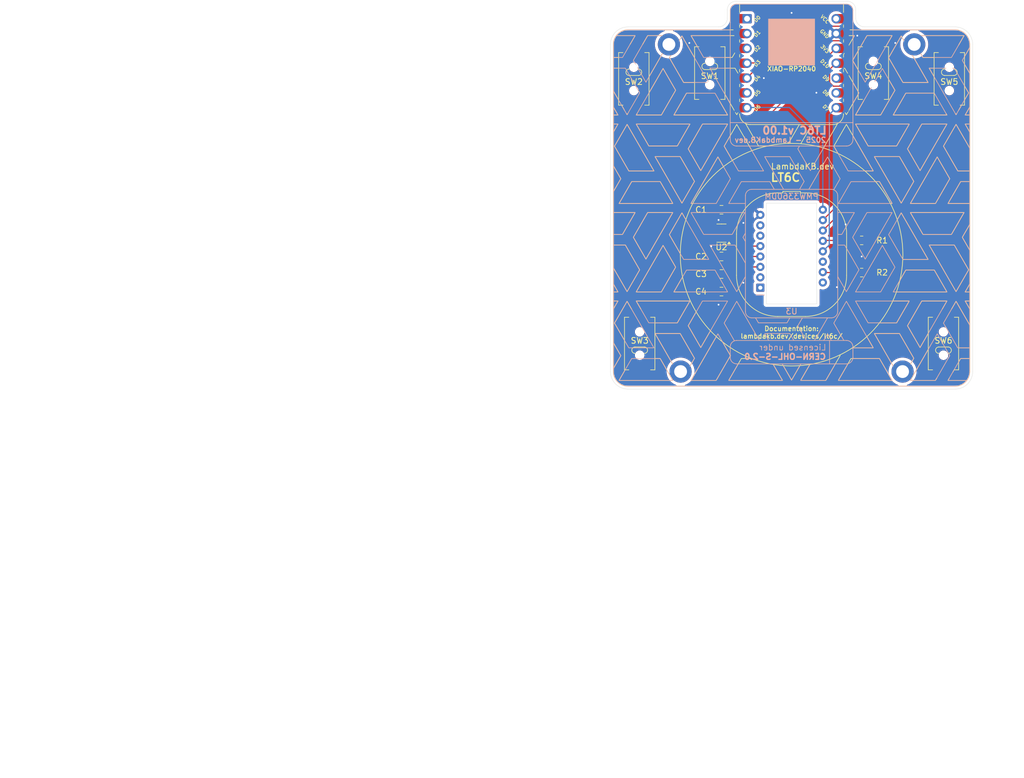
<source format=kicad_pcb>
(kicad_pcb (version 20240108) (generator "pcbnew") (generator_version "8.0")
  (title_block (title "LT6C") (date "2025-01-21") (rev "v1.00") (company "LambdaKB.dev") (comment 1 "https://lambdakb.dev/devices/lt6c/"))
  (layers (0 "F.Cu" signal) (31 "B.Cu" signal) (34 "B.Paste" user) (35 "F.Paste" user) (36 "B.SilkS" user "B.Silkscreen") (37 "F.SilkS" user "F.Silkscreen") (38 "B.Mask" user) (39 "F.Mask" user) (44 "Edge.Cuts" user))
  (net 0 "")
  (net 1 "/BTN1")
  (net 2 "/BTN2")
  (net 3 "/BTN3")
  (net 4 "/BTN4")
  (net 5 "/BTN5")
  (net 6 "/BTN6")
  (net 7 "GND")
  (net 8 "+3.3V")
  (net 9 "+1V8")
  (net 11 "/MISO")
  (net 12 "/MOTION")
  (net 13 "/SCLK")
  (net 14 "/MOSI")
  (net 15 "/NCS")
  (net 20 "Net-(U3-VDDPIX)")
  (net 21 "Net-(U3-LED_P)")
  (footprint "Capacitor_SMD:C_0805_2012Metric_Pad1.18x1.45mm_HandSolder" (layer "F.Cu") (at 136.25 113.8)
    (property "Reference" "C4")
    (property "Value" "100nF")
  )
  (footprint "Package_TO_SOT_SMD:SOT-23-5" (layer "F.Cu") (at 136.25 103.8 180)
    (property "Reference" "U2")
    (property "Value" "TPS76318")
  )
  (footprint "MountingHole:MountingHole_2.2mm_M2_ISO14580_Pad" (layer "F.Cu") (at 129.25 127.5)
    (property "Reference" "H3" (hide yes))
    (property "Value" "MountingHole_Pad")
  )
  (footprint "Capacitor_SMD:C_0805_2012Metric_Pad1.18x1.45mm_HandSolder" (layer "F.Cu") (at 136.25 107.8)
    (property "Reference" "C2")
    (property "Value" "4.7uF" (hide yes))
  )
  (footprint "LKBD_MicroSwitch:SW_D2LS_OMR" (layer "F.Cu") (at 174.25 122.7 90)
    (property "Reference" "SW6")
    (property "Value" "SW_Push")
  )
  (footprint "Capacitor_SMD:C_0805_2012Metric_Pad1.18x1.45mm_HandSolder" (layer "F.Cu") (at 136.25 99.8)
    (property "Reference" "C1")
    (property "Value" "1uF")
  )
  (footprint "LKBD_MicroSwitch:SW_D2LS_OMR" (layer "F.Cu") (at 175.25 77.4 -90)
    (property "Reference" "SW5")
    (property "Value" "SW_Push")
  )
  (footprint "MountingHole:MountingHole_2.2mm_M2_ISO14580_Pad" (layer "F.Cu") (at 127.25 71.5)
    (property "Reference" "H1" (hide yes))
    (property "Value" "MountingHole_Pad")
  )
  (footprint "Resistor_SMD:R_0805_2012Metric_Pad1.20x1.40mm_HandSolder" (layer "F.Cu") (at 160.25 110.55 180)
    (property "Reference" "R2")
    (property "Value" "39R")
  )
  (footprint "LKBD_MicroSwitch:SW_D2LS_OMR" (layer "F.Cu") (at 122.25 122.7 90)
    (property "Reference" "SW3")
    (property "Value" "SW_Push")
  )
  (footprint "MountingHole:MountingHole_2.2mm_M2_ISO14580_Pad" (layer "F.Cu") (at 167.25 127.5)
    (property "Reference" "H4" (hide yes))
    (property "Value" "MountingHole_Pad")
  )
  (footprint "LKBD_MicroSwitch:SW_D2LS_OMR" (layer "F.Cu") (at 121.25 77.4 -90)
    (property "Reference" "SW2")
    (property "Value" "SW_Push")
  )
  (footprint "MountingHole:MountingHole_2.2mm_M2_ISO14580_Pad" (layer "F.Cu") (at 169.25 71.5)
    (property "Reference" "H2" (hide yes))
    (property "Value" "MountingHole_Pad")
  )
  (footprint "LKBD_MicroSwitch:SW_D2LS_OMR" (layer "F.Cu") (at 162.25 76.4 -90)
    (property "Reference" "SW4")
    (property "Value" "SW_Push")
  )
  (footprint "LKBD_MicroSwitch:SW_D2LS_OMR" (layer "F.Cu") (at 134.25 76.4 -90)
    (property "Reference" "SW1")
    (property "Value" "SW_Push")
  )
  (footprint "LKBD_MCU:MCU_XIAO-RP2040" (layer "F.Cu") (at 148.25 67.1)
    (property "Reference" "U1")
    (property "Value" "XIAO-RP2040")
  )
  (footprint "Capacitor_SMD:C_0805_2012Metric_Pad1.18x1.45mm_HandSolder" (layer "F.Cu") (at 136.25 110.8)
    (property "Reference" "C3")
    (property "Value" "4.7uF")
  )
  (footprint "Resistor_SMD:R_0805_2012Metric_Pad1.20x1.40mm_HandSolder" (layer "F.Cu") (at 160.25 105.05)
    (property "Reference" "R1")
    (property "Value" "10K")
  )
  (footprint "LKBD_OpticalSensor:PMW3360DM-T2QU" (layer "B.Cu") (at 142.9 113.145)
    (property "Reference" "U3")
    (property "Value" "PMW3360DM-T2QU")
    (fp_rect (start 1.05 2.78) (end 9.65 -14.48) (stroke (width 0.05)) (fill none) (layer "Edge.Cuts"))
  )
  (gr_arc (start 141.45 118.3) (mid 140.672183 117.977817) (end 140.35 117.2) (stroke (width 0.12)) (layer "B.SilkS"))
  (gr_poly (pts (xy 148.245737 128.837407) (xy 149.780008 126.178139) (xy 149.92003 126.178139) (xy 148.298424 128.985718) (xy 148.297928 128.986661) (xy 148.297416 128.987595) (xy 148.296888 128.988521) (xy 148.296344 128.989438) (xy 148.295784 128.990346) (xy 148.295209 128.991244) (xy 148.294618 128.992133) (xy 148.294011 128.993012) (xy 148.29339 128.993882) (xy 148.292753 128.994741) (xy 148.292101 128.995589) (xy 148.291435 128.996427) (xy 148.290754 128.997254) (xy 148.290058 128.99807) (xy 148.289348 128.998875) (xy 148.288624 128.999668) (xy 148.285903 129.002261) (xy 148.283075 129.004645) (xy 148.28015 129.006822) (xy 148.277136 129.008793) (xy 148.274042 129.01056) (xy 148.270877 129.012123) (xy 148.26765 129.013484) (xy 148.26437 129.014645) (xy 148.261046 129.015607) (xy 148.257687 129.01637) (xy 148.254301 129.016937) (xy 148.250899 129.017308) (xy 148.247488 129.017486) (xy 148.244078 129.01747) (xy 148.240677 129.017263) (xy 148.237295 129.016866) (xy 148.233941 129.01628) (xy 148.230623 129.015507) (xy 148.227351 129.014547) (xy 148.224133 129.013402) (xy 148.220978 129.012074) (xy 148.217896 129.010563) (xy 148.214895 129.008872) (xy 148.211985 129.007001) (xy 148.209173 129.004951) (xy 148.20647 129.002724) (xy 148.203884 129.000322) (xy 148.201424 128.997745) (xy 148.199099 128.994994) (xy 148.196918 128.992072) (xy 148.19489 128.98898) (xy 148.193023 128.985718) (xy 146.571934 126.178139) (xy 146.710947 126.178139)) (stroke (width -0.000001)) (fill solid) (layer "B.SilkS"))
  (gr_poly (pts (xy 120.095624 115.413076) (xy 120.09913 115.413422) (xy 120.099135 115.413418) (xy 120.102633 115.413929) (xy 120.106073 115.414639) (xy 120.109449 115.415545) (xy 120.112752 115.416641) (xy 120.115977 115.417923) (xy 120.119114 115.419385) (xy 120.122157 115.421023) (xy 120.125099 115.422831) (xy 120.127932 115.424806) (xy 120.130649 115.426943) (xy 120.133242 115.429236) (xy 120.135704 115.43168) (xy 120.138027 115.434272) (xy 120.140205 115.437005) (xy 120.142229 115.439876) (xy 120.144093 115.442879) (xy 124.738118 123.403611) (xy 124.73893 123.405989) (xy 124.73964 123.408396) (xy 124.740248 123.410829) (xy 124.740754 123.413283) (xy 124.741156 123.415756) (xy 124.741454 123.418244) (xy 124.741649 123.420744) (xy 124.741739 123.423252) (xy 124.742177 123.424966) (xy 124.742565 123.426691) (xy 124.742901 123.428427) (xy 124.743186 123.430172) (xy 124.74342 123.431923) (xy 124.743601 123.43368) (xy 124.743731 123.435441) (xy 124.743809 123.437203) (xy 124.743575 123.43947) (xy 124.743256 123.441721) (xy 124.742853 123.443954) (xy 124.742367 123.446166) (xy 124.741798 123.448355) (xy 124.741148 123.450519) (xy 124.740418 123.452655) (xy 124.739608 123.454762) (xy 124.738719 123.456837) (xy 124.737752 123.458877) (xy 124.736709 123.460881) (xy 124.73559 123.462846) (xy 124.734396 123.46477) (xy 124.733128 123.46665) (xy 124.731786 123.468485) (xy 124.730373 123.470272) (xy 124.730144 123.470985) (xy 124.729906 123.471697) (xy 124.729661 123.47241) (xy 124.729407 123.473122) (xy 124.729144 123.473834) (xy 124.728873 123.474547) (xy 124.728592 123.475259) (xy 124.728303 123.475972) (xy 124.726199 123.477974) (xy 124.72401 123.479865) (xy 124.72174 123.481643) (xy 124.719394 123.483306) (xy 124.716976 123.484851) (xy 124.714492 123.486278) (xy 124.711944 123.487583) (xy 124.709339 123.488765) (xy 124.706681 123.489822) (xy 124.703973 123.490751) (xy 124.701222 123.491552) (xy 124.698431 123.49222) (xy 124.695605 123.492756) (xy 124.692748 123.493156) (xy 124.689866 123.493419) (xy 124.686962 123.493542) (xy 120.382315 123.493542) (xy 120.380266 123.493514) (xy 120.378228 123.493416) (xy 120.376203 123.49325) (xy 120.374192 123.493017) (xy 120.372198 123.492716) (xy 120.37022 123.49235) (xy 120.368261 123.49192) (xy 120.366323 123.491425) (xy 120.364405 123.490866) (xy 120.362511 123.490246) (xy 120.360642 123.489564) (xy 120.358798 123.488821) (xy 120.356982 123.488018) (xy 120.355194 123.487157) (xy 120.353437 123.486237) (xy 120.351712 123.48526) (xy 120.35002 123.484226) (xy 120.348362 123.483137) (xy 120.346741 123.481994) (xy 120.345157 123.480796) (xy 120.343612 123.479545) (xy 120.342107 123.478243) (xy 120.340645 123.476888) (xy 120.339225 123.475484) (xy 120.337851 123.47403) (xy 120.336523 123.472527) (xy 120.335242 123.470976) (xy 120.33401 123.469378) (xy 120.33283 123.467734) (xy 120.331701 123.466044) (xy 120.330625 123.46431) (xy 120.329605 123.462532) (xy 117.886348 119.231793) (xy 117.99177 119.231793) (xy 118.013474 119.212674) (xy 120.415911 123.372628) (xy 124.581543 123.372628) (xy 120.089311 115.593258) (xy 117.99177 119.231793) (xy 117.886348 119.231793) (xy 117.886344 119.231785) (xy 117.885107 119.229481) (xy 117.883979 119.227143) (xy 117.882959 119.224776) (xy 117.882048 119.222381) (xy 117.881244 119.219963) (xy 117.880547 119.217524) (xy 117.879957 119.215069) (xy 117.879473 119.2126) (xy 117.879094 119.21012) (xy 117.878819 119.207634) (xy 117.878649 119.205144) (xy 117.878583 119.202654) (xy 117.87862 119.200167) (xy 117.87876 119.197686) (xy 117.879002 119.195214) (xy 117.879345 119.192756) (xy 117.87979 119.190314) (xy 117.880335 119.187891) (xy 117.880981 119.185492) (xy 117.881725 119.183118) (xy 117.882569 119.180774) (xy 117.883511 119.178463) (xy 117.884551 119.176188) (xy 117.885689 119.173952) (xy 117.886923 119.17176) (xy 117.888254 119.169613) (xy 117.88968 119.167516) (xy 117.891202 119.165471) (xy 117.892818 119.163483) (xy 117.894528 119.161554) (xy 117.896332 119.159687) (xy 117.898229 119.157887) (xy 117.892028 119.163586) (xy 120.038667 115.442883) (xy 120.039189 115.442064) (xy 120.039724 115.441255) (xy 120.040272 115.440455) (xy 120.040832 115.439665) (xy 120.041404 115.438885) (xy 120.041989 115.438115) (xy 120.042586 115.437354) (xy 120.043195 115.436604) (xy 120.043816 115.435865) (xy 120.044448 115.435136) (xy 120.045093 115.434418) (xy 120.045749 115.43371) (xy 120.046417 115.433014) (xy 120.047096 115.432329) (xy 120.047786 115.431655) (xy 120.048487 115.430993) (xy 120.051022 115.428549) (xy 120.05368 115.426272) (xy 120.056452 115.424164) (xy 120.05933 115.422227) (xy 120.062305 115.420465) (xy 120.065371 115.418881) (xy 120.068517 115.417477) (xy 120.071736 115.416256) (xy 120.075021 115.415221) (xy 120.078361 115.414375) (xy 120.08175 115.413721) (xy 120.085179 115.413261) (xy 120.08864 115.412998) (xy 120.092124 115.412936)) (stroke (width -0.000001)) (fill solid) (layer "B.SilkS"))
  (gr_poly (pts (xy 154.175615 129.018788) (xy 154.175615 129.003289) (xy 154.175587 129.00643) (xy 154.175399 129.009532) (xy 154.175056 129.012589) (xy 154.174561 129.015599) (xy 154.173919 129.018556) (xy 154.173133 129.021458) (xy 154.172207 129.0243) (xy 154.171145 129.027077) (xy 154.169952 129.029787) (xy 154.168631 129.032425) (xy 154.167186 129.034988) (xy 154.16562 129.03747) (xy 154.163939 129.039869) (xy 154.162145 129.04218) (xy 154.160243 129.0444) (xy 154.158237 129.046524) (xy 154.156131 129.048548) (xy 154.153928 129.050469) (xy 154.151632 129.052283) (xy 154.149248 129.053985) (xy 154.146779 129.055571) (xy 154.144229 129.057038) (xy 154.141603 129.058382) (xy 154.138903 129.059598) (xy 154.136135 129.060684) (xy 154.133301 129.061633) (xy 154.130407 129.062444) (xy 154.127455 129.063112) (xy 154.124451 129.063632) (xy 154.121396 129.064001) (xy 154.118297 129.064215) (xy 154.115156 129.06427) (xy 149.81051 129.06427) (xy 149.805366 129.064292) (xy 149.800389 129.063917) (xy 149.795587 129.063165) (xy 149.790967 129.062054) (xy 149.786538 129.060603) (xy 149.782306 129.05883) (xy 149.77828 129.056754) (xy 149.774468 129.054393) (xy 149.770877 129.051765) (xy 149.767514 129.04889) (xy 149.764388 129.045786) (xy 149.761507 129.04247) (xy 149.758878 129.038963) (xy 149.756508 129.035281) (xy 149.754406 129.031445) (xy 149.752579 129.027471) (xy 149.751036 129.02338) (xy 149.749783 129.019188) (xy 149.748828 129.014916) (xy 149.74818 129.010581) (xy 149.747845 129.006201) (xy 149.747833 129.001796) (xy 149.748149 128.997383) (xy 149.748803 128.992982) (xy 149.749802 128.988611) (xy 149.751153 128.984288) (xy 149.752865 128.980031) (xy 149.754945 128.97586) (xy 149.7574 128.971793) (xy 149.760239 128.967849) (xy 149.761611 128.966234) (xy 151.371122 126.178139) (xy 151.511694 126.178135) (xy 149.915926 128.942826) (xy 154.080011 128.942826) (xy 155.676298 126.178135) (xy 155.814276 126.178135)) (stroke (width -0.000001)) (fill solid) (layer "B.SilkS"))
  (gr_arc (start 156.15 117.2) (mid 155.827817 117.977817) (end 155.05 118.3) (stroke (width 0.12)) (layer "B.SilkS"))
  (gr_poly (pts (xy 118.532028 115.366571) (xy 118.536758 115.36712) (xy 118.541321 115.368009) (xy 118.54571 115.369222) (xy 118.549919 115.370742) (xy 118.55394 115.372553) (xy 118.557766 115.374639) (xy 118.561391 115.376984) (xy 118.564807 115.37957) (xy 118.568008 115.382382) (xy 118.570988 115.385403) (xy 118.573738 115.388616) (xy 118.576252 115.392007) (xy 118.578524 115.395557) (xy 118.580545 115.399251) (xy 118.58231 115.403073) (xy 118.583812 115.407005) (xy 118.585043 115.411032) (xy 118.585997 115.415138) (xy 118.586667 115.419305) (xy 118.587046 115.423518) (xy 118.587127 115.42776) (xy 118.586903 115.432015) (xy 118.586367 115.436266) (xy 118.585513 115.440497) (xy 118.584333 115.444692) (xy 118.58282 115.448834) (xy 118.580968 115.452907) (xy 118.57877 115.456895) (xy 118.576219 115.460781) (xy 118.573308 115.464549) (xy 118.57003 115.468182) (xy 118.575714 115.464581) (xy 117.74579 116.901703) (xy 117.74579 116.657273) (xy 118.421718 115.485772) (xy 117.74579 115.485772) (xy 117.74579 115.366398) (xy 118.527138 115.366379)) (stroke (width -0.000001)) (fill solid) (layer "B.SilkS"))
  (gr_poly (pts (xy 150.170698 118.3032) (xy 149.37075 119.689164) (xy 149.394001 119.667462) (xy 150.844557 122.178421) (xy 150.703996 122.178421) (xy 149.267393 119.689167) (xy 149.266179 119.686941) (xy 149.265068 119.684682) (xy 149.264059 119.682394) (xy 149.263151 119.680079) (xy 149.262344 119.67774) (xy 149.261637 119.67538) (xy 149.261031 119.673004) (xy 149.260524 119.670612) (xy 149.260117 119.668209) (xy 149.259809 119.665798) (xy 149.259599 119.663382) (xy 149.259487 119.660963) (xy 149.259555 119.656132) (xy 149.260011 119.651328) (xy 149.260851 119.646575) (xy 149.262071 119.6419) (xy 149.262823 119.639598) (xy 149.263668 119.637325) (xy 149.264607 119.635083) (xy 149.265639 119.632875) (xy 149.266764 119.630705) (xy 149.26798 119.628575) (xy 149.269289 119.626489) (xy 149.270689 119.62445) (xy 149.272179 119.62246) (xy 149.273761 119.620522) (xy 149.275432 119.618641) (xy 149.277193 119.616818) (xy 149.270992 119.620919) (xy 150.031667 118.30317)) (stroke (width -0.000001)) (fill solid) (layer "B.SilkS"))
  (gr_poly (pts (xy 137.595222 128.94283) (xy 146.577621 128.94283) (xy 144.981853 126.178139) (xy 145.119829 126.178139) (xy 146.734144 128.974362) (xy 146.734924 128.976677) (xy 146.735612 128.979021) (xy 146.736208 128.981391) (xy 146.73671 128.983783) (xy 146.737115 128.986191) (xy 146.737424 128.988613) (xy 146.737634 128.991045) (xy 146.737743 128.993481) (xy 146.738192 128.995194) (xy 146.738587 128.99692) (xy 146.738929 128.998656) (xy 146.739217 129.0004) (xy 146.739453 129.002152) (xy 146.739635 129.003909) (xy 146.739766 129.005669) (xy 146.739843 129.007431) (xy 146.739576 129.009128) (xy 146.739262 129.010814) (xy 146.738901 129.012488) (xy 146.738494 129.014149) (xy 146.738041 129.015796) (xy 146.737542 129.017428) (xy 146.736996 129.019045) (xy 146.736405 129.020645) (xy 146.735768 129.022229) (xy 146.735086 129.023793) (xy 146.734358 129.025339) (xy 146.733585 129.026865) (xy 146.732767 129.028369) (xy 146.731904 129.029852) (xy 146.730996 129.031313) (xy 146.730043 129.03275) (xy 146.729582 129.033796) (xy 146.729097 129.034835) (xy 146.728591 129.035865) (xy 146.728062 129.036887) (xy 146.727513 129.037899) (xy 146.726943 129.038901) (xy 146.726353 129.039893) (xy 146.725743 129.040874) (xy 146.725115 129.041843) (xy 146.724469 129.0428) (xy 146.723805 129.043743) (xy 146.723124 129.044674) (xy 146.722427 129.04559) (xy 146.721714 129.046491) (xy 146.720986 129.047378) (xy 146.720243 129.048249) (xy 146.718225 129.050042) (xy 146.716135 129.051737) (xy 146.713978 129.053332) (xy 146.711758 129.054825) (xy 146.709477 129.056216) (xy 146.70714 129.057502) (xy 146.70475 129.058682) (xy 146.702311 129.059754) (xy 146.699827 129.060717) (xy 146.697302 129.06157) (xy 146.694739 129.06231) (xy 146.692141 129.062936) (xy 146.689513 129.063447) (xy 146.686859 129.06384) (xy 146.684181 129.064115) (xy 146.681484 129.06427) (xy 137.489797 129.06427) (xy 137.484777 129.064073) (xy 137.47993 129.063503) (xy 137.475261 129.062577) (xy 137.470779 129.061314) (xy 137.46649 129.059731) (xy 137.462401 129.057845) (xy 137.458518 129.055674) (xy 137.45485 129.053237) (xy 137.451402 129.050549) (xy 137.448182 129.04763) (xy 137.445197 129.044497) (xy 137.442453 129.041166) (xy 137.439958 129.037657) (xy 137.437718 129.033986) (xy 137.435741 129.030172) (xy 137.434033 129.026231) (xy 137.432601 129.022182) (xy 137.431452 129.018042) (xy 137.430593 129.013828) (xy 137.430031 129.009559) (xy 137.429774 129.005252) (xy 137.429827 129.000924) (xy 137.430197 128.996594) (xy 137.430893 128.992278) (xy 137.43192 128.987994) (xy 137.433286 128.983761) (xy 137.434997 128.979596) (xy 137.437061 128.975515) (xy 137.439484 128.971538) (xy 137.442273 128.967681) (xy 137.445435 128.963963) (xy 137.448974 128.960404) (xy 137.442777 128.966599) (xy 139.053015 126.178139) (xy 139.190992 126.178139)) (stroke (width -0.000001)) (fill solid) (layer "B.SilkS"))
  (gr_poly (pts (xy 138.865021 115.413076) (xy 138.868526 115.413422) (xy 138.869049 115.413418) (xy 138.87251 115.413957) (xy 138.875913 115.414691) (xy 138.879251 115.415617) (xy 138.882517 115.416729) (xy 138.885704 115.418022) (xy 138.888805 115.419492) (xy 138.891812 115.421135) (xy 138.894718 115.422944) (xy 138.897517 115.424917) (xy 138.900201 115.427047) (xy 138.902762 115.429331) (xy 138.905195 115.431762) (xy 138.90749 115.434338) (xy 138.909643 115.437052) (xy 138.911644 115.439901) (xy 138.913488 115.442879) (xy 142.803228 122.178406) (xy 142.662153 122.178406) (xy 138.860834 115.593277) (xy 136.761221 119.231816) (xy 136.782921 119.210625) (xy 138.527517 122.230595) (xy 138.468093 122.248402) (xy 138.453395 122.253136) (xy 138.438826 122.258151) (xy 138.42442 122.26353) (xy 138.410211 122.269356) (xy 136.655796 119.231816) (xy 136.654607 119.229601) (xy 136.653518 119.227355) (xy 136.65253 119.22508) (xy 136.651642 119.22278) (xy 136.650852 119.220456) (xy 136.650162 119.218113) (xy 136.64957 119.215753) (xy 136.649077 119.213379) (xy 136.648681 119.210994) (xy 136.648382 119.208602) (xy 136.648075 119.203805) (xy 136.648151 119.199012) (xy 136.648609 119.194247) (xy 136.649445 119.189533) (xy 136.650655 119.184895) (xy 136.652236 119.180357) (xy 136.653165 119.178132) (xy 136.654185 119.175941) (xy 136.655297 119.173787) (xy 136.656499 119.171672) (xy 136.657792 119.1696) (xy 136.659174 119.167574) (xy 136.660646 119.165597) (xy 136.662208 119.16367) (xy 136.663858 119.161799) (xy 136.665596 119.159985) (xy 136.659897 119.163586) (xy 138.808086 115.442883) (xy 138.8086 115.442064) (xy 138.809127 115.441255) (xy 138.809668 115.440455) (xy 138.810223 115.439665) (xy 138.810791 115.438885) (xy 138.811372 115.438115) (xy 138.811967 115.437354) (xy 138.812574 115.436604) (xy 138.813195 115.435865) (xy 138.813828 115.435136) (xy 138.814474 115.434418) (xy 138.815132 115.43371) (xy 138.815802 115.433014) (xy 138.816485 115.432329) (xy 138.81718 115.431655) (xy 138.817886 115.430993) (xy 138.820421 115.428549) (xy 138.823079 115.426272) (xy 138.825851 115.424164) (xy 138.828729 115.422227) (xy 138.831705 115.420465) (xy 138.83477 115.418881) (xy 138.837917 115.417477) (xy 138.841136 115.416256) (xy 138.84442 115.415221) (xy 138.847761 115.414375) (xy 138.85115 115.413721) (xy 138.854578 115.413261) (xy 138.858038 115.412998) (xy 138.861522 115.412936)) (stroke (width -0.000001)) (fill solid) (layer "B.SilkS"))
  (gr_poly (pts (xy 130.8473 85.083506) (xy 130.852262 85.083744) (xy 130.857054 85.084347) (xy 130.861669 85.085297) (xy 130.8661 85.086577) (xy 130.870341 85.08817) (xy 130.874384 85.090059) (xy 130.878224 85.092227) (xy 130.881853 85.094656) (xy 130.885264 85.097329) (xy 130.888451 85.10023) (xy 130.891407 85.10334) (xy 130.894125 85.106644) (xy 130.896599 85.110124) (xy 130.898821 85.113762) (xy 130.900785 85.117542) (xy 130.902484 85.121446) (xy 130.903912 85.125458) (xy 130.905061 85.12956) (xy 130.905925 85.133735) (xy 130.906497 85.137966) (xy 130.90677 85.142235) (xy 130.906737 85.146526) (xy 130.906393 85.150822) (xy 130.905729 85.155105) (xy 130.904739 85.159359) (xy 130.903417 85.163565) (xy 130.901756 85.167707) (xy 130.899748 85.171769) (xy 130.897387 85.175732) (xy 130.894667 85.179579) (xy 130.89158 85.183294) (xy 130.88812 85.186859) (xy 130.89432 85.18116) (xy 128.745614 88.901863) (xy 128.745118 88.902785) (xy 128.744606 88.903695) (xy 128.744078 88.904595) (xy 128.743534 88.905485) (xy 128.742974 88.906364) (xy 128.742399 88.907232) (xy 128.741808 88.908089) (xy 128.741201 88.908936) (xy 128.74058 88.909771) (xy 128.739943 88.910595) (xy 128.739291 88.911408) (xy 128.738625 88.91221) (xy 128.737944 88.913001) (xy 128.737248 88.913779) (xy 128.736538 88.914547) (xy 128.735814 88.915303) (xy 128.733637 88.917375) (xy 128.731369 88.919327) (xy 128.729015 88.921157) (xy 128.72658 88.922863) (xy 128.72407 88.924442) (xy 128.721489 88.925892) (xy 128.718842 88.927212) (xy 128.716136 88.928399) (xy 128.713374 88.929452) (xy 128.710562 88.930368) (xy 128.707705 88.931145) (xy 128.704808 88.931781) (xy 128.701876 88.932273) (xy 128.698915 88.932621) (xy 128.695929 88.932822) (xy 128.692924 88.932873) (xy 123.808469 88.932873) (xy 123.806419 88.932845) (xy 123.804381 88.932747) (xy 123.802357 88.932581) (xy 123.800346 88.932348) (xy 123.798351 88.932048) (xy 123.796374 88.931682) (xy 123.794415 88.931251) (xy 123.792476 88.930756) (xy 123.790559 88.930198) (xy 123.788665 88.929577) (xy 123.786795 88.928895) (xy 123.784951 88.928152) (xy 123.783135 88.92735) (xy 123.781348 88.926488) (xy 123.779591 88.925568) (xy 123.777865 88.924591) (xy 123.776173 88.923557) (xy 123.774515 88.922468) (xy 123.772894 88.921324) (xy 123.77131 88.920127) (xy 123.769765 88.918876) (xy 123.76826 88.917573) (xy 123.766798 88.916219) (xy 123.765379 88.914814) (xy 123.764004 88.91336) (xy 123.762676 88.911857) (xy 123.761395 88.910306) (xy 123.760164 88.908708) (xy 123.758983 88.907064) (xy 123.757854 88.905375) (xy 123.756779 88.903641) (xy 123.755759 88.901863) (xy 121.620467 85.204451) (xy 121.759496 85.204451) (xy 123.84154 88.811983) (xy 128.659849 88.811983) (xy 130.741893 85.204451) (xy 121.759496 85.204451) (xy 121.620467 85.204451) (xy 121.603436 85.17496) (xy 121.602819 85.172804) (xy 121.602284 85.170632) (xy 121.601831 85.168446) (xy 121.601461 85.166249) (xy 121.601173 85.164042) (xy 121.600968 85.161829) (xy 121.600844 85.15961) (xy 121.600803 85.15739) (xy 121.600844 85.15517) (xy 121.600968 85.152951) (xy 121.601173 85.150738) (xy 121.601461 85.148531) (xy 121.601831 85.146334) (xy 121.602284 85.144148) (xy 121.602819 85.141976) (xy 121.603436 85.13982) (xy 121.603214 85.138504) (xy 121.603022 85.137184) (xy 121.60286 85.135861) (xy 121.602727 85.134536) (xy 121.602623 85.133209) (xy 121.60255 85.13188) (xy 121.602505 85.130551) (xy 121.602491 85.129221) (xy 121.602505 85.127891) (xy 121.60255 85.126562) (xy 121.602623 85.125234) (xy 121.602727 85.123908) (xy 121.60286 85.122584) (xy 121.603022 85.121263) (xy 121.603214 85.119944) (xy 121.603436 85.11863) (xy 121.605022 85.116649) (xy 121.606686 85.114744) (xy 121.608424 85.112915) (xy 121.610234 85.111164) (xy 121.612112 85.109494) (xy 121.614057 85.107906) (xy 121.616064 85.106401) (xy 121.618131 85.104982) (xy 121.620257 85.103651) (xy 121.622436 85.102409) (xy 121.624668 85.101258) (xy 121.626949 85.1002) (xy 121.629276 85.099236) (xy 121.631647 85.098368) (xy 121.634059 85.097599) (xy 121.636508 85.09693) (xy 121.637568 85.095867) (xy 121.638653 85.094832) (xy 121.639761 85.093824) (xy 121.640894 85.092845) (xy 121.64205 85.091894) (xy 121.643229 85.090973) (xy 121.64443 85.090081) (xy 121.645653 85.08922) (xy 121.646897 85.08839) (xy 121.648161 85.087592) (xy 121.649445 85.086825) (xy 121.650749 85.086091) (xy 121.652071 85.08539) (xy 121.653412 85.084723) (xy 121.65477 85.084089) (xy 121.656146 85.083491)) (stroke (width -0.000001)) (fill solid) (layer "B.SilkS"))
  (gr_poly (pts (xy 121.465114 69.942909) (xy 121.469314 69.943289) (xy 121.4734 69.943944) (xy 121.477367 69.944863) (xy 121.481209 69.946036) (xy 121.484917 69.94745) (xy 121.488487 69.949096) (xy 121.491912 69.950961) (xy 121.495185 69.953034) (xy 121.498299 69.955306) (xy 121.501248 69.957763) (xy 121.504025 69.960396) (xy 121.506625 69.963193) (xy 121.50904 69.966143) (xy 121.511264 69.969235) (xy 121.51329 69.972458) (xy 121.515113 69.9758) (xy 121.516724 69.979251) (xy 121.518119 69.982799) (xy 121.51929 69.986434) (xy 121.52023 69.990144) (xy 121.520934 69.993918) (xy 121.521395 69.997745) (xy 121.521606 70.001613) (xy 121.52156 70.005512) (xy 121.521252 70.009431) (xy 121.520675 70.013359) (xy 121.519821 70.017283) (xy 121.518685 70.021194) (xy 121.517261 70.02508) (xy 121.515541 70.02893) (xy 121.513519 70.032733) (xy 119.361195 73.761186) (xy 119.35903 73.764585) (xy 119.356662 73.767806) (xy 119.354102 73.770842) (xy 119.351361 73.773687) (xy 119.348451 73.776334) (xy 119.345383 73.778778) (xy 119.342168 73.781013) (xy 119.338817 73.783031) (xy 119.335342 73.784827) (xy 119.331755 73.786394) (xy 119.328065 73.787726) (xy 119.324285 73.788817) (xy 119.320426 73.78966) (xy 119.316499 73.79025) (xy 119.312515 73.790579) (xy 119.308485 73.790642) (xy 117.74579 73.790642) (xy 117.74579 73.67127) (xy 119.274896 73.67127) (xy 121.356939 70.063738) (xy 118.204677 70.063738) (xy 118.210417 70.055767) (xy 118.216294 70.047912) (xy 118.228398 70.032502) (xy 118.240867 70.017402) (xy 118.253579 70.002505) (xy 118.279243 69.972893) (xy 118.291951 69.957966) (xy 118.304412 69.942816) (xy 121.460809 69.942816)) (stroke (width -0.000001)) (fill solid) (layer "B.SilkS"))
  (gr_poly (pts (xy 154.417207 120.984237) (xy 154.4205 120.985038) (xy 154.423727 120.986019) (xy 154.426881 120.987175) (xy 154.429957 120.988502) (xy 154.432947 120.989995) (xy 154.435846 120.991649) (xy 154.438646 120.993461) (xy 154.441342 120.995426) (xy 154.443926 120.997539) (xy 154.446394 120.999796) (xy 154.448737 121.002192) (xy 154.45095 121.004723) (xy 154.453026 121.007384) (xy 154.454959 121.010172) (xy 154.456743 121.013081) (xy 155.130087 122.178383) (xy 154.992109 122.178383) (xy 154.406099 121.16346) (xy 153.820089 122.178383) (xy 153.680563 122.178383) (xy 154.353391 121.013081) (xy 154.353922 121.012303) (xy 154.354465 121.011534) (xy 154.355584 121.010022) (xy 154.356747 121.008545) (xy 154.357954 121.007105) (xy 154.359203 121.005701) (xy 154.360493 121.004333) (xy 154.361823 121.003003) (xy 154.363191 121.001709) (xy 154.365727 120.999266) (xy 154.368384 120.996989) (xy 154.371156 120.99488) (xy 154.374034 120.992944) (xy 154.37701 120.991182) (xy 154.380076 120.989598) (xy 154.383222 120.988194) (xy 154.386441 120.986973) (xy 154.389726 120.985938) (xy 154.393066 120.985092) (xy 154.396455 120.984438) (xy 154.399883 120.983978) (xy 154.403344 120.983715) (xy 154.406827 120.983652) (xy 154.410326 120.983793) (xy 154.413831 120.984139) (xy 154.413831 120.983624) (xy 154.413854 120.98362)) (stroke (width -0.000001)) (fill solid) (layer "B.SilkS"))
  (gr_poly (pts (xy 176.111208 75.513056) (xy 176.113255 75.513164) (xy 176.11529 75.513341) (xy 176.117309 75.513586) (xy 176.119312 75.513899) (xy 176.121297 75.514278) (xy 176.123263 75.514722) (xy 176.125208 75.515231) (xy 176.127131 75.515803) (xy 176.129031 75.516439) (xy 176.130905 75.517136) (xy 176.132752 75.517894) (xy 176.134572 75.518713) (xy 176.136361 75.519591) (xy 176.13812 75.520527) (xy 176.139847 75.521521) (xy 176.141539 75.522572) (xy 176.143196 75.523678) (xy 176.144816 75.52484) (xy 176.146398 75.526055) (xy 176.14794 75.527324) (xy 176.149441 75.528645) (xy 176.150899 75.530017) (xy 176.152313 75.531441) (xy 176.153681 75.532913) (xy 176.155003 75.534435) (xy 176.156275 75.536005) (xy 176.157498 75.537621) (xy 176.158669 75.539284) (xy 176.159788 75.540992) (xy 176.160851 75.542745) (xy 176.161859 75.544541) (xy 177.382456 77.659657) (xy 178.605123 79.774775) (xy 178.607039 79.778327) (xy 178.608699 79.78197) (xy 178.610104 79.78569) (xy 178.611254 79.789475) (xy 178.612148 79.793313) (xy 178.612786 79.797188) (xy 178.61317 79.80109) (xy 178.613297 79.805005) (xy 178.61317 79.80892) (xy 178.612786 79.812822) (xy 178.612148 79.816697) (xy 178.611254 79.820535) (xy 178.610104 79.82432) (xy 178.608699 79.82804) (xy 178.607039 79.831683) (xy 178.605123 79.835235) (xy 176.452799 83.56369) (xy 176.450527 83.567265) (xy 176.448069 83.57061) (xy 176.445439 83.573724) (xy 176.442648 83.576608) (xy 176.439709 83.579261) (xy 176.436634 83.581683) (xy 176.433435 83.583874) (xy 176.430125 83.585835) (xy 176.426716 83.587565) (xy 176.42322 83.589065) (xy 176.419651 83.590333) (xy 176.416019 83.591371) (xy 176.412338 83.592179) (xy 176.40862 83.592755) (xy 176.404878 83.593101) (xy 176.401123 83.593217) (xy 176.397368 83.593101) (xy 176.393625 83.592755) (xy 176.389907 83.592179) (xy 176.386226 83.591371) (xy 176.382595 83.590333) (xy 176.379025 83.589065) (xy 176.37553 83.587565) (xy 176.372121 83.585835) (xy 176.368811 83.583874) (xy 176.365612 83.581683) (xy 176.362537 83.579261) (xy 176.359598 83.576608) (xy 176.356807 83.573724) (xy 176.354176 83.57061) (xy 176.351719 83.567265) (xy 176.349447 83.56369) (xy 171.771244 75.63394) (xy 171.909921 75.63394) (xy 176.400083 83.413309) (xy 178.484194 79.806295) (xy 177.2791 77.720117) (xy 176.076074 75.63394) (xy 171.909921 75.63394) (xy 171.771244 75.63394) (xy 171.753343 75.602935) (xy 171.751349 75.599188) (xy 171.749647 75.595394) (xy 171.748233 75.591563) (xy 171.7471 75.587706) (xy 171.746242 75.583834) (xy 171.745652 75.579957) (xy 171.745325 75.576087) (xy 171.745254 75.572235) (xy 171.745434 75.56841) (xy 171.745858 75.564624) (xy 171.746519 75.560888) (xy 171.747413 75.557213) (xy 171.748532 75.553608) (xy 171.749871 75.550086) (xy 171.751423 75.546656) (xy 171.753182 75.543331) (xy 171.755143 75.540119) (xy 171.757298 75.537033) (xy 171.759642 75.534083) (xy 171.762169 75.531279) (xy 171.764872 75.528633) (xy 171.767746 75.526156) (xy 171.770784 75.523858) (xy 171.77398 75.521749) (xy 171.777328 75.519842) (xy 171.780822 75.518146) (xy 171.784455 75.516672) (xy 171.788222 75.515432) (xy 171.792117 75.514436) (xy 171.796132 75.513694) (xy 171.800263 75.513218) (xy 171.804502 75.513018) (xy 176.109148 75.513018)) (stroke (width -0.000001)) (fill solid) (layer "B.SilkS"))
  (gr_poly (pts (xy 137.296383 115.366978) (xy 137.301218 115.367207) (xy 137.305895 115.367784) (xy 137.310407 115.368695) (xy 137.314748 115.369922) (xy 137.318911 115.37145) (xy 137.322889 115.373263) (xy 137.326675 115.375346) (xy 137.330263 115.377681) (xy 137.333646 115.380254) (xy 137.336817 115.383048) (xy 137.339769 115.386048) (xy 137.342496 115.389237) (xy 137.34499 115.392599) (xy 137.347245 115.396119) (xy 137.349255 115.399781) (xy 137.351012 115.403569) (xy 137.35251 115.407466) (xy 137.353742 115.411457) (xy 137.354701 115.415526) (xy 137.355381 115.419657) (xy 137.355774 115.423834) (xy 137.355875 115.428042) (xy 137.355675 115.432263) (xy 137.355169 115.436483) (xy 137.35435 115.440685) (xy 137.35321 115.444853) (xy 137.351744 115.448972) (xy 137.349944 115.453025) (xy 137.347804 115.456998) (xy 137.345316 115.460872) (xy 137.342475 115.464634) (xy 137.339273 115.468266) (xy 137.345474 115.462567) (xy 132.753506 123.41557) (xy 132.753011 123.416513) (xy 132.752499 123.417447) (xy 132.751971 123.418373) (xy 132.751427 123.41929) (xy 132.750867 123.420197) (xy 132.750291 123.421096) (xy 132.7497 123.421985) (xy 132.749094 123.422864) (xy 132.748472 123.423733) (xy 132.747835 123.424592) (xy 132.747184 123.425441) (xy 132.746517 123.426279) (xy 132.745836 123.427106) (xy 132.745141 123.427922) (xy 132.744431 123.428727) (xy 132.743706 123.42952) (xy 132.741004 123.431942) (xy 132.738205 123.434168) (xy 132.735319 123.436198) (xy 132.732353 123.438035) (xy 132.729316 123.439678) (xy 132.726216 123.44113) (xy 132.723061 123.442391) (xy 132.719859 123.443463) (xy 132.716618 123.444347) (xy 132.713347 123.445044) (xy 132.710054 123.445556) (xy 132.706746 123.445883) (xy 132.703432 123.446027) (xy 132.700121 123.445989) (xy 132.69682 123.44577) (xy 132.693537 123.445372) (xy 132.69028 123.444795) (xy 132.687059 123.444041) (xy 132.68388 123.443111) (xy 132.680753 123.442007) (xy 132.677684 123.440729) (xy 132.674684 123.439279) (xy 132.671758 123.437658) (xy 132.668917 123.435867) (xy 132.666167 123.433907) (xy 132.663517 123.43178) (xy 132.660976 123.429487) (xy 132.658551 123.427028) (xy 132.65625 123.424406) (xy 132.654082 123.421622) (xy 132.652055 123.418676) (xy 132.650177 123.41557) (xy 130.497853 119.689183) (xy 130.497822 119.689129) (xy 130.601338 119.689129) (xy 130.624588 119.667427) (xy 132.700948 123.267209) (xy 137.193178 115.485772) (xy 133.027025 115.485772) (xy 130.601338 119.689129) (xy 130.497822 119.689129) (xy 130.496594 119.686998) (xy 130.495436 119.684777) (xy 130.494377 119.682525) (xy 130.493418 119.680244) (xy 130.492557 119.677936) (xy 130.491796 119.675606) (xy 130.491133 119.673255) (xy 130.490568 119.670888) (xy 130.489732 119.666114) (xy 130.489285 119.661308) (xy 130.489224 119.656495) (xy 130.489547 119.651699) (xy 130.490251 119.646944) (xy 130.491335 119.642253) (xy 130.492795 119.637652) (xy 130.494629 119.633165) (xy 130.495685 119.630971) (xy 130.496834 119.628815) (xy 130.498075 119.626699) (xy 130.499408 119.624627) (xy 130.500833 119.622601) (xy 130.502349 119.620625) (xy 130.503956 119.618701) (xy 130.505653 119.616833) (xy 130.501553 119.620934) (xy 132.941197 115.396386) (xy 132.942074 115.395083) (xy 132.942979 115.3938) (xy 132.943911 115.392538) (xy 132.944872 115.391298) (xy 132.945861 115.390082) (xy 132.946878 115.38889) (xy 132.947924 115.387724) (xy 132.948997 115.386586) (xy 132.948997 115.384484) (xy 132.951174 115.382411) (xy 132.953442 115.380459) (xy 132.955796 115.378628) (xy 132.958231 115.376923) (xy 132.960741 115.375343) (xy 132.963322 115.373893) (xy 132.965969 115.372573) (xy 132.968675 115.371385) (xy 132.971437 115.370333) (xy 132.974249 115.369417) (xy 132.977106 115.36864) (xy 132.980003 115.368005) (xy 132.982935 115.367512) (xy 132.985896 115.367165) (xy 132.988882 115.366964) (xy 132.991887 115.366913)) (stroke (width -0.000001)) (fill solid) (layer "B.SilkS"))
  (gr_poly (pts (xy 178.746198 72.150433) (xy 177.542654 74.235577) (xy 178.746198 76.318653) (xy 178.746198 76.559465) (xy 177.421732 74.265032) (xy 177.419816 74.26148) (xy 177.418156 74.257837) (xy 177.416751 74.254117) (xy 177.415601 74.250331) (xy 177.414707 74.246494) (xy 177.414069 74.242618) (xy 177.413685 74.238716) (xy 177.413558 74.234802) (xy 177.413685 74.230887) (xy 177.414069 74.226985) (xy 177.414707 74.223109) (xy 177.415601 74.219272) (xy 177.416751 74.215486) (xy 177.418156 74.211766) (xy 177.419816 74.208123) (xy 177.421732 74.204571) (xy 178.746198 71.911171)) (stroke (width -0.000001)) (fill solid) (layer "B.SilkS"))
  (gr_line (start 141.45 96.3) (end 155.05 96.3) (stroke (width 0.12)) (layer "B.SilkS"))
  (gr_arc (start 137.75 65.7) (mid 138.072183 64.922183) (end 138.85 64.6) (stroke (width 0.12)) (layer "B.SilkS"))
  (gr_poly (pts (xy 140.345968 103.923714) (xy 139.986299 104.546414) (xy 139.985804 104.547335) (xy 139.985292 104.548245) (xy 139.984764 104.549146) (xy 139.98422 104.550035) (xy 139.98366 104.550914) (xy 139.983084 104.551782) (xy 139.982494 104.552639) (xy 139.981887 104.553485) (xy 139.981265 104.554321) (xy 139.980629 104.555145) (xy 139.979977 104.555958) (xy 139.979311 104.55676) (xy 139.978629 104.55755) (xy 139.977934 104.558329) (xy 139.977224 104.559097) (xy 139.976499 104.559853) (xy 140.009569 104.526783) (xy 140.345983 105.109177) (xy 140.345983 105.351021) (xy 139.882446 104.548485) (xy 139.881133 104.546212) (xy 139.879929 104.543901) (xy 139.878833 104.541557) (xy 139.877845 104.539183) (xy 139.876965 104.536782) (xy 139.876192 104.534357) (xy 139.875526 104.531912) (xy 139.874966 104.52945) (xy 139.874512 104.526975) (xy 139.874164 104.52449) (xy 139.87392 104.521998) (xy 139.87378 104.519503) (xy 139.873745 104.517007) (xy 139.873813 104.514515) (xy 139.873985 104.51203) (xy 139.874259 104.509555) (xy 139.874635 104.507094) (xy 139.875114 104.504649) (xy 139.875693 104.502224) (xy 139.876373 104.499823) (xy 139.877154 104.497449) (xy 139.878035 104.495106) (xy 139.879016 104.492796) (xy 139.880095 104.490523) (xy 139.881273 104.48829) (xy 139.88255 104.486101) (xy 139.883924 104.483959) (xy 139.885396 104.481868) (xy 139.886964 104.479831) (xy 139.887062 104.479714) (xy 139.886547 104.480275) (xy 140.345951 103.684456)) (stroke (width -0.000001)) (fill solid) (layer "B.SilkS"))
  (gr_poly (pts (xy 119.802504 75.513056) (xy 119.804552 75.513164) (xy 119.806586 75.513341) (xy 119.808605 75.513586) (xy 119.810608 75.513899) (xy 119.812592 75.514278) (xy 119.814558 75.514722) (xy 119.816503 75.515231) (xy 119.818426 75.515803) (xy 119.820325 75.516439) (xy 119.822199 75.517136) (xy 119.824046 75.517894) (xy 119.825866 75.518713) (xy 119.827655 75.519591) (xy 119.829414 75.520527) (xy 119.831141 75.521521) (xy 119.832833 75.522572) (xy 119.83449 75.523678) (xy 119.83611 75.52484) (xy 119.837692 75.526055) (xy 119.839234 75.527324) (xy 119.840735 75.528645) (xy 119.842194 75.530017) (xy 119.843608 75.531441) (xy 119.844976 75.532913) (xy 119.846297 75.534435) (xy 119.84757 75.536005) (xy 119.848793 75.537621) (xy 119.849964 75.539284) (xy 119.851083 75.540992) (xy 119.852147 75.542745) (xy 119.853155 75.544541) (xy 122.294866 79.774775) (xy 122.296782 79.778327) (xy 122.298443 79.78197) (xy 122.299848 79.78569) (xy 122.300998 79.789475) (xy 122.301892 79.793313) (xy 122.302531 79.797188) (xy 122.302914 79.80109) (xy 122.303042 79.805005) (xy 122.302914 79.80892) (xy 122.302531 79.812822) (xy 122.301892 79.816697) (xy 122.300998 79.820535) (xy 122.299848 79.82432) (xy 122.298443 79.82804) (xy 122.296782 79.831683) (xy 122.294866 79.835235) (xy 120.142026 83.56369) (xy 120.139754 83.567265) (xy 120.137297 83.57061) (xy 120.134667 83.573724) (xy 120.131876 83.576608) (xy 120.128937 83.579261) (xy 120.125861 83.581683) (xy 120.122663 83.583874) (xy 120.119352 83.585835) (xy 120.115943 83.587565) (xy 120.112448 83.589065) (xy 120.108878 83.590333) (xy 120.105247 83.591371) (xy 120.101566 83.592179) (xy 120.097848 83.592755) (xy 120.094105 83.593101) (xy 120.09035 83.593217) (xy 120.086595 83.593101) (xy 120.082852 83.592755) (xy 120.079134 83.592179) (xy 120.075453 83.591371) (xy 120.071822 83.590333) (xy 120.068252 83.589065) (xy 120.064756 83.587565) (xy 120.061347 83.585835) (xy 120.058037 83.583874) (xy 120.054838 83.581683) (xy 120.051763 83.579261) (xy 120.048824 83.576608) (xy 120.046033 83.573724) (xy 120.043403 83.57061) (xy 120.040945 83.567265) (xy 120.038673 83.56369) (xy 117.74579 79.591838) (xy 117.74579 79.353094) (xy 120.089316 83.41331) (xy 122.173426 79.806295) (xy 119.765305 75.633941) (xy 117.74579 75.633941) (xy 117.74579 75.513018) (xy 119.800445 75.513018)) (stroke (width -0.000001)) (fill solid) (layer "B.SilkS"))
  (gr_poly (pts (xy 149.370716 89.405705) (xy 149.370202 89.406524) (xy 149.369675 89.407333) (xy 149.369134 89.408133) (xy 149.368579 89.408923) (xy 149.368011 89.409703) (xy 149.36743 89.410474) (xy 149.366835 89.411234) (xy 149.366228 89.411984) (xy 149.365607 89.412724) (xy 149.364974 89.413453) (xy 149.364328 89.414171) (xy 149.36367 89.414878) (xy 149.363 89.415575) (xy 149.362317 89.41626) (xy 149.362307 89.41627) (xy 149.393986 89.386074) (xy 151.47241 92.983788) (xy 153.833505 88.893082) (xy 153.972044 88.893082) (xy 151.530847 93.120732) (xy 151.530847 93.104712) (xy 151.530716 93.107776) (xy 151.530434 93.110798) (xy 151.530005 93.113774) (xy 151.529432 93.1167) (xy 151.52872 93.119573) (xy 151.527872 93.122389) (xy 151.526892 93.125144) (xy 151.525783 93.127834) (xy 151.524549 93.130457) (xy 151.523195 93.133008) (xy 151.521723 93.135484) (xy 151.520138 93.137881) (xy 151.518443 93.140195) (xy 151.516643 93.142423) (xy 151.51474 93.144561) (xy 151.512738 93.146606) (xy 151.510642 93.148554) (xy 151.508456 93.1504) (xy 151.506181 93.152142) (xy 151.503824 93.153776) (xy 151.501386 93.155299) (xy 151.498873 93.156706) (xy 151.496288 93.157993) (xy 151.493634 93.159158) (xy 151.490915 93.160197) (xy 151.488136 93.161106) (xy 151.485299 93.161881) (xy 151.482409 93.162518) (xy 151.479469 93.163015) (xy 151.476483 93.163367) (xy 151.473455 93.16357) (xy 151.470388 93.163622) (xy 151.467399 93.16347) (xy 151.46445 93.163175) (xy 151.461545 93.162739) (xy 151.458688 93.162166) (xy 151.455882 93.16146) (xy 151.45313 93.160624) (xy 151.450436 93.159662) (xy 151.447804 93.158577) (xy 151.445237 93.157372) (xy 151.442737 93.156052) (xy 151.44031 93.154619) (xy 151.437957 93.153077) (xy 151.435683 93.15143) (xy 151.433492 93.14968) (xy 151.431385 93.147832) (xy 151.429368 93.145889) (xy 151.427443 93.143855) (xy 151.425614 93.141732) (xy 151.423884 93.139525) (xy 151.422256 93.137236) (xy 151.420735 93.13487) (xy 151.419324 93.13243) (xy 151.418026 93.129919) (xy 151.416844 93.127341) (xy 151.415782 93.124699) (xy 151.414843 93.121997) (xy 151.414032 93.119237) (xy 151.41335 93.116425) (xy 151.412803 93.113563) (xy 151.412392 93.110654) (xy 151.412122 93.107703) (xy 151.411997 93.104712) (xy 151.411469 93.104718) (xy 151.410941 93.10472) (xy 151.410416 93.104718) (xy 151.409895 93.104712) (xy 151.409895 93.120732) (xy 149.267393 89.405713) (xy 149.266179 89.403486) (xy 149.265068 89.401228) (xy 149.264059 89.398939) (xy 149.263151 89.396624) (xy 149.262344 89.394285) (xy 149.261637 89.391926) (xy 149.261031 89.389549) (xy 149.260524 89.387157) (xy 149.260117 89.384755) (xy 149.259809 89.382344) (xy 149.259599 89.379927) (xy 149.259487 89.377509) (xy 149.259555 89.372677) (xy 149.260011 89.367873) (xy 149.260851 89.36312) (xy 149.262071 89.358445) (xy 149.262823 89.356143) (xy 149.263668 89.35387) (xy 149.264607 89.351628) (xy 149.265639 89.34942) (xy 149.266764 89.34725) (xy 149.26798 89.345121) (xy 149.269289 89.343034) (xy 149.270689 89.340995) (xy 149.272179 89.339005) (xy 149.273761 89.337067) (xy 149.275432 89.335186) (xy 149.277193 89.333363) (xy 149.270992 89.339564) (xy 149.528858 88.89308) (xy 149.666822 88.893074)) (stroke (width -0.000001)) (fill solid) (layer "B.SilkS"))
  (gr_poly (pts (xy 119.070263 94.458596) (xy 119.071475 94.460822) (xy 119.072584 94.463081) (xy 119.073592 94.465369) (xy 119.074498 94.467684) (xy 119.075304 94.470023) (xy 119.076009 94.472383) (xy 119.076615 94.47476) (xy 119.07712 94.477151) (xy 119.077527 94.479554) (xy 119.077834 94.481965) (xy 119.078043 94.484381) (xy 119.078155 94.4868) (xy 119.078085 94.491631) (xy 119.077628 94.496436) (xy 119.076788 94.501188) (xy 119.075567 94.505863) (xy 119.074815 94.508165) (xy 119.07397 94.510438) (xy 119.073031 94.51268) (xy 119.071999 94.514888) (xy 119.070874 94.517058) (xy 119.069657 94.519188) (xy 119.068348 94.521274) (xy 119.066948 94.523313) (xy 119.065457 94.525303) (xy 119.063876 94.527241) (xy 119.062204 94.529122) (xy 119.060443 94.530945) (xy 119.066123 94.526844) (xy 117.74579 96.81301) (xy 117.74579 96.572714) (xy 118.966386 94.460699) (xy 118.96688 94.459757) (xy 118.967391 94.458822) (xy 118.967918 94.457896) (xy 118.968462 94.45698) (xy 118.969022 94.456072) (xy 118.969598 94.455173) (xy 118.97019 94.454284) (xy 118.970797 94.453405) (xy 118.97142 94.452536) (xy 118.972059 94.451677) (xy 118.972713 94.450828) (xy 118.973382 94.44999) (xy 118.974066 94.449163) (xy 118.974765 94.448347) (xy 118.975478 94.447542) (xy 118.976206 94.446749) (xy 118.943133 94.479819) (xy 117.74579 92.404494) (xy 117.74579 92.165747)) (stroke (width -0.000001)) (fill solid) (layer "B.SilkS"))
  (gr_poly (pts (xy 177.771086 100.226239) (xy 177.775942 100.226427) (xy 177.780642 100.226968) (xy 177.785178 100.227846) (xy 177.789544 100.229045) (xy 177.793732 100.230548) (xy 177.797736 100.23234) (xy 177.801549 100.234405) (xy 177.805163 100.236725) (xy 177.808573 100.239286) (xy 177.81177 100.242072) (xy 177.814749 100.245065) (xy 177.817502 100.24825) (xy 177.820022 100.251612) (xy 177.822303 100.255133) (xy 177.824337 100.258798) (xy 177.826118 100.262591) (xy 177.827638 100.266495) (xy 177.828891 100.270495) (xy 177.82987 100.274575) (xy 177.830568 100.278718) (xy 177.830977 100.282908) (xy 177.831092 100.287129) (xy 177.830905 100.291366) (xy 177.830409 100.295602) (xy 177.829597 100.29982) (xy 177.828463 100.304006) (xy 177.827 100.308142) (xy 177.8252 100.312214) (xy 177.823056 100.316204) (xy 177.820562 100.320096) (xy 177.817712 100.323875) (xy 177.814497 100.327525) (xy 175.671476 104.042542) (xy 175.67098 104.043463) (xy 175.670468 104.044374) (xy 175.66994 104.045274) (xy 175.669396 104.046163) (xy 175.668836 104.047042) (xy 175.66826 104.04791) (xy 175.667669 104.048767) (xy 175.667063 104.049613) (xy 175.666441 104.050449) (xy 175.665804 104.051273) (xy 175.665153 104.052086) (xy 175.664486 104.052888) (xy 175.663805 104.053678) (xy 175.66311 104.054457) (xy 175.6624 104.055225) (xy 175.661676 104.055981) (xy 175.660078 104.055981) (xy 175.657975 104.057983) (xy 175.655787 104.059874) (xy 175.653518 104.061652) (xy 175.651172 104.063315) (xy 175.648755 104.064861) (xy 175.646271 104.066287) (xy 175.643724 104.067593) (xy 175.641119 104.068775) (xy 175.63846 104.069831) (xy 175.635753 104.070761) (xy 175.633001 104.071561) (xy 175.63021 104.07223) (xy 175.627383 104.072765) (xy 175.624526 104.073166) (xy 175.621643 104.073428) (xy 175.618738 104.073552) (xy 170.732214 104.073552) (xy 170.730164 104.073523) (xy 170.728125 104.073425) (xy 170.7261 104.073259) (xy 170.724089 104.073026) (xy 170.722094 104.072726) (xy 170.720116 104.07236) (xy 170.718157 104.071929) (xy 170.716218 104.071434) (xy 170.714301 104.070876) (xy 170.712407 104.070255) (xy 170.710537 104.069573) (xy 170.708694 104.06883) (xy 170.706877 104.068028) (xy 170.70509 104.067166) (xy 170.703333 104.066246) (xy 170.701608 104.065269) (xy 170.699916 104.064236) (xy 170.698259 104.063147) (xy 170.696637 104.062003) (xy 170.695054 104.060805) (xy 170.693509 104.059555) (xy 170.692005 104.058252) (xy 170.690542 104.056898) (xy 170.689123 104.055493) (xy 170.687749 104.054039) (xy 170.68642 104.052536) (xy 170.68514 104.050985) (xy 170.683908 104.049387) (xy 170.682727 104.047743) (xy 170.681599 104.046054) (xy 170.680523 104.04432) (xy 170.679502 104.042542) (xy 168.543894 100.345097) (xy 168.685304 100.345097) (xy 170.767355 103.952626) (xy 175.583593 103.952626) (xy 177.665636 100.345097) (xy 168.685304 100.345097) (xy 168.543894 100.345097) (xy 168.527178 100.316155) (xy 168.526228 100.31352) (xy 168.525405 100.310854) (xy 168.524709 100.308161) (xy 168.524139 100.305446) (xy 168.523696 100.302713) (xy 168.52338 100.299966) (xy 168.52319 100.29721) (xy 168.523126 100.29445) (xy 168.52319 100.29169) (xy 168.52338 100.288934) (xy 168.523696 100.286188) (xy 168.524139 100.283454) (xy 168.524709 100.280739) (xy 168.525405 100.278046) (xy 168.526228 100.27538) (xy 168.527178 100.272745) (xy 168.52706 100.271331) (xy 168.526976 100.269913) (xy 168.526925 100.268494) (xy 168.526909 100.267072) (xy 168.526925 100.265649) (xy 168.526976 100.264225) (xy 168.52706 100.262801) (xy 168.527178 100.261376) (xy 168.529076 100.257563) (xy 168.53122 100.253927) (xy 168.533596 100.250476) (xy 168.536191 100.247217) (xy 168.538993 100.24416) (xy 168.54199 100.241313) (xy 168.545169 100.238684) (xy 168.548517 100.236282) (xy 168.552021 100.234115) (xy 168.55567 100.232191) (xy 168.559451 100.23052) (xy 168.56335 100.229109) (xy 168.567357 100.227967) (xy 168.571457 100.227102) (xy 168.575639 100.226522) (xy 168.579889 100.226237)) (stroke (width -0.000001)) (fill solid) (layer "B.SilkS"))
  (gr_poly (pts (xy 173.176335 90.702068) (xy 173.179782 90.702324) (xy 173.183229 90.702784) (xy 173.183237 90.702811) (xy 173.186734 90.703319) (xy 173.190174 90.704028) (xy 173.19355 90.704932) (xy 173.196854 90.706027) (xy 173.200078 90.707307) (xy 173.203216 90.708768) (xy 173.206259 90.710405) (xy 173.209202 90.712214) (xy 173.212035 90.714189) (xy 173.214752 90.716325) (xy 173.217345 90.718618) (xy 173.219807 90.721062) (xy 173.222131 90.723653) (xy 173.224309 90.726387) (xy 173.226333 90.729257) (xy 173.228197 90.73226) (xy 175.380522 94.458649) (xy 175.382696 94.462777) (xy 175.384526 94.467015) (xy 175.386012 94.471343) (xy 175.387157 94.475741) (xy 175.387962 94.480189) (xy 175.388429 94.484669) (xy 175.388558 94.48916) (xy 175.388352 94.493643) (xy 175.387813 94.498099) (xy 175.386941 94.502506) (xy 175.385738 94.506847) (xy 175.384207 94.511102) (xy 175.382348 94.515249) (xy 175.380163 94.519272) (xy 175.377654 94.523148) (xy 175.374822 94.52686) (xy 172.937246 98.751408) (xy 172.936733 98.752227) (xy 172.936205 98.753036) (xy 172.935664 98.753836) (xy 172.93511 98.754626) (xy 172.934542 98.755406) (xy 172.93396 98.756177) (xy 172.933366 98.756937) (xy 172.932758 98.757687) (xy 172.932138 98.758427) (xy 172.931504 98.759156) (xy 172.930859 98.759874) (xy 172.9302 98.760581) (xy 172.92953 98.761278) (xy 172.928847 98.761963) (xy 172.928153 98.762636) (xy 172.927446 98.763298) (xy 172.925269 98.765371) (xy 172.923001 98.767323) (xy 172.920647 98.769153) (xy 172.918212 98.770858) (xy 172.915702 98.772437) (xy 172.913121 98.773888) (xy 172.910475 98.775208) (xy 172.907769 98.776395) (xy 172.905007 98.777448) (xy 172.902195 98.778364) (xy 172.899338 98.77914) (xy 172.896441 98.779776) (xy 172.89351 98.780269) (xy 172.890549 98.780617) (xy 172.887563 98.780818) (xy 172.884557 98.780869) (xy 168.579912 98.780869) (xy 168.575022 98.780677) (xy 168.570292 98.780128) (xy 168.565729 98.779239) (xy 168.56134 98.778027) (xy 168.557131 98.776506) (xy 168.55311 98.774695) (xy 168.549284 98.772609) (xy 168.545659 98.770265) (xy 168.542243 98.767679) (xy 168.539042 98.764867) (xy 168.536063 98.761846) (xy 168.533313 98.758632) (xy 168.530799 98.755242) (xy 168.528527 98.751692) (xy 168.526506 98.747998) (xy 168.52474 98.744176) (xy 168.523239 98.740243) (xy 168.522008 98.736216) (xy 168.521054 98.732111) (xy 168.520384 98.727944) (xy 168.520006 98.723731) (xy 168.519925 98.719489) (xy 168.520149 98.715234) (xy 168.520685 98.710983) (xy 168.52154 98.706751) (xy 168.52272 98.702556) (xy 168.524232 98.698414) (xy 168.526084 98.694341) (xy 168.528283 98.690353) (xy 168.530834 98.686467) (xy 168.533745 98.682699) (xy 168.537023 98.679066) (xy 168.547176 98.661473) (xy 168.685312 98.661473) (xy 172.849413 98.661473) (xy 175.275106 94.460696) (xy 175.275602 94.459753) (xy 175.276114 94.458818) (xy 175.276643 94.457893) (xy 175.277187 94.456976) (xy 175.277747 94.456068) (xy 175.278322 94.45517) (xy 175.278913 94.454281) (xy 175.27952 94.453401) (xy 175.280141 94.452532) (xy 175.280778 94.451673) (xy 175.28143 94.450825) (xy 175.282096 94.449987) (xy 175.282777 94.44916) (xy 175.283472 94.448343) (xy 175.284182 94.447539) (xy 175.284906 94.446745) (xy 175.253385 94.479815) (xy 173.175478 90.880553) (xy 168.685312 98.661473) (xy 168.547176 98.661473) (xy 173.122789 90.732264) (xy 173.123303 90.731447) (xy 173.12383 90.730639) (xy 173.124371 90.729841) (xy 173.124926 90.729051) (xy 173.125494 90.728272) (xy 173.126075 90.727502) (xy 173.12667 90.726743) (xy 173.127277 90.725993) (xy 173.127898 90.725254) (xy 173.128531 90.724525) (xy 173.129177 90.723807) (xy 173.129835 90.7231) (xy 173.130505 90.722404) (xy 173.131188 90.721719) (xy 173.131883 90.721045) (xy 173.132589 90.720383) (xy 173.132589 90.718283) (xy 173.135191 90.715983) (xy 173.137905 90.713848) (xy 173.140724 90.71188) (xy 173.143639 90.710082) (xy 173.146643 90.708457) (xy 173.149727 90.707007) (xy 173.152884 90.705736) (xy 173.156105 90.704646) (xy 173.159383 90.70374) (xy 173.162709 90.703021) (xy 173.166075 90.702491) (xy 173.169473 90.702154) (xy 173.172896 90.702012)) (stroke (width -0.000001)) (fill solid) (layer "B.SilkS"))
  (gr_poly (pts (xy 161.148302 100.226237) (xy 165.452875 100.226258) (xy 165.457619 100.22664) (xy 165.462201 100.227356) (xy 165.466615 100.228389) (xy 165.470855 100.229725) (xy 165.474914 100.231349) (xy 165.478787 100.233244) (xy 165.482467 100.235395) (xy 165.485949 100.237788) (xy 165.489225 100.240406) (xy 165.49229 100.243234) (xy 165.495137 100.246257) (xy 165.49776 100.24946) (xy 165.500154 100.252827) (xy 165.502311 100.256343) (xy 165.504226 100.259992) (xy 165.505893 100.263759) (xy 165.507304 100.267629) (xy 165.508455 100.271586) (xy 165.509339 100.275615) (xy 165.509949 100.279701) (xy 165.51028 100.283828) (xy 165.510325 100.287981) (xy 165.510078 100.292144) (xy 165.509533 100.296302) (xy 165.508683 100.30044) (xy 165.507524 100.304542) (xy 165.506047 100.308593) (xy 165.504247 100.312577) (xy 165.502119 100.31648) (xy 165.499655 100.320286) (xy 165.496849 100.323979) (xy 165.493696 100.327544) (xy 165.499395 100.321845) (xy 160.907945 108.274846) (xy 160.907432 108.275662) (xy 160.906905 108.27647) (xy 160.906364 108.277268) (xy 160.905809 108.278057) (xy 160.905241 108.278836) (xy 160.90466 108.279605) (xy 160.904065 108.280365) (xy 160.903457 108.281114) (xy 160.902837 108.281853) (xy 160.902204 108.282582) (xy 160.901558 108.2833) (xy 160.9009 108.284007) (xy 160.900229 108.284703) (xy 160.899547 108.285388) (xy 160.898852 108.286062) (xy 160.898145 108.286724) (xy 160.898145 108.288826) (xy 160.895437 108.29129) (xy 160.892631 108.293555) (xy 160.889734 108.295621) (xy 160.886756 108.297491) (xy 160.883705 108.299164) (xy 160.880588 108.300643) (xy 160.877415 108.301929) (xy 160.874193 108.303023) (xy 160.870932 108.303926) (xy 160.867638 108.30464) (xy 160.864322 108.305165) (xy 160.860991 108.305503) (xy 160.857653 108.305655) (xy 160.854317 108.305622) (xy 160.850991 108.305406) (xy 160.847684 108.305008) (xy 160.844403 108.304429) (xy 160.841158 108.303671) (xy 160.837956 108.302734) (xy 160.834806 108.301619) (xy 160.831716 108.300329) (xy 160.828695 108.298864) (xy 160.825751 108.297226) (xy 160.822892 108.295415) (xy 160.820127 108.293433) (xy 160.817464 108.291282) (xy 160.814911 108.288962) (xy 160.812477 108.286474) (xy 160.81017 108.283821) (xy 160.807998 108.281002) (xy 160.80597 108.27802) (xy 160.804094 108.274876) (xy 158.656673 104.556979) (xy 158.747221 104.556979) (xy 158.778932 104.526753) (xy 160.857359 108.124466) (xy 165.347524 100.345097) (xy 161.181371 100.345097) (xy 158.755663 104.546383) (xy 158.755149 104.547202) (xy 158.754622 104.548011) (xy 158.754081 104.548811) (xy 158.753526 104.549601) (xy 158.752958 104.550381) (xy 158.752377 104.551152) (xy 158.751782 104.551912) (xy 158.751175 104.552662) (xy 158.750554 104.553401) (xy 158.749921 104.55413) (xy 158.749275 104.554849) (xy 158.748617 104.555556) (xy 158.747947 104.556252) (xy 158.747264 104.556937) (xy 158.747221 104.556979) (xy 158.656673 104.556979) (xy 158.651769 104.548489) (xy 158.650511 104.546304) (xy 158.649353 104.544084) (xy 158.648294 104.541831) (xy 158.647335 104.53955) (xy 158.646475 104.537243) (xy 158.645713 104.534912) (xy 158.64505 104.532561) (xy 158.644486 104.530194) (xy 158.64365 104.52542) (xy 158.643202 104.520615) (xy 158.643142 104.515802) (xy 158.643465 104.511005) (xy 158.644169 104.50625) (xy 158.645253 104.50156) (xy 158.646713 104.496959) (xy 158.648546 104.492471) (xy 158.649603 104.490277) (xy 158.650752 104.488121) (xy 158.651993 104.486005) (xy 158.653326 104.483933) (xy 158.65475 104.481907) (xy 158.656266 104.479931) (xy 158.656761 104.479339) (xy 158.655969 104.48024) (xy 161.095613 100.255175) (xy 161.096109 100.254254) (xy 161.096621 100.253343) (xy 161.09715 100.252443) (xy 161.097694 100.251554) (xy 161.098254 100.250675) (xy 161.098829 100.249806) (xy 161.09942 100.248949) (xy 161.100027 100.248103) (xy 161.100649 100.247267) (xy 161.101285 100.246443) (xy 161.101937 100.24563) (xy 161.102603 100.244828) (xy 161.103284 100.244038) (xy 161.103979 100.243259) (xy 161.104689 100.242492) (xy 161.105413 100.241736) (xy 161.10765 100.239808) (xy 161.109968 100.237999) (xy 161.112363 100.236311) (xy 161.114831 100.234747) (xy 161.117366 100.233307) (xy 161.119964 100.231994) (xy 161.122619 100.23081) (xy 161.125327 100.229756) (xy 161.128083 100.228834) (xy 161.130881 100.228046) (xy 161.133718 100.227394) (xy 161.136588 100.22688) (xy 161.139486 100.226505) (xy 161.142408 100.226272) (xy 161.145348 100.226182)) (stroke (width -0.000001)) (fill solid) (layer "B.SilkS"))
  (gr_poly (pts (xy 118.579847 113.831562) (xy 118.58046 113.833971) (xy 118.580973 113.836401) (xy 118.581384 113.838847) (xy 118.581694 113.841306) (xy 118.581903 113.843775) (xy 118.582009 113.84625) (xy 118.582013 113.848728) (xy 118.581914 113.851204) (xy 118.582654 113.853333) (xy 118.583312 113.855486) (xy 118.583889 113.857661) (xy 118.584383 113.859855) (xy 118.584795 113.862066) (xy 118.585124 113.864291) (xy 118.58537 113.866528) (xy 118.585531 113.868775) (xy 118.585215 113.869939) (xy 118.584876 113.871097) (xy 118.584514 113.872247) (xy 118.584129 113.873389) (xy 118.583722 113.874522) (xy 118.583291 113.875647) (xy 118.582839 113.876764) (xy 118.582364 113.87787) (xy 118.581867 113.878968) (xy 118.581348 113.880055) (xy 118.580807 113.881131) (xy 118.580244 113.882197) (xy 118.57966 113.883252) (xy 118.579055 113.884295) (xy 118.578428 113.885326) (xy 118.57778 113.886345) (xy 118.577298 113.887801) (xy 118.576779 113.889241) (xy 118.576224 113.890666) (xy 118.575633 113.892076) (xy 118.575008 113.893468) (xy 118.574347 113.894844) (xy 118.573651 113.896202) (xy 118.572921 113.897541) (xy 118.572158 113.898862) (xy 118.571361 113.900164) (xy 118.570531 113.901446) (xy 118.569668 113.902707) (xy 118.568772 113.903947) (xy 118.567845 113.905166) (xy 118.566885 113.906362) (xy 118.565895 113.907536) (xy 118.565196 113.907832) (xy 118.564494 113.908119) (xy 118.563788 113.908397) (xy 118.563079 113.908666) (xy 118.562367 113.908924) (xy 118.561651 113.909173) (xy 118.560932 113.909411) (xy 118.560211 113.909638) (xy 118.558434 113.911091) (xy 118.556608 113.91247) (xy 118.554734 113.913774) (xy 118.552816 113.915002) (xy 118.550856 113.916154) (xy 118.548855 113.917229) (xy 118.546817 113.918225) (xy 118.544743 113.919144) (xy 118.542635 113.919983) (xy 118.540496 113.920742) (xy 118.538329 113.921421) (xy 118.536135 113.922019) (xy 118.533916 113.922536) (xy 118.531676 113.92297) (xy 118.529416 113.923321) (xy 118.527138 113.923588) (xy 117.74579 113.923588) (xy 117.74579 113.802147) (xy 118.423268 113.802147) (xy 117.74579 112.629094) (xy 117.74579 112.387249)) (stroke (width -0.000001)) (fill solid) (layer "B.SilkS"))
  (gr_poly (pts (xy 137.746141 87.243573) (xy 136.761188 88.948895) (xy 136.782888 88.929255) (xy 139.187393 93.091275) (xy 143.35148 93.091275) (xy 140.929924 88.893082) (xy 141.068416 88.893082) (xy 143.509611 93.120732) (xy 143.509906 93.121938) (xy 143.510176 93.123148) (xy 143.510635 93.125581) (xy 143.51099 93.128027) (xy 143.511241 93.130485) (xy 143.511389 93.13295) (xy 143.511432 93.135422) (xy 143.511373 93.137896) (xy 143.511211 93.140372) (xy 143.511999 93.142492) (xy 143.512712 93.144641) (xy 143.513348 93.146815) (xy 143.513905 93.149011) (xy 143.514382 93.151225) (xy 143.514776 93.153454) (xy 143.515087 93.155695) (xy 143.515312 93.157942) (xy 143.514956 93.159369) (xy 143.514563 93.160784) (xy 143.514133 93.162187) (xy 143.513668 93.163577) (xy 143.513168 93.164954) (xy 143.512633 93.166318) (xy 143.512064 93.167667) (xy 143.511462 93.169003) (xy 143.510827 93.170324) (xy 143.51016 93.171631) (xy 143.509461 93.172921) (xy 143.508731 93.174197) (xy 143.50797 93.175456) (xy 143.50718 93.176698) (xy 143.50636 93.177924) (xy 143.505512 93.179133) (xy 143.504734 93.180977) (xy 143.5039 93.182796) (xy 143.50301 93.184588) (xy 143.502063 93.186352) (xy 143.50106 93.188085) (xy 143.500001 93.189786) (xy 143.498885 93.191452) (xy 143.497713 93.193083) (xy 143.495635 93.195067) (xy 143.493474 93.196942) (xy 143.491233 93.198706) (xy 143.488918 93.200356) (xy 143.486532 93.201892) (xy 143.48408 93.20331) (xy 143.481566 93.20461) (xy 143.478995 93.205789) (xy 143.476371 93.206846) (xy 143.473699 93.207778) (xy 143.470982 93.208584) (xy 143.468226 93.209262) (xy 143.465435 93.20981) (xy 143.462613 93.210226) (xy 143.459764 93.210508) (xy 143.456894 93.210654) (xy 139.151731 93.210654) (xy 139.149712 93.210655) (xy 139.147702 93.21059) (xy 139.145704 93.210457) (xy 139.143719 93.210259) (xy 139.141747 93.209996) (xy 139.139792 93.209669) (xy 139.137853 93.209278) (xy 139.135933 93.208825) (xy 139.134032 93.20831) (xy 139.132153 93.207733) (xy 139.130297 93.207097) (xy 139.128464 93.206401) (xy 139.126657 93.205646) (xy 139.124876 93.204833) (xy 139.123124 93.203963) (xy 139.121402 93.203037) (xy 139.11971 93.202055) (xy 139.118051 93.201019) (xy 139.116426 93.199928) (xy 139.114836 93.198784) (xy 139.113283 93.197588) (xy 139.111768 93.19634) (xy 139.110293 93.195041) (xy 139.108858 93.193692) (xy 139.107466 93.192294) (xy 139.106117 93.190848) (xy 139.104813 93.189353) (xy 139.103556 93.187812) (xy 139.102347 93.186224) (xy 139.101188 93.184591) (xy 139.100079 93.182914) (xy 139.099022 93.181193) (xy 136.65576 88.948895) (xy 136.654546 88.946669) (xy 136.653435 88.94441) (xy 136.652425 88.942121) (xy 136.651517 88.939806) (xy 136.65071 88.937467) (xy 136.650004 88.935108) (xy 136.649398 88.932731) (xy 136.648891 88.93034) (xy 136.648484 88.927937) (xy 136.648175 88.925526) (xy 136.647965 88.92311) (xy 136.647853 88.920691) (xy 136.647922 88.915859) (xy 136.648378 88.911055) (xy 136.649218 88.906303) (xy 136.650438 88.901627) (xy 136.651189 88.899326) (xy 136.652035 88.897052) (xy 136.652974 88.89481) (xy 136.654006 88.892603) (xy 136.65513 88.890433) (xy 136.656347 88.888303) (xy 136.657655 88.886217) (xy 136.659055 88.884177) (xy 136.660546 88.882187) (xy 136.662127 88.88025) (xy 136.663799 88.878368) (xy 136.66556 88.876545) (xy 137.746114 87.002757)) (stroke (width -0.000001)) (fill solid) (layer "B.SilkS"))
  (gr_line (start 158.75 87.79) (end 158.75 65.7) (stroke (width 0.12)) (layer "B.SilkS"))
  (gr_line (start 158.75 125.075) (end 158.75 123.225) (stroke (width 0.12)) (layer "B.SilkS"))
  (gr_poly (pts (xy 125.763284 94.933078) (xy 125.765282 94.933211) (xy 125.767268 94.933409) (xy 125.769239 94.933672) (xy 125.771195 94.933999) (xy 125.773133 94.93439) (xy 125.775054 94.934843) (xy 125.776955 94.935358) (xy 125.778834 94.935935) (xy 125.780691 94.936571) (xy 125.782523 94.937267) (xy 125.784331 94.938022) (xy 125.786111 94.938835) (xy 125.787863 94.939705) (xy 125.789586 94.940631) (xy 125.791277 94.941613) (xy 125.792936 94.942649) (xy 125.794561 94.94374) (xy 125.796151 94.944884) (xy 125.797704 94.94608) (xy 125.799219 94.947328) (xy 125.800695 94.948627) (xy 125.802129 94.949975) (xy 125.803522 94.951374) (xy 125.80487 94.95282) (xy 125.806173 94.954315) (xy 125.80743 94.955856) (xy 125.808639 94.957444) (xy 125.809799 94.959076) (xy 125.810907 94.960754) (xy 125.811964 94.962475) (xy 127.964308 98.690957) (xy 127.964861 98.693112) (xy 127.965331 98.695285) (xy 127.965718 98.697474) (xy 127.966021 98.699675) (xy 127.966242 98.701883) (xy 127.96638 98.704097) (xy 127.966435 98.706313) (xy 127.966408 98.708527) (xy 127.967196 98.710647) (xy 127.967908 98.712796) (xy 127.968544 98.71497) (xy 127.969101 98.717166) (xy 127.969577 98.719381) (xy 127.969972 98.72161) (xy 127.970282 98.72385) (xy 127.970507 98.726097) (xy 127.970127 98.727827) (xy 127.969696 98.729541) (xy 127.969214 98.731239) (xy 127.968682 98.73292) (xy 127.9681 98.734583) (xy 127.96747 98.736227) (xy 127.966792 98.737851) (xy 127.966066 98.739455) (xy 127.965293 98.741037) (xy 127.964474 98.742596) (xy 127.963609 98.744131) (xy 127.962698 98.745641) (xy 127.961743 98.747126) (xy 127.960744 98.748585) (xy 127.959702 98.750015) (xy 127.958617 98.751418) (xy 127.958036 98.75298) (xy 127.957417 98.754523) (xy 127.956761 98.756046) (xy 127.956067 98.757547) (xy 127.955336 98.759025) (xy 127.954567 98.760478) (xy 127.953761 98.761907) (xy 127.952917 98.763308) (xy 127.950814 98.76531) (xy 127.948626 98.767201) (xy 127.946356 98.768979) (xy 127.944011 98.770642) (xy 127.941594 98.772188) (xy 127.939109 98.773615) (xy 127.936562 98.77492) (xy 127.933957 98.776102) (xy 127.931299 98.777159) (xy 127.928591 98.778089) (xy 127.92584 98.778889) (xy 127.923048 98.779558) (xy 127.920222 98.780093) (xy 127.917365 98.780493) (xy 127.914482 98.780755) (xy 127.911577 98.780878) (xy 118.720407 98.780878) (xy 118.71561 98.780529) (xy 118.710978 98.779839) (xy 118.706515 98.778825) (xy 118.702229 98.777501) (xy 118.698126 98.775884) (xy 118.694212 98.77399) (xy 118.690493 98.771833) (xy 118.686976 98.769431) (xy 118.683668 98.766799) (xy 118.680574 98.763953) (xy 118.6777 98.760908) (xy 118.675054 98.75768) (xy 118.672642 98.754286) (xy 118.670469 98.75074) (xy 118.668542 98.747059) (xy 118.666868 98.743259) (xy 118.665452 98.739354) (xy 118.664302 98.735362) (xy 118.663423 98.731297) (xy 118.662822 98.727177) (xy 118.662505 98.723015) (xy 118.662478 98.718829) (xy 118.662749 98.714633) (xy 118.663322 98.710445) (xy 118.664205 98.706279) (xy 118.665404 98.702151) (xy 118.666925 98.698078) (xy 118.668774 98.694074) (xy 118.670958 98.690157) (xy 118.673483 98.68634) (xy 118.676356 98.682641) (xy 118.679582 98.679076) (xy 118.673381 98.683176) (xy 118.685922 98.661473) (xy 118.825827 98.661473) (xy 127.808224 98.661473) (xy 125.726181 95.052391) (xy 120.909938 95.052391) (xy 118.825827 98.661473) (xy 118.685922 98.661473) (xy 120.822087 94.964541) (xy 120.822849 94.962697) (xy 120.823672 94.960878) (xy 120.824555 94.959085) (xy 120.825497 94.957322) (xy 120.826497 94.955589) (xy 120.827555 94.953888) (xy 120.828668 94.952221) (xy 120.829837 94.950591) (xy 120.831907 94.950591) (xy 120.833986 94.948606) (xy 120.836148 94.946732) (xy 120.83839 94.944968) (xy 120.840706 94.943318) (xy 120.843093 94.941782) (xy 120.845546 94.940363) (xy 120.84806 94.939063) (xy 120.850631 94.937884) (xy 120.853256 94.936828) (xy 120.855928 94.935895) (xy 120.858645 94.935089) (xy 120.8614 94.934411) (xy 120.864192 94.933864) (xy 120.867013 94.933448) (xy 120.869861 94.933166) (xy 120.872731 94.93302) (xy 125.759254 94.933014) (xy 125.761274 94.933013)) (stroke (width -0.000001)) (fill solid) (layer "B.SilkS"))
  (gr_poly (pts (xy 127.916051 100.226472) (xy 127.920415 100.227028) (xy 127.924642 100.227878) (xy 127.928724 100.229008) (xy 127.932656 100.230406) (xy 127.936431 100.232057) (xy 127.940043 100.233951) (xy 127.943485 100.236072) (xy 127.946751 100.23841) (xy 127.949835 100.240949) (xy 127.95273 100.243679) (xy 127.955429 100.246585) (xy 127.957927 100.249654) (xy 127.960217 100.252874) (xy 127.962293 100.256232) (xy 127.964148 100.259715) (xy 127.965776 100.263309) (xy 127.96717 100.267003) (xy 127.968324 100.270782) (xy 127.969232 100.274634) (xy 127.969887 100.278545) (xy 127.970283 100.282504) (xy 127.970413 100.286497) (xy 127.970272 100.290511) (xy 127.969852 100.294533) (xy 127.969148 100.29855) (xy 127.968152 100.302549) (xy 127.96686 100.306517) (xy 127.965263 100.310441) (xy 127.963356 100.314309) (xy 127.961132 100.318106) (xy 127.958586 100.321822) (xy 127.954985 100.327521) (xy 123.376454 108.261402) (xy 123.376454 108.245381) (xy 123.376425 108.248522) (xy 123.376238 108.251624) (xy 123.375895 108.254681) (xy 123.3754 108.257691) (xy 123.374758 108.260648) (xy 123.373972 108.26355) (xy 123.373046 108.266392) (xy 123.371984 108.269169) (xy 123.370791 108.271879) (xy 123.36947 108.274517) (xy 123.368024 108.27708) (xy 123.366459 108.279562) (xy 123.364777 108.281961) (xy 123.362983 108.284272) (xy 123.361081 108.286492) (xy 123.359075 108.288616) (xy 123.356968 108.29064) (xy 123.354765 108.292561) (xy 123.352469 108.294375) (xy 123.350084 108.296077) (xy 123.347615 108.297663) (xy 123.345066 108.29913) (xy 123.342439 108.300474) (xy 123.339739 108.301691) (xy 123.336971 108.302776) (xy 123.334138 108.303726) (xy 123.331243 108.304536) (xy 123.328292 108.305204) (xy 123.325287 108.305724) (xy 123.322233 108.306093) (xy 123.319133 108.306307) (xy 123.315993 108.306363) (xy 123.312929 108.306204) (xy 123.309909 108.305895) (xy 123.306937 108.30544) (xy 123.304016 108.304841) (xy 123.301149 108.304103) (xy 123.29834 108.30323) (xy 123.295593 108.302225) (xy 123.292911 108.301092) (xy 123.290299 108.299836) (xy 123.287759 108.298459) (xy 123.285296 108.296965) (xy 123.282912 108.295359) (xy 123.280612 108.293644) (xy 123.278399 108.291823) (xy 123.276277 108.289902) (xy 123.274249 108.287882) (xy 123.27232 108.285769) (xy 123.270492 108.283566) (xy 123.268769 108.281276) (xy 123.267155 108.278904) (xy 123.265654 108.276453) (xy 123.264268 108.273928) (xy 123.263003 108.271331) (xy 123.261861 108.268667) (xy 123.260845 108.265939) (xy 123.259961 108.263151) (xy 123.25921 108.260308) (xy 123.258598 108.257412) (xy 123.258127 108.254467) (xy 123.257801 108.251478) (xy 123.257624 108.248448) (xy 123.257599 108.245381) (xy 123.257081 108.245387) (xy 123.256563 108.245389) (xy 123.256046 108.245387) (xy 123.255529 108.245381) (xy 123.255529 108.261402) (xy 121.119586 104.559822) (xy 121.206556 104.559822) (xy 121.240146 104.526753) (xy 123.315988 108.124466) (xy 127.806153 100.345097) (xy 123.640516 100.345097) (xy 121.216376 104.546383) (xy 121.215875 104.547304) (xy 121.215358 104.548215) (xy 121.214826 104.549115) (xy 121.214278 104.550004) (xy 121.213715 104.550883) (xy 121.213137 104.551751) (xy 121.212543 104.552608) (xy 121.211935 104.553455) (xy 121.211312 104.55429) (xy 121.210675 104.555114) (xy 121.210023 104.555927) (xy 121.209358 104.556729) (xy 121.208678 104.55752) (xy 121.207984 104.558299) (xy 121.207277 104.559066) (xy 121.206556 104.559822) (xy 121.119586 104.559822) (xy 121.113024 104.548451) (xy 121.111713 104.546177) (xy 121.11051 104.543867) (xy 121.109416 104.541523) (xy 121.10843 104.539149) (xy 121.107552 104.536748) (xy 121.10678 104.534323) (xy 121.106115 104.531878) (xy 121.105557 104.529416) (xy 121.105104 104.526941) (xy 121.104756 104.524456) (xy 121.104513 104.521964) (xy 121.104375 104.519468) (xy 121.10434 104.516973) (xy 121.104409 104.514481) (xy 121.104581 104.511996) (xy 121.104856 104.509521) (xy 121.105233 104.507059) (xy 121.105711 104.504615) (xy 121.106291 104.50219) (xy 121.106972 104.499789) (xy 121.107753 104.497415) (xy 121.108634 104.495071) (xy 121.109614 104.492761) (xy 121.110694 104.490488) (xy 121.111872 104.488256) (xy 121.113149 104.486067) (xy 121.114523 104.483925) (xy 121.115994 104.481834) (xy 121.117562 104.479797) (xy 121.119227 104.477816) (xy 121.120985 104.4759) (xy 121.116644 104.48024) (xy 123.554221 100.255175) (xy 123.554842 100.254236) (xy 123.55548 100.253311) (xy 123.556136 100.252398) (xy 123.556808 100.251498) (xy 123.557497 100.250611) (xy 123.558202 100.249737) (xy 123.558923 100.248876) (xy 123.55966 100.248028) (xy 123.560413 100.247194) (xy 123.561182 100.246373) (xy 123.561965 100.245566) (xy 123.562764 100.244773) (xy 123.563578 100.243993) (xy 123.564407 100.243227) (xy 123.56525 100.242474) (xy 123.566107 100.241736) (xy 123.568242 100.239896) (xy 123.570452 100.238164) (xy 123.572733 100.236543) (xy 123.575081 100.235033) (xy 123.577492 100.233636) (xy 123.579961 100.232355) (xy 123.582484 100.23119) (xy 123.585058 100.230144) (xy 123.587677 100.229218) (xy 123.590337 100.228413) (xy 123.593035 100.227732) (xy 123.595765 100.227176) (xy 123.598524 100.226747) (xy 123.601308 100.226446) (xy 123.604111 100.226276) (xy 123.606931 100.226237) (xy 127.911555 100.226221)) (stroke (width -0.000001)) (fill solid) (layer "B.SilkS"))
  (gr_arc (start 138.85 126.175) (mid 138.072183 125.852817) (end 137.75 125.075) (stroke (width 0.12)) (layer "B.SilkS"))
  (gr_poly (pts (xy 126.259482 105.842953) (xy 126.262836 105.843568) (xy 126.26613 105.844368) (xy 126.269359 105.845347) (xy 126.272516 105.846502) (xy 126.275593 105.847827) (xy 126.278586 105.849319) (xy 126.281486 105.850973) (xy 126.284288 105.852784) (xy 126.286985 105.854748) (xy 126.28957 105.856861) (xy 126.292038 105.859117) (xy 126.29438 105.861513) (xy 126.296592 105.864045) (xy 126.298665 105.866706) (xy 126.300594 105.869493) (xy 126.302373 105.872403) (xy 128.454642 109.600823) (xy 128.45681 109.604802) (xy 128.458655 109.608891) (xy 128.460177 109.61307) (xy 128.461377 109.617323) (xy 128.462256 109.62163) (xy 128.462815 109.625974) (xy 128.463056 109.630337) (xy 128.462978 109.634702) (xy 128.462584 109.639049) (xy 128.461874 109.643361) (xy 128.46085 109.647619) (xy 128.459512 109.651807) (xy 128.457861 109.655905) (xy 128.455898 109.659896) (xy 128.453625 109.663762) (xy 128.451042 109.667485) (xy 128.446942 109.673184) (xy 126.013499 113.892048) (xy 126.012977 113.892865) (xy 126.012442 113.893672) (xy 126.011895 113.894471) (xy 126.011335 113.895259) (xy 126.010762 113.896039) (xy 126.010177 113.896808) (xy 126.00958 113.897567) (xy 126.008971 113.898317) (xy 126.00835 113.899056) (xy 126.007718 113.899784) (xy 126.007073 113.900502) (xy 126.006417 113.90121) (xy 126.005749 113.901906) (xy 126.005071 113.902591) (xy 126.00438 113.903265) (xy 126.003679 113.903927) (xy 126.001609 113.906029) (xy 125.99953 113.908014) (xy 125.997368 113.909889) (xy 125.995126 113.911652) (xy 125.99281 113.913303) (xy 125.990423 113.914839) (xy 125.98797 113.916258) (xy 125.985456 113.917558) (xy 125.982884 113.918737) (xy 125.98026 113.919794) (xy 125.977588 113.920726) (xy 125.974871 113.921532) (xy 125.972115 113.922209) (xy 125.969324 113.922757) (xy 125.966502 113.923172) (xy 125.963654 113.923454) (xy 125.960785 113.9236) (xy 121.656138 113.9236) (xy 121.650995 113.923621) (xy 121.646018 113.923247) (xy 121.641216 113.922495) (xy 121.636596 113.921384) (xy 121.632167 113.919934) (xy 121.627936 113.918161) (xy 121.62391 113.916085) (xy 121.620097 113.913723) (xy 121.616506 113.911096) (xy 121.613144 113.908221) (xy 121.610018 113.905116) (xy 121.607137 113.901801) (xy 121.604507 113.898294) (xy 121.602138 113.894612) (xy 121.600036 113.890776) (xy 121.598209 113.886802) (xy 121.596665 113.88271) (xy 121.595413 113.878519) (xy 121.594458 113.874246) (xy 121.59381 113.869911) (xy 121.593476 113.865531) (xy 121.593463 113.861126) (xy 121.59378 113.856713) (xy 121.594434 113.852312) (xy 121.595432 113.84794) (xy 121.596784 113.843617) (xy 121.598496 113.839361) (xy 121.600575 113.83519) (xy 121.603031 113.831123) (xy 121.60587 113.827178) (xy 121.607302 113.825492) (xy 121.620776 113.802155) (xy 121.75952 113.802155) (xy 125.925673 113.802155) (xy 128.351365 109.60138) (xy 128.351861 109.600437) (xy 128.352372 109.599502) (xy 128.3529 109.598577) (xy 128.353445 109.59766) (xy 128.354004 109.596752) (xy 128.35458 109.595854) (xy 128.355171 109.594965) (xy 128.355777 109.594086) (xy 128.356399 109.593216) (xy 128.357036 109.592357) (xy 128.357688 109.591509) (xy 128.358354 109.590671) (xy 128.359035 109.589844) (xy 128.359731 109.589028) (xy 128.360441 109.588223) (xy 128.361165 109.587429) (xy 128.327575 109.620499) (xy 126.249665 106.022786) (xy 121.75952 113.802155) (xy 121.620776 113.802155) (xy 126.199017 105.872406) (xy 126.199545 105.871628) (xy 126.200084 105.870859) (xy 126.200635 105.870098) (xy 126.201198 105.869347) (xy 126.201773 105.868604) (xy 126.20236 105.867871) (xy 126.202958 105.867146) (xy 126.203567 105.86643) (xy 126.20482 105.865026) (xy 126.206116 105.863659) (xy 126.207455 105.862328) (xy 126.208837 105.861035) (xy 126.211372 105.858591) (xy 126.21403 105.856314) (xy 126.216802 105.854206) (xy 126.21968 105.852269) (xy 126.222655 105.850508) (xy 126.22572 105.848923) (xy 126.228867 105.847519) (xy 126.232086 105.846299) (xy 126.235371 105.845264) (xy 126.238711 105.844418) (xy 126.2421 105.843763) (xy 126.245529 105.843303) (xy 126.24899 105.843041) (xy 126.252474 105.842978) (xy 126.255974 105.843118) (xy 126.25948 105.843464) (xy 126.25948 105.842945)) (stroke (width -0.000001)) (fill solid) (layer "B.SilkS"))
  (gr_poly (pts (xy 130.8473 115.366928) (xy 130.852044 115.367311) (xy 130.856626 115.368027) (xy 130.86104 115.36906) (xy 130.86528 115.370396) (xy 130.869339 115.37202) (xy 130.873212 115.373915) (xy 130.876892 115.376066) (xy 130.880373 115.378459) (xy 130.883649 115.381077) (xy 130.886714 115.383906) (xy 130.889561 115.386929) (xy 130.892185 115.390132) (xy 130.894578 115.393499) (xy 130.896735 115.397015) (xy 130.89865 115.400664) (xy 130.900317 115.404432) (xy 130.901728 115.408302) (xy 130.902879 115.412259) (xy 130.903763 115.416288) (xy 130.904373 115.420374) (xy 130.904704 115.424501) (xy 130.904749 115.428654) (xy 130.904502 115.432817) (xy 130.903957 115.436975) (xy 130.903108 115.441113) (xy 130.901948 115.445215) (xy 130.900471 115.449266) (xy 130.898672 115.45325) (xy 130.896543 115.457153) (xy 130.894079 115.460959) (xy 130.891274 115.464651) (xy 130.88812 115.468216) (xy 130.89432 115.462517) (xy 128.745614 119.18322) (xy 128.745118 119.184141) (xy 128.744606 119.185052) (xy 128.744078 119.185952) (xy 128.743534 119.186841) (xy 128.742974 119.18772) (xy 128.742399 119.188588) (xy 128.741808 119.189445) (xy 128.741201 119.190292) (xy 128.74058 119.191127) (xy 128.739943 119.191951) (xy 128.739291 119.192764) (xy 128.738625 119.193566) (xy 128.737944 119.194357) (xy 128.737248 119.195136) (xy 128.736538 119.195903) (xy 128.735814 119.196659) (xy 128.733637 119.198732) (xy 128.731369 119.200685) (xy 128.729015 119.202515) (xy 128.72658 119.204221) (xy 128.72407 119.2058) (xy 128.721489 119.20725) (xy 128.718842 119.20857) (xy 128.716136 119.209758) (xy 128.713374 119.21081) (xy 128.710562 119.211726) (xy 128.707705 119.212503) (xy 128.704808 119.213138) (xy 128.701876 119.213631) (xy 128.698915 119.213979) (xy 128.695929 119.214179) (xy 128.692924 119.21423) (xy 123.808469 119.21423) (xy 123.806459 119.214242) (xy 123.804458 119.214188) (xy 123.802468 119.214068) (xy 123.800491 119.213882) (xy 123.798527 119.213632) (xy 123.796578 119.213318) (xy 123.794646 119.212941) (xy 123.792731 119.212502) (xy 123.790836 119.212002) (xy 123.788961 119.21144) (xy 123.787109 119.210819) (xy 123.78528 119.210139) (xy 123.783475 119.2094) (xy 123.781697 119.208604) (xy 123.779946 119.207751) (xy 123.778225 119.206842) (xy 123.776533 119.205877) (xy 123.774874 119.204858) (xy 123.773248 119.203785) (xy 123.771656 119.20266) (xy 123.7701 119.201481) (xy 123.768582 119.200252) (xy 123.767102 119.198971) (xy 123.765663 119.197641) (xy 123.764265 119.196261) (xy 123.762909 119.194834) (xy 123.761599 119.193358) (xy 123.760334 119.191835) (xy 123.759116 119.190267) (xy 123.757946 119.188653) (xy 123.756827 119.186994) (xy 123.755759 119.185292) (xy 121.620139 115.485772) (xy 121.759496 115.485772) (xy 123.841542 119.095372) (xy 128.657781 119.095372) (xy 130.741893 115.485772) (xy 121.759496 115.485772) (xy 121.620139 115.485772) (xy 121.603436 115.456837) (xy 121.602819 115.454681) (xy 121.602284 115.452509) (xy 121.601831 115.450323) (xy 121.601461 115.448125) (xy 121.601173 115.445919) (xy 121.600968 115.443705) (xy 121.600844 115.441487) (xy 121.600803 115.439267) (xy 121.600844 115.437046) (xy 121.600968 115.434828) (xy 121.601173 115.432614) (xy 121.601461 115.430408) (xy 121.601831 115.42821) (xy 121.602284 115.426024) (xy 121.602819 115.423852) (xy 121.603436 115.421696) (xy 121.603081 115.419252) (xy 121.602828 115.416799) (xy 121.602676 115.414339) (xy 121.602626 115.411875) (xy 121.602676 115.409412) (xy 121.602828 115.406951) (xy 121.603081 115.404498) (xy 121.603436 115.402054) (xy 121.605334 115.398241) (xy 121.607477 115.394605) (xy 121.609852 115.391153) (xy 121.612447 115.387895) (xy 121.615249 115.384837) (xy 121.618246 115.38199) (xy 121.621425 115.379361) (xy 121.624773 115.376959) (xy 121.628278 115.374792) (xy 121.631927 115.372869) (xy 121.635708 115.371197) (xy 121.639608 115.369786) (xy 121.643614 115.368644) (xy 121.647714 115.367779) (xy 121.651896 115.367199) (xy 121.656146 115.366913)) (stroke (width -0.000001)) (fill solid) (layer "B.SilkS"))
  (gr_poly (pts (xy 178.746195 112.629612) (xy 178.06975 113.802151) (xy 178.746195 113.802151) (xy 178.746195 113.923592) (xy 177.96433 113.923592) (xy 177.959212 113.923568) (xy 177.954261 113.923153) (xy 177.949486 113.922365) (xy 177.944895 113.921223) (xy 177.940494 113.919745) (xy 177.936292 113.917949) (xy 177.932295 113.915853) (xy 177.928513 113.913476) (xy 177.924951 113.910836) (xy 177.921618 113.907952) (xy 177.918521 113.904842) (xy 177.915668 113.901524) (xy 177.913066 113.898016) (xy 177.910723 113.894337) (xy 177.908647 113.890505) (xy 177.906844 113.886538) (xy 177.905324 113.882456) (xy 177.904092 113.878275) (xy 177.903157 113.874015) (xy 177.902526 113.869693) (xy 177.902207 113.865328) (xy 177.902208 113.860939) (xy 177.902535 113.856544) (xy 177.903197 113.85216) (xy 177.904201 113.847807) (xy 177.905555 113.843502) (xy 177.907265 113.839264) (xy 177.909341 113.835112) (xy 177.911789 113.831063) (xy 177.914617 113.827136) (xy 177.917832 113.82335) (xy 177.921442 113.819722) (xy 178.746198 112.390351)) (stroke (width -0.000001)) (fill solid) (layer "B.SilkS"))
  (gr_poly (pts (xy 140.232265 100.226254) (xy 140.237009 100.226636) (xy 140.241591 100.227352) (xy 140.246005 100.228386) (xy 140.250244 100.229722) (xy 140.254304 100.231345) (xy 140.258177 100.23324) (xy 140.261857 100.235391) (xy 140.265338 100.237784) (xy 140.268614 100.240402) (xy 140.271678 100.24323) (xy 140.274525 100.246253) (xy 140.277149 100.249456) (xy 140.279542 100.252823) (xy 140.281699 100.256339) (xy 140.283614 100.259988) (xy 140.28528 100.263755) (xy 140.286692 100.267625) (xy 140.287843 100.271583) (xy 140.288726 100.275612) (xy 140.289337 100.279697) (xy 140.289667 100.283824) (xy 140.289712 100.287977) (xy 140.289466 100.29214) (xy 140.28892 100.296298) (xy 140.288071 100.300436) (xy 140.286911 100.304538) (xy 140.285435 100.308589) (xy 140.283635 100.312573) (xy 140.281507 100.316476) (xy 140.279043 100.320282) (xy 140.276237 100.323975) (xy 140.273084 100.32754) (xy 140.279285 100.321841) (xy 138.130579 104.042542) (xy 138.130083 104.043463) (xy 138.129571 104.044374) (xy 138.129043 104.045274) (xy 138.128499 104.046163) (xy 138.127939 104.047042) (xy 138.127364 104.04791) (xy 138.126773 104.048767) (xy 138.126167 104.049613) (xy 138.125545 104.050449) (xy 138.124908 104.051273) (xy 138.124257 104.052086) (xy 138.12359 104.052888) (xy 138.122909 104.053678) (xy 138.122213 104.054457) (xy 138.121503 104.055225) (xy 138.120779 104.055981) (xy 138.118699 104.057965) (xy 138.116536 104.059841) (xy 138.114294 104.061604) (xy 138.111977 104.063255) (xy 138.10959 104.064791) (xy 138.107137 104.06621) (xy 138.104622 104.06751) (xy 138.102051 104.068689) (xy 138.099426 104.069745) (xy 138.096754 104.070678) (xy 138.094037 104.071484) (xy 138.091281 104.072161) (xy 138.088489 104.072709) (xy 138.085667 104.073124) (xy 138.082819 104.073406) (xy 138.079948 104.073552) (xy 133.192908 104.073552) (xy 133.190859 104.073523) (xy 133.188822 104.073425) (xy 133.186797 104.073259) (xy 133.184787 104.073026) (xy 133.182793 104.072726) (xy 133.180815 104.07236) (xy 133.178857 104.071929) (xy 133.176918 104.071434) (xy 133.175001 104.070876) (xy 133.173107 104.070255) (xy 133.171238 104.069573) (xy 133.169394 104.06883) (xy 133.167578 104.068028) (xy 133.165791 104.067166) (xy 133.164034 104.066246) (xy 133.162308 104.065269) (xy 133.160616 104.064236) (xy 133.158958 104.063147) (xy 133.157337 104.062003) (xy 133.155753 104.060805) (xy 133.154208 104.059555) (xy 133.152703 104.058252) (xy 133.15124 104.056898) (xy 133.149821 104.055493) (xy 133.148446 104.054039) (xy 133.147118 104.052536) (xy 133.145837 104.050985) (xy 133.144605 104.049387) (xy 133.143424 104.047743) (xy 133.142295 104.046054) (xy 133.141219 104.04432) (xy 133.140198 104.042542) (xy 131.004592 100.345097) (xy 131.14445 100.345097) (xy 133.226493 103.952626) (xy 138.044801 103.952626) (xy 140.126846 100.345097) (xy 131.14445 100.345097) (xy 131.004592 100.345097) (xy 130.987876 100.316155) (xy 130.986927 100.31352) (xy 130.986104 100.310854) (xy 130.985408 100.308161) (xy 130.984838 100.305446) (xy 130.984395 100.302713) (xy 130.984079 100.299966) (xy 130.983889 100.29721) (xy 130.983826 100.29445) (xy 130.983889 100.29169) (xy 130.984079 100.288934) (xy 130.984395 100.286188) (xy 130.984838 100.283454) (xy 130.985408 100.280739) (xy 130.986104 100.278046) (xy 130.986927 100.27538) (xy 130.987876 100.272745) (xy 130.987758 100.271331) (xy 130.987673 100.269913) (xy 130.987623 100.268494) (xy 130.987606 100.267072) (xy 130.987623 100.265649) (xy 130.987673 100.264225) (xy 130.987758 100.262801) (xy 130.987876 100.261376) (xy 130.989774 100.257563) (xy 130.991917 100.253927) (xy 130.994293 100.250476) (xy 130.996888 100.247217) (xy 130.99969 100.24416) (xy 131.002687 100.241313) (xy 131.005865 100.238684) (xy 131.009213 100.236282) (xy 131.012718 100.234115) (xy 131.016367 100.232191) (xy 131.020147 100.23052) (xy 131.024047 100.229109) (xy 131.028053 100.227967) (xy 131.032153 100.227102) (xy 131.036335 100.226522) (xy 131.040585 100.226237)) (stroke (width -0.000001)) (fill solid) (layer "B.SilkS"))
  (gr_line (start 138.85 126.175) (end 157.65 126.175) (stroke (width 0.12)) (layer "B.SilkS"))
  (gr_line (start 157.65 64.6) (end 138.85 64.6) (stroke (width 0.12)) (layer "B.SilkS"))
  (gr_poly (pts (xy 163.302626 125.216499) (xy 163.304625 125.216632) (xy 163.30661 125.21683) (xy 163.308582 125.217093) (xy 163.310537 125.21742) (xy 163.312476 125.217811) (xy 163.314397 125.218265) (xy 163.316297 125.21878) (xy 163.318176 125.219356) (xy 163.320033 125.219993) (xy 163.321866 125.220689) (xy 163.323673 125.221444) (xy 163.325454 125.222257) (xy 163.327206 125.223127) (xy 163.328928 125.224053) (xy 163.33062 125.225035) (xy 163.332279 125.226071) (xy 163.333904 125.227162) (xy 163.335494 125.228306) (xy 163.337047 125.229502) (xy 163.338562 125.23075) (xy 163.340038 125.232048) (xy 163.341472 125.233397) (xy 163.342865 125.234795) (xy 163.344213 125.236242) (xy 163.345517 125.237736) (xy 163.346774 125.239277) (xy 163.347983 125.240865) (xy 163.349143 125.242497) (xy 163.350252 125.244175) (xy 163.351309 125.245896) (xy 165.503633 128.97435) (xy 165.504465 128.976172) (xy 165.505236 128.978017) (xy 165.505945 128.979883) (xy 165.506592 128.981768) (xy 165.507176 128.983672) (xy 165.507697 128.985593) (xy 165.508154 128.987529) (xy 165.508547 128.989478) (xy 165.508876 128.991438) (xy 165.50914 128.993409) (xy 165.509338 128.995389) (xy 165.50947 128.997376) (xy 165.509536 128.999367) (xy 165.509536 129.001363) (xy 165.509468 129.003361) (xy 165.509332 129.00536) (xy 165.509216 129.008281) (xy 165.508961 129.011166) (xy 165.508572 129.01401) (xy 165.508051 129.016812) (xy 165.507403 129.019567) (xy 165.506629 129.022272) (xy 165.505733 129.024924) (xy 165.504719 129.02752) (xy 165.503589 129.030056) (xy 165.502346 129.032529) (xy 165.500995 129.034935) (xy 165.499537 129.037272) (xy 165.497976 129.039536) (xy 165.496316 129.041723) (xy 165.49456 129.043831) (xy 165.492709 129.045856) (xy 165.490769 129.047795) (xy 165.488742 129.049644) (xy 165.486631 129.0514) (xy 165.484439 129.05306) (xy 165.48217 129.05462) (xy 165.479826 129.056078) (xy 165.477411 129.05743) (xy 165.474929 129.058672) (xy 165.472381 129.059801) (xy 165.469772 129.060814) (xy 165.467105 129.061708) (xy 165.464382 129.062479) (xy 165.461607 129.063124) (xy 165.458783 129.06364) (xy 165.455913 129.064023) (xy 165.453001 129.06427) (xy 156.259729 129.06427) (xy 156.254685 129.064115) (xy 156.249812 129.063583) (xy 156.245118 129.062691) (xy 156.240609 129.061457) (xy 156.236293 129.059899) (xy 156.232176 129.058035) (xy 156.228265 129.055883) (xy 156.224569 129.05346) (xy 156.221093 129.050785) (xy 156.217846 129.047874) (xy 156.214833 129.044747) (xy 156.212063 129.041419) (xy 156.209541 129.037911) (xy 156.207276 129.034238) (xy 156.205274 129.03042) (xy 156.203542 129.026473) (xy 156.202088 129.022416) (xy 156.200919 129.018266) (xy 156.200041 129.014041) (xy 156.199462 129.009759) (xy 156.199189 129.005438) (xy 156.199228 129.001095) (xy 156.199588 128.996749) (xy 156.200274 128.992417) (xy 156.201295 128.988116) (xy 156.202657 128.983866) (xy 156.204367 128.979682) (xy 156.206432 128.975584) (xy 156.20886 128.971589) (xy 156.211658 128.967715) (xy 156.212869 128.966289) (xy 157.833261 126.159535) (xy 157.854306 126.155634) (xy 157.875121 126.151194) (xy 157.895731 126.146267) (xy 157.916161 126.140905) (xy 157.936434 126.135158) (xy 157.956575 126.129078) (xy 157.976608 126.122716) (xy 157.996557 126.116124) (xy 156.365133 128.942826) (xy 165.347532 128.942826) (xy 163.265489 125.335293) (xy 158.712797 125.335293) (xy 158.716061 125.320719) (xy 158.718971 125.306043) (xy 158.72158 125.291277) (xy 158.723939 125.276431) (xy 158.728116 125.246536) (xy 158.731916 125.216439) (xy 163.298597 125.216435) (xy 163.300617 125.216433)) (stroke (width -0.000001)) (fill solid) (layer "B.SilkS"))
  (gr_poly (pts (xy 137.746118 75.633941) (xy 134.370613 75.633941) (xy 137.746118 81.481128) (xy 137.746118 81.724008) (xy 134.212484 75.602935) (xy 134.210462 75.599133) (xy 134.208742 75.595283) (xy 134.207318 75.591397) (xy 134.206182 75.587486) (xy 134.205328 75.583561) (xy 134.204751 75.579634) (xy 134.204443 75.575715) (xy 134.204397 75.571816) (xy 134.204608 75.567947) (xy 134.205069 75.56412) (xy 134.205772 75.560346) (xy 134.206713 75.556637) (xy 134.207884 75.553002) (xy 134.209278 75.549454) (xy 134.21089 75.546003) (xy 134.212712 75.54266) (xy 134.214738 75.539438) (xy 134.216962 75.536346) (xy 134.219377 75.533396) (xy 134.221977 75.530599) (xy 134.224755 75.527966) (xy 134.227704 75.525508) (xy 134.230818 75.523237) (xy 134.23409 75.521163) (xy 134.237515 75.519298) (xy 134.241085 75.517653) (xy 134.244794 75.516238) (xy 134.248635 75.515066) (xy 134.252602 75.514146) (xy 134.256689 75.513491) (xy 134.260888 75.513111) (xy 134.265194 75.513018) (xy 137.746118 75.513018)) (stroke (width -0.000001)) (fill solid) (layer "B.SilkS"))
  (gr_poly (pts (xy 157.635029 115.413163) (xy 157.638437 115.413422) (xy 157.638407 115.413346) (xy 157.641904 115.413856) (xy 157.645344 115.414567) (xy 157.64872 115.415473) (xy 157.652023 115.416569) (xy 157.655248 115.41785) (xy 157.658386 115.419312) (xy 157.661429 115.42095) (xy 157.664371 115.422759) (xy 157.667204 115.424734) (xy 157.669921 115.42687) (xy 157.672515 115.429163) (xy 157.674977 115.431608) (xy 157.6773 115.434199) (xy 157.679478 115.436933) (xy 157.681503 115.439803) (xy 157.683367 115.442807) (xy 162.278951 123.402012) (xy 162.279557 123.404356) (xy 162.280065 123.406723) (xy 162.280475 123.409106) (xy 162.280786 123.411503) (xy 162.281 123.413909) (xy 162.281115 123.416318) (xy 162.281133 123.418727) (xy 162.281053 123.421132) (xy 162.281799 123.42326) (xy 162.282458 123.425413) (xy 162.283033 123.427588) (xy 162.283523 123.429782) (xy 162.28393 123.431993) (xy 162.284254 123.434219) (xy 162.284495 123.436456) (xy 162.284654 123.438702) (xy 162.284302 123.440732) (xy 162.283881 123.442745) (xy 162.283392 123.444738) (xy 162.282837 123.446711) (xy 162.282215 123.448661) (xy 162.281528 123.450586) (xy 162.280776 123.452487) (xy 162.27996 123.454359) (xy 162.279081 123.456203) (xy 162.27814 123.458016) (xy 162.277136 123.459798) (xy 162.276071 123.461545) (xy 162.274946 123.463257) (xy 162.273761 123.464931) (xy 162.272517 123.466567) (xy 162.271215 123.468163) (xy 162.27076 123.469171) (xy 162.270292 123.47017) (xy 162.269811 123.471159) (xy 162.269314 123.472139) (xy 162.268797 123.47311) (xy 162.26826 123.474071) (xy 162.2677 123.475022) (xy 162.267114 123.475964) (xy 162.266065 123.477026) (xy 162.26554 123.477553) (xy 162.265277 123.477812) (xy 162.265013 123.478066) (xy 162.26298 123.479818) (xy 162.260878 123.481473) (xy 162.258711 123.483029) (xy 162.256482 123.484486) (xy 162.254195 123.485841) (xy 162.251854 123.487093) (xy 162.249462 123.48824) (xy 162.247022 123.48928) (xy 162.24454 123.490212) (xy 162.242017 123.491034) (xy 162.239459 123.491744) (xy 162.236868 123.492342) (xy 162.234248 123.492824) (xy 162.231603 123.49319) (xy 162.228936 123.493437) (xy 162.226251 123.493565) (xy 158.745844 123.493565) (xy 158.745844 123.372643) (xy 162.120832 123.372643) (xy 157.630666 115.591206) (xy 155.531053 119.231812) (xy 155.552244 119.210621) (xy 157.266866 122.178398) (xy 157.12734 122.178398) (xy 155.425634 119.231808) (xy 155.424445 119.229594) (xy 155.423356 119.227347) (xy 155.422368 119.225073) (xy 155.42148 119.222772) (xy 155.42069 119.220449) (xy 155.42 119.218105) (xy 155.419408 119.215745) (xy 155.418914 119.213372) (xy 155.418518 119.210987) (xy 155.41822 119.208594) (xy 155.417913 119.203797) (xy 155.41799 119.199004) (xy 155.418448 119.194239) (xy 155.419284 119.189526) (xy 155.420494 119.184888) (xy 155.422075 119.180349) (xy 155.423004 119.178124) (xy 155.424024 119.175933) (xy 155.425136 119.173779) (xy 155.426338 119.171665) (xy 155.427631 119.169593) (xy 155.429013 119.167566) (xy 155.430485 119.165589) (xy 155.432046 119.163663) (xy 155.433696 119.161791) (xy 155.435434 119.159977) (xy 155.431333 119.163578) (xy 157.577974 115.444943) (xy 157.578558 115.443983) (xy 157.57916 115.443033) (xy 157.579778 115.442094) (xy 157.580413 115.441167) (xy 157.581066 115.440251) (xy 157.581735 115.439347) (xy 157.582421 115.438455) (xy 157.583123 115.437574) (xy 157.583843 115.436706) (xy 157.584579 115.435851) (xy 157.585332 115.435008) (xy 157.586102 115.434178) (xy 157.586888 115.433361) (xy 157.587691 115.432558) (xy 157.58851 115.431768) (xy 157.589346 115.430993) (xy 157.591812 115.428621) (xy 157.594393 115.426407) (xy 157.597083 115.424355) (xy 157.599872 115.422466) (xy 157.602755 115.420744) (xy 157.605722 115.419189) (xy 157.608767 115.417805) (xy 157.611883 115.416594) (xy 157.615061 115.415558) (xy 157.618295 115.414701) (xy 157.621576 115.414023) (xy 157.624898 115.413528) (xy 157.628252 115.413218) (xy 157.631632 115.413096)) (stroke (width -0.000001)) (fill solid) (layer "B.SilkS"))
  (gr_poly (pts (xy 174.842325 85.083652) (xy 174.847141 85.084218) (xy 174.851782 85.085135) (xy 174.856239 85.086386) (xy 174.860507 85.087954) (xy 174.864578 85.089822) (xy 174.868445 85.091971) (xy 174.872101 85.094386) (xy 174.87554 85.097047) (xy 174.878754 85.099939) (xy 174.881737 85.103044) (xy 174.884482 85.106345) (xy 174.886982 85.109824) (xy 174.889229 85.113464) (xy 174.891217 85.117248) (xy 174.892939 85.121158) (xy 174.894389 85.125177) (xy 174.895558 85.129289) (xy 174.896441 85.133475) (xy 174.89703 85.137718) (xy 174.897319 85.142001) (xy 174.8973 85.146307) (xy 174.896967 85.150618) (xy 174.896312 85.154917) (xy 174.89533 85.159187) (xy 174.894012 85.163411) (xy 174.892352 85.167571) (xy 174.890343 85.17165) (xy 174.887978 85.17563) (xy 174.88525 85.179495) (xy 174.882153 85.183226) (xy 174.878679 85.186808) (xy 174.884378 85.181109) (xy 170.29241 93.134112) (xy 170.291896 93.134929) (xy 170.291369 93.135737) (xy 170.290828 93.136535) (xy 170.290273 93.137324) (xy 170.289705 93.138104) (xy 170.289124 93.138873) (xy 170.288529 93.139633) (xy 170.287922 93.140383) (xy 170.287301 93.141122) (xy 170.286668 93.141851) (xy 170.286022 93.142569) (xy 170.285364 93.143276) (xy 170.284694 93.143972) (xy 170.284011 93.144657) (xy 170.283316 93.145331) (xy 170.28261 93.145993) (xy 170.28261 93.147593) (xy 170.279922 93.150024) (xy 170.277137 93.15226) (xy 170.274264 93.154301) (xy 170.27131 93.156149) (xy 170.268285 93.157804) (xy 170.265195 93.159269) (xy 170.26205 93.160544) (xy 170.258857 93.16163) (xy 170.255624 93.162529) (xy 170.25236 93.163242) (xy 170.249073 93.163769) (xy 170.245771 93.164112) (xy 170.242461 93.164273) (xy 170.239153 93.164252) (xy 170.235854 93.164051) (xy 170.232572 93.16367) (xy 170.229316 93.163111) (xy 170.226094 93.162375) (xy 170.222914 93.161464) (xy 170.219783 93.160378) (xy 170.216711 93.159118) (xy 170.213705 93.157687) (xy 170.210773 93.156084) (xy 170.207924 93.154311) (xy 170.205166 93.15237) (xy 170.202506 93.150261) (xy 170.199954 93.147986) (xy 170.197516 93.145545) (xy 170.195202 93.14294) (xy 170.19302 93.140173) (xy 170.190976 93.137244) (xy 170.189081 93.134154) (xy 168.043244 89.416937) (xy 168.13104 89.416937) (xy 168.163893 89.386107) (xy 170.239736 92.98382) (xy 174.73197 85.204451) (xy 170.566332 85.204451) (xy 168.140104 89.405737) (xy 168.139591 89.406556) (xy 168.139063 89.407365) (xy 168.138522 89.408165) (xy 168.137968 89.408955) (xy 168.1374 89.409736) (xy 168.136818 89.410506) (xy 168.136224 89.411266) (xy 168.135616 89.412017) (xy 168.134996 89.412756) (xy 168.134362 89.413485) (xy 168.133717 89.414203) (xy 168.133058 89.414911) (xy 168.132388 89.415607) (xy 168.131705 89.416292) (xy 168.13104 89.416937) (xy 168.043244 89.416937) (xy 168.036756 89.405699) (xy 168.035543 89.403473) (xy 168.034432 89.401214) (xy 168.033423 89.398926) (xy 168.032515 89.39661) (xy 168.031708 89.394272) (xy 168.031001 89.391912) (xy 168.030395 89.389535) (xy 168.029888 89.387144) (xy 168.029481 89.384741) (xy 168.029173 89.38233) (xy 168.028963 89.379914) (xy 168.028851 89.377495) (xy 168.02892 89.372663) (xy 168.029375 89.367859) (xy 168.030215 89.363107) (xy 168.031435 89.358432) (xy 168.032186 89.35613) (xy 168.033032 89.353857) (xy 168.033971 89.351615) (xy 168.035003 89.349407) (xy 168.036127 89.347237) (xy 168.037344 89.345107) (xy 168.038652 89.343021) (xy 168.040052 89.340981) (xy 168.041543 89.338991) (xy 168.043124 89.337054) (xy 168.044795 89.335172) (xy 168.046556 89.33335) (xy 168.040857 89.339049) (xy 170.479986 85.1145) (xy 170.48083 85.112987) (xy 170.481712 85.111499) (xy 170.482631 85.110037) (xy 170.483588 85.108602) (xy 170.484581 85.107193) (xy 170.485613 85.105811) (xy 170.486681 85.104457) (xy 170.487787 85.103131) (xy 170.489855 85.103131) (xy 170.491971 85.100914) (xy 170.494186 85.098818) (xy 170.496497 85.096846) (xy 170.498897 85.094998) (xy 170.501381 85.093279) (xy 170.503944 85.091691) (xy 170.50658 85.090234) (xy 170.509285 85.088913) (xy 170.512052 85.08773) (xy 170.514877 85.086686) (xy 170.517755 85.085784) (xy 170.52068 85.085027) (xy 170.523646 85.084417) (xy 170.526649 85.083956) (xy 170.529683 85.083646) (xy 170.532743 85.083491) (xy 174.837339 85.083455)) (stroke (width -0.000001)) (fill solid) (layer "B.SilkS"))
  (gr_line (start 137.75 123.275) (end 137.75 125.075) (stroke (width 0.12)) (layer "B.SilkS"))
  (gr_arc (start 137.75 123.275) (mid 138.072183 122.497183) (end 138.85 122.175) (stroke (width 0.12)) (layer "B.SilkS"))
  (gr_poly (pts (xy 137.301476 85.083551) (xy 137.306369 85.084003) (xy 137.311088 85.084819) (xy 137.315627 85.08598) (xy 137.319977 85.087471) (xy 137.324132 85.089272) (xy 137.328084 85.091366) (xy 137.331825 85.093735) (xy 137.335349 85.096361) (xy 137.338647 85.099226) (xy 137.341713 85.102314) (xy 137.344539 85.105605) (xy 137.347118 85.109082) (xy 137.349442 85.112728) (xy 137.351504 85.116524) (xy 137.353297 85.120452) (xy 137.354813 85.124496) (xy 137.356044 85.128637) (xy 137.356984 85.132856) (xy 137.357625 85.137138) (xy 137.35796 85.141463) (xy 137.35798 85.145814) (xy 137.35768 85.150173) (xy 137.357051 85.154523) (xy 137.356087 85.158845) (xy 137.354779 85.163121) (xy 137.35312 85.167335) (xy 137.351103 85.171468) (xy 137.348721 85.175502) (xy 137.345966 85.17942) (xy 137.34283 85.183203) (xy 137.339308 85.186835) (xy 137.345508 85.181136) (xy 132.753541 93.134138) (xy 132.753028 93.134955) (xy 132.7525 93.135763) (xy 132.751959 93.136562) (xy 132.751405 93.137351) (xy 132.750837 93.13813) (xy 132.750256 93.1389) (xy 132.749661 93.13966) (xy 132.749053 93.140409) (xy 132.748433 93.141149) (xy 132.7478 93.141877) (xy 132.747154 93.142595) (xy 132.746496 93.143303) (xy 132.745825 93.143999) (xy 132.745142 93.144684) (xy 132.744448 93.145357) (xy 132.743741 93.146019) (xy 132.743741 93.148119) (xy 132.741038 93.150542) (xy 132.738239 93.152767) (xy 132.735353 93.154798) (xy 132.732388 93.156634) (xy 132.729351 93.158277) (xy 132.726251 93.159729) (xy 132.723095 93.16099) (xy 132.719893 93.162062) (xy 132.716653 93.162946) (xy 132.713382 93.163643) (xy 132.710088 93.164155) (xy 132.70678 93.164482) (xy 132.703467 93.164625) (xy 132.700155 93.164587) (xy 132.696854 93.164369) (xy 132.693571 93.16397) (xy 132.690315 93.163393) (xy 132.687093 93.16264) (xy 132.683915 93.16171) (xy 132.680787 93.160605) (xy 132.677719 93.159328) (xy 132.674718 93.157877) (xy 132.671793 93.156256) (xy 132.668951 93.154465) (xy 132.666201 93.152506) (xy 132.663552 93.150379) (xy 132.66101 93.148085) (xy 132.658585 93.145627) (xy 132.656284 93.143005) (xy 132.654116 93.140221) (xy 132.652089 93.137275) (xy 132.650211 93.134169) (xy 130.497906 89.405747) (xy 130.601331 89.405747) (xy 130.62252 89.386107) (xy 132.700948 92.98382) (xy 137.193178 85.204451) (xy 133.027025 85.204451) (xy 130.601331 89.405747) (xy 130.497906 89.405747) (xy 130.497887 89.405714) (xy 130.496629 89.403529) (xy 130.49547 89.401309) (xy 130.494411 89.399057) (xy 130.493452 89.396775) (xy 130.492592 89.394468) (xy 130.49183 89.392138) (xy 130.491167 89.389787) (xy 130.490603 89.38742) (xy 130.489766 89.382646) (xy 130.489319 89.377841) (xy 130.489258 89.373028) (xy 130.489581 89.368231) (xy 130.490286 89.363476) (xy 130.491369 89.358786) (xy 130.492829 89.354185) (xy 130.494663 89.349697) (xy 130.495719 89.347504) (xy 130.496868 89.345347) (xy 130.498109 89.343231) (xy 130.499442 89.341159) (xy 130.500867 89.339133) (xy 130.502383 89.337157) (xy 130.50399 89.335233) (xy 130.505688 89.333365) (xy 132.941197 85.1145) (xy 132.942041 85.112987) (xy 132.942922 85.111499) (xy 132.943841 85.110037) (xy 132.944797 85.108602) (xy 132.945791 85.107193) (xy 132.946822 85.105811) (xy 132.947891 85.104457) (xy 132.948997 85.103131) (xy 132.951113 85.100914) (xy 132.953329 85.098818) (xy 132.95564 85.096846) (xy 132.95804 85.094998) (xy 132.960524 85.093279) (xy 132.963087 85.091691) (xy 132.965723 85.090234) (xy 132.968428 85.088913) (xy 132.971195 85.08773) (xy 132.974021 85.086686) (xy 132.976898 85.085784) (xy 132.979823 85.085027) (xy 132.98279 85.084417) (xy 132.985793 85.083956) (xy 132.988827 85.083646) (xy 132.991887 85.083491) (xy 137.296417 85.083481)) (stroke (width -0.000001)) (fill solid) (layer "B.SilkS"))
  (gr_arc (start 158.75 125.075) (mid 158.427817 125.852817) (end 157.65 126.175) (stroke (width 0.12)) (layer "B.SilkS"))
  (gr_poly (pts (xy 172.687541 79.792406) (xy 172.689539 79.792537) (xy 172.691525 79.792734) (xy 172.693496 79.792997) (xy 172.695452 79.793323) (xy 172.697391 79.793714) (xy 172.699311 79.794166) (xy 172.701212 79.794681) (xy 172.703091 79.795257) (xy 172.704948 79.795893) (xy 172.70678 79.796589) (xy 172.708588 79.797343) (xy 172.710368 79.798156) (xy 172.71212 79.799025) (xy 172.713843 79.799951) (xy 172.715534 79.800933) (xy 172.717193 79.801969) (xy 172.718818 79.80306) (xy 172.720408 79.804203) (xy 172.721961 79.8054) (xy 172.723476 79.806647) (xy 172.724952 79.807946) (xy 172.726387 79.809295) (xy 172.727779 79.810693) (xy 172.729128 79.81214) (xy 172.730431 79.813634) (xy 172.731688 79.815175) (xy 172.732897 79.816763) (xy 172.734057 79.818395) (xy 172.735166 79.820073) (xy 172.736223 79.821794) (xy 174.888548 83.550249) (xy 174.890569 83.554051) (xy 174.892289 83.557901) (xy 174.893713 83.561787) (xy 174.894849 83.565698) (xy 174.895702 83.569622) (xy 174.896279 83.57355) (xy 174.896587 83.577468) (xy 174.896633 83.581368) (xy 174.896422 83.585237) (xy 174.895961 83.589063) (xy 174.895257 83.592837) (xy 174.894316 83.596547) (xy 174.893146 83.600182) (xy 174.891751 83.603731) (xy 174.89014 83.607182) (xy 174.888317 83.610524) (xy 174.886291 83.613747) (xy 174.884067 83.616839) (xy 174.881652 83.61979) (xy 174.879053 83.622587) (xy 174.876275 83.62522) (xy 174.873326 83.627678) (xy 174.870212 83.629949) (xy 174.866939 83.632023) (xy 174.863515 83.633888) (xy 174.859945 83.635534) (xy 174.856236 83.636948) (xy 174.852395 83.638121) (xy 174.848428 83.63904) (xy 174.844341 83.639695) (xy 174.840142 83.640075) (xy 174.835836 83.640169) (xy 165.644148 83.640169) (xy 165.639931 83.639934) (xy 165.635824 83.639426) (xy 165.631833 83.638656) (xy 165.627964 83.637634) (xy 165.624222 83.636371) (xy 165.620614 83.634878) (xy 165.617146 83.633166) (xy 165.613824 83.631244) (xy 165.610653 83.629125) (xy 165.607641 83.626817) (xy 165.604792 83.624333) (xy 165.602113 83.621683) (xy 165.599611 83.618878) (xy 165.59729 83.615927) (xy 165.595157 83.612843) (xy 165.593219 83.609635) (xy 165.59148 83.606314) (xy 165.589948 83.602892) (xy 165.588627 83.599378) (xy 165.587525 83.595783) (xy 165.586647 83.592119) (xy 165.585999 83.588395) (xy 165.585587 83.584623) (xy 165.585418 83.580812) (xy 165.585497 83.576975) (xy 165.58583 83.573121) (xy 165.586424 83.569261) (xy 165.587284 83.565406) (xy 165.588416 83.561567) (xy 165.589827 83.557753) (xy 165.591522 83.553977) (xy 165.593508 83.550249) (xy 165.610508 83.520798) (xy 165.749574 83.520798) (xy 174.731973 83.520798) (xy 172.648378 79.911716) (xy 167.831617 79.911716) (xy 165.749574 83.520798) (xy 165.610508 83.520798) (xy 167.745832 79.821794) (xy 167.747998 79.818395) (xy 167.750367 79.815175) (xy 167.752928 79.81214) (xy 167.755669 79.809295) (xy 167.758579 79.806648) (xy 167.761647 79.804204) (xy 167.764862 79.80197) (xy 167.768213 79.799953) (xy 167.771687 79.798157) (xy 167.775275 79.79659) (xy 167.778964 79.795259) (xy 167.782744 79.794168) (xy 167.786603 79.793325) (xy 167.79053 79.792736) (xy 167.794514 79.792406) (xy 167.798544 79.792344) (xy 172.683512 79.792344) (xy 172.685531 79.792341)) (stroke (width -0.000001)) (fill solid) (layer "B.SilkS"))
  (gr_arc (start 157.65 122.175) (mid 158.427817 122.497183) (end 158.75 123.275) (stroke (width 0.12)) (layer "B.SilkS"))
  (gr_arc (start 117.75 71.5) (mid 118.482233 69.732233) (end 120.25 69) (stroke (width 0.12)) (layer "B.SilkS"))
  (gr_poly (pts (xy 163.790521 75.560044) (xy 163.792518 75.560122) (xy 163.794502 75.560267) (xy 163.796473 75.560476) (xy 163.798429 75.560748) (xy 163.800368 75.561084) (xy 163.80229 75.561483) (xy 163.804193 75.561942) (xy 163.806076 75.562463) (xy 163.807936 75.563043) (xy 163.809774 75.563682) (xy 163.811588 75.56438) (xy 163.813376 75.565135) (xy 163.815137 75.565947) (xy 163.816869 75.566814) (xy 163.818572 75.567737) (xy 163.820244 75.568713) (xy 163.821883 75.569743) (xy 163.823489 75.570826) (xy 163.825059 75.57196) (xy 163.826594 75.573146) (xy 163.82809 75.574381) (xy 163.829548 75.575666) (xy 163.830965 75.576999) (xy 163.83234 75.57838) (xy 163.833673 75.579808) (xy 163.83496 75.581283) (xy 163.836203 75.582802) (xy 163.837398 75.584366) (xy 163.838544 75.585973) (xy 163.839641 75.587624) (xy 163.840687 75.589316) (xy 163.84168 75.59105) (xy 165.994001 79.317953) (xy 165.995917 79.321506) (xy 165.997577 79.325148) (xy 165.998982 79.328869) (xy 166.000132 79.332654) (xy 166.001026 79.336491) (xy 166.001664 79.340367) (xy 166.002047 79.344269) (xy 166.002175 79.348184) (xy 166.002047 79.352098) (xy 166.001664 79.356) (xy 166.001026 79.359876) (xy 166.000132 79.363713) (xy 165.998982 79.367498) (xy 165.997577 79.371219) (xy 165.995917 79.374861) (xy 165.994001 79.378414) (xy 163.550222 83.610713) (xy 163.548134 83.614) (xy 163.545856 83.617121) (xy 163.543396 83.620072) (xy 163.540766 83.622845) (xy 163.537976 83.625435) (xy 163.535035 83.627836) (xy 163.531954 83.630042) (xy 163.528743 83.632048) (xy 163.525412 83.633848) (xy 163.521971 83.635435) (xy 163.51843 83.636805) (xy 163.514799 83.63795) (xy 163.511089 83.638865) (xy 163.507309 83.639545) (xy 163.50347 83.639983) (xy 163.499582 83.640173) (xy 159.194937 83.640173) (xy 159.190627 83.64008) (xy 159.186425 83.6397) (xy 159.182335 83.639045) (xy 159.178366 83.638125) (xy 159.174523 83.636952) (xy 159.170812 83.635538) (xy 159.167241 83.633892) (xy 159.163815 83.632027) (xy 159.160542 83.629953) (xy 159.157427 83.627682) (xy 159.154478 83.625224) (xy 159.151701 83.622591) (xy 159.149101 83.619794) (xy 159.146687 83.616843) (xy 159.144464 83.613751) (xy 159.142438 83.610528) (xy 159.140617 83.607186) (xy 159.139006 83.603735) (xy 159.137613 83.600186) (xy 159.136443 83.596552) (xy 159.135504 83.592842) (xy 159.134802 83.589068) (xy 159.134342 83.585241) (xy 159.134132 83.581372) (xy 159.134179 83.577473) (xy 159.134488 83.573554) (xy 159.135067 83.569627) (xy 159.135921 83.565702) (xy 159.137057 83.561791) (xy 159.138483 83.557906) (xy 159.140203 83.554056) (xy 159.142225 83.550253) (xy 159.159233 83.520797) (xy 159.300356 83.520797) (xy 163.464445 83.520797) (xy 165.872568 79.348959) (xy 163.790525 75.739878) (xy 159.300356 83.520797) (xy 159.159233 83.520797) (xy 163.73781 75.591049) (xy 163.739906 75.587538) (xy 163.742217 75.584205) (xy 163.744729 75.581056) (xy 163.747432 75.578099) (xy 163.750315 75.575341) (xy 163.753364 75.572788) (xy 163.75657 75.570446) (xy 163.75992 75.568324) (xy 163.763403 75.566427) (xy 163.767006 75.564763) (xy 163.770719 75.563339) (xy 163.77453 75.56216) (xy 163.778428 75.561234) (xy 163.7824 75.560568) (xy 163.786435 75.560169) (xy 163.790521 75.560043)) (stroke (width -0.000001)) (fill solid) (layer "B.SilkS"))
  (gr_poly (pts (xy 172.685538 110.073694) (xy 172.687575 110.073792) (xy 172.6896 110.073958) (xy 172.69161 110.074192) (xy 172.693605 110.074492) (xy 172.695582 110.074858) (xy 172.697541 110.075289) (xy 172.69948 110.075783) (xy 172.701397 110.076342) (xy 172.703291 110.076962) (xy 172.70516 110.077644) (xy 172.707004 110.078387) (xy 172.70882 110.07919) (xy 172.710607 110.080051) (xy 172.712365 110.080971) (xy 172.71409 110.081948) (xy 172.715782 110.082982) (xy 172.71744 110.084071) (xy 172.719062 110.085214) (xy 172.720646 110.086412) (xy 172.722191 110.087663) (xy 172.723695 110.088965) (xy 172.725158 110.09032) (xy 172.726578 110.091724) (xy 172.727952 110.093178) (xy 172.729281 110.094681) (xy 172.730562 110.096232) (xy 172.731794 110.09783) (xy 172.732975 110.099474) (xy 172.734104 110.101164) (xy 172.735179 110.102898) (xy 172.7362 110.104676) (xy 174.888525 113.831578) (xy 174.889016 113.832977) (xy 174.889472 113.834386) (xy 174.889894 113.835806) (xy 174.89028 113.837235) (xy 174.890631 113.838672) (xy 174.890947 113.840117) (xy 174.891227 113.841569) (xy 174.891471 113.843027) (xy 174.89168 113.844491) (xy 174.891852 113.845959) (xy 174.891989 113.847432) (xy 174.892089 113.848907) (xy 174.892153 113.850386) (xy 174.892181 113.851866) (xy 174.892172 113.853347) (xy 174.892126 113.854828) (xy 174.892526 113.856288) (xy 174.892887 113.857758) (xy 174.893208 113.859237) (xy 174.89349 113.860722) (xy 174.893733 113.862213) (xy 174.893936 113.863708) (xy 174.894101 113.865207) (xy 174.894228 113.866707) (xy 174.89396 113.868404) (xy 174.893646 113.87009) (xy 174.893286 113.871764) (xy 174.892879 113.873425) (xy 174.892426 113.875072) (xy 174.891926 113.876704) (xy 174.891381 113.878321) (xy 174.89079 113.879921) (xy 174.890153 113.881504) (xy 174.88947 113.883069) (xy 174.888743 113.884615) (xy 174.88797 113.88614) (xy 174.887151 113.887645) (xy 174.886288 113.889128) (xy 174.88538 113.890589) (xy 174.884428 113.892025) (xy 174.883966 113.893072) (xy 174.883482 113.89411) (xy 174.882975 113.895141) (xy 174.882447 113.896163) (xy 174.881898 113.897175) (xy 174.881328 113.898177) (xy 174.880738 113.899169) (xy 174.880129 113.90015) (xy 174.879501 113.901119) (xy 174.878854 113.902075) (xy 174.878191 113.903019) (xy 174.87751 113.903949) (xy 174.876813 113.904866) (xy 174.876099 113.905767) (xy 174.875371 113.906654) (xy 174.874628 113.907525) (xy 174.873915 113.907821) (xy 174.873203 113.908108) (xy 174.872491 113.908386) (xy 174.871778 113.908654) (xy 174.871066 113.908913) (xy 174.870353 113.909161) (xy 174.869641 113.909399) (xy 174.868929 113.909626) (xy 174.867142 113.911042) (xy 174.865307 113.912385) (xy 174.863426 113.913655) (xy 174.861502 113.914851) (xy 174.859537 113.915972) (xy 174.857533 113.917016) (xy 174.855493 113.917984) (xy 174.853418 113.918874) (xy 174.851311 113.919684) (xy 174.849175 113.920415) (xy 174.847011 113.921065) (xy 174.844822 113.921633) (xy 174.84261 113.922117) (xy 174.840377 113.922519) (xy 174.838126 113.922835) (xy 174.835859 113.923066) (xy 165.644174 113.923066) (xy 165.639212 113.922827) (xy 165.634421 113.922225) (xy 165.629806 113.921275) (xy 165.625375 113.919995) (xy 165.621134 113.918402) (xy 165.61709 113.916513) (xy 165.61325 113.914346) (xy 165.609622 113.911917) (xy 165.60621 113.909244) (xy 165.603023 113.906343) (xy 165.600067 113.903233) (xy 165.597349 113.899929) (xy 165.594875 113.896449) (xy 165.592653 113.892811) (xy 165.590689 113.889031) (xy 165.588989 113.885127) (xy 165.587562 113.881115) (xy 165.586413 113.877014) (xy 165.585549 113.872839) (xy 165.584977 113.868608) (xy 165.584704 113.864338) (xy 165.584736 113.860047) (xy 165.585081 113.855751) (xy 165.585745 113.851468) (xy 165.586734 113.847215) (xy 165.588056 113.843008) (xy 165.589718 113.838866) (xy 165.591726 113.834805) (xy 165.594086 113.830842) (xy 165.596807 113.826994) (xy 165.599893 113.823279) (xy 165.603353 113.819714) (xy 165.597154 113.825413) (xy 165.610586 113.802155) (xy 165.749574 113.802155) (xy 174.731973 113.802155) (xy 172.649931 110.195141) (xy 167.831621 110.195141) (xy 165.749574 113.802155) (xy 165.610586 113.802155) (xy 167.745859 110.10471) (xy 167.746355 110.103789) (xy 167.746867 110.102878) (xy 167.747395 110.101978) (xy 167.747939 110.101089) (xy 167.748499 110.10021) (xy 167.749075 110.099342) (xy 167.749666 110.098485) (xy 167.750273 110.097639) (xy 167.750894 110.096803) (xy 167.751531 110.095979) (xy 167.752182 110.095166) (xy 167.752849 110.094364) (xy 167.75353 110.093574) (xy 167.754225 110.092795) (xy 167.754935 110.092027) (xy 167.755659 110.091271) (xy 167.757836 110.089198) (xy 167.760104 110.087246) (xy 167.762458 110.085416) (xy 167.764893 110.08371) (xy 167.767403 110.082131) (xy 167.769984 110.08068) (xy 167.77263 110.07936) (xy 167.775336 110.078173) (xy 167.778098 110.07712) (xy 167.78091 110.076204) (xy 167.783767 110.075428) (xy 167.786664 110.074792) (xy 167.789595 110.074299) (xy 167.792556 110.073952) (xy 167.795542 110.073751) (xy 167.798548 110.0737) (xy 172.683489 110.073666)) (stroke (width -0.000001)) (fill solid) (layer "B.SilkS"))
  (gr_arc (start 176.25 69) (mid 178.017767 69.732233) (end 178.75 71.5) (stroke (width 0.12)) (layer "B.SilkS"))
  (gr_poly (pts (xy 157.343741 105.796448) (xy 157.34574 105.79658) (xy 157.347725 105.796778) (xy 157.349696 105.797041) (xy 157.351652 105.797369) (xy 157.353591 105.79776) (xy 157.355511 105.798213) (xy 157.357412 105.798728) (xy 157.359291 105.799305) (xy 157.361148 105.799941) (xy 157.362981 105.800638) (xy 157.364788 105.801392) (xy 157.366568 105.802205) (xy 157.368321 105.803075) (xy 157.370043 105.804001) (xy 157.371735 105.804983) (xy 157.373394 105.80602) (xy 157.375019 105.80711) (xy 157.376608 105.808254) (xy 157.378162 105.80945) (xy 157.379677 105.810698) (xy 157.381152 105.811997) (xy 157.382587 105.813346) (xy 157.383979 105.814744) (xy 157.385328 105.81619) (xy 157.386632 105.817684) (xy 157.387889 105.819226) (xy 157.389098 105.820813) (xy 157.390258 105.822446) (xy 157.391367 105.824123) (xy 157.392423 105.825844) (xy 159.835684 110.058144) (xy 159.837786 110.062117) (xy 159.839569 110.066193) (xy 159.841033 110.070356) (xy 159.84218 110.074587) (xy 159.84301 110.078869) (xy 159.843524 110.083184) (xy 159.843725 110.087514) (xy 159.843612 110.091843) (xy 159.843188 110.096152) (xy 159.842453 110.100424) (xy 159.841409 110.104642) (xy 159.840056 110.108787) (xy 159.838395 110.112843) (xy 159.836429 110.116791) (xy 159.834158 110.120614) (xy 159.831583 110.124295) (xy 157.683393 113.844998) (xy 157.68288 113.845816) (xy 157.682353 113.846626) (xy 157.681812 113.847425) (xy 157.681257 113.848216) (xy 157.680689 113.848996) (xy 157.680107 113.849766) (xy 157.679513 113.850526) (xy 157.678905 113.851276) (xy 157.678285 113.852016) (xy 157.677652 113.852745) (xy 157.677006 113.853463) (xy 157.676348 113.85417) (xy 157.675677 113.854867) (xy 157.674994 113.855552) (xy 157.6743 113.856226) (xy 157.673593 113.856888) (xy 157.673593 113.85899) (xy 157.670873 113.861583) (xy 157.668045 113.863967) (xy 157.66512 113.866144) (xy 157.662106 113.868115) (xy 157.659012 113.869881) (xy 157.655846 113.871445) (xy 157.652619 113.872806) (xy 157.649339 113.873967) (xy 157.646015 113.874928) (xy 157.642656 113.875692) (xy 157.63927 113.876259) (xy 157.635868 113.87663) (xy 157.632457 113.876807) (xy 157.629047 113.876792) (xy 157.625646 113.876585) (xy 157.622264 113.876188) (xy 157.61891 113.875602) (xy 157.615592 113.874828) (xy 157.61232 113.873869) (xy 157.609102 113.872724) (xy 157.605947 113.871396) (xy 157.602865 113.869885) (xy 157.599864 113.868193) (xy 157.596953 113.866322) (xy 157.594142 113.864273) (xy 157.591439 113.862046) (xy 157.588853 113.859643) (xy 157.586393 113.857066) (xy 157.584068 113.854316) (xy 157.581887 113.851394) (xy 157.579859 113.848302) (xy 157.577993 113.84504) (xy 156.14604 111.364571) (xy 156.14604 111.123757) (xy 157.630705 113.696728) (xy 159.730318 110.05819) (xy 159.730814 110.057247) (xy 159.731326 110.056313) (xy 159.731854 110.055387) (xy 159.732398 110.05447) (xy 159.732958 110.053562) (xy 159.733534 110.052664) (xy 159.734125 110.051775) (xy 159.734731 110.050896) (xy 159.735353 110.050026) (xy 159.73599 110.049167) (xy 159.736641 110.048319) (xy 159.737308 110.047481) (xy 159.737989 110.046654) (xy 159.738684 110.045838) (xy 159.739394 110.045033) (xy 159.740118 110.044239) (xy 159.708597 110.077828) (xy 157.306162 105.91581) (xy 156.146025 105.91581) (xy 156.146025 105.796437) (xy 157.339712 105.796383) (xy 157.341732 105.796382)) (stroke (width -0.000001)) (fill solid) (layer "B.SilkS"))
  (gr_poly (pts (xy 125.763265 125.216484) (xy 125.765254 125.216605) (xy 125.767232 125.21679) (xy 125.769196 125.21704) (xy 125.771144 125.217354) (xy 125.773077 125.217731) (xy 125.774991 125.21817) (xy 125.776886 125.218671) (xy 125.778761 125.219232) (xy 125.780613 125.219853) (xy 125.782443 125.220533) (xy 125.784247 125.221272) (xy 125.786025 125.222068) (xy 125.787776 125.222921) (xy 125.789497 125.223831) (xy 125.791189 125.224795) (xy 125.792848 125.225814) (xy 125.794475 125.226887) (xy 125.796066 125.228013) (xy 125.797622 125.229191) (xy 125.79914 125.230421) (xy 125.80062 125.231701) (xy 125.80206 125.233031) (xy 125.803458 125.234411) (xy 125.804813 125.235839) (xy 125.806124 125.237314) (xy 125.807389 125.238837) (xy 125.808607 125.240406) (xy 125.809776 125.24202) (xy 125.810896 125.243678) (xy 125.811964 125.245381) (xy 127.546741 128.250882) (xy 127.567912 128.297028) (xy 127.590295 128.342568) (xy 127.613878 128.387479) (xy 127.638648 128.431736) (xy 127.664589 128.475317) (xy 127.69169 128.518198) (xy 127.719936 128.560355) (xy 127.749313 128.601765) (xy 127.964328 128.97435) (xy 127.964881 128.976506) (xy 127.965351 128.97868) (xy 127.965738 128.980868) (xy 127.966041 128.983068) (xy 127.966262 128.985277) (xy 127.9664 128.98749) (xy 127.966455 128.989706) (xy 127.966428 128.991921) (xy 127.967216 128.994041) (xy 127.967928 128.99619) (xy 127.968564 128.998364) (xy 127.969121 129.00056) (xy 127.969597 129.002775) (xy 127.969992 129.005004) (xy 127.970302 129.007244) (xy 127.970527 129.009491) (xy 127.969848 129.011813) (xy 127.969083 129.014105) (xy 127.96867 129.015239) (xy 127.968235 129.016364) (xy 127.967779 129.01748) (xy 127.967302 129.018587) (xy 127.966804 129.019684) (xy 127.966285 129.020771) (xy 127.965745 129.021848) (xy 127.965183 129.022914) (xy 127.964601 129.023968) (xy 127.963998 129.025012) (xy 127.963373 129.026043) (xy 127.962727 129.027062) (xy 127.962245 129.028517) (xy 127.961726 129.029958) (xy 127.961173 129.031383) (xy 127.960584 129.032792) (xy 127.959961 129.034185) (xy 127.959303 129.03556) (xy 127.95861 129.036918) (xy 127.957882 129.038258) (xy 127.957121 129.039579) (xy 127.956325 129.04088) (xy 127.955496 129.042162) (xy 127.954633 129.043423) (xy 127.953736 129.044663) (xy 127.952806 129.045882) (xy 127.951843 129.047079) (xy 127.950847 129.048252) (xy 127.948804 129.050063) (xy 127.946687 129.051774) (xy 127.944502 129.053383) (xy 127.942252 129.054889) (xy 127.939941 129.056289) (xy 127.937572 129.057583) (xy 127.93515 129.058768) (xy 127.932678 129.059842) (xy 127.930161 129.060805) (xy 127.927602 129.061655) (xy 127.925004 129.062389) (xy 127.922372 129.063007) (xy 127.919709 129.063506) (xy 127.91702 129.063884) (xy 127.914308 129.064141) (xy 127.911577 129.064274) (xy 118.720407 129.064274) (xy 118.715387 129.064077) (xy 118.710539 129.063507) (xy 118.705871 129.062581) (xy 118.701388 129.061318) (xy 118.697099 129.059734) (xy 118.69301 129.057849) (xy 118.689127 129.055678) (xy 118.685459 129.05324) (xy 118.682011 129.050553) (xy 118.678791 129.047634) (xy 118.675806 129.0445) (xy 118.673062 129.04117) (xy 118.670566 129.037661) (xy 118.668327 129.03399) (xy 118.666349 129.030176) (xy 118.664641 129.026235) (xy 118.663209 129.022186) (xy 118.66206 129.018046) (xy 118.661201 129.013832) (xy 118.660639 129.009563) (xy 118.660381 129.005256) (xy 118.660434 129.000928) (xy 118.660804 128.996597) (xy 118.661499 128.992282) (xy 118.662526 128.987998) (xy 118.663892 128.983765) (xy 118.665603 128.9796) (xy 118.667666 128.975519) (xy 118.670089 128.971542) (xy 118.672878 128.967685) (xy 118.67604 128.963967) (xy 118.679582 128.960404) (xy 118.673381 128.966603) (xy 118.68711 128.94283) (xy 118.825827 128.94283) (xy 127.808224 128.94283) (xy 125.726181 125.335297) (xy 120.907871 125.335297) (xy 118.825827 128.94283) (xy 118.68711 128.94283) (xy 120.822087 125.2459) (xy 120.822898 125.244304) (xy 120.823755 125.242738) (xy 120.824658 125.241201) (xy 120.825606 125.239695) (xy 120.826598 125.238222) (xy 120.827635 125.236783) (xy 120.828715 125.235378) (xy 120.829837 125.234009) (xy 120.831907 125.234009) (xy 120.833986 125.232025) (xy 120.836148 125.23015) (xy 120.83839 125.228386) (xy 120.840706 125.226735) (xy 120.843093 125.225199) (xy 120.845546 125.223781) (xy 120.84806 125.222481) (xy 120.850631 125.221301) (xy 120.853256 125.220245) (xy 120.855928 125.219313) (xy 120.858645 125.218507) (xy 120.8614 125.217829) (xy 120.864192 125.217282) (xy 120.867013 125.216866) (xy 120.869861 125.216584) (xy 120.872731 125.216439) (xy 125.759254 125.216443) (xy 125.761264 125.21643)) (stroke (width -0.000001)) (fill solid) (layer "B.SilkS"))
  (gr_line (start 154.75 122.175) (end 154.75 126.175) (stroke (width 0.12)) (layer "B.SilkS"))
  (gr_poly (pts (xy 121.467132 100.226557) (xy 121.471738 100.227239) (xy 121.476177 100.228242) (xy 121.480443 100.229551) (xy 121.484528 100.231151) (xy 121.488427 100.233026) (xy 121.492134 100.23516) (xy 121.495642 100.237539) (xy 121.498944 100.240146) (xy 121.502035 100.242965) (xy 121.504908 100.245983) (xy 121.507557 100.249182) (xy 121.509976 100.252548) (xy 121.512157 100.256064) (xy 121.514096 100.259716) (xy 121.515785 100.263488) (xy 121.517218 100.267365) (xy 121.518389 100.27133) (xy 121.519291 100.275369) (xy 121.519918 100.279465) (xy 121.520265 100.283604) (xy 121.520324 100.28777) (xy 121.520089 100.291948) (xy 121.519553 100.296121) (xy 121.518712 100.300275) (xy 121.517557 100.304393) (xy 121.516084 100.308461) (xy 121.514284 100.312463) (xy 121.512153 100.316383) (xy 121.509684 100.320206) (xy 121.506871 100.323916) (xy 121.503706 100.327498) (xy 121.509387 100.321799) (xy 119.361197 104.0425) (xy 119.360373 104.044014) (xy 119.359507 104.045501) (xy 119.358598 104.046963) (xy 119.357649 104.048399) (xy 119.356658 104.049808) (xy 119.355627 104.05119) (xy 119.354557 104.052544) (xy 119.353447 104.053872) (xy 119.351377 104.055973) (xy 119.349199 104.058046) (xy 119.34693 104.059998) (xy 119.344576 104.061828) (xy 119.342141 104.063534) (xy 119.33963 104.065113) (xy 119.337049 104.066563) (xy 119.334403 104.067883) (xy 119.331697 104.06907) (xy 119.328935 104.070123) (xy 119.326124 104.071038) (xy 119.323267 104.071815) (xy 119.32037 104.072451) (xy 119.317439 104.072944) (xy 119.314477 104.073291) (xy 119.311491 104.073492) (xy 119.308485 104.073544) (xy 117.74579 104.073544) (xy 117.74579 103.952622) (xy 119.274896 103.952622) (xy 121.356939 100.345093) (xy 117.74579 100.345093) (xy 117.74579 100.226237) (xy 121.462365 100.226212)) (stroke (width -0.000001)) (fill solid) (layer "B.SilkS"))
  (gr_poly (pts (xy 163.794765 105.843118) (xy 163.798273 105.843464) (xy 163.798818 105.843457) (xy 163.802155 105.844049) (xy 163.805435 105.844825) (xy 163.80865 105.845778) (xy 163.811794 105.846905) (xy 163.814862 105.848202) (xy 163.817847 105.849664) (xy 163.820741 105.851286) (xy 163.82354 105.853065) (xy 163.826236 105.854996) (xy 163.828824 105.857074) (xy 163.831296 105.859295) (xy 163.833647 105.861655) (xy 163.83587 105.864149) (xy 163.837958 105.866774) (xy 163.839906 105.869524) (xy 163.841707 105.872395) (xy 165.996099 109.600849) (xy 165.998124 109.604919) (xy 165.999819 109.609087) (xy 166.001187 109.613334) (xy 166.002228 109.617642) (xy 166.002945 109.621994) (xy 166.00334 109.62637) (xy 166.003413 109.630754) (xy 166.003166 109.635126) (xy 166.002603 109.639469) (xy 166.001723 109.643763) (xy 166.000528 109.647992) (xy 165.999021 109.652137) (xy 165.997203 109.65618) (xy 165.995076 109.660102) (xy 165.992641 109.663885) (xy 165.9899 109.667511) (xy 165.986299 109.673211) (xy 163.552339 113.892075) (xy 163.551843 113.893018) (xy 163.551331 113.893952) (xy 163.550803 113.894878) (xy 163.550259 113.895795) (xy 163.549699 113.896703) (xy 163.549123 113.897601) (xy 163.548532 113.89849) (xy 163.547926 113.899369) (xy 163.547304 113.900238) (xy 163.546667 113.901097) (xy 163.546016 113.901946) (xy 163.545349 113.902784) (xy 163.544669 113.903611) (xy 163.543973 113.904427) (xy 163.543263 113.905232) (xy 163.542539 113.906025) (xy 163.540941 113.906025) (xy 163.538838 113.908028) (xy 163.53665 113.909919) (xy 163.534381 113.911697) (xy 163.532035 113.91336) (xy 163.529618 113.914906) (xy 163.527134 113.916333) (xy 163.524587 113.917638) (xy 163.521982 113.91882) (xy 163.519324 113.919877) (xy 163.516616 113.920807) (xy 163.513864 113.921607) (xy 163.511073 113.922276) (xy 163.508246 113.922811) (xy 163.505389 113.923211) (xy 163.502506 113.923473) (xy 163.499601 113.923596) (xy 159.194956 113.923596) (xy 159.189837 113.923572) (xy 159.184886 113.923157) (xy 159.180111 113.922369) (xy 159.17552 113.921227) (xy 159.171119 113.919749) (xy 159.166917 113.917952) (xy 159.162921 113.915857) (xy 159.159138 113.91348) (xy 159.155576 113.91084) (xy 159.152243 113.907956) (xy 159.149146 113.904846) (xy 159.146293 113.901527) (xy 159.143691 113.89802) (xy 159.141348 113.894341) (xy 159.139272 113.890509) (xy 159.13747 113.886542) (xy 159.135949 113.882459) (xy 159.134717 113.878279) (xy 159.133782 113.874018) (xy 159.133151 113.869697) (xy 159.132832 113.865332) (xy 159.132833 113.860943) (xy 159.13316 113.856547) (xy 159.133822 113.852164) (xy 159.134826 113.84781) (xy 159.13618 113.843506) (xy 159.137891 113.839268) (xy 159.139966 113.835116) (xy 159.142414 113.831067) (xy 159.145242 113.82714) (xy 159.148457 113.823353) (xy 159.152067 113.819725) (xy 159.162205 113.802155) (xy 159.300379 113.802155) (xy 163.466532 113.802155) (xy 165.890157 109.60138) (xy 165.890653 109.600437) (xy 165.891166 109.599502) (xy 165.891694 109.598577) (xy 165.892238 109.59766) (xy 165.892798 109.596752) (xy 165.893374 109.595854) (xy 165.893965 109.594965) (xy 165.894571 109.594086) (xy 165.895193 109.593216) (xy 165.895829 109.592357) (xy 165.896481 109.591509) (xy 165.897147 109.590671) (xy 165.897828 109.589844) (xy 165.898524 109.589028) (xy 165.899233 109.588223) (xy 165.899957 109.587429) (xy 165.868948 109.620499) (xy 163.788973 106.022786) (xy 159.300379 113.802155) (xy 159.162205 113.802155) (xy 163.737833 105.872406) (xy 163.738364 105.871628) (xy 163.738906 105.870859) (xy 163.740025 105.869347) (xy 163.741188 105.867871) (xy 163.742395 105.86643) (xy 163.743644 105.865026) (xy 163.744934 105.863659) (xy 163.746264 105.862328) (xy 163.747633 105.861035) (xy 163.750168 105.858591) (xy 163.752825 105.856314) (xy 163.755597 105.854206) (xy 163.758474 105.852269) (xy 163.761449 105.850508) (xy 163.764514 105.848923) (xy 163.76766 105.847519) (xy 163.770879 105.846299) (xy 163.774162 105.845264) (xy 163.777502 105.844418) (xy 163.780891 105.843763) (xy 163.78432 105.843303) (xy 163.787781 105.843041) (xy 163.791265 105.842978)) (stroke (width -0.000001)) (fill solid) (layer "B.SilkS"))
  (gr_poly (pts (xy 173.179722 120.983793) (xy 173.183229 120.984139) (xy 173.183233 120.984147) (xy 173.186714 120.984633) (xy 173.19014 120.985319) (xy 173.193503 120.986197) (xy 173.196797 120.987265) (xy 173.200013 120.988516) (xy 173.203145 120.989947) (xy 173.206184 120.991553) (xy 173.209125 120.993328) (xy 173.211959 120.995269) (xy 173.214679 120.997371) (xy 173.217277 120.999628) (xy 173.219747 121.002036) (xy 173.222081 121.00459) (xy 173.224271 121.007286) (xy 173.226311 121.01012) (xy 173.228193 121.013085) (xy 175.380518 124.742058) (xy 175.382528 124.746084) (xy 175.384215 124.750206) (xy 175.385581 124.754408) (xy 175.386628 124.758671) (xy 175.387357 124.762978) (xy 175.38777 124.767311) (xy 175.387868 124.771653) (xy 175.387652 124.775986) (xy 175.387124 124.780292) (xy 175.386286 124.784553) (xy 175.385138 124.788753) (xy 175.383683 124.792872) (xy 175.381922 124.796894) (xy 175.379857 124.800801) (xy 175.377489 124.804574) (xy 175.374819 124.808197) (xy 172.937242 129.032746) (xy 172.936746 129.033689) (xy 172.936234 129.034623) (xy 172.935706 129.035549) (xy 172.935162 129.036466) (xy 172.934602 129.037373) (xy 172.934026 129.038272) (xy 172.933435 129.039161) (xy 172.932829 129.04004) (xy 172.932207 129.040909) (xy 172.93157 129.041768) (xy 172.930919 129.042617) (xy 172.930252 129.043455) (xy 172.929571 129.044282) (xy 172.928876 129.045098) (xy 172.928166 129.045903) (xy 172.927442 129.046696) (xy 172.925265 129.048769) (xy 172.922997 129.050721) (xy 172.920643 129.052551) (xy 172.918208 129.054257) (xy 172.915698 129.055836) (xy 172.913117 129.057287) (xy 172.910471 129.058607) (xy 172.907765 129.059794) (xy 172.905003 129.060847) (xy 172.902191 129.061763) (xy 172.899334 129.062539) (xy 172.896438 129.063175) (xy 172.893506 129.063668) (xy 172.890545 129.064015) (xy 172.887559 129.064216) (xy 172.884554 129.064267) (xy 168.579908 129.064267) (xy 168.57479 129.064242) (xy 168.569841 129.063827) (xy 168.565067 129.063039) (xy 168.560476 129.061897) (xy 168.556076 129.060418) (xy 168.551874 129.058622) (xy 168.547878 129.056526) (xy 168.544095 129.054149) (xy 168.540534 129.051509) (xy 168.537201 129.048625) (xy 168.534104 129.045515) (xy 168.531251 129.042197) (xy 168.528649 129.038689) (xy 168.526306 129.03501) (xy 168.524229 129.031178) (xy 168.522426 129.027212) (xy 168.520905 129.023129) (xy 168.519673 129.018948) (xy 168.518738 129.014688) (xy 168.518107 129.010367) (xy 168.517788 129.006002) (xy 168.517788 129.001613) (xy 168.518115 128.997217) (xy 168.518776 128.992834) (xy 168.51978 128.988481) (xy 168.521133 128.984176) (xy 168.522844 128.979939) (xy 168.524919 128.975786) (xy 168.527367 128.971738) (xy 168.530194 128.967811) (xy 168.533409 128.964024) (xy 168.537019 128.960396) (xy 168.547169 128.942826) (xy 168.685312 128.942826) (xy 172.849413 128.942826) (xy 175.275106 124.742051) (xy 175.275602 124.741108) (xy 175.276114 124.740173) (xy 175.276643 124.739248) (xy 175.277187 124.738331) (xy 175.277747 124.737423) (xy 175.278322 124.736524) (xy 175.278913 124.735636) (xy 175.27952 124.734756) (xy 175.280141 124.733887) (xy 175.280778 124.733028) (xy 175.28143 124.73218) (xy 175.282096 124.731342) (xy 175.282777 124.730514) (xy 175.283472 124.729698) (xy 175.284182 124.728894) (xy 175.284906 124.7281) (xy 175.251837 124.76117) (xy 173.175478 121.163456) (xy 168.685312 128.942826) (xy 168.547169 128.942826) (xy 168.633138 128.793999) (xy 168.668253 128.754774) (xy 168.702223 128.714646) (xy 168.735032 128.673641) (xy 168.766666 128.631785) (xy 168.79711 128.589104) (xy 168.826348 128.545624) (xy 168.854366 128.501371) (xy 168.881148 128.456371) (xy 168.90668 128.41065) (xy 168.930947 128.364234) (xy 168.953933 128.317149) (xy 168.975624 128.269421) (xy 168.996005 128.221076) (xy 169.01506 128.172139) (xy 169.032775 128.122638) (xy 169.049135 128.072598) (xy 173.122789 121.013081) (xy 173.12332 121.012303) (xy 173.123862 121.011534) (xy 173.124981 121.010022) (xy 173.126145 121.008545) (xy 173.127352 121.007105) (xy 173.128601 121.005701) (xy 173.129891 121.004333) (xy 173.13122 121.003003) (xy 173.132589 121.001709) (xy 173.135124 120.999266) (xy 173.137782 120.996989) (xy 173.140553 120.99488) (xy 173.143431 120.992944) (xy 173.146406 120.991182) (xy 173.14947 120.989598) (xy 173.152616 120.988194) (xy 173.155835 120.986973) (xy 173.159119 120.985938) (xy 173.162459 120.985092) (xy 173.165848 120.984438) (xy 173.169276 120.983978) (xy 173.172737 120.983715) (xy 173.176222 120.983652)) (stroke (width -0.000001)) (fill solid) (layer "B.SilkS"))
  (gr_poly (pts (xy 119.070253 124.741536) (xy 119.072391 124.745533) (xy 119.074204 124.749638) (xy 119.075693 124.753831) (xy 119.076861 124.758094) (xy 119.077706 124.762411) (xy 119.078232 124.766761) (xy 119.078438 124.771129) (xy 119.078327 124.775494) (xy 119.077898 124.779841) (xy 119.077154 124.784149) (xy 119.076096 124.788402) (xy 119.074724 124.792581) (xy 119.073039 124.796668) (xy 119.071043 124.800645) (xy 119.068738 124.804494) (xy 119.066123 124.808197) (xy 117.74579 127.094365) (xy 117.74579 126.855618) (xy 118.966386 124.742054) (xy 118.96688 124.741112) (xy 118.967391 124.740177) (xy 118.967918 124.739251) (xy 118.968462 124.738334) (xy 118.969022 124.737427) (xy 118.969598 124.736528) (xy 118.97019 124.735639) (xy 118.970797 124.73476) (xy 118.97142 124.733891) (xy 118.972059 124.733032) (xy 118.972713 124.732183) (xy 118.973382 124.731345) (xy 118.974066 124.730518) (xy 118.974765 124.729702) (xy 118.975478 124.728897) (xy 118.976206 124.728104) (xy 118.943133 124.761174) (xy 117.74579 122.686364) (xy 117.74579 122.447617)) (stroke (width -0.000001)) (fill solid) (layer "B.SilkS"))
  (gr_line (start 138.85 88.89) (end 157.65 88.89) (stroke (width 0.12)) (layer "B.SilkS"))
  (gr_poly (pts (xy 144.533209 94.933076) (xy 144.535207 94.933209) (xy 144.537193 94.933407) (xy 144.539164 94.93367) (xy 144.54112 94.933997) (xy 144.543058 94.934388) (xy 144.544979 94.934841) (xy 144.546879 94.935356) (xy 144.548758 94.935933) (xy 144.550615 94.936569) (xy 144.552448 94.937265) (xy 144.554255 94.93802) (xy 144.556035 94.938833) (xy 144.557787 94.939703) (xy 144.55951 94.940629) (xy 144.561201 94.941611) (xy 144.56286 94.942647) (xy 144.564485 94.943738) (xy 144.566075 94.944882) (xy 144.567628 94.946078) (xy 144.569143 94.947326) (xy 144.570619 94.948625) (xy 144.572054 94.949974) (xy 144.573446 94.951372) (xy 144.574795 94.952818) (xy 144.576098 94.954313) (xy 144.577355 94.955854) (xy 144.578564 94.957442) (xy 144.579724 94.959075) (xy 144.580833 94.960752) (xy 144.58189 94.962473) (xy 145.356003 96.303477) (xy 145.21751 96.303477) (xy 144.49559 95.052391) (xy 139.679348 95.052391) (xy 137.595238 98.661473) (xy 140.345974 98.661473) (xy 140.345974 98.780846) (xy 137.489816 98.780846) (xy 137.48502 98.780497) (xy 137.480388 98.779807) (xy 137.475926 98.778792) (xy 137.47164 98.777469) (xy 137.467538 98.775852) (xy 137.463624 98.773957) (xy 137.459906 98.771801) (xy 137.456389 98.769399) (xy 137.453081 98.766767) (xy 137.449987 98.763921) (xy 137.447115 98.760876) (xy 137.444469 98.757648) (xy 137.442056 98.754254) (xy 137.439884 98.750708) (xy 137.437957 98.747027) (xy 137.436283 98.743226) (xy 137.434868 98.739322) (xy 137.433718 98.73533) (xy 137.432839 98.731265) (xy 137.432238 98.727144) (xy 137.431922 98.722983) (xy 137.431895 98.718796) (xy 137.432166 98.714601) (xy 137.432739 98.710413) (xy 137.433622 98.706247) (xy 137.43482 98.702119) (xy 137.436341 98.698046) (xy 137.43819 98.694042) (xy 137.440374 98.690124) (xy 137.442899 98.686308) (xy 137.445771 98.682609) (xy 137.448997 98.679043) (xy 137.442796 98.685244) (xy 139.591503 94.964541) (xy 139.591999 94.963598) (xy 139.59251 94.962664) (xy 139.593038 94.961738) (xy 139.593582 94.960821) (xy 139.594142 94.959913) (xy 139.594718 94.959015) (xy 139.595309 94.958126) (xy 139.595915 94.957247) (xy 139.596537 94.956377) (xy 139.597173 94.955518) (xy 139.597825 94.95467) (xy 139.598492 94.953832) (xy 139.599173 94.953005) (xy 139.599869 94.952189) (xy 139.600579 94.951384) (xy 139.601303 94.950591) (xy 139.60348 94.948518) (xy 139.605748 94.946566) (xy 139.608102 94.944736) (xy 139.610537 94.943031) (xy 139.613048 94.941451) (xy 139.615629 94.940001) (xy 139.618275 94.938681) (xy 139.620982 94.937494) (xy 139.623744 94.936441) (xy 139.626556 94.935525) (xy 139.629413 94.934749) (xy 139.63231 94.934113) (xy 139.635242 94.93362) (xy 139.638203 94.933272) (xy 139.641188 94.933071) (xy 139.644193 94.93302) (xy 144.52918 94.933012) (xy 144.5312 94.933011)) (stroke (width -0.000001)) (fill solid) (layer "B.SilkS"))
  (gr_poly (pts (xy 138.573912 105.796464) (xy 138.575929 105.796582) (xy 138.577933 105.796767) (xy 138.579923 105.797018) (xy 138.581898 105.797334) (xy 138.583855 105.797715) (xy 138.585794 105.79816) (xy 138.587714 105.798668) (xy 138.589612 105.799238) (xy 138.591488 105.799869) (xy 138.593339 105.800561) (xy 138.595165 105.801313) (xy 138.596964 105.802124) (xy 138.598734 105.802993) (xy 138.600475 105.803919) (xy 138.602184 105.804902) (xy 138.60386 105.805941) (xy 138.605502 105.807035) (xy 138.607108 105.808183) (xy 138.608678 105.809384) (xy 138.610209 105.810638) (xy 138.611699 105.811944) (xy 138.613148 105.813301) (xy 138.614555 105.814708) (xy 138.615917 105.816164) (xy 138.617233 105.817669) (xy 138.618502 105.819222) (xy 138.619723 105.820821) (xy 138.620893 105.822467) (xy 138.622011 105.824158) (xy 138.623077 105.825894) (xy 140.34597 108.810208) (xy 140.34597 109.051018) (xy 138.534712 105.91581) (xy 134.370624 105.91581) (xy 138.86079 113.696728) (xy 140.345972 111.122727) (xy 140.345972 111.36509) (xy 138.914018 113.845044) (xy 138.913523 113.845986) (xy 138.913011 113.846921) (xy 138.912483 113.847847) (xy 138.911939 113.848763) (xy 138.911379 113.849671) (xy 138.910804 113.85057) (xy 138.910213 113.851459) (xy 138.909606 113.852338) (xy 138.908985 113.853207) (xy 138.908348 113.854066) (xy 138.907696 113.854915) (xy 138.90703 113.855753) (xy 138.906348 113.85658) (xy 138.905653 113.857396) (xy 138.904943 113.858201) (xy 138.904218 113.858994) (xy 138.902118 113.858994) (xy 138.899411 113.861458) (xy 138.896604 113.863723) (xy 138.893708 113.865789) (xy 138.89073 113.867658) (xy 138.887678 113.869332) (xy 138.884562 113.870811) (xy 138.881389 113.872097) (xy 138.878167 113.873191) (xy 138.874906 113.874094) (xy 138.871613 113.874807) (xy 138.868297 113.875332) (xy 138.864966 113.87567) (xy 138.861628 113.875822) (xy 138.858292 113.87579) (xy 138.854966 113.875574) (xy 138.851659 113.875176) (xy 138.848379 113.874597) (xy 138.845133 113.873838) (xy 138.841932 113.872901) (xy 138.838782 113.871787) (xy 138.835692 113.870497) (xy 138.832671 113.869032) (xy 138.829727 113.867393) (xy 138.826868 113.865582) (xy 138.824103 113.863601) (xy 138.82144 113.861449) (xy 138.818887 113.859129) (xy 138.816452 113.856642) (xy 138.814145 113.853988) (xy 138.811973 113.85117) (xy 138.809945 113.848188) (xy 138.808069 113.845044) (xy 134.212484 105.886357) (xy 134.211552 105.883751) (xy 134.210745 105.881115) (xy 134.210062 105.878454) (xy 134.209503 105.875772) (xy 134.209068 105.873072) (xy 134.208757 105.870359) (xy 134.208571 105.867638) (xy 134.208509 105.864912) (xy 134.208571 105.862187) (xy 134.208757 105.859466) (xy 134.209068 105.856753) (xy 134.209503 105.854053) (xy 134.210062 105.851371) (xy 134.210745 105.848709) (xy 134.211552 105.846074) (xy 134.212484 105.843468) (xy 134.212355 105.841976) (xy 134.212262 105.84049) (xy 134.212207 105.839007) (xy 134.212188 105.837527) (xy 134.212207 105.836046) (xy 134.212262 105.834563) (xy 134.212355 105.833074) (xy 134.212484 105.831578) (xy 134.214382 105.827765) (xy 134.216526 105.824128) (xy 134.218901 105.820677) (xy 134.221496 105.817418) (xy 134.224298 105.814361) (xy 134.227295 105.811514) (xy 134.230473 105.808885) (xy 134.233821 105.806483) (xy 134.237326 105.804316) (xy 134.240975 105.802392) (xy 134.244756 105.800721) (xy 134.248656 105.79931) (xy 134.252662 105.798167) (xy 134.256762 105.797302) (xy 134.260943 105.796722) (xy 134.265194 105.796437) (xy 138.569847 105.796433) (xy 138.571884 105.796414)) (stroke (width -0.000001)) (fill solid) (layer "B.SilkS"))
  (gr_poly (pts (xy 119.804455 105.796479) (xy 119.806445 105.796599) (xy 119.808423 105.796785) (xy 119.810386 105.797035) (xy 119.812335 105.797349) (xy 119.814268 105.797725) (xy 119.816182 105.798165) (xy 119.818077 105.798665) (xy 119.819952 105.799226) (xy 119.821805 105.799847) (xy 119.823634 105.800528) (xy 119.825438 105.801266) (xy 119.827216 105.802063) (xy 119.828967 105.802916) (xy 119.830689 105.803825) (xy 119.83238 105.804789) (xy 119.834039 105.805808) (xy 119.835666 105.806881) (xy 119.837257 105.808007) (xy 119.838813 105.809185) (xy 119.840332 105.810415) (xy 119.841811 105.811695) (xy 119.843251 105.813026) (xy 119.844649 105.814405) (xy 119.846004 105.815833) (xy 119.847315 105.817309) (xy 119.84858 105.818831) (xy 119.849798 105.8204) (xy 119.850967 105.822014) (xy 119.852087 105.823673) (xy 119.853155 105.825375) (xy 122.296418 110.058186) (xy 122.29843 110.062213) (xy 122.30012 110.066338) (xy 122.301489 110.070541) (xy 122.302537 110.074805) (xy 122.303268 110.079114) (xy 122.303682 110.083448) (xy 122.303781 110.087791) (xy 122.303566 110.092124) (xy 122.303038 110.09643) (xy 122.302201 110.100692) (xy 122.301054 110.104892) (xy 122.2996 110.109011) (xy 122.29784 110.113033) (xy 122.295775 110.11694) (xy 122.293407 110.120713) (xy 122.290738 110.124337) (xy 122.288668 110.126438) (xy 122.286598 110.130539) (xy 120.144093 113.84504) (xy 120.143509 113.846) (xy 120.142907 113.84695) (xy 120.142288 113.847888) (xy 120.141651 113.848815) (xy 120.140997 113.849731) (xy 120.140326 113.850636) (xy 120.139638 113.851528) (xy 120.138934 113.852408) (xy 120.138214 113.853276) (xy 120.137477 113.854132) (xy 120.136724 113.854975) (xy 120.135955 113.855805) (xy 120.13517 113.856621) (xy 120.13437 113.857425) (xy 120.133555 113.858214) (xy 120.132724 113.85899) (xy 120.130016 113.861454) (xy 120.12721 113.863719) (xy 120.124314 113.865785) (xy 120.121336 113.867654) (xy 120.118284 113.869328) (xy 120.115168 113.870807) (xy 120.111994 113.872093) (xy 120.108773 113.873187) (xy 120.105511 113.87409) (xy 120.102218 113.874803) (xy 120.098902 113.875328) (xy 120.095571 113.875666) (xy 120.092233 113.875818) (xy 120.088897 113.875786) (xy 120.085571 113.87557) (xy 120.082264 113.875172) (xy 120.078983 113.874593) (xy 120.075738 113.873834) (xy 120.072536 113.872897) (xy 120.069386 113.871783) (xy 120.066296 113.870493) (xy 120.063275 113.869028) (xy 120.060331 113.867389) (xy 120.057472 113.865579) (xy 120.054707 113.863597) (xy 120.052043 113.861445) (xy 120.049491 113.859125) (xy 120.047056 113.856638) (xy 120.044749 113.853984) (xy 120.042577 113.851166) (xy 120.040549 113.848184) (xy 120.038673 113.84504) (xy 117.74579 109.874222) (xy 117.74579 109.634961) (xy 120.091383 113.698796) (xy 122.190995 110.05819) (xy 122.191489 110.057247) (xy 122.192 110.056313) (xy 122.192527 110.055387) (xy 122.193071 110.05447) (xy 122.193631 110.053562) (xy 122.194207 110.052664) (xy 122.194799 110.051775) (xy 122.195406 110.050896) (xy 122.19603 110.050026) (xy 122.196668 110.049167) (xy 122.197322 110.048319) (xy 122.197991 110.047481) (xy 122.198675 110.046654) (xy 122.199374 110.045838) (xy 122.200087 110.045033) (xy 122.200811 110.044243) (xy 122.169809 110.077828) (xy 119.765305 105.91581) (xy 117.74579 105.91581) (xy 117.74579 105.796437) (xy 119.800445 105.796437) (xy 119.802455 105.796424)) (stroke (width -0.000001)) (fill solid) (layer "B.SilkS"))
  (gr_line (start 137.75 65.7) (end 137.75 87.79) (stroke (width 0.12)) (layer "B.SilkS"))
  (gr_line (start 137.75 69) (end 120.25 69) (stroke (width 0.12)) (layer "B.SilkS"))
  (gr_line (start 155.05 118.3) (end 141.45 118.3) (stroke (width 0.12)) (layer "B.SilkS"))
  (gr_poly (pts (xy 120.095624 85.131755) (xy 120.09913 85.132101) (xy 120.099135 85.132063) (xy 120.102633 85.132574) (xy 120.106073 85.133284) (xy 120.109449 85.13419) (xy 120.112752 85.135286) (xy 120.115977 85.136567) (xy 120.119114 85.138029) (xy 120.122157 85.139667) (xy 120.125099 85.141477) (xy 120.127932 85.143452) (xy 120.130649 85.145588) (xy 120.133242 85.147881) (xy 120.135704 85.150326) (xy 120.138027 85.152917) (xy 120.140205 85.155651) (xy 120.142229 85.158521) (xy 120.144093 85.161524) (xy 124.738115 93.120755) (xy 124.73861 93.122154) (xy 124.739069 93.123563) (xy 124.739493 93.124983) (xy 124.739881 93.126412) (xy 124.740234 93.127849) (xy 124.740551 93.129294) (xy 124.740832 93.130746) (xy 124.741078 93.132204) (xy 124.741287 93.133668) (xy 124.74146 93.135136) (xy 124.741597 93.136609) (xy 124.741698 93.138084) (xy 124.741762 93.139563) (xy 124.74179 93.141043) (xy 124.741781 93.142524) (xy 124.741735 93.144005) (xy 124.742125 93.145469) (xy 124.742478 93.146942) (xy 124.742793 93.148423) (xy 124.743071 93.14991) (xy 124.743311 93.151402) (xy 124.743513 93.152898) (xy 124.743678 93.154396) (xy 124.743805 93.155896) (xy 124.743594 93.158444) (xy 124.743276 93.160973) (xy 124.742852 93.16348) (xy 124.742324 93.165961) (xy 124.741692 93.168413) (xy 124.740958 93.170832) (xy 124.740124 93.173217) (xy 124.73919 93.175564) (xy 124.738158 93.177869) (xy 124.73703 93.18013) (xy 124.735806 93.182343) (xy 124.734488 93.184505) (xy 124.733078 93.186614) (xy 124.731576 93.188665) (xy 124.729983 93.190657) (xy 124.728302 93.192585) (xy 124.726199 93.194588) (xy 124.72401 93.196479) (xy 124.72174 93.198257) (xy 124.719394 93.19992) (xy 124.716976 93.201466) (xy 124.714491 93.202892) (xy 124.711944 93.204198) (xy 124.709339 93.20538) (xy 124.70668 93.206436) (xy 124.703973 93.207366) (xy 124.701222 93.208166) (xy 124.69843 93.208835) (xy 124.695604 93.20937) (xy 124.692748 93.20977) (xy 124.689865 93.210033) (xy 124.686961 93.210156) (xy 120.382315 93.210156) (xy 120.380305 93.210168) (xy 120.378304 93.210114) (xy 120.376314 93.209993) (xy 120.374337 93.209807) (xy 120.372373 93.209557) (xy 120.370424 93.209243) (xy 120.368492 93.208866) (xy 120.366577 93.208427) (xy 120.364682 93.207926) (xy 120.362808 93.207365) (xy 120.360955 93.206744) (xy 120.359126 93.206064) (xy 120.357321 93.205325) (xy 120.355543 93.204528) (xy 120.353793 93.203675) (xy 120.352071 93.202766) (xy 120.35038 93.201802) (xy 120.34872 93.200782) (xy 120.347094 93.19971) (xy 120.345502 93.198584) (xy 120.343946 93.197405) (xy 120.342428 93.196176) (xy 120.340948 93.194895) (xy 120.339509 93.193565) (xy 120.338111 93.192186) (xy 120.336756 93.190758) (xy 120.335445 93.189282) (xy 120.33418 93.187759) (xy 120.332962 93.186191) (xy 120.331792 93.184577) (xy 120.330673 93.182918) (xy 120.329605 93.181216) (xy 117.886351 88.948929) (xy 117.99177 88.948929) (xy 118.013474 88.929289) (xy 120.415911 93.091307) (xy 124.581544 93.091307) (xy 120.091379 85.30987) (xy 117.99177 88.948929) (xy 117.886351 88.948929) (xy 117.886343 88.948916) (xy 117.885131 88.94669) (xy 117.884022 88.944431) (xy 117.883014 88.942142) (xy 117.882107 88.939827) (xy 117.881301 88.937488) (xy 117.880596 88.935129) (xy 117.879991 88.932752) (xy 117.879485 88.930361) (xy 117.879079 88.927958) (xy 117.878771 88.925547) (xy 117.878562 88.92313) (xy 117.878451 88.920712) (xy 117.87852 88.91588) (xy 117.878977 88.911076) (xy 117.879817 88.906324) (xy 117.881038 88.901648) (xy 117.88179 88.899347) (xy 117.882635 88.897073) (xy 117.883575 88.894831) (xy 117.884607 88.892624) (xy 117.885731 88.890454) (xy 117.886948 88.888324) (xy 117.888257 88.886238) (xy 117.889657 88.884198) (xy 117.891148 88.882208) (xy 117.892729 88.880271) (xy 117.894401 88.878389) (xy 117.896162 88.876566) (xy 117.890478 88.882265) (xy 120.038667 85.161562) (xy 120.039189 85.160744) (xy 120.039724 85.159934) (xy 120.040272 85.159135) (xy 120.040832 85.158344) (xy 120.041404 85.157564) (xy 120.041989 85.156793) (xy 120.042586 85.156033) (xy 120.043195 85.155283) (xy 120.043816 85.154544) (xy 120.044448 85.153815) (xy 120.045093 85.153096) (xy 120.045749 85.152389) (xy 120.046417 85.151693) (xy 120.047096 85.151008) (xy 120.047786 85.150334) (xy 120.048487 85.149672) (xy 120.051022 85.147228) (xy 120.05368 85.144951) (xy 120.056452 85.142843) (xy 120.05933 85.140907) (xy 120.062305 85.139145) (xy 120.065371 85.137561) (xy 120.068517 85.136157) (xy 120.071736 85.134936) (xy 120.075021 85.133901) (xy 120.078361 85.133055) (xy 120.08175 85.1324) (xy 120.085179 85.13194) (xy 120.08864 85.131678) (xy 120.092124 85.131615)) (stroke (width -0.000001)) (fill solid) (layer "B.SilkS"))
  (gr_poly (pts (xy 129.487605 100.273195) (xy 129.491045 100.273905) (xy 129.49442 100.274811) (xy 129.497724 100.275907) (xy 129.500948 100.277188) (xy 129.504086 100.278651) (xy 129.50713 100.280289) (xy 129.510072 100.282098) (xy 129.512905 100.284073) (xy 129.515622 100.286209) (xy 129.518215 100.288502) (xy 129.520677 100.290947) (xy 129.523001 100.293539) (xy 129.525179 100.296272) (xy 129.527204 100.299143) (xy 129.529068 100.302145) (xy 134.114834 108.249463) (xy 134.122633 108.260834) (xy 134.123488 108.263204) (xy 134.124249 108.265607) (xy 134.124916 108.268039) (xy 134.125484 108.270495) (xy 134.125953 108.272971) (xy 134.126319 108.275463) (xy 134.12658 108.277966) (xy 134.12667 108.27922) (xy 134.126734 108.280476) (xy 134.127224 108.282379) (xy 134.127649 108.284297) (xy 134.128009 108.286229) (xy 134.128304 108.28817) (xy 134.128533 108.290118) (xy 134.128698 108.29207) (xy 134.128798 108.294023) (xy 134.128834 108.295975) (xy 134.128573 108.298253) (xy 134.128225 108.300514) (xy 134.127793 108.302756) (xy 134.127276 108.304976) (xy 134.126675 108.307173) (xy 134.125993 108.309342) (xy 134.12523 108.311483) (xy 134.124386 108.313593) (xy 134.123464 108.315668) (xy 134.122463 108.317708) (xy 134.121386 108.319709) (xy 134.120233 108.321668) (xy 134.119005 108.323584) (xy 134.117703 108.325453) (xy 134.116329 108.327275) (xy 134.114883 108.329045) (xy 134.114511 108.330617) (xy 134.114131 108.332181) (xy 134.113933 108.332957) (xy 134.113727 108.333727) (xy 134.113511 108.334489) (xy 134.113283 108.335244) (xy 134.112235 108.336306) (xy 134.11171 108.336833) (xy 134.111447 108.337091) (xy 134.111183 108.337345) (xy 134.109535 108.338254) (xy 134.107857 108.339107) (xy 134.106149 108.339904) (xy 134.104414 108.340644) (xy 134.102653 108.341329) (xy 134.100868 108.341957) (xy 134.09906 108.342529) (xy 134.097233 108.343045) (xy 134.095799 108.343981) (xy 134.094342 108.344877) (xy 134.092861 108.345732) (xy 134.091358 108.346545) (xy 134.089834 108.347316) (xy 134.08829 108.348044) (xy 134.086725 108.348729) (xy 134.085143 108.349369) (xy 134.083542 108.349966) (xy 134.081924 108.350517) (xy 134.080291 108.351023) (xy 134.078642 108.351482) (xy 134.076979 108.351894) (xy 134.075302 108.352259) (xy 134.073613 108.352576) (xy 134.071913 108.352845) (xy 129.767266 108.352845) (xy 129.765216 108.352816) (xy 129.763178 108.352719) (xy 129.761153 108.352553) (xy 129.759142 108.352319) (xy 129.757147 108.352019) (xy 129.75517 108.351653) (xy 129.753211 108.351222) (xy 129.751272 108.350727) (xy 129.749355 108.350169) (xy 129.747461 108.349548) (xy 129.745592 108.348866) (xy 129.743748 108.348123) (xy 129.741932 108.347321) (xy 129.740145 108.346459) (xy 129.738388 108.345539) (xy 129.736663 108.344562) (xy 129.734971 108.343529) (xy 129.733313 108.34244) (xy 129.731692 108.341296) (xy 129.730108 108.340099) (xy 129.728563 108.338848) (xy 129.727059 108.337545) (xy 129.725597 108.336191) (xy 129.724177 108.334786) (xy 129.722803 108.333332) (xy 129.721475 108.331829) (xy 129.720194 108.330278) (xy 129.718963 108.32868) (xy 129.717782 108.327036) (xy 129.716653 108.325347) (xy 129.715577 108.323613) (xy 129.714556 108.321835) (xy 127.278508 104.101515) (xy 127.368289 104.101515) (xy 127.397905 104.069928) (xy 129.800342 108.231949) (xy 133.966495 108.231949) (xy 129.476331 100.450516) (xy 127.376719 104.089558) (xy 127.376218 104.090479) (xy 127.375701 104.09139) (xy 127.375169 104.09229) (xy 127.374621 104.093179) (xy 127.374058 104.094058) (xy 127.373479 104.094926) (xy 127.372886 104.095783) (xy 127.372278 104.09663) (xy 127.371655 104.097465) (xy 127.371018 104.098289) (xy 127.370366 104.099102) (xy 127.3697 104.099904) (xy 127.369021 104.100694) (xy 127.368327 104.101473) (xy 127.368289 104.101515) (xy 127.278508 104.101515) (xy 127.271295 104.08902) (xy 127.270108 104.086806) (xy 127.269021 104.08456) (xy 127.268034 104.082285) (xy 127.267147 104.079984) (xy 127.266359 104.077661) (xy 127.265669 104.075317) (xy 127.265079 104.072957) (xy 127.264586 104.070584) (xy 127.264191 104.068199) (xy 127.263893 104.065806) (xy 127.263588 104.061009) (xy 127.263666 104.056216) (xy 127.264125 104.051451) (xy 127.264962 104.046738) (xy 127.266173 104.0421) (xy 127.267754 104.037561) (xy 127.268684 104.035336) (xy 127.269704 104.033145) (xy 127.270816 104.030991) (xy 127.272018 104.028877) (xy 127.273311 104.026805) (xy 127.274694 104.024779) (xy 127.276166 104.022801) (xy 127.277727 104.020875) (xy 127.279377 104.019003) (xy 127.281115 104.017189) (xy 129.41587 100.315607) (xy 129.41587 100.331627) (xy 129.41617 100.328859) (xy 129.416593 100.326131) (xy 129.417137 100.323447) (xy 129.417797 100.320807) (xy 129.418572 100.318217) (xy 129.419458 100.315678) (xy 129.420453 100.313193) (xy 129.421553 100.310765) (xy 129.422756 100.308396) (xy 129.424059 100.306091) (xy 129.42546 100.30385) (xy 129.426954 100.301678) (xy 129.428539 100.299577) (xy 129.430214 100.297549) (xy 129.431973 100.295598) (xy 129.433815 100.293726) (xy 129.435738 100.291937) (xy 129.437737 100.290232) (xy 129.43981 100.288615) (xy 129.441954 100.287089) (xy 129.444167 100.285655) (xy 129.446446 100.284318) (xy 129.448787 100.28308) (xy 129.451187 100.281944) (xy 129.453645 100.280912) (xy 129.456156 100.279987) (xy 129.458719 100.279172) (xy 129.46133 100.278471) (xy 129.463986 100.277884) (xy 129.466685 100.277417) (xy 129.469424 100.27707) (xy 129.472199 100.276848) (xy 129.47363 100.276194) (xy 129.47508 100.275582) (xy 129.476546 100.275012) (xy 129.478029 100.274482) (xy 129.479525 100.273991) (xy 129.481035 100.273539) (xy 129.482557 100.273125) (xy 129.48409 100.272747) (xy 129.484108 100.272684)) (stroke (width -0.000001)) (fill solid) (layer "B.SilkS"))
  (gr_poly (pts (xy 166.728203 120.937157) (xy 166.730193 120.937277) (xy 166.732171 120.937463) (xy 166.734135 120.937713) (xy 166.736084 120.938027) (xy 166.738016 120.938404) (xy 166.739931 120.938843) (xy 166.741826 120.939343) (xy 166.743701 120.939905) (xy 166.745553 120.940526) (xy 166.747382 120.941206) (xy 166.749187 120.941945) (xy 166.750965 120.942741) (xy 166.752715 120.943594) (xy 166.754437 120.944503) (xy 166.756128 120.945468) (xy 166.757787 120.946487) (xy 166.759413 120.94756) (xy 166.761005 120.948686) (xy 166.76256 120.949864) (xy 166.764079 120.951093) (xy 166.765558 120.952374) (xy 166.766998 120.953704) (xy 166.768396 120.955084) (xy 166.769751 120.956511) (xy 166.771062 120.957987) (xy 166.772327 120.95951) (xy 166.773545 120.961078) (xy 166.774715 120.962692) (xy 166.775834 120.964351) (xy 166.776903 120.966053) (xy 169.220663 125.198864) (xy 169.222647 125.202909) (xy 169.224308 125.207049) (xy 169.225646 125.211265) (xy 169.226663 125.21554) (xy 169.227361 125.219856) (xy 169.227742 125.224196) (xy 169.227807 125.228542) (xy 169.227558 125.232877) (xy 169.226997 125.237182) (xy 169.226125 125.24144) (xy 169.224944 125.245634) (xy 169.223456 125.249745) (xy 169.221662 125.253757) (xy 169.219565 125.257651) (xy 169.217165 125.261409) (xy 169.214464 125.265015) (xy 169.212362 125.267117) (xy 169.210863 125.271218) (xy 168.624853 126.28666) (xy 168.614251 126.275435) (xy 168.603558 126.264298) (xy 168.592774 126.253248) (xy 168.5819 126.242287) (xy 168.570938 126.231414) (xy 168.559887 126.22063) (xy 168.548748 126.209935) (xy 168.537523 126.19933) (xy 169.114748 125.198872) (xy 169.093557 125.218514) (xy 166.691122 121.056492) (xy 162.524969 121.056492) (xy 165.66173 126.492337) (xy 165.642547 126.519113) (xy 165.623833 126.546215) (xy 165.605593 126.573639) (xy 165.587831 126.601376) (xy 162.368906 121.027039) (xy 162.36829 121.024883) (xy 162.367757 121.022711) (xy 162.367305 121.020525) (xy 162.366936 121.018327) (xy 162.366649 121.016121) (xy 162.366444 121.013907) (xy 162.36632 121.011689) (xy 162.366279 121.009468) (xy 162.36632 121.007248) (xy 162.366444 121.00503) (xy 162.366649 121.002816) (xy 162.366936 121.00061) (xy 162.367305 120.998412) (xy 162.367757 120.996226) (xy 162.36829 120.994054) (xy 162.368906 120.991898) (xy 162.368545 120.989454) (xy 162.368288 120.987001) (xy 162.368133 120.984541) (xy 162.368082 120.982077) (xy 162.368133 120.979614) (xy 162.368288 120.977153) (xy 162.368545 120.9747) (xy 162.368906 120.972256) (xy 162.370733 120.968556) (xy 162.372792 120.965019) (xy 162.37507 120.961655) (xy 162.377558 120.958471) (xy 162.380242 120.955474) (xy 162.383112 120.952673) (xy 162.386157 120.950075) (xy 162.389365 120.947688) (xy 162.392725 120.945519) (xy 162.396225 120.943577) (xy 162.399855 120.941869) (xy 162.403603 120.940403) (xy 162.407457 120.939187) (xy 162.411407 120.938229) (xy 162.41544 120.937535) (xy 162.419546 120.937115) (xy 166.724191 120.937115) (xy 166.726202 120.937103)) (stroke (width -0.000001)) (fill solid) (layer "B.SilkS"))
  (gr_poly (pts (xy 135.637478 90.702031) (xy 135.640958 90.702306) (xy 135.644438 90.702784) (xy 135.644436 90.702769) (xy 135.647771 90.703362) (xy 135.651049 90.704138) (xy 135.654264 90.705092) (xy 135.657408 90.706219) (xy 135.660476 90.707516) (xy 135.663461 90.708978) (xy 135.666356 90.7106) (xy 135.669155 90.712379) (xy 135.671852 90.714309) (xy 135.674441 90.716387) (xy 135.676914 90.718608) (xy 135.679265 90.720968) (xy 135.681489 90.723463) (xy 135.683578 90.726087) (xy 135.685526 90.728837) (xy 135.687326 90.731709) (xy 137.839649 94.458615) (xy 137.840862 94.460841) (xy 137.841974 94.4631) (xy 137.842983 94.465388) (xy 137.843891 94.467703) (xy 137.844698 94.470042) (xy 137.845405 94.472402) (xy 137.846011 94.474779) (xy 137.846518 94.47717) (xy 137.846925 94.479573) (xy 137.847233 94.481984) (xy 137.847443 94.4844) (xy 137.847555 94.486819) (xy 137.847487 94.49165) (xy 137.847031 94.496455) (xy 137.846191 94.501207) (xy 137.844971 94.505882) (xy 137.844219 94.508184) (xy 137.843374 94.510457) (xy 137.842435 94.512699) (xy 137.841403 94.514907) (xy 137.840278 94.517077) (xy 137.839062 94.519207) (xy 137.837753 94.521293) (xy 137.836353 94.523333) (xy 137.834863 94.525322) (xy 137.833281 94.52726) (xy 137.83161 94.529141) (xy 137.829849 94.530964) (xy 137.835548 94.526863) (xy 135.397972 98.751412) (xy 135.397353 98.752248) (xy 135.396721 98.753072) (xy 135.396077 98.753885) (xy 135.395421 98.754686) (xy 135.394752 98.755474) (xy 135.394071 98.75625) (xy 135.393378 98.757014) (xy 135.392673 98.757765) (xy 135.391956 98.758504) (xy 135.391227 98.759229) (xy 135.390486 98.759942) (xy 135.389733 98.760641) (xy 135.388968 98.761327) (xy 135.388191 98.761999) (xy 135.387402 98.762658) (xy 135.386602 98.763302) (xy 135.386602 98.765402) (xy 135.384442 98.76726) (xy 135.382204 98.769008) (xy 135.379894 98.770643) (xy 135.377516 98.772165) (xy 135.375074 98.773572) (xy 135.372572 98.774861) (xy 135.370016 98.776031) (xy 135.367409 98.77708) (xy 135.364756 98.778006) (xy 135.362062 98.778808) (xy 135.359329 98.779483) (xy 135.356564 98.78003) (xy 135.353771 98.780448) (xy 135.350953 98.780733) (xy 135.348115 98.780885) (xy 135.345262 98.780901) (xy 131.040616 98.780901) (xy 131.035726 98.780709) (xy 131.030996 98.780161) (xy 131.026433 98.779272) (xy 131.022043 98.778059) (xy 131.017835 98.776539) (xy 131.013814 98.774728) (xy 131.009988 98.772642) (xy 131.006363 98.770298) (xy 131.002947 98.767711) (xy 130.999745 98.7649) (xy 130.996766 98.761879) (xy 130.994016 98.758665) (xy 130.991502 98.755275) (xy 130.98923 98.751724) (xy 130.987209 98.74803) (xy 130.985444 98.744208) (xy 130.983942 98.740276) (xy 130.982711 98.736249) (xy 130.981757 98.732143) (xy 130.981087 98.727976) (xy 130.980708 98.723763) (xy 130.980628 98.719521) (xy 130.980852 98.715266) (xy 130.981388 98.711015) (xy 130.982242 98.706784) (xy 130.983422 98.702589) (xy 130.984935 98.698447) (xy 130.986787 98.694373) (xy 130.988985 98.690386) (xy 130.991537 98.6865) (xy 130.994448 98.682732) (xy 130.997726 98.679099) (xy 130.992026 98.683199) (xy 131.004573 98.661473) (xy 131.14602 98.661473) (xy 135.308555 98.661473) (xy 137.735798 94.460696) (xy 137.736293 94.459753) (xy 137.736805 94.458818) (xy 137.737333 94.457893) (xy 137.737877 94.456976) (xy 137.738437 94.456068) (xy 137.739012 94.45517) (xy 137.739603 94.454281) (xy 137.74021 94.453401) (xy 137.740831 94.452532) (xy 137.741468 94.451673) (xy 137.74212 94.450825) (xy 137.742786 94.449987) (xy 137.743468 94.44916) (xy 137.744163 94.448343) (xy 137.744873 94.447539) (xy 137.745598 94.446745) (xy 137.712528 94.479815) (xy 135.636169 90.880553) (xy 131.14602 98.661473) (xy 131.004573 98.661473) (xy 135.583477 90.732264) (xy 135.58399 90.731447) (xy 135.584517 90.730639) (xy 135.585059 90.729841) (xy 135.585613 90.729051) (xy 135.586181 90.728272) (xy 135.586763 90.727502) (xy 135.587357 90.726743) (xy 135.587965 90.725993) (xy 135.588585 90.725254) (xy 135.589218 90.724525) (xy 135.589864 90.723807) (xy 135.590522 90.7231) (xy 135.591193 90.722404) (xy 135.591876 90.721719) (xy 135.59257 90.721045) (xy 135.593277 90.720383) (xy 135.593277 90.718283) (xy 135.595902 90.715949) (xy 135.598643 90.713786) (xy 135.60149 90.711797) (xy 135.604435 90.709984) (xy 135.607471 90.708348) (xy 135.610588 90.706893) (xy 135.613779 90.705621) (xy 135.617035 90.704534) (xy 135.620348 90.703634) (xy 135.62371 90.702925) (xy 135.627112 90.702407) (xy 135.630546 90.702084) (xy 135.634004 90.701958)) (stroke (width -0.000001)) (fill solid) (layer "B.SilkS"))
  (gr_poly (pts (xy 129.480588 69.99104) (xy 129.484093 69.991391) (xy 129.48409 69.991392) (xy 129.487587 69.991902) (xy 129.491027 69.992612) (xy 129.494402 69.993517) (xy 129.497706 69.994613) (xy 129.50093 69.995894) (xy 129.504068 69.997356) (xy 129.507112 69.998993) (xy 129.510054 70.000802) (xy 129.512887 70.002777) (xy 129.515604 70.004913) (xy 129.518197 70.007205) (xy 129.520659 70.00965) (xy 129.522983 70.012241) (xy 129.525161 70.014974) (xy 129.527186 70.017844) (xy 129.52905 70.020847) (xy 134.122562 77.980049) (xy 134.124549 77.983778) (xy 134.126245 77.987554) (xy 134.127656 77.991368) (xy 134.12879 77.995207) (xy 134.12965 77.999062) (xy 134.130245 78.002922) (xy 134.130579 78.006776) (xy 134.130659 78.010614) (xy 134.13049 78.014424) (xy 134.130079 78.018197) (xy 134.129432 78.021921) (xy 134.128555 78.025585) (xy 134.127453 78.02918) (xy 134.126133 78.032694) (xy 134.124601 78.036117) (xy 134.122863 78.039438) (xy 134.120924 78.042646) (xy 134.118792 78.04573) (xy 134.116471 78.048681) (xy 134.113968 78.051486) (xy 134.111289 78.054136) (xy 134.10844 78.05662) (xy 134.105427 78.058927) (xy 134.102256 78.061047) (xy 134.098933 78.062968) (xy 134.095464 78.06468) (xy 134.091855 78.066173) (xy 134.088113 78.067435) (xy 134.084242 78.068456) (xy 134.080249 78.069226) (xy 134.07614 78.069733) (xy 134.071922 78.069967) (xy 129.767277 78.069967) (xy 129.765257 78.069969) (xy 129.763248 78.069904) (xy 129.761249 78.069772) (xy 129.759264 78.069575) (xy 129.757293 78.069312) (xy 129.755337 78.068985) (xy 129.753398 78.068595) (xy 129.751478 78.068142) (xy 129.749578 78.067627) (xy 129.747698 78.067051) (xy 129.745842 78.066415) (xy 129.744009 78.065719) (xy 129.742202 78.064964) (xy 129.740422 78.064152) (xy 129.73867 78.063282) (xy 129.736947 78.062356) (xy 129.735256 78.061374) (xy 129.733597 78.060338) (xy 129.731972 78.059247) (xy 129.730382 78.058103) (xy 129.728829 78.056907) (xy 129.727314 78.055659) (xy 129.725838 78.05436) (xy 129.724403 78.053011) (xy 129.723011 78.051613) (xy 129.721662 78.050167) (xy 129.720359 78.048672) (xy 129.719102 78.047131) (xy 129.717893 78.045543) (xy 129.716733 78.04391) (xy 129.715624 78.042233) (xy 129.714567 78.040512) (xy 127.271306 73.808212) (xy 127.269354 73.804634) (xy 127.267663 73.800963) (xy 127.266232 73.797212) (xy 127.265061 73.793394) (xy 127.26415 73.789523) (xy 127.263499 73.785612) (xy 127.263109 73.781674) (xy 127.262979 73.777723) (xy 127.263109 73.773772) (xy 127.263499 73.769834) (xy 127.26415 73.765923) (xy 127.265061 73.762052) (xy 127.266232 73.758235) (xy 127.267663 73.754483) (xy 127.269354 73.750812) (xy 127.271306 73.747234) (xy 127.48318 73.380332) (xy 127.520778 73.376798) (xy 127.558295 73.372518) (xy 127.59572 73.367493) (xy 127.633041 73.361728) (xy 127.392229 73.778757) (xy 129.80035 77.950594) (xy 133.966503 77.950594) (xy 129.476339 70.169158) (xy 129.044349 70.917433) (xy 129.038868 70.897958) (xy 129.033179 70.878545) (xy 129.027284 70.859194) (xy 129.021183 70.839907) (xy 129.014877 70.820686) (xy 129.008368 70.801534) (xy 129.001655 70.78245) (xy 128.994739 70.763438) (xy 129.423653 70.020847) (xy 129.424167 70.020033) (xy 129.424694 70.019227) (xy 129.425235 70.018431) (xy 129.425789 70.017643) (xy 129.426357 70.016865) (xy 129.426939 70.016096) (xy 129.427533 70.015337) (xy 129.428141 70.014587) (xy 129.428761 70.013847) (xy 129.429394 70.013118) (xy 129.43004 70.012398) (xy 129.430698 70.011689) (xy 129.431369 70.010991) (xy 129.432052 70.010303) (xy 129.432747 70.009627) (xy 129.433453 70.008961) (xy 129.435989 70.006513) (xy 129.438646 70.004232) (xy 129.441418 70.002121) (xy 129.444296 70.000181) (xy 129.447272 69.998417) (xy 129.450338 69.996831) (xy 129.453484 69.995426) (xy 129.456703 69.994204) (xy 129.459988 69.993169) (xy 129.463328 69.992324) (xy 129.466717 69.991671) (xy 129.470145 69.991213) (xy 129.473606 69.990953) (xy 129.477089 69.990895)) (stroke (width -0.000001)) (fill solid) (layer "B.SilkS"))
  (gr_poly (pts (xy 135.14824 79.792406) (xy 135.150238 79.792537) (xy 135.152223 79.792734) (xy 135.154194 79.792997) (xy 135.15615 79.793323) (xy 135.158089 79.793714) (xy 135.160009 79.794166) (xy 135.161909 79.794681) (xy 135.163789 79.795257) (xy 135.165645 79.795893) (xy 135.167478 79.796589) (xy 135.169285 79.797343) (xy 135.171065 79.798156) (xy 135.172818 79.799025) (xy 135.17454 79.799951) (xy 135.176231 79.800933) (xy 135.17789 79.801969) (xy 135.179516 79.80306) (xy 135.181105 79.804203) (xy 135.182659 79.8054) (xy 135.184174 79.806647) (xy 135.185649 79.807946) (xy 135.187084 79.809295) (xy 135.188476 79.810693) (xy 135.189825 79.81214) (xy 135.191128 79.813634) (xy 135.192385 79.815175) (xy 135.193594 79.816763) (xy 135.194754 79.818395) (xy 135.195863 79.820073) (xy 135.19692 79.821794) (xy 137.349245 83.550249) (xy 137.351267 83.554051) (xy 137.352987 83.557901) (xy 137.354411 83.561787) (xy 137.355547 83.565698) (xy 137.356401 83.569622) (xy 137.356978 83.57355) (xy 137.357286 83.577468) (xy 137.357332 83.581368) (xy 137.357121 83.585237) (xy 137.35666 83.589063) (xy 137.355956 83.592837) (xy 137.355016 83.596547) (xy 137.353845 83.600182) (xy 137.352451 83.603731) (xy 137.350839 83.607182) (xy 137.349017 83.610524) (xy 137.346991 83.613747) (xy 137.344767 83.616839) (xy 137.342352 83.61979) (xy 137.339752 83.622587) (xy 137.336974 83.62522) (xy 137.334025 83.627678) (xy 137.330911 83.629949) (xy 137.327639 83.632023) (xy 137.324214 83.633888) (xy 137.320644 83.635534) (xy 137.316935 83.636948) (xy 137.313094 83.638121) (xy 137.309127 83.63904) (xy 137.30504 83.639695) (xy 137.300841 83.640075) (xy 137.296535 83.640169) (xy 128.105365 83.640169) (xy 128.101127 83.639969) (xy 128.096998 83.639492) (xy 128.092984 83.638751) (xy 128.089091 83.637754) (xy 128.085325 83.636513) (xy 128.081692 83.63504) (xy 128.078199 83.633343) (xy 128.074851 83.631436) (xy 128.071655 83.629327) (xy 128.068618 83.627029) (xy 128.065744 83.624551) (xy 128.06304 83.621905) (xy 128.060513 83.619101) (xy 128.058169 83.616151) (xy 128.056013 83.613064) (xy 128.054052 83.609852) (xy 128.052292 83.606526) (xy 128.05074 83.603096) (xy 128.0494 83.599574) (xy 128.048281 83.595969) (xy 128.047386 83.592294) (xy 128.046724 83.588558) (xy 128.0463 83.584772) (xy 128.04612 83.580947) (xy 128.04619 83.577094) (xy 128.046516 83.573225) (xy 128.047105 83.569348) (xy 128.047963 83.565476) (xy 128.049096 83.56162) (xy 128.050509 83.557789) (xy 128.05221 83.553995) (xy 128.054205 83.550249) (xy 128.071206 83.520798) (xy 128.210779 83.520798) (xy 137.193176 83.520798) (xy 135.109066 79.911716) (xy 130.292824 79.911716) (xy 128.210779 83.520798) (xy 128.071206 83.520798) (xy 130.206527 79.821794) (xy 130.208636 79.818481) (xy 130.210938 79.815336) (xy 130.213423 79.812365) (xy 130.216081 79.809575) (xy 130.218901 79.806972) (xy 130.221874 79.804561) (xy 130.224988 79.802348) (xy 130.228234 79.80034) (xy 130.2316 79.798541) (xy 130.235078 79.79696) (xy 130.238656 79.7956) (xy 130.242323 79.794468) (xy 130.246071 79.793571) (xy 130.249888 79.792914) (xy 130.253763 79.792503) (xy 130.257687 79.792344) (xy 135.144211 79.792344) (xy 135.14623 79.792341)) (stroke (width -0.000001)) (fill solid) (layer "B.SilkS"))
  (gr_poly (pts (xy 159.005885 69.94305) (xy 159.009992 69.943557) (xy 159.013983 69.944327) (xy 159.017853 69.945348) (xy 159.021595 69.946611) (xy 159.025203 69.948104) (xy 159.028671 69.949816) (xy 159.031994 69.951737) (xy 159.035164 69.953857) (xy 159.038177 69.956164) (xy 159.041026 69.958648) (xy 159.043705 69.961298) (xy 159.046208 69.964104) (xy 159.048529 69.967054) (xy 159.050662 69.970138) (xy 159.052601 69.973346) (xy 159.054339 69.976667) (xy 159.055872 69.98009) (xy 159.057193 69.983604) (xy 159.058295 69.987198) (xy 159.059173 69.990863) (xy 159.059821 69.994587) (xy 159.060232 69.998359) (xy 159.060402 70.002169) (xy 159.060322 70.006007) (xy 159.059989 70.009861) (xy 159.059395 70.01372) (xy 159.058535 70.017575) (xy 159.057402 70.021415) (xy 159.055991 70.025228) (xy 159.054295 70.029004) (xy 159.052309 70.032732) (xy 158.745867 70.56345) (xy 158.745867 70.324188) (xy 158.896246 70.063738) (xy 158.745867 70.063738) (xy 158.745867 69.942816) (xy 159.001669 69.942816)) (stroke (width -0.000001)) (fill solid) (layer "B.SilkS"))
  (gr_line (start 117.75 71.5) (end 117.75 127.5) (stroke (width 0.12)) (layer "B.SilkS"))
  (gr_line (start 140.35 117.2) (end 140.35 97.4) (stroke (width 0.12)) (layer "B.SilkS"))
  (gr_line (start 137.75 84.89) (end 158.75 84.89) (stroke (width 0.12)) (layer "B.SilkS"))
  (gr_poly (pts (xy 176.404329 115.413076) (xy 176.407835 115.413422) (xy 176.407709 115.413441) (xy 176.411206 115.413952) (xy 176.414646 115.414662) (xy 176.418022 115.415568) (xy 176.421326 115.416664) (xy 176.42455 115.417946) (xy 176.427688 115.419408) (xy 176.430731 115.421045) (xy 176.433674 115.422854) (xy 176.436507 115.424829) (xy 176.439224 115.426966) (xy 176.441817 115.429259) (xy 176.444279 115.431703) (xy 176.446603 115.434295) (xy 176.448781 115.437028) (xy 176.450805 115.439899) (xy 176.452669 115.442902) (xy 178.746069 119.414753) (xy 178.746069 119.656083) (xy 176.399957 115.593281) (xy 174.300344 119.23182) (xy 174.322046 119.210629) (xy 176.726034 123.372651) (xy 178.746065 123.372651) (xy 178.746065 123.493573) (xy 176.690893 123.493573) (xy 176.688843 123.493544) (xy 176.686805 123.493447) (xy 176.684779 123.493281) (xy 176.682768 123.493047) (xy 176.680773 123.492747) (xy 176.678795 123.492381) (xy 176.676836 123.49195) (xy 176.674897 123.491455) (xy 176.67298 123.490897) (xy 176.671086 123.490276) (xy 176.669216 123.489594) (xy 176.667373 123.488851) (xy 176.665557 123.488049) (xy 176.663769 123.487187) (xy 176.662012 123.486267) (xy 176.660287 123.48529) (xy 176.658595 123.484257) (xy 176.656938 123.483168) (xy 176.655317 123.482024) (xy 176.653733 123.480827) (xy 176.652188 123.479576) (xy 176.650684 123.478273) (xy 176.649221 123.476919) (xy 176.647802 123.475514) (xy 176.646428 123.47406) (xy 176.6451 123.472557) (xy 176.643819 123.471006) (xy 176.642588 123.469408) (xy 176.641407 123.467764) (xy 176.640278 123.466075) (xy 176.639202 123.464341) (xy 176.638181 123.462563) (xy 174.196989 119.231816) (xy 174.195754 119.229642) (xy 174.194618 119.227435) (xy 174.193579 119.225196) (xy 174.192639 119.222929) (xy 174.191797 119.220637) (xy 174.191051 119.218323) (xy 174.190403 119.215989) (xy 174.189851 119.213639) (xy 174.189036 119.208902) (xy 174.188604 119.204134) (xy 174.188553 119.19936) (xy 174.188879 119.194603) (xy 174.18958 119.189886) (xy 174.190655 119.185234) (xy 174.192099 119.180669) (xy 174.193912 119.176215) (xy 174.194955 119.174037) (xy 174.19609 119.171896) (xy 174.197315 119.169795) (xy 174.19863 119.167736) (xy 174.200036 119.165723) (xy 174.201531 119.163758) (xy 174.203116 119.161844) (xy 174.20479 119.159985) (xy 174.200689 119.163586) (xy 176.349394 115.442883) (xy 176.350238 115.441288) (xy 176.351119 115.439721) (xy 176.352039 115.438184) (xy 176.352995 115.436679) (xy 176.353989 115.435206) (xy 176.35502 115.433766) (xy 176.356089 115.432361) (xy 176.357195 115.430993) (xy 176.35973 115.428549) (xy 176.362388 115.426272) (xy 176.36516 115.424164) (xy 176.368038 115.422227) (xy 176.371014 115.420465) (xy 176.374079 115.418881) (xy 176.377225 115.417477) (xy 176.380445 115.416256) (xy 176.383729 115.415221) (xy 176.387069 115.414375) (xy 176.390458 115.413721) (xy 176.393887 115.413261) (xy 176.397347 115.412998) (xy 176.400831 115.412936)) (stroke (width -0.000001)) (fill solid) (layer "B.SilkS"))
  (gr_arc (start 138.85 88.89) (mid 138.072183 88.567817) (end 137.75 87.79) (stroke (width 0.12)) (layer "B.SilkS"))
  (gr_poly (pts (xy 137.746118 70.063738) (xy 131.144455 70.063738) (xy 133.226498 73.67127) (xy 137.746118 73.67127) (xy 137.746118 73.790643) (xy 133.192908 73.790643) (xy 133.190889 73.790645) (xy 133.188879 73.79058) (xy 133.186881 73.790448) (xy 133.184895 73.790251) (xy 133.182924 73.789988) (xy 133.180969 73.789661) (xy 133.17903 73.789271) (xy 133.17711 73.788818) (xy 133.175209 73.788303) (xy 133.17333 73.787727) (xy 133.171473 73.78709) (xy 133.169641 73.786394) (xy 133.167834 73.78564) (xy 133.166053 73.784827) (xy 133.164301 73.783957) (xy 133.162579 73.783031) (xy 133.160887 73.78205) (xy 133.159228 73.781013) (xy 133.157603 73.779922) (xy 133.156013 73.778779) (xy 133.15446 73.777582) (xy 133.152945 73.776334) (xy 133.15147 73.775036) (xy 133.150035 73.773687) (xy 133.148642 73.772289) (xy 133.147294 73.770842) (xy 133.14599 73.769348) (xy 133.144733 73.767806) (xy 133.143524 73.766219) (xy 133.142364 73.764586) (xy 133.141255 73.762908) (xy 133.140198 73.761187) (xy 130.987876 70.032733) (xy 130.985854 70.02893) (xy 130.984134 70.02508) (xy 130.982709 70.021194) (xy 130.981574 70.017283) (xy 130.98072 70.013359) (xy 130.980143 70.009431) (xy 130.979835 70.005512) (xy 130.979789 70.001613) (xy 130.98 69.997745) (xy 130.980461 69.993918) (xy 130.981165 69.990144) (xy 130.982105 69.986434) (xy 130.983276 69.9828) (xy 130.984671 69.979251) (xy 130.986282 69.9758) (xy 130.988104 69.972458) (xy 130.990131 69.969235) (xy 130.992355 69.966143) (xy 130.99477 69.963193) (xy 130.997369 69.960396) (xy 131.000147 69.957763) (xy 131.003096 69.955306) (xy 131.00621 69.953034) (xy 131.009483 69.950961) (xy 131.012907 69.949096) (xy 131.016477 69.94745) (xy 131.020186 69.946036) (xy 131.024027 69.944863) (xy 131.027994 69.943944) (xy 131.03208 69.943289) (xy 131.03628 69.942909) (xy 131.040585 69.942816) (xy 137.746118 69.942816)) (stroke (width -0.000001)) (fill solid) (layer "B.SilkS"))
  (gr_poly (pts (xy 118.532197 85.08356) (xy 118.53709 85.084012) (xy 118.541809 85.084828) (xy 118.546348 85.085989) (xy 118.550698 85.08748) (xy 118.554853 85.089281) (xy 118.558805 85.091375) (xy 118.562547 85.093743) (xy 118.56607 85.09637) (xy 118.569369 85.099235) (xy 118.572435 85.102322) (xy 118.575261 85.105614) (xy 118.57784 85.109091) (xy 118.580164 85.112736) (xy 118.582226 85.116532) (xy 118.584019 85.120461) (xy 118.585535 85.124505) (xy 118.586766 85.128645) (xy 118.587706 85.132865) (xy 118.588347 85.137147) (xy 118.588682 85.141472) (xy 118.588703 85.145823) (xy 118.588403 85.150182) (xy 118.587774 85.154532) (xy 118.586809 85.158854) (xy 118.585501 85.163131) (xy 118.583842 85.167345) (xy 118.581825 85.171477) (xy 118.579443 85.175512) (xy 118.576688 85.179429) (xy 118.573552 85.183213) (xy 118.570029 85.186844) (xy 117.74579 86.615181) (xy 117.74579 86.37592) (xy 118.421718 85.204413) (xy 117.74579 85.204413) (xy 117.74579 85.083491) (xy 118.527138 85.083491)) (stroke (width -0.000001)) (fill solid) (layer "B.SilkS"))
  (gr_line (start 176.25 69) (end 158.75 69) (stroke (width 0.12)) (layer "B.SilkS"))
  (gr_poly (pts (xy 147.958825 120.937174) (xy 147.960823 120.937305) (xy 147.962808 120.937503) (xy 147.964779 120.937765) (xy 147.966735 120.938092) (xy 147.968674 120.938482) (xy 147.970594 120.938935) (xy 147.972494 120.939449) (xy 147.974374 120.940025) (xy 147.97623 120.940661) (xy 147.978063 120.941357) (xy 147.97987 120.942111) (xy 147.98165 120.942924) (xy 147.983403 120.943793) (xy 147.985125 120.944719) (xy 147.986816 120.945701) (xy 147.988475 120.946737) (xy 147.990101 120.947828) (xy 147.99169 120.948971) (xy 147.993244 120.950167) (xy 147.994759 120.951415) (xy 147.996234 120.952714) (xy 147.997669 120.954062) (xy 147.999061 120.95546) (xy 148.00041 120.956907) (xy 148.001713 120.958401) (xy 148.00297 120.959942) (xy 148.00418 120.96153) (xy 148.005339 120.963162) (xy 148.006448 120.96484) (xy 148.007505 120.966561) (xy 148.707205 122.178376) (xy 148.569229 122.178376) (xy 147.921722 121.056481) (xy 143.755569 121.056481) (xy 144.403076 122.178376) (xy 144.262516 122.178376) (xy 143.59744 121.027024) (xy 143.596509 121.024418) (xy 143.595701 121.021782) (xy 143.595018 121.019121) (xy 143.594459 121.016438) (xy 143.594024 121.013739) (xy 143.593714 121.011026) (xy 143.593527 121.008305) (xy 143.593465 121.005579) (xy 143.593527 121.002854) (xy 143.593714 121.000133) (xy 143.594024 120.99742) (xy 143.594459 120.99472) (xy 143.595018 120.992038) (xy 143.595701 120.989376) (xy 143.596509 120.986741) (xy 143.59744 120.984135) (xy 143.597312 120.982646) (xy 143.597219 120.981163) (xy 143.597164 120.979683) (xy 143.597146 120.978204) (xy 143.597164 120.976724) (xy 143.597219 120.975241) (xy 143.597312 120.973752) (xy 143.59744 120.972256) (xy 143.599339 120.968443) (xy 143.601482 120.964807) (xy 143.603857 120.961355) (xy 143.606452 120.958096) (xy 143.609255 120.955039) (xy 143.612251 120.952192) (xy 143.61543 120.949563) (xy 143.618778 120.947161) (xy 143.622283 120.944994) (xy 143.625932 120.943071) (xy 143.629712 120.941399) (xy 143.633612 120.939988) (xy 143.637618 120.938846) (xy 143.641718 120.93798) (xy 143.6459 120.937401) (xy 143.65015 120.937115) (xy 147.954796 120.937111) (xy 147.956815 120.937109)) (stroke (width -0.000001)) (fill solid) (layer "B.SilkS"))
  (gr_poly (pts (xy 178.746198 82.345675) (xy 178.068205 83.520797) (xy 178.746198 83.520797) (xy 178.746198 83.640173) (xy 177.964334 83.640173) (xy 177.960025 83.64008) (xy 177.955822 83.6397) (xy 177.951733 83.639045) (xy 177.947763 83.638125) (xy 177.94392 83.636952) (xy 177.94021 83.635538) (xy 177.936638 83.633892) (xy 177.933213 83.632027) (xy 177.92994 83.629953) (xy 177.926825 83.627682) (xy 177.923876 83.625224) (xy 177.921098 83.622591) (xy 177.918499 83.619794) (xy 177.916085 83.616843) (xy 177.913861 83.613751) (xy 177.911836 83.610528) (xy 177.910015 83.607186) (xy 177.908404 83.603735) (xy 177.907011 83.600186) (xy 177.905841 83.596552) (xy 177.904902 83.592842) (xy 177.904199 83.589068) (xy 177.90374 83.585241) (xy 177.90353 83.581372) (xy 177.903577 83.577473) (xy 177.903886 83.573554) (xy 177.904465 83.569627) (xy 177.905319 83.565702) (xy 177.906455 83.561791) (xy 177.90788 83.557906) (xy 177.909601 83.554056) (xy 177.911623 83.550253) (xy 178.746198 82.104864)) (stroke (width -0.000001)) (fill solid) (layer "B.SilkS"))
  (gr_poly (pts (xy 135.146248 110.073687) (xy 135.148285 110.073784) (xy 135.15031 110.07395) (xy 135.15232 110.074184) (xy 135.154315 110.074484) (xy 135.156292 110.07485) (xy 135.158251 110.075281) (xy 135.160189 110.075776) (xy 135.162106 110.076334) (xy 135.164 110.076955) (xy 135.165869 110.077637) (xy 135.167713 110.07838) (xy 135.169529 110.079182) (xy 135.171316 110.080044) (xy 135.173074 110.080964) (xy 135.174799 110.081941) (xy 135.176491 110.082974) (xy 135.178149 110.084063) (xy 135.17977 110.085207) (xy 135.181354 110.086404) (xy 135.182899 110.087655) (xy 135.184404 110.088958) (xy 135.185867 110.090312) (xy 135.187286 110.091717) (xy 135.188661 110.093171) (xy 135.18999 110.094674) (xy 135.19127 110.096225) (xy 135.192502 110.097823) (xy 135.193683 110.099467) (xy 135.194812 110.101156) (xy 135.195888 110.10289) (xy 135.196909 110.104668) (xy 137.349233 113.83157) (xy 137.350139 113.833507) (xy 137.350972 113.835471) (xy 137.351734 113.837459) (xy 137.352424 113.83947) (xy 137.353041 113.841501) (xy 137.353585 113.843551) (xy 137.354056 113.845617) (xy 137.354453 113.847699) (xy 137.354776 113.849792) (xy 137.355024 113.851897) (xy 137.355198 113.85401) (xy 137.355297 113.856131) (xy 137.35532 113.858255) (xy 137.355267 113.860383) (xy 137.355138 113.862512) (xy 137.354933 113.86464) (xy 137.354648 113.867342) (xy 137.354246 113.870006) (xy 137.35373 113.87263) (xy 137.353101 113.875212) (xy 137.352363 113.877748) (xy 137.351518 113.880236) (xy 137.350568 113.882674) (xy 137.349517 113.885058) (xy 137.348368 113.887386) (xy 137.347122 113.889656) (xy 137.345782 113.891864) (xy 137.344351 113.894009) (xy 137.342832 113.896087) (xy 137.341227 113.898096) (xy 137.339539 113.900033) (xy 137.33777 113.901895) (xy 137.335924 113.903681) (xy 137.334002 113.905387) (xy 137.332008 113.90701) (xy 137.329943 113.908549) (xy 137.327812 113.91) (xy 137.325615 113.91136) (xy 137.323357 113.912628) (xy 137.321039 113.9138) (xy 137.318664 113.914874) (xy 137.316236 113.915847) (xy 137.313755 113.916716) (xy 137.311226 113.917479) (xy 137.30865 113.918134) (xy 137.306031 113.918677) (xy 137.303371 113.919106) (xy 137.300672 113.919419) (xy 137.30018 113.919713) (xy 137.29968 113.919995) (xy 137.299172 113.920268) (xy 137.298659 113.920531) (xy 137.298141 113.920787) (xy 137.29762 113.921036) (xy 137.296572 113.921521) (xy 137.296573 113.921652) (xy 137.296573 113.921781) (xy 137.296573 113.921911) (xy 137.296572 113.922039) (xy 137.296573 113.92217) (xy 137.296573 113.9223) (xy 137.296573 113.922429) (xy 137.296572 113.922558) (xy 137.296573 113.922689) (xy 137.296573 113.922819) (xy 137.296573 113.922948) (xy 137.296572 113.923077) (xy 137.296573 113.923208) (xy 137.296573 113.923338) (xy 137.296573 113.923467) (xy 137.296572 113.923596) (xy 128.105402 113.923596) (xy 128.100358 113.923441) (xy 128.095485 113.922909) (xy 128.090791 113.922017) (xy 128.086282 113.920783) (xy 128.081965 113.919226) (xy 128.077848 113.917362) (xy 128.073938 113.91521) (xy 128.070241 113.912787) (xy 128.066765 113.910112) (xy 128.063517 113.907201) (xy 128.060504 113.904074) (xy 128.057733 113.900747) (xy 128.055212 113.897238) (xy 128.052946 113.893565) (xy 128.050944 113.889747) (xy 128.049212 113.8858) (xy 128.047758 113.881742) (xy 128.046588 113.877592) (xy 128.04571 113.873368) (xy 128.045131 113.869086) (xy 128.044857 113.864764) (xy 128.044897 113.860422) (xy 128.045256 113.856075) (xy 128.045943 113.851743) (xy 128.046964 113.847442) (xy 128.048326 113.843191) (xy 128.050036 113.839008) (xy 128.052102 113.83491) (xy 128.054531 113.830915) (xy 128.057329 113.82704) (xy 128.058541 113.825613) (xy 128.072085 113.802155) (xy 128.210785 113.802155) (xy 137.193182 113.802155) (xy 135.111137 110.195141) (xy 130.292828 110.195141) (xy 128.210785 113.802155) (xy 128.072085 113.802155) (xy 130.206551 110.105221) (xy 130.207047 110.104278) (xy 130.207559 110.103344) (xy 130.208087 110.102418) (xy 130.208631 110.101501) (xy 130.209191 110.100594) (xy 130.209766 110.099695) (xy 130.210357 110.098806) (xy 130.210964 110.097927) (xy 130.211586 110.097058) (xy 130.212222 110.096199) (xy 130.212874 110.09535) (xy 130.213541 110.094512) (xy 130.214222 110.093685) (xy 130.214917 110.092869) (xy 130.215627 110.092064) (xy 130.216351 110.091271) (xy 130.218454 110.089269) (xy 130.220643 110.087378) (xy 130.222912 110.0856) (xy 130.225257 110.083937) (xy 130.227675 110.082391) (xy 130.230159 110.080965) (xy 130.232706 110.079659) (xy 130.235311 110.078477) (xy 130.237969 110.07742) (xy 130.240677 110.076491) (xy 130.243428 110.075691) (xy 130.24622 110.075022) (xy 130.249046 110.074486) (xy 130.251903 110.074086) (xy 130.254787 110.073824) (xy 130.257691 110.0737) (xy 135.144199 110.073658)) (stroke (width -0.000001)) (fill solid) (layer "B.SilkS"))
  (gr_poly (pts (xy 170.532743 115.366913) (xy 174.837339 115.366978) (xy 174.842106 115.367323) (xy 174.846712 115.368005) (xy 174.851151 115.369009) (xy 174.855416 115.370318) (xy 174.859501 115.371918) (xy 174.8634 115.373793) (xy 174.867107 115.375927) (xy 174.870615 115.378306) (xy 174.873917 115.380913) (xy 174.877008 115.383732) (xy 174.879881 115.38675) (xy 174.88253 115.389949) (xy 174.884949 115.393315) (xy 174.887131 115.396831) (xy 174.889069 115.400483) (xy 174.890758 115.404255) (xy 174.892191 115.408132) (xy 174.893362 115.412097) (xy 174.894264 115.416136) (xy 174.894892 115.420232) (xy 174.895238 115.424372) (xy 174.895297 115.428538) (xy 174.895062 115.432715) (xy 174.894527 115.436888) (xy 174.893685 115.441042) (xy 174.89253 115.44516) (xy 174.891057 115.449228) (xy 174.889257 115.45323) (xy 174.887126 115.45715) (xy 174.884657 115.460973) (xy 174.881844 115.464684) (xy 174.878679 115.468266) (xy 174.884378 115.462567) (xy 170.292928 123.41557) (xy 170.292433 123.416513) (xy 170.29192 123.417447) (xy 170.291392 123.418373) (xy 170.290848 123.41929) (xy 170.290288 123.420197) (xy 170.289712 123.421096) (xy 170.289121 123.421985) (xy 170.288515 123.422864) (xy 170.287893 123.423733) (xy 170.287257 123.424592) (xy 170.286605 123.425441) (xy 170.285939 123.426279) (xy 170.285258 123.427106) (xy 170.284562 123.427922) (xy 170.283852 123.428727) (xy 170.283129 123.42952) (xy 170.28042 123.431984) (xy 170.277614 123.434249) (xy 170.274717 123.436315) (xy 170.271739 123.438184) (xy 170.268688 123.439858) (xy 170.265571 123.441337) (xy 170.262398 123.442623) (xy 170.259176 123.443717) (xy 170.255915 123.44462) (xy 170.252622 123.445333) (xy 170.249305 123.445858) (xy 170.245974 123.446196) (xy 170.242636 123.446348) (xy 170.2393 123.446316) (xy 170.235974 123.4461) (xy 170.232667 123.445702) (xy 170.229386 123.445123) (xy 170.226141 123.444364) (xy 170.222939 123.443427) (xy 170.219789 123.442313) (xy 170.216699 123.441023) (xy 170.213678 123.439558) (xy 170.210734 123.437919) (xy 170.207875 123.436109) (xy 170.20511 123.434127) (xy 170.202447 123.431975) (xy 170.199894 123.429655) (xy 170.19746 123.427168) (xy 170.195153 123.424514) (xy 170.192981 123.421696) (xy 170.190953 123.418714) (xy 170.189077 123.41557) (xy 168.036752 119.689183) (xy 168.036723 119.689129) (xy 168.140123 119.689129) (xy 168.163893 119.667427) (xy 170.239736 123.267209) (xy 174.73197 115.485772) (xy 170.566332 115.485772) (xy 168.140123 119.689129) (xy 168.036723 119.689129) (xy 168.035539 119.686957) (xy 168.034428 119.684698) (xy 168.033419 119.682409) (xy 168.032511 119.680094) (xy 168.031704 119.677755) (xy 168.030997 119.675396) (xy 168.030391 119.673019) (xy 168.029885 119.670627) (xy 168.029477 119.668225) (xy 168.029169 119.665814) (xy 168.028959 119.663397) (xy 168.028847 119.660979) (xy 168.028916 119.656147) (xy 168.029372 119.651343) (xy 168.030211 119.646591) (xy 168.031431 119.641915) (xy 168.032183 119.639613) (xy 168.033028 119.63734) (xy 168.033967 119.635098) (xy 168.034999 119.632891) (xy 168.036123 119.63072) (xy 168.03734 119.628591) (xy 168.038648 119.626505) (xy 168.040048 119.624465) (xy 168.041539 119.622475) (xy 168.04312 119.620538) (xy 168.044791 119.618656) (xy 168.046552 119.616833) (xy 168.040853 119.620934) (xy 170.479982 115.396386) (xy 170.480859 115.395083) (xy 170.481764 115.3938) (xy 170.482697 115.392538) (xy 170.483658 115.391298) (xy 170.484647 115.390082) (xy 170.485665 115.38889) (xy 170.48671 115.387724) (xy 170.487783 115.386586) (xy 170.487783 115.384484) (xy 170.490058 115.382322) (xy 170.492432 115.380292) (xy 170.494898 115.378394) (xy 170.497451 115.376632) (xy 170.500085 115.375008) (xy 170.502794 115.373523) (xy 170.505573 115.372182) (xy 170.508415 115.370985) (xy 170.511315 115.369935) (xy 170.514267 115.369036) (xy 170.517265 115.368288) (xy 170.520303 115.367695) (xy 170.523376 115.367258) (xy 170.526478 115.366981) (xy 170.529602 115.366865)) (stroke (width -0.000001)) (fill solid) (layer "B.SilkS"))
  (gr_poly (pts (xy 177.775283 69.94305) (xy 177.77939 69.943557) (xy 177.783381 69.944327) (xy 177.78725 69.945349) (xy 177.790992 69.946611) (xy 177.7946 69.948104) (xy 177.798068 69.949816) (xy 177.80139 69.951737) (xy 177.804561 69.953857) (xy 177.807573 69.956164) (xy 177.810422 69.958648) (xy 177.813101 69.961298) (xy 177.815603 69.964104) (xy 177.817924 69.967054) (xy 177.820057 69.970139) (xy 177.821996 69.973346) (xy 177.823734 69.976667) (xy 177.825267 69.98009) (xy 177.826587 69.983604) (xy 177.827689 69.987198) (xy 177.828567 69.990863) (xy 177.829215 69.994587) (xy 177.829627 69.998359) (xy 177.829796 70.002169) (xy 177.829717 70.006007) (xy 177.829384 70.009861) (xy 177.82879 70.013721) (xy 177.82793 70.017576) (xy 177.826798 70.021415) (xy 177.825387 70.025228) (xy 177.823692 70.029004) (xy 177.821707 70.032733) (xy 175.669378 73.761187) (xy 175.66729 73.764473) (xy 175.665011 73.767593) (xy 175.662552 73.770543) (xy 175.659922 73.773316) (xy 175.657132 73.775905) (xy 175.654191 73.778306) (xy 175.65111 73.780513) (xy 175.647899 73.782519) (xy 175.644568 73.784318) (xy 175.641127 73.785905) (xy 175.637586 73.787274) (xy 175.633955 73.788419) (xy 175.630245 73.789335) (xy 175.626465 73.790014) (xy 175.622626 73.790452) (xy 175.618738 73.790643) (xy 170.732214 73.790643) (xy 170.730194 73.790645) (xy 170.728184 73.79058) (xy 170.726186 73.790448) (xy 170.724201 73.79025) (xy 170.722229 73.789988) (xy 170.720273 73.789661) (xy 170.718335 73.78927) (xy 170.716414 73.788817) (xy 170.714514 73.788302) (xy 170.712634 73.787726) (xy 170.710778 73.78709) (xy 170.708945 73.786394) (xy 170.707138 73.785639) (xy 170.705357 73.784827) (xy 170.703605 73.783957) (xy 170.701883 73.783031) (xy 170.700191 73.782049) (xy 170.698532 73.781013) (xy 170.696907 73.779922) (xy 170.695317 73.778778) (xy 170.693764 73.777582) (xy 170.692249 73.776334) (xy 170.690773 73.775035) (xy 170.689339 73.773686) (xy 170.687946 73.772288) (xy 170.686598 73.770841) (xy 170.685294 73.769347) (xy 170.684037 73.767806) (xy 170.682828 73.766218) (xy 170.681668 73.764585) (xy 170.680559 73.762908) (xy 170.679502 73.761187) (xy 170.291414 73.088876) (xy 170.315901 73.070468) (xy 170.340087 73.051669) (xy 170.363966 73.032483) (xy 170.387533 73.012912) (xy 170.767355 73.67127) (xy 175.583601 73.67127) (xy 177.665643 70.063739) (xy 170.472284 70.063739) (xy 170.454545 70.047821) (xy 170.43661 70.032129) (xy 170.418481 70.016665) (xy 170.40016 70.00143) (xy 170.38165 69.986425) (xy 170.362952 69.971654) (xy 170.34407 69.957117) (xy 170.325006 69.942816) (xy 177.771066 69.942816)) (stroke (width -0.000001)) (fill solid) (layer "B.SilkS"))
  (gr_arc (start 155.05 96.3) (mid 155.827817 96.622183) (end 156.15 97.4) (stroke (width 0.12)) (layer "B.SilkS"))
  (gr_poly (pts (xy 152.237734 122.178387) (xy 152.099756 122.178387) (xy 154.336313 118.30317) (xy 154.475839 118.30317)) (stroke (width -0.000001)) (fill solid) (layer "B.SilkS"))
  (gr_arc (start 178.75 127.5) (mid 178.017767 129.267767) (end 176.25 130) (stroke (width 0.12)) (layer "B.SilkS"))
  (gr_poly (pts (xy 176.404504 85.131784) (xy 176.407835 85.132101) (xy 176.407762 85.132124) (xy 176.41126 85.132635) (xy 176.4147 85.133345) (xy 176.418075 85.134251) (xy 176.421379 85.135347) (xy 176.424604 85.136628) (xy 176.427741 85.13809) (xy 176.430785 85.139729) (xy 176.433727 85.141538) (xy 176.43656 85.143513) (xy 176.439277 85.145649) (xy 176.44187 85.147942) (xy 176.444333 85.150387) (xy 176.446656 85.152978) (xy 176.448834 85.155712) (xy 176.450859 85.158582) (xy 176.452722 85.161585) (xy 178.746122 89.133435) (xy 178.746122 89.372181) (xy 176.402078 85.309897) (xy 174.300398 88.948952) (xy 174.299867 88.94973) (xy 174.299324 88.950498) (xy 174.298205 88.952009) (xy 174.297042 88.953485) (xy 174.295835 88.954925) (xy 174.294586 88.956329) (xy 174.293296 88.957697) (xy 174.291966 88.959028) (xy 174.290598 88.960322) (xy 174.323667 88.929312) (xy 176.726103 93.09133) (xy 178.746134 93.09133) (xy 178.746134 93.210703) (xy 176.690962 93.210703) (xy 176.688942 93.210705) (xy 176.686932 93.210639) (xy 176.684934 93.210507) (xy 176.682948 93.210309) (xy 176.680977 93.210046) (xy 176.679021 93.209719) (xy 176.677083 93.209328) (xy 176.675162 93.208874) (xy 176.673262 93.208359) (xy 176.671382 93.207783) (xy 176.669526 93.207146) (xy 176.667693 93.20645) (xy 176.665886 93.205696) (xy 176.664105 93.204883) (xy 176.662353 93.204013) (xy 176.66063 93.203087) (xy 176.658939 93.202105) (xy 176.65728 93.201068) (xy 176.655655 93.199978) (xy 176.654065 93.198834) (xy 176.652512 93.197638) (xy 176.650997 93.19639) (xy 176.649521 93.195091) (xy 176.648087 93.193742) (xy 176.646694 93.192344) (xy 176.645345 93.190897) (xy 176.644042 93.189403) (xy 176.642785 93.187861) (xy 176.641576 93.186274) (xy 176.640416 93.184641) (xy 176.639307 93.182964) (xy 176.63825 93.181242) (xy 174.197057 88.948944) (xy 174.195844 88.946718) (xy 174.194733 88.944459) (xy 174.193724 88.942171) (xy 174.192816 88.939856) (xy 174.192009 88.937517) (xy 174.191303 88.935158) (xy 174.190696 88.932781) (xy 174.19019 88.930389) (xy 174.189782 88.927987) (xy 174.189474 88.925576) (xy 174.189264 88.923159) (xy 174.189152 88.92074) (xy 174.189221 88.915909) (xy 174.189677 88.911105) (xy 174.190516 88.906352) (xy 174.191736 88.901677) (xy 174.192488 88.899375) (xy 174.193333 88.897102) (xy 174.194272 88.89486) (xy 174.195304 88.892652) (xy 174.196428 88.890482) (xy 174.197645 88.888353) (xy 174.198953 88.886266) (xy 174.200353 88.884227) (xy 174.201844 88.882237) (xy 174.203425 88.880299) (xy 174.205096 88.878418) (xy 174.206857 88.876595) (xy 174.200659 88.882294) (xy 176.349363 85.161591) (xy 176.350207 85.160077) (xy 176.351089 85.158589) (xy 176.352008 85.157128) (xy 176.352965 85.155692) (xy 176.353959 85.154284) (xy 176.35499 85.152902) (xy 176.356058 85.151548) (xy 176.357164 85.150221) (xy 176.359266 85.148121) (xy 176.361755 85.145887) (xy 176.36435 85.143806) (xy 176.367045 85.14188) (xy 176.369831 85.140112) (xy 176.372702 85.138504) (xy 176.375651 85.137059) (xy 176.378671 85.135779) (xy 176.381754 85.134667) (xy 176.384893 85.133725) (xy 176.388081 85.132955) (xy 176.39131 85.132361) (xy 176.394575 85.131944) (xy 176.397866 85.131707) (xy 176.401179 85.131653)) (stroke (width -0.000001)) (fill solid) (layer "B.SilkS"))
  (gr_poly (pts (xy 135.640896 120.983757) (xy 135.644436 120.984139) (xy 135.644468 120.984143) (xy 135.647804 120.984735) (xy 135.651082 120.985511) (xy 135.654296 120.986464) (xy 135.657441 120.987591) (xy 135.660509 120.988888) (xy 135.663493 120.99035) (xy 135.666388 120.991972) (xy 135.669188 120.993751) (xy 135.671885 120.995682) (xy 135.674473 120.99776) (xy 135.676946 120.999981) (xy 135.679298 121.002341) (xy 135.681521 121.004835) (xy 135.68361 121.00746) (xy 135.685558 121.01021) (xy 135.687359 121.013081) (xy 137.746147 124.579274) (xy 137.746147 124.963231) (xy 135.39797 129.03275) (xy 135.397386 129.03371) (xy 135.396785 129.034659) (xy 135.396167 129.035598) (xy 135.395531 129.036525) (xy 135.394879 129.037441) (xy 135.39421 129.038345) (xy 135.393524 129.039238) (xy 135.392822 129.040118) (xy 135.392102 129.040986) (xy 135.391366 129.041842) (xy 135.390613 129.042684) (xy 135.389843 129.043514) (xy 135.389057 129.044331) (xy 135.388255 129.045134) (xy 135.387436 129.045924) (xy 135.3866 129.0467) (xy 135.384497 129.048702) (xy 135.382309 129.050593) (xy 135.380039 129.052371) (xy 135.377694 129.054034) (xy 135.375276 129.05558) (xy 135.372792 129.057006) (xy 135.370245 129.058311) (xy 135.36764 129.059493) (xy 135.364981 129.06055) (xy 135.362274 129.06148) (xy 135.359522 129.06228) (xy 135.356731 129.062949) (xy 135.353905 129.063484) (xy 135.351048 129.063884) (xy 135.348165 129.064147) (xy 135.34526 129.06427) (xy 131.040614 129.06427) (xy 131.035495 129.064246) (xy 131.030545 129.063831) (xy 131.02577 129.063044) (xy 131.021178 129.061901) (xy 131.016778 129.060423) (xy 131.012575 129.058627) (xy 131.008579 129.056531) (xy 131.004796 129.054154) (xy 131.001235 129.051515) (xy 130.997901 129.048631) (xy 130.994805 129.04552) (xy 130.991952 129.042202) (xy 130.98935 129.038694) (xy 130.987007 129.035015) (xy 130.98493 129.031183) (xy 130.983128 129.027217) (xy 130.981607 129.023134) (xy 130.980376 129.018953) (xy 130.979441 129.014693) (xy 130.97881 129.010371) (xy 130.978491 129.006007) (xy 130.978491 129.001617) (xy 130.978819 128.997222) (xy 130.97948 128.992838) (xy 130.980484 128.988485) (xy 130.981838 128.98418) (xy 130.983549 128.979943) (xy 130.985624 128.97579) (xy 130.988072 128.971742) (xy 130.990899 128.967815) (xy 130.992221 128.966258) (xy 131.005748 128.942826) (xy 131.14602 128.942826) (xy 135.310106 128.942826) (xy 137.735798 124.742051) (xy 137.736293 124.741108) (xy 137.736805 124.740173) (xy 137.737333 124.739248) (xy 137.737877 124.738331) (xy 137.738437 124.737423) (xy 137.739012 124.736524) (xy 137.739603 124.735636) (xy 137.74021 124.734756) (xy 137.740831 124.733887) (xy 137.741468 124.733028) (xy 137.74212 124.73218) (xy 137.742786 124.731342) (xy 137.743468 124.730514) (xy 137.744163 124.729698) (xy 137.744873 124.728894) (xy 137.745598 124.7281) (xy 137.712528 124.76117) (xy 135.636169 121.163456) (xy 131.14602 128.942826) (xy 131.005748 128.942826) (xy 135.583475 121.013081) (xy 135.584006 121.012303) (xy 135.584548 121.011534) (xy 135.585667 121.010022) (xy 135.58683 121.008545) (xy 135.588037 121.007105) (xy 135.589286 121.005701) (xy 135.590576 121.004333) (xy 135.591906 121.003003) (xy 135.593275 121.001709) (xy 135.595832 120.99923) (xy 135.598515 120.996922) (xy 135.601313 120.994788) (xy 135.60422 120.99283) (xy 135.607227 120.991052) (xy 135.610325 120.989456) (xy 135.613505 120.988045) (xy 135.616759 120.986822) (xy 135.620078 120.985789) (xy 135.623455 120.98495) (xy 135.62688 120.984307) (xy 135.630345 120.983864) (xy 135.633842 120.983623) (xy 135.637362 120.983586)) (stroke (width -0.000001)) (fill solid) (layer "B.SilkS"))
  (gr_arc (start 120.25 130) (mid 118.482233 129.267767) (end 117.75 127.5) (stroke (width 0.12)) (layer "B.SilkS"))
  (gr_arc (start 140.35 97.4) (mid 140.672183 96.622183) (end 141.45 96.3) (stroke (width 0.12)) (layer "B.SilkS"))
  (gr_poly (pts (xy 167.018025 100.272102) (xy 167.021485 100.272324) (xy 167.024946 100.272747) (xy 167.025125 100.272702) (xy 167.028478 100.273318) (xy 167.031771 100.274119) (xy 167.034998 100.2751) (xy 167.038152 100.276256) (xy 167.041228 100.277583) (xy 167.044218 100.279076) (xy 167.047117 100.280731) (xy 167.049917 100.282543) (xy 167.052613 100.284507) (xy 167.055197 100.286621) (xy 167.057665 100.288877) (xy 167.060008 100.291274) (xy 167.062221 100.293805) (xy 167.064297 100.296466) (xy 167.06623 100.299254) (xy 167.068014 100.302163) (xy 171.664118 108.261364) (xy 171.66463 108.263717) (xy 171.665051 108.266088) (xy 171.665381 108.268472) (xy 171.665617 108.270867) (xy 171.665759 108.273269) (xy 171.665807 108.275674) (xy 171.66576 108.278081) (xy 171.665617 108.280484) (xy 171.666405 108.282604) (xy 171.667118 108.284752) (xy 171.667754 108.286927) (xy 171.668311 108.289123) (xy 171.668788 108.291337) (xy 171.669182 108.293566) (xy 171.669493 108.295806) (xy 171.669718 108.298054) (xy 171.669038 108.300379) (xy 171.668273 108.302673) (xy 171.66786 108.303807) (xy 171.667425 108.304932) (xy 171.666969 108.306048) (xy 171.666492 108.307154) (xy 171.665994 108.308251) (xy 171.665475 108.309337) (xy 171.664935 108.310413) (xy 171.664374 108.311478) (xy 171.663791 108.312532) (xy 171.663187 108.313575) (xy 171.662562 108.314606) (xy 171.661916 108.315625) (xy 171.661448 108.317114) (xy 171.66094 108.31859) (xy 171.660394 108.320051) (xy 171.659809 108.321496) (xy 171.659187 108.322925) (xy 171.658527 108.324337) (xy 171.657832 108.32573) (xy 171.6571 108.327105) (xy 171.656333 108.32846) (xy 171.655531 108.329795) (xy 171.654696 108.331108) (xy 171.653826 108.332399) (xy 171.652924 108.333667) (xy 171.65199 108.334912) (xy 171.651024 108.336132) (xy 171.650026 108.337326) (xy 171.649314 108.337622) (xy 171.648601 108.33791) (xy 171.647889 108.338188) (xy 171.647177 108.338456) (xy 171.646464 108.338715) (xy 171.645752 108.338963) (xy 171.645039 108.339201) (xy 171.644327 108.339428) (xy 171.64254 108.340844) (xy 171.640705 108.342187) (xy 171.638824 108.343457) (xy 171.6369 108.344653) (xy 171.634935 108.345774) (xy 171.632931 108.346818) (xy 171.630891 108.347786) (xy 171.628816 108.348676) (xy 171.62671 108.349486) (xy 171.624573 108.350217) (xy 171.622409 108.350867) (xy 171.62022 108.351434) (xy 171.618008 108.351919) (xy 171.615776 108.352321) (xy 171.613525 108.352637) (xy 171.611257 108.352867) (xy 167.306612 108.352867) (xy 167.304615 108.352789) (xy 167.302631 108.352644) (xy 167.30066 108.352435) (xy 167.298704 108.352162) (xy 167.296765 108.351826) (xy 167.294843 108.351428) (xy 167.29294 108.350968) (xy 167.291058 108.350447) (xy 167.289197 108.349867) (xy 167.287359 108.349228) (xy 167.285545 108.34853) (xy 167.283758 108.347775) (xy 167.281997 108.346963) (xy 167.280264 108.346096) (xy 167.278561 108.345173) (xy 167.27689 108.344196) (xy 167.27525 108.343166) (xy 167.273644 108.342083) (xy 167.272074 108.340949) (xy 167.27054 108.339763) (xy 167.269043 108.338528) (xy 167.267585 108.337243) (xy 167.266168 108.335909) (xy 167.264793 108.334528) (xy 167.263461 108.3331) (xy 167.262173 108.331626) (xy 167.260931 108.330106) (xy 167.259736 108.328542) (xy 167.258589 108.326935) (xy 167.257492 108.325284) (xy 167.256446 108.323592) (xy 167.255453 108.321858) (xy 164.81791 104.103032) (xy 164.905695 104.103032) (xy 164.939283 104.069962) (xy 167.341718 108.231984) (xy 171.507356 108.231984) (xy 167.015123 100.452616) (xy 164.915495 104.089592) (xy 164.914999 104.090513) (xy 164.914487 104.091424) (xy 164.913958 104.092324) (xy 164.913414 104.093214) (xy 164.912854 104.094092) (xy 164.912279 104.09496) (xy 164.911688 104.095818) (xy 164.911081 104.096664) (xy 164.910459 104.097499) (xy 164.909823 104.098323) (xy 164.909171 104.099136) (xy 164.908505 104.099938) (xy 164.907824 104.100729) (xy 164.907128 104.101508) (xy 164.906419 104.102275) (xy 164.905695 104.103032) (xy 164.81791 104.103032) (xy 164.810125 104.089558) (xy 164.808963 104.087291) (xy 164.807905 104.084993) (xy 164.806951 104.082668) (xy 164.806099 104.080319) (xy 164.80535 104.077949) (xy 164.804703 104.07556) (xy 164.804157 104.073157) (xy 164.803713 104.070742) (xy 164.803368 104.068317) (xy 164.803124 104.065887) (xy 164.802979 104.063455) (xy 164.802934 104.061022) (xy 164.802986 104.058594) (xy 164.803137 104.056171) (xy 164.803385 104.053759) (xy 164.803729 104.051359) (xy 164.804171 104.048975) (xy 164.804708 104.04661) (xy 164.80534 104.044267) (xy 164.806068 104.041949) (xy 164.80689 104.039659) (xy 164.807805 104.0374) (xy 164.808814 104.035176) (xy 164.809916 104.032989) (xy 164.811111 104.030842) (xy 164.812397 104.028739) (xy 164.813775 104.026683) (xy 164.815243 104.024676) (xy 164.816802 104.022722) (xy 164.818451 104.020824) (xy 164.819329 104.019895) (xy 164.816316 104.022908) (xy 166.964506 100.302206) (xy 166.965002 100.301285) (xy 166.965514 100.300375) (xy 166.966042 100.299474) (xy 166.966586 100.298585) (xy 166.967146 100.297706) (xy 166.967722 100.296838) (xy 166.968313 100.295981) (xy 166.96892 100.295134) (xy 166.969541 100.294299) (xy 166.970178 100.293475) (xy 166.970829 100.292662) (xy 166.971496 100.29186) (xy 166.972177 100.291069) (xy 166.972872 100.29029) (xy 166.973582 100.289523) (xy 166.974306 100.288767) (xy 166.976892 100.286427) (xy 166.979592 100.284255) (xy 166.9824 100.282251) (xy 166.985306 100.28042) (xy 166.988303 100.278763) (xy 166.991383 100.277282) (xy 166.994537 100.275981) (xy 166.997758 100.274862) (xy 167.001037 100.273927) (xy 167.004366 100.273179) (xy 167.007738 100.27262) (xy 167.011143 100.272252) (xy 167.014575 100.272079)) (stroke (width -0.000001)) (fill solid) (layer "B.SilkS"))
  (gr_poly (pts (xy 129.185437 90.653706) (xy 129.187496 90.653744) (xy 129.189543 90.653852) (xy 129.191576 90.654029) (xy 129.193595 90.654274) (xy 129.195598 90.654586) (xy 129.197582 90.654965) (xy 129.199548 90.655409) (xy 129.201493 90.655917) (xy 129.203415 90.65649) (xy 129.205314 90.657125) (xy 129.207188 90.657822) (xy 129.209036 90.65858) (xy 129.210855 90.659399) (xy 129.212645 90.660276) (xy 129.214404 90.661213) (xy 129.21613 90.662207) (xy 129.217823 90.663257) (xy 129.21948 90.664364) (xy 129.2211 90.665525) (xy 129.222682 90.66674) (xy 129.224225 90.668009) (xy 129.225726 90.66933) (xy 129.227184 90.670703) (xy 129.228598 90.672126) (xy 129.229967 90.673599) (xy 129.231289 90.67512) (xy 129.232562 90.67669) (xy 129.233784 90.678307) (xy 129.234956 90.67997) (xy 129.236074 90.681678) (xy 129.237138 90.68343) (xy 129.238147 90.685227) (xy 131.681408 94.915459) (xy 131.683582 94.919587) (xy 131.685412 94.923825) (xy 131.686898 94.928153) (xy 131.688043 94.932551) (xy 131.688848 94.936999) (xy 131.689314 94.941479) (xy 131.689444 94.94597) (xy 131.689238 94.950453) (xy 131.688698 94.954909) (xy 131.687826 94.959316) (xy 131.686623 94.963657) (xy 131.685092 94.967912) (xy 131.683233 94.972059) (xy 131.681048 94.976082) (xy 131.678539 94.979958) (xy 131.675708 94.98367) (xy 129.529069 98.704373) (xy 129.528556 98.705191) (xy 129.528028 98.706001) (xy 129.527487 98.706801) (xy 129.526933 98.707591) (xy 129.526365 98.708371) (xy 129.525784 98.709142) (xy 129.525189 98.709902) (xy 129.524581 98.710652) (xy 129.523961 98.711392) (xy 129.523328 98.712121) (xy 129.522682 98.712839) (xy 129.522024 98.713546) (xy 129.521353 98.714242) (xy 129.52067 98.714927) (xy 129.519975 98.715601) (xy 129.519269 98.716263) (xy 129.517169 98.716263) (xy 129.514522 98.718722) (xy 129.511776 98.720988) (xy 129.50894 98.723062) (xy 129.506021 98.724945) (xy 129.503028 98.726639) (xy 129.499969 98.728144) (xy 129.496851 98.729461) (xy 129.493684 98.730591) (xy 129.490474 98.731536) (xy 129.48723 98.732296) (xy 129.483961 98.732872) (xy 129.480673 98.733266) (xy 129.477376 98.733478) (xy 129.474077 98.73351) (xy 129.470785 98.733362) (xy 129.467507 98.733035) (xy 129.464252 98.732531) (xy 129.461027 98.731851) (xy 129.457842 98.730995) (xy 129.454703 98.729965) (xy 129.451619 98.728761) (xy 129.448597 98.727385) (xy 129.445647 98.725838) (xy 129.442777 98.724121) (xy 129.439993 98.722234) (xy 129.437305 98.720179) (xy 129.43472 98.717957) (xy 129.432246 98.715568) (xy 129.429892 98.713014) (xy 129.427666 98.710297) (xy 129.425575 98.707416) (xy 129.423629 98.704373) (xy 124.845049 90.775134) (xy 124.986173 90.775134) (xy 129.476352 98.553994) (xy 131.575967 94.917523) (xy 131.576462 94.916602) (xy 131.576974 94.915691) (xy 131.577502 94.914791) (xy 131.578046 94.913901) (xy 131.578606 94.913022) (xy 131.579182 94.912154) (xy 131.579773 94.911297) (xy 131.580379 94.910451) (xy 131.581001 94.909615) (xy 131.581638 94.908791) (xy 131.582289 94.907978) (xy 131.582956 94.907176) (xy 131.583637 94.906386) (xy 131.584332 94.905607) (xy 131.584918 94.904974) (xy 131.554247 94.937153) (xy 129.15026 90.775134) (xy 124.986173 90.775134) (xy 124.845049 90.775134) (xy 124.828045 90.745686) (xy 124.82702 90.742963) (xy 124.826132 90.740205) (xy 124.82538 90.737418) (xy 124.824765 90.734605) (xy 124.824287 90.731773) (xy 124.823946 90.728926) (xy 124.823741 90.726068) (xy 124.823672 90.723206) (xy 124.823741 90.720344) (xy 124.823946 90.717486) (xy 124.824287 90.714639) (xy 124.824765 90.711806) (xy 124.82538 90.708994) (xy 124.826132 90.706206) (xy 124.82702 90.703449) (xy 124.828045 90.700726) (xy 124.827916 90.699233) (xy 124.827823 90.697747) (xy 124.827768 90.696265) (xy 124.82775 90.694784) (xy 124.827768 90.693303) (xy 124.827823 90.69182) (xy 124.827916 90.690331) (xy 124.828045 90.688835) (xy 124.829761 90.686619) (xy 124.831572 90.684493) (xy 124.833474 90.68246) (xy 124.835462 90.680522) (xy 124.837534 90.678683) (xy 124.839685 90.676943) (xy 124.841912 90.675307) (xy 124.844211 90.673775) (xy 124.846578 90.67235) (xy 124.849009 90.671036) (xy 124.8515 90.669833) (xy 124.854049 90.668745) (xy 124.85665 90.667774) (xy 124.859301 90.666922) (xy 124.861997 90.666191) (xy 124.864735 90.665585) (xy 124.865614 90.664695) (xy 124.86651 90.663821) (xy 124.867424 90.662966) (xy 124.868355 90.662128) (xy 124.869303 90.661308) (xy 124.870268 90.660508) (xy 124.871249 90.659728) (xy 124.872246 90.658968) (xy 124.873258 90.658229) (xy 124.874286 90.657512) (xy 124.875328 90.656817) (xy 124.876385 90.656144) (xy 124.877457 90.655495) (xy 124.878543 90.65487) (xy 124.879642 90.65427) (xy 124.880755 90.653695)) (stroke (width -0.000001)) (fill solid) (layer "B.SilkS"))
  (gr_line (start 157.65 122.175) (end 138.85 122.175) (stroke (width 0.12)) (layer "B.SilkS"))
  (gr_poly (pts (xy 147.51552 119.183216) (xy 147.515024 119.184138) (xy 147.514512 119.185048) (xy 147.513984 119.185948) (xy 147.51344 119.186838) (xy 147.512881 119.187716) (xy 147.512305 119.188585) (xy 147.511714 119.189442) (xy 147.511108 119.190288) (xy 147.510486 119.191123) (xy 147.509849 119.191947) (xy 147.509198 119.19276) (xy 147.508531 119.193562) (xy 147.50785 119.194353) (xy 147.507154 119.195132) (xy 147.506444 119.1959) (xy 147.50572 119.196656) (xy 147.503617 119.198658) (xy 147.501428 119.200549) (xy 147.499159 119.202327) (xy 147.496813 119.20399) (xy 147.494396 119.205536) (xy 147.491911 119.206963) (xy 147.489364 119.208268) (xy 147.486759 119.209451) (xy 147.484101 119.210508) (xy 147.481394 119.211437) (xy 147.478642 119.212237) (xy 147.475851 119.212906) (xy 147.473024 119.213441) (xy 147.470167 119.213841) (xy 147.467284 119.214103) (xy 147.46438 119.214226) (xy 142.577858 119.214226) (xy 142.575847 119.214239) (xy 142.573846 119.214184) (xy 142.571857 119.214064) (xy 142.569879 119.213878) (xy 142.567915 119.213628) (xy 142.565966 119.213314) (xy 142.564034 119.212937) (xy 142.562119 119.212498) (xy 142.560224 119.211998) (xy 142.55835 119.211437) (xy 142.556497 119.210816) (xy 142.554668 119.210135) (xy 142.552864 119.209397) (xy 142.551086 119.2086) (xy 142.549336 119.207747) (xy 142.547614 119.206838) (xy 142.545923 119.205874) (xy 142.544264 119.204854) (xy 142.542638 119.203782) (xy 142.541046 119.202656) (xy 142.53949 119.201478) (xy 142.537972 119.200248) (xy 142.536493 119.198968) (xy 142.535053 119.197637) (xy 142.533655 119.196258) (xy 142.5323 119.19483) (xy 142.530989 119.193354) (xy 142.529724 119.191832) (xy 142.528506 119.190263) (xy 142.527336 119.188649) (xy 142.526217 119.18699) (xy 142.525148 119.185288) (xy 142.016136 118.30317) (xy 142.154089 118.303166) (xy 142.610908 119.095364) (xy 147.427152 119.095364) (xy 147.884489 118.303166) (xy 148.023498 118.303166)) (stroke (width -0.000001)) (fill solid) (layer "B.SilkS"))
  (gr_poly (pts (xy 176.113131 105.796497) (xy 176.115069 105.796624) (xy 176.116996 105.796813) (xy 176.118908 105.797063) (xy 176.120806 105.797373) (xy 176.122688 105.797743) (xy 176.124552 105.798172) (xy 176.126398 105.798659) (xy 176.128224 105.799203) (xy 176.130029 105.799804) (xy 176.131811 105.800461) (xy 176.13357 105.801173) (xy 176.135303 105.80194) (xy 176.137011 105.802761) (xy 176.138691 105.803634) (xy 176.140342 105.80456) (xy 176.141963 105.805538) (xy 176.143553 105.806566) (xy 176.145111 105.807644) (xy 176.146634 105.808772) (xy 176.148123 105.809949) (xy 176.149575 105.811173) (xy 176.150989 105.812445) (xy 176.152365 105.813763) (xy 176.153701 105.815127) (xy 176.154995 105.816536) (xy 176.156247 105.817989) (xy 176.157455 105.819486) (xy 176.158617 105.821025) (xy 176.159733 105.822607) (xy 176.160802 105.82423) (xy 176.161821 105.825894) (xy 178.605081 110.058194) (xy 178.607209 110.062149) (xy 178.609019 110.06621) (xy 178.610511 110.07036) (xy 178.611688 110.07458) (xy 178.612548 110.078854) (xy 178.613095 110.083162) (xy 178.613328 110.087489) (xy 178.613249 110.091817) (xy 178.612858 110.096127) (xy 178.612156 110.100403) (xy 178.611145 110.104626) (xy 178.609826 110.10878) (xy 178.608198 110.112846) (xy 178.606264 110.116807) (xy 178.604025 110.120646) (xy 178.60148 110.124344) (xy 176.452776 113.845047) (xy 176.452262 113.845866) (xy 176.451735 113.846675) (xy 176.451194 113.847475) (xy 176.450639 113.848265) (xy 176.450071 113.849045) (xy 176.44949 113.849816) (xy 176.448895 113.850576) (xy 176.448288 113.851326) (xy 176.447667 113.852065) (xy 176.447034 113.852794) (xy 176.446388 113.853513) (xy 176.44573 113.85422) (xy 176.44506 113.854916) (xy 176.444377 113.855602) (xy 176.443682 113.856275) (xy 176.442976 113.856938) (xy 176.44033 113.859396) (xy 176.437585 113.861661) (xy 176.43475 113.863734) (xy 176.431832 113.865616) (xy 176.42884 113.867309) (xy 176.425782 113.868813) (xy 176.422665 113.87013) (xy 176.419498 113.87126) (xy 176.416289 113.872204) (xy 176.413045 113.872963) (xy 176.409776 113.873539) (xy 176.406489 113.873933) (xy 176.403193 113.874145) (xy 176.399894 113.874176) (xy 176.396602 113.874028) (xy 176.393325 113.873702) (xy 176.39007 113.873198) (xy 176.386845 113.872518) (xy 176.38366 113.871662) (xy 176.380521 113.870632) (xy 176.377437 113.869429) (xy 176.374416 113.868054) (xy 176.371466 113.866507) (xy 176.368595 113.86479) (xy 176.365811 113.862903) (xy 176.363123 113.860849) (xy 176.360538 113.858627) (xy 176.358065 113.856239) (xy 176.355711 113.853687) (xy 176.353484 113.85097) (xy 176.351394 113.84809) (xy 176.349447 113.845047) (xy 171.770352 105.915814) (xy 171.909925 105.915814) (xy 176.400038 113.696732) (xy 178.501718 110.058194) (xy 178.502497 110.056349) (xy 178.503332 110.05453) (xy 178.504223 110.052737) (xy 178.50517 110.050974) (xy 178.506173 110.049241) (xy 178.507232 110.04754) (xy 178.508347 110.045874) (xy 178.509519 110.044243) (xy 178.477999 110.077832) (xy 176.076078 105.915814) (xy 171.909925 105.915814) (xy 171.770352 105.915814) (xy 171.753343 105.886361) (xy 171.752728 105.884205) (xy 171.752194 105.882032) (xy 171.751743 105.879846) (xy 171.751374 105.877649) (xy 171.751086 105.875442) (xy 171.750881 105.873229) (xy 171.750758 105.871011) (xy 171.750717 105.86879) (xy 171.750758 105.86657) (xy 171.750881 105.864351) (xy 171.751086 105.862138) (xy 171.751374 105.859931) (xy 171.751743 105.857734) (xy 171.752194 105.855548) (xy 171.752728 105.853376) (xy 171.753343 105.85122) (xy 171.752983 105.848776) (xy 171.752725 105.846322) (xy 171.752571 105.843862) (xy 171.752519 105.841399) (xy 171.752571 105.838935) (xy 171.752725 105.836475) (xy 171.752983 105.834021) (xy 171.753343 105.831578) (xy 171.755189 105.82785) (xy 171.757269 105.82429) (xy 171.759572 105.820905) (xy 171.762087 105.817702) (xy 171.764801 105.81469) (xy 171.767703 105.811877) (xy 171.770782 105.80927) (xy 171.774025 105.806879) (xy 171.777421 105.80471) (xy 171.780959 105.802772) (xy 171.784626 105.801073) (xy 171.788412 105.79962) (xy 171.792304 105.798422) (xy 171.796291 105.797487) (xy 171.800361 105.796823) (xy 171.804502 105.796437) (xy 171.806535 105.796433) (xy 176.111181 105.796433)) (stroke (width -0.000001)) (fill solid) (layer "B.SilkS"))
  (gr_poly (pts (xy 165.455197 69.942909) (xy 165.459399 69.943288) (xy 165.463489 69.943944) (xy 165.467458 69.944863) (xy 165.471302 69.946035) (xy 165.475012 69.94745) (xy 165.478583 69.949095) (xy 165.482009 69.95096) (xy 165.485282 69.953034) (xy 165.488397 69.955305) (xy 165.491346 69.957763) (xy 165.494123 69.960396) (xy 165.496723 69.963193) (xy 165.499137 69.966143) (xy 165.50136 69.969235) (xy 165.503386 69.972457) (xy 165.505207 69.9758) (xy 165.506818 69.979251) (xy 165.508211 69.982799) (xy 165.50938 69.986434) (xy 165.51032 69.990144) (xy 165.511022 69.993917) (xy 165.511482 69.997744) (xy 165.511691 70.001613) (xy 165.511645 70.005512) (xy 165.511336 70.009431) (xy 165.510757 70.013358) (xy 165.509903 70.017283) (xy 165.508767 70.021194) (xy 165.507341 70.02508) (xy 165.505621 70.02893) (xy 165.503599 70.032732) (xy 160.908014 77.993486) (xy 160.90575 77.997115) (xy 160.903296 78.000511) (xy 160.900665 78.003672) (xy 160.897869 78.006599) (xy 160.89492 78.009292) (xy 160.891833 78.011751) (xy 160.888618 78.013976) (xy 160.88529 78.015966) (xy 160.88186 78.017722) (xy 160.878342 78.019244) (xy 160.874748 78.020532) (xy 160.87109 78.021586) (xy 160.867382 78.022406) (xy 160.863635 78.022991) (xy 160.859863 78.023342) (xy 160.856079 78.023459) (xy 160.852294 78.023342) (xy 160.848523 78.022991) (xy 160.844776 78.022406) (xy 160.841068 78.021586) (xy 160.83741 78.020532) (xy 160.833816 78.019244) (xy 160.830297 78.017722) (xy 160.826868 78.015966) (xy 160.823539 78.013976) (xy 160.820325 78.011751) (xy 160.817237 78.009292) (xy 160.814289 78.006599) (xy 160.811493 78.003672) (xy 160.808862 78.000511) (xy 160.806408 77.997115) (xy 160.804144 77.993486) (xy 158.74587 74.427813) (xy 158.74587 74.235577) (xy 158.773256 74.235577) (xy 160.857366 77.843108) (xy 165.347532 70.063738) (xy 161.181379 70.063738) (xy 158.773256 74.235577) (xy 158.74587 74.235577) (xy 158.74587 74.04179) (xy 161.095598 69.973822) (xy 161.097618 69.970423) (xy 161.09984 69.96719) (xy 161.102252 69.964128) (xy 161.104845 69.961244) (xy 161.107607 69.958544) (xy 161.11053 69.956034) (xy 161.113601 69.953721) (xy 161.116811 69.951612) (xy 161.12015 69.949712) (xy 161.123606 69.948028) (xy 161.12717 69.946566) (xy 161.130831 69.945333) (xy 161.134579 69.944335) (xy 161.138403 69.943579) (xy 161.142293 69.94307) (xy 161.146238 69.942816) (xy 165.450887 69.942815)) (stroke (width -0.000001)) (fill solid) (layer "B.SilkS"))
  (gr_poly (pts (xy 159.006492 100.22646) (xy 159.011169 100.227037) (xy 159.015681 100.227947) (xy 159.020022 100.229174) (xy 159.024184 100.230702) (xy 159.028162 100.232515) (xy 159.031948 100.234597) (xy 159.035536 100.236933) (xy 159.038918 100.239505) (xy 159.042089 100.242299) (xy 159.045041 100.245299) (xy 159.047767 100.248488) (xy 159.050262 100.25185) (xy 159.052517 100.25537) (xy 159.054527 100.259032) (xy 159.056284 100.262819) (xy 159.057782 100.266716) (xy 159.059014 100.270707) (xy 159.059973 100.274776) (xy 159.060652 100.278907) (xy 159.061046 100.283085) (xy 159.061146 100.287292) (xy 159.060947 100.291513) (xy 159.060441 100.295733) (xy 159.059621 100.299935) (xy 159.058482 100.304104) (xy 159.057016 100.308222) (xy 159.055216 100.312276) (xy 159.053076 100.316248) (xy 159.050589 100.320123) (xy 159.047748 100.323885) (xy 159.044546 100.327517) (xy 156.899973 104.042534) (xy 156.899477 104.043455) (xy 156.898965 104.044366) (xy 156.898436 104.045266) (xy 156.897892 104.046155) (xy 156.897332 104.047034) (xy 156.896757 104.047902) (xy 156.896165 104.048759) (xy 156.895559 104.049606) (xy 156.894937 104.050441) (xy 156.894301 104.051265) (xy 156.893649 104.052078) (xy 156.892983 104.05288) (xy 156.892302 104.053671) (xy 156.891606 104.05445) (xy 156.890897 104.055217) (xy 156.890173 104.055973) (xy 156.888093 104.057958) (xy 156.88593 104.059833) (xy 156.883688 104.061597) (xy 156.881372 104.063247) (xy 156.878985 104.064783) (xy 156.876532 104.066202) (xy 156.874018 104.067502) (xy 156.871446 104.068681) (xy 156.868822 104.069738) (xy 156.86615 104.07067) (xy 156.863433 104.071476) (xy 156.860677 104.072154) (xy 156.857886 104.072701) (xy 156.855063 104.073117) (xy 156.852215 104.073398) (xy 156.849344 104.073544) (xy 156.146028 104.073544) (xy 156.146028 103.952622) (xy 156.814203 103.952622) (xy 158.896246 100.345093) (xy 156.146025 100.345093) (xy 156.146025 100.226237) (xy 159.001657 100.226231)) (stroke (width -0.000001)) (fill solid) (layer "B.SilkS"))
  (gr_poly (pts (xy 129.189517 120.937174) (xy 129.191516 120.937305) (xy 129.193501 120.937503) (xy 129.195472 120.937765) (xy 129.197428 120.938092) (xy 129.199367 120.938482) (xy 129.201287 120.938935) (xy 129.203187 120.939449) (xy 129.205067 120.940025) (xy 129.206923 120.940661) (xy 129.208756 120.941357) (xy 129.210563 120.942111) (xy 129.212343 120.942924) (xy 129.214095 120.943793) (xy 129.215818 120.944719) (xy 129.217509 120.945701) (xy 129.219168 120.946737) (xy 129.220793 120.947828) (xy 129.222383 120.948971) (xy 129.223936 120.950167) (xy 129.225451 120.951415) (xy 129.226927 120.952714) (xy 129.228362 120.954062) (xy 129.229754 120.95546) (xy 129.231103 120.956907) (xy 129.232406 120.958401) (xy 129.233663 120.959942) (xy 129.234872 120.96153) (xy 129.236032 120.963162) (xy 129.237141 120.96484) (xy 129.238198 120.966561) (xy 131.681459 125.198861) (xy 131.683469 125.202888) (xy 131.685156 125.207012) (xy 131.686522 125.211215) (xy 131.687569 125.21548) (xy 131.688298 125.219788) (xy 131.68871 125.224122) (xy 131.688808 125.228465) (xy 131.688592 125.232798) (xy 131.688064 125.237105) (xy 131.687225 125.241367) (xy 131.686078 125.245566) (xy 131.684623 125.249686) (xy 131.682862 125.253708) (xy 131.680797 125.257614) (xy 131.678429 125.261388) (xy 131.675759 125.265011) (xy 131.673659 125.267113) (xy 131.671559 125.271214) (xy 130.904164 126.601364) (xy 130.895222 126.587323) (xy 130.886158 126.57336) (xy 130.876971 126.559477) (xy 130.867663 126.545675) (xy 130.858234 126.531954) (xy 130.848686 126.518317) (xy 130.839019 126.504764) (xy 130.829234 126.491295) (xy 131.575959 125.198868) (xy 131.554249 125.21851) (xy 129.150262 121.056488) (xy 124.986175 121.056488) (xy 127.953431 126.200871) (xy 127.942206 126.211473) (xy 127.931068 126.222166) (xy 127.920019 126.23295) (xy 127.909057 126.243823) (xy 127.898184 126.254786) (xy 127.887401 126.265837) (xy 127.876706 126.276976) (xy 127.866101 126.288201) (xy 124.828045 121.027024) (xy 124.827115 121.024418) (xy 124.826309 121.021782) (xy 124.825627 121.019121) (xy 124.825069 121.016438) (xy 124.824635 121.013739) (xy 124.824325 121.011026) (xy 124.824139 121.008305) (xy 124.824077 121.005579) (xy 124.824139 121.002854) (xy 124.824325 121.000133) (xy 124.824635 120.99742) (xy 124.825069 120.99472) (xy 124.825627 120.992038) (xy 124.826309 120.989376) (xy 124.827115 120.986741) (xy 124.828045 120.984135) (xy 124.827916 120.982646) (xy 124.827823 120.981163) (xy 124.827768 120.979683) (xy 124.82775 120.978204) (xy 124.827768 120.976724) (xy 124.827823 120.975241) (xy 124.827916 120.973752) (xy 124.828045 120.972256) (xy 124.829943 120.968443) (xy 124.832086 120.964807) (xy 124.834461 120.961355) (xy 124.837056 120.958096) (xy 124.839858 120.955039) (xy 124.842855 120.952192) (xy 124.846034 120.949563) (xy 124.849382 120.947161) (xy 124.852887 120.944994) (xy 124.856536 120.943071) (xy 124.860317 120.941399) (xy 124.864217 120.939988) (xy 124.868223 120.938846) (xy 124.872323 120.93798) (xy 124.876505 120.937401) (xy 124.880755 120.937115) (xy 129.185488 120.937111) (xy 129.187508 120.937109)) (stroke (width -0.000001)) (fill solid) (layer "B.SilkS"))
  (gr_poly (pts (xy 178.746195 85.085593) (xy 178.746195 85.204449) (xy 178.068201 85.204449) (xy 178.746195 86.378539) (xy 178.746195 86.620385) (xy 177.911619 85.175511) (xy 177.909597 85.171708) (xy 177.907878 85.167858) (xy 177.906453 85.163972) (xy 177.905318 85.160062) (xy 177.904465 85.156137) (xy 177.903887 85.15221) (xy 177.903579 85.148291) (xy 177.903534 85.144391) (xy 177.903745 85.140523) (xy 177.904206 85.136696) (xy 177.90491 85.132922) (xy 177.90585 85.129212) (xy 177.907021 85.125577) (xy 177.908415 85.122029) (xy 177.910027 85.118578) (xy 177.911849 85.115235) (xy 177.913876 85.112012) (xy 177.9161 85.10892) (xy 177.918515 85.10597) (xy 177.921114 85.103172) (xy 177.923892 85.100539) (xy 177.926841 85.098082) (xy 177.929955 85.09581) (xy 177.933227 85.093736) (xy 177.936652 85.091871) (xy 177.940222 85.090226) (xy 177.943931 85.088811) (xy 177.947772 85.087638) (xy 177.951739 85.086719) (xy 177.955825 85.086064) (xy 177.960025 85.085684) (xy 177.96433 85.085591)) (stroke (width -0.000001)) (fill solid) (layer "B.SilkS"))
  (gr_poly (pts (xy 126.195717 69.957331) (xy 126.180177 69.97202) (xy 126.164804 69.986882) (xy 126.1496 70.001916) (xy 126.134566 70.01712) (xy 126.119704 70.032493) (xy 126.105014 70.048033) (xy 126.0905 70.063738) (xy 123.642071 70.063738) (xy 121.233949 74.235577) (xy 123.31806 77.843108) (xy 126.125123 72.977772) (xy 126.135849 72.989134) (xy 126.146667 73.000407) (xy 126.157578 73.01159) (xy 126.168579 73.022682) (xy 126.179672 73.033684) (xy 126.190855 73.044594) (xy 126.202127 73.055413) (xy 126.213489 73.066139) (xy 123.368702 77.993485) (xy 123.366537 77.996884) (xy 123.364169 78.000104) (xy 123.361609 78.00314) (xy 123.358868 78.005985) (xy 123.355958 78.008633) (xy 123.35289 78.011077) (xy 123.349675 78.013311) (xy 123.346324 78.01533) (xy 123.342849 78.017126) (xy 123.339262 78.018693) (xy 123.335572 78.020025) (xy 123.331792 78.021116) (xy 123.327933 78.021959) (xy 123.324005 78.022549) (xy 123.320022 78.022878) (xy 123.315992 78.022941) (xy 123.31287 78.022886) (xy 123.309789 78.022675) (xy 123.306752 78.02231) (xy 123.303764 78.021795) (xy 123.300828 78.021135) (xy 123.297948 78.020333) (xy 123.295129 78.019393) (xy 123.292373 78.01832) (xy 123.289685 78.017116) (xy 123.287069 78.015786) (xy 123.284529 78.014334) (xy 123.282068 78.012763) (xy 123.27969 78.011079) (xy 123.2774 78.009283) (xy 123.275201 78.007381) (xy 123.273097 78.005376) (xy 123.271091 78.003271) (xy 123.269189 78.001072) (xy 123.267394 77.998782) (xy 123.265709 77.996404) (xy 123.264138 77.993943) (xy 123.262686 77.991403) (xy 123.261356 77.988787) (xy 123.260153 77.986099) (xy 123.259079 77.983343) (xy 123.258139 77.980524) (xy 123.257337 77.977644) (xy 123.256677 77.974708) (xy 123.256163 77.97172) (xy 123.255797 77.968683) (xy 123.255586 77.965602) (xy 123.255531 77.96248) (xy 123.255531 77.977983) (xy 121.113026 74.265032) (xy 121.11111 74.26148) (xy 121.10945 74.257837) (xy 121.108044 74.254117) (xy 121.106895 74.250331) (xy 121.106 74.246494) (xy 121.105362 74.242618) (xy 121.104978 74.238716) (xy 121.104851 74.234802) (xy 121.104978 74.230887) (xy 121.105362 74.226985) (xy 121.106 74.223109) (xy 121.106895 74.219272) (xy 121.108044 74.215486) (xy 121.10945 74.211766) (xy 121.11111 74.208123) (xy 121.113026 74.204571) (xy 123.554221 69.973822) (xy 123.556317 69.97031) (xy 123.558626 69.966977) (xy 123.561138 69.963829) (xy 123.563841 69.960872) (xy 123.566723 69.958113) (xy 123.569772 69.95556) (xy 123.572978 69.953219) (xy 123.576328 69.951097) (xy 123.57981 69.9492) (xy 123.583414 69.947536) (xy 123.587127 69.946111) (xy 123.590938 69.944932) (xy 123.594836 69.944007) (xy 123.598808 69.943341) (xy 123.602844 69.942942) (xy 123.606931 69.942816) (xy 126.211423 69.942816)) (stroke (width -0.000001)) (fill solid) (layer "B.SilkS"))
  (gr_poly (pts (xy 163.302646 94.933076) (xy 163.304644 94.933209) (xy 163.306629 94.933407) (xy 163.308601 94.93367) (xy 163.310557 94.933997) (xy 163.312495 94.934388) (xy 163.314416 94.934841) (xy 163.316316 94.935356) (xy 163.318196 94.935933) (xy 163.320052 94.936569) (xy 163.321885 94.937265) (xy 163.323692 94.93802) (xy 163.325473 94.938833) (xy 163.327225 94.939703) (xy 163.328947 94.940629) (xy 163.330639 94.941611) (xy 163.332298 94.942647) (xy 163.333923 94.943738) (xy 163.335513 94.944882) (xy 163.337066 94.946078) (xy 163.338581 94.947326) (xy 163.340057 94.948625) (xy 163.341491 94.949974) (xy 163.342884 94.951372) (xy 163.344232 94.952818) (xy 163.345536 94.954313) (xy 163.346793 94.955854) (xy 163.348002 94.957442) (xy 163.349162 94.959075) (xy 163.350271 94.960752) (xy 163.351328 94.962473) (xy 165.503652 98.690928) (xy 165.504484 98.692749) (xy 165.505255 98.694593) (xy 165.505964 98.696459) (xy 165.506611 98.698345) (xy 165.507195 98.700249) (xy 165.507716 98.702169) (xy 165.508173 98.704105) (xy 165.508566 98.706054) (xy 165.508895 98.708014) (xy 165.509159 98.709985) (xy 165.509357 98.711965) (xy 165.509489 98.713952) (xy 165.509556 98.715944) (xy 165.509555 98.71794) (xy 165.509487 98.719939) (xy 165.509352 98.721938) (xy 165.509352 98.724005) (xy 165.50914 98.726849) (xy 165.508798 98.729655) (xy 165.50833 98.732419) (xy 165.507737 98.735139) (xy 165.507023 98.737812) (xy 165.506192 98.740434) (xy 165.505245 98.743002) (xy 165.504187 98.745514) (xy 165.503019 98.747965) (xy 165.501746 98.750354) (xy 165.500369 98.752678) (xy 165.498893 98.754932) (xy 165.49732 98.757114) (xy 165.495653 98.759222) (xy 165.493895 98.761251) (xy 165.492049 98.763199) (xy 165.490118 98.765064) (xy 165.488106 98.76684) (xy 165.486014 98.768527) (xy 165.483847 98.77012) (xy 165.481607 98.771617) (xy 165.479297 98.773014) (xy 165.47692 98.774309) (xy 165.47448 98.775498) (xy 165.471978 98.776579) (xy 165.469419 98.777548) (xy 165.466805 98.778402) (xy 165.46414 98.779139) (xy 165.461425 98.779755) (xy 165.458665 98.780246) (xy 165.455862 98.780611) (xy 165.45302 98.780846) (xy 156.259748 98.780846) (xy 156.254929 98.780535) (xy 156.250273 98.77988) (xy 156.245786 98.778897) (xy 156.241475 98.7776) (xy 156.237346 98.776007) (xy 156.233406 98.774133) (xy 156.229661 98.771995) (xy 156.226118 98.769607) (xy 156.222782 98.766987) (xy 156.219662 98.764149) (xy 156.216763 98.76111) (xy 156.214091 98.757886) (xy 156.211653 98.754493) (xy 156.209456 98.750946) (xy 156.207506 98.747262) (xy 156.205809 98.743456) (xy 156.204372 98.739545) (xy 156.203202 98.735545) (xy 156.202304 98.73147) (xy 156.201686 98.727338) (xy 156.201353 98.723164) (xy 156.201313 98.718964) (xy 156.201571 98.714754) (xy 156.202135 98.71055) (xy 156.20301 98.706368) (xy 156.204204 98.702223) (xy 156.205722 98.698133) (xy 156.207571 98.694112) (xy 156.209758 98.690176) (xy 156.212289 98.686343) (xy 156.21517 98.682626) (xy 156.218408 98.679043) (xy 156.212709 98.685244) (xy 156.226434 98.661473) (xy 156.365133 98.661473) (xy 165.347532 98.661473) (xy 163.265489 95.052391) (xy 158.448728 95.052391) (xy 156.365133 98.661473) (xy 156.226434 98.661473) (xy 158.360899 94.964541) (xy 158.361395 94.963598) (xy 158.361907 94.962664) (xy 158.362435 94.961738) (xy 158.362979 94.960821) (xy 158.363539 94.959913) (xy 158.364115 94.959015) (xy 158.364706 94.958126) (xy 158.365312 94.957247) (xy 158.365934 94.956377) (xy 158.366571 94.955518) (xy 158.367222 94.95467) (xy 158.367889 94.953832) (xy 158.36857 94.953005) (xy 158.369265 94.952189) (xy 158.369975 94.951384) (xy 158.370699 94.950591) (xy 158.372876 94.948518) (xy 158.375144 94.946566) (xy 158.377498 94.944736) (xy 158.379933 94.943031) (xy 158.382443 94.941451) (xy 158.385024 94.940001) (xy 158.38767 94.938681) (xy 158.390376 94.937494) (xy 158.393138 94.936441) (xy 158.39595 94.935525) (xy 158.398807 94.934749) (xy 158.401703 94.934113) (xy 158.404635 94.93362) (xy 158.407596 94.933272) (xy 158.410582 94.933071) (xy 158.413587 94.93302) (xy 163.298616 94.933012) (xy 163.300636 94.933011)) (stroke (width -0.000001)) (fill solid) (layer "B.SilkS"))
  (gr_rect (start 144.25 67.1) (end 152.25 75.1) (fill solid) (layer "B.SilkS"))
  (gr_poly (pts (xy 126.253709 75.560138) (xy 126.255675 75.560298) (xy 126.257628 75.560521) (xy 126.259565 75.560806) (xy 126.261486 75.561154) (xy 126.26339 75.561563) (xy 126.265274 75.562032) (xy 126.267137 75.562561) (xy 126.26898 75.563148) (xy 126.270799 75.563794) (xy 126.272593 75.564497) (xy 126.274363 75.565256) (xy 126.276105 75.56607) (xy 126.277819 75.56694) (xy 126.279504 75.567863) (xy 126.281158 75.56884) (xy 126.28278 75.569869) (xy 126.284368 75.570949) (xy 126.285922 75.572081) (xy 126.28744 75.573262) (xy 126.28892 75.574493) (xy 126.290362 75.575772) (xy 126.291764 75.577098) (xy 126.293125 75.578472) (xy 126.294443 75.579891) (xy 126.295718 75.581356) (xy 126.296947 75.582865) (xy 126.29813 75.584418) (xy 126.299266 75.586014) (xy 126.300352 75.587651) (xy 126.301388 75.58933) (xy 126.302373 75.59105) (xy 128.454697 79.317953) (xy 128.456613 79.321506) (xy 128.458274 79.325148) (xy 128.459679 79.328869) (xy 128.460828 79.332654) (xy 128.461722 79.336491) (xy 128.462361 79.340367) (xy 128.462744 79.344269) (xy 128.462872 79.348184) (xy 128.462744 79.352098) (xy 128.462361 79.356) (xy 128.461722 79.359876) (xy 128.460828 79.363713) (xy 128.459679 79.367498) (xy 128.458274 79.371219) (xy 128.456613 79.374861) (xy 128.454697 79.378414) (xy 126.011435 83.610713) (xy 126.009347 83.614) (xy 126.007068 83.617121) (xy 126.004609 83.620072) (xy 126.001979 83.622845) (xy 125.999188 83.625435) (xy 125.996247 83.627836) (xy 125.993166 83.630042) (xy 125.989955 83.632048) (xy 125.986624 83.633848) (xy 125.983183 83.635435) (xy 125.979642 83.636805) (xy 125.976011 83.63795) (xy 125.972301 83.638865) (xy 125.968521 83.639545) (xy 125.964681 83.639983) (xy 125.960792 83.640173) (xy 121.656146 83.640173) (xy 121.65184 83.64008) (xy 121.647641 83.6397) (xy 121.643554 83.639045) (xy 121.639587 83.638125) (xy 121.635746 83.636952) (xy 121.632037 83.635538) (xy 121.628467 83.633892) (xy 121.625043 83.632027) (xy 121.62177 83.629953) (xy 121.618656 83.627682) (xy 121.615707 83.625224) (xy 121.612929 83.622591) (xy 121.61033 83.619794) (xy 121.607915 83.616843) (xy 121.60569 83.613751) (xy 121.603664 83.610528) (xy 121.601842 83.607186) (xy 121.60023 83.603735) (xy 121.598836 83.600186) (xy 121.597665 83.596552) (xy 121.596724 83.592842) (xy 121.59602 83.589068) (xy 121.59556 83.585241) (xy 121.595349 83.581372) (xy 121.595394 83.577473) (xy 121.595703 83.573554) (xy 121.59628 83.569627) (xy 121.597133 83.565702) (xy 121.598269 83.561791) (xy 121.599694 83.557906) (xy 121.601414 83.554056) (xy 121.603436 83.550253) (xy 121.620444 83.520797) (xy 121.759499 83.520797) (xy 125.925652 83.520797) (xy 128.333773 79.348959) (xy 126.249663 75.739878) (xy 121.759499 83.520797) (xy 121.620444 83.520797) (xy 126.19902 75.591049) (xy 126.201116 75.587538) (xy 126.203425 75.584205) (xy 126.205937 75.581056) (xy 126.20864 75.578099) (xy 126.211522 75.575341) (xy 126.214571 75.572788) (xy 126.217777 75.570446) (xy 126.221126 75.568324) (xy 126.224609 75.566427) (xy 126.228212 75.564763) (xy 126.231926 75.563339) (xy 126.235737 75.56216) (xy 126.239635 75.561234) (xy 126.243607 75.560568) (xy 126.247643 75.560169) (xy 126.25173 75.560043)) (stroke (width -0.000001)) (fill solid) (layer "B.SilkS"))
  (gr_poly (pts (xy 178.746183 102.431263) (xy 177.525068 104.546379) (xy 177.524572 104.547301) (xy 177.52406 104.548211) (xy 177.523532 104.549111) (xy 177.522987 104.550001) (xy 177.522428 104.550879) (xy 177.521852 104.551748) (xy 177.521261 104.552605) (xy 177.520654 104.553451) (xy 177.520033 104.554286) (xy 177.519396 104.55511) (xy 177.518745 104.555923) (xy 177.518078 104.556725) (xy 177.517397 104.557516) (xy 177.516702 104.558295) (xy 177.515992 104.559063) (xy 177.515268 104.559819) (xy 177.548338 104.526749) (xy 178.746198 106.600006) (xy 178.746198 106.841336) (xy 177.421739 104.548485) (xy 177.420426 104.546212) (xy 177.419222 104.543901) (xy 177.418126 104.541557) (xy 177.417138 104.539183) (xy 177.416258 104.536782) (xy 177.415485 104.534357) (xy 177.414819 104.531912) (xy 177.414259 104.52945) (xy 177.413805 104.526975) (xy 177.413456 104.52449) (xy 177.413212 104.521998) (xy 177.413073 104.519503) (xy 177.413038 104.517007) (xy 177.413106 104.514515) (xy 177.413277 104.51203) (xy 177.413552 104.509555) (xy 177.413928 104.507094) (xy 177.414406 104.504649) (xy 177.414986 104.502224) (xy 177.415666 104.499823) (xy 177.416447 104.497449) (xy 177.417328 104.495106) (xy 177.418309 104.492796) (xy 177.419388 104.490523) (xy 177.420566 104.48829) (xy 177.421843 104.486101) (xy 177.423217 104.483959) (xy 177.424689 104.481868) (xy 177.426257 104.479831) (xy 177.427922 104.477851) (xy 177.429674 104.475941) (xy 177.42534 104.480275) (xy 178.746191 102.192559)) (stroke (width -0.000001)) (fill solid) (layer "B.SilkS"))
  (gr_line (start 178.75 127.5) (end 178.75 71.5) (stroke (width 0.12)) (layer "B.SilkS"))
  (gr_arc (start 157.65 64.6) (mid 158.427817 64.922183) (end 158.75 65.7) (stroke (width 0.12)) (layer "B.SilkS"))
  (gr_poly (pts (xy 147.954786 90.653696) (xy 147.956846 90.653734) (xy 147.958894 90.653842) (xy 147.960928 90.654019) (xy 147.962947 90.654264) (xy 147.96495 90.654577) (xy 147.966935 90.654955) (xy 147.968901 90.655399) (xy 147.970846 90.655908) (xy 147.972769 90.65648) (xy 147.974668 90.657115) (xy 147.976542 90.657812) (xy 147.978389 90.658571) (xy 147.980209 90.659389) (xy 147.981998 90.660267) (xy 147.983757 90.661203) (xy 147.985483 90.662197) (xy 147.987175 90.663248) (xy 147.988832 90.664354) (xy 147.990452 90.665515) (xy 147.992034 90.666731) (xy 147.993576 90.668) (xy 147.995077 90.669321) (xy 147.996535 90.670693) (xy 147.997949 90.672116) (xy 147.999317 90.673589) (xy 148.000639 90.675111) (xy 148.001911 90.67668) (xy 148.003134 90.678297) (xy 148.004305 90.67996) (xy 148.005424 90.681668) (xy 148.006488 90.683421) (xy 148.007496 90.685217) (xy 150.450754 94.915449) (xy 150.453047 94.919504) (xy 150.454999 94.923677) (xy 150.456611 94.92795) (xy 150.457885 94.932302) (xy 150.458822 94.936715) (xy 150.459422 94.941169) (xy 150.459687 94.945644) (xy 150.459618 94.950121) (xy 150.459215 94.954581) (xy 150.45848 94.959003) (xy 150.457414 94.963368) (xy 150.456018 94.967657) (xy 150.454293 94.97185) (xy 150.452239 94.975928) (xy 150.449859 94.979871) (xy 150.447153 94.98366) (xy 149.684927 96.303477) (xy 149.544883 96.303477) (xy 150.34535 94.917515) (xy 150.345955 94.916537) (xy 150.34658 94.915572) (xy 150.347224 94.914621) (xy 150.347886 94.913683) (xy 150.348567 94.912758) (xy 150.349266 94.911848) (xy 150.349983 94.910952) (xy 150.350719 94.910071) (xy 150.351472 94.909204) (xy 150.352243 94.908352) (xy 150.352563 94.908012) (xy 150.324159 94.935086) (xy 147.921726 90.775134) (xy 143.755571 90.775134) (xy 146.947624 96.303477) (xy 146.806547 96.303477) (xy 143.59744 90.745676) (xy 143.596509 90.74307) (xy 143.595701 90.740435) (xy 143.595018 90.737773) (xy 143.594459 90.73509) (xy 143.594024 90.73239) (xy 143.593714 90.729677) (xy 143.593527 90.726956) (xy 143.593465 90.72423) (xy 143.593527 90.721505) (xy 143.593714 90.718784) (xy 143.594024 90.716071) (xy 143.594459 90.713371) (xy 143.595018 90.710688) (xy 143.595701 90.708027) (xy 143.596509 90.705392) (xy 143.59744 90.702786) (xy 143.597262 90.70104) (xy 143.597135 90.699291) (xy 143.597058 90.697541) (xy 143.597033 90.695792) (xy 143.597058 90.694045) (xy 143.597135 90.692302) (xy 143.597262 90.690565) (xy 143.59744 90.688835) (xy 143.599181 90.686599) (xy 143.601018 90.684457) (xy 143.602948 90.68241) (xy 143.604966 90.680462) (xy 143.607068 90.678614) (xy 143.609252 90.676869) (xy 143.611512 90.675229) (xy 143.613844 90.673696) (xy 143.616246 90.672274) (xy 143.618712 90.670963) (xy 143.621239 90.669767) (xy 143.623823 90.668688) (xy 143.62646 90.667727) (xy 143.629147 90.666889) (xy 143.631878 90.666174) (xy 143.634651 90.665585) (xy 143.635499 90.664696) (xy 143.636365 90.663826) (xy 143.637247 90.662974) (xy 143.638146 90.662142) (xy 143.639062 90.661328) (xy 143.639994 90.660534) (xy 143.640941 90.65976) (xy 143.641905 90.659005) (xy 143.642884 90.65827) (xy 143.643878 90.657555) (xy 143.644887 90.656861) (xy 143.645911 90.656186) (xy 143.64695 90.655532) (xy 143.648002 90.654899) (xy 143.649069 90.654286) (xy 143.65015 90.653695)) (stroke (width -0.000001)) (fill solid) (layer "B.SilkS"))
  (gr_poly (pts (xy 167.01718 69.98987) (xy 167.019217 69.989967) (xy 167.021242 69.990133) (xy 167.023252 69.990366) (xy 167.025247 69.990666) (xy 167.027224 69.991032) (xy 167.029183 69.991463) (xy 167.031122 69.991958) (xy 167.033039 69.992516) (xy 167.034933 69.993136) (xy 167.036802 69.993819) (xy 167.038646 69.994561) (xy 167.040462 69.995364) (xy 167.04225 69.996225) (xy 167.044007 69.997145) (xy 167.045732 69.998122) (xy 167.047425 69.999155) (xy 167.049082 70.000244) (xy 167.050704 70.001388) (xy 167.052288 70.002586) (xy 167.053833 70.003836) (xy 167.055338 70.005139) (xy 167.0568 70.006493) (xy 167.05822 70.007897) (xy 167.059595 70.009351) (xy 167.060923 70.010854) (xy 167.062204 70.012405) (xy 167.063436 70.014003) (xy 167.064617 70.015647) (xy 167.065746 70.017336) (xy 167.066822 70.01907) (xy 167.067842 70.020847) (xy 167.529306 70.819765) (xy 167.523015 70.840084) (xy 167.516952 70.860471) (xy 167.511117 70.880923) (xy 167.50551 70.901438) (xy 167.500133 70.922015) (xy 167.494987 70.942652) (xy 167.490071 70.963346) (xy 167.485388 70.984096) (xy 167.015131 70.169158) (xy 164.931535 73.778757) (xy 167.341722 77.950595) (xy 171.505293 77.950595) (xy 168.815019 73.287831) (xy 168.8354 73.294195) (xy 168.855849 73.300329) (xy 168.876365 73.306232) (xy 168.896944 73.311904) (xy 168.917586 73.317345) (xy 168.938289 73.322554) (xy 168.95905 73.32753) (xy 168.979868 73.332272) (xy 171.663946 77.980049) (xy 171.665968 77.983852) (xy 171.667687 77.987702) (xy 171.669112 77.991588) (xy 171.670247 77.995499) (xy 171.6711 77.999423) (xy 171.671678 78.003351) (xy 171.671986 78.007269) (xy 171.672031 78.011169) (xy 171.67182 78.015037) (xy 171.671359 78.018864) (xy 171.670655 78.022638) (xy 171.669715 78.026348) (xy 171.668544 78.029982) (xy 171.667149 78.033531) (xy 171.665538 78.036982) (xy 171.663716 78.040324) (xy 171.661689 78.043547) (xy 171.659465 78.046639) (xy 171.65705 78.049589) (xy 171.654451 78.052386) (xy 171.651673 78.055019) (xy 171.648724 78.057477) (xy 171.64561 78.059748) (xy 171.642337 78.061822) (xy 171.638913 78.063687) (xy 171.635343 78.065332) (xy 171.631634 78.066747) (xy 171.627793 78.067919) (xy 171.623826 78.068838) (xy 171.619739 78.069494) (xy 171.61554 78.069873) (xy 171.611234 78.069967) (xy 167.306589 78.069967) (xy 167.304622 78.069919) (xy 167.302665 78.069808) (xy 167.300721 78.069633) (xy 167.29879 78.069397) (xy 167.296874 78.069098) (xy 167.294973 78.068739) (xy 167.293091 78.06832) (xy 167.291226 78.067842) (xy 167.289382 78.067305) (xy 167.287559 78.06671) (xy 167.285758 78.066058) (xy 167.283981 78.06535) (xy 167.282229 78.064586) (xy 167.280504 78.063768) (xy 167.278806 78.062895) (xy 167.277137 78.061969) (xy 167.275498 78.060991) (xy 167.273891 78.05996) (xy 167.272317 78.058879) (xy 167.270777 78.057747) (xy 167.269272 78.056566) (xy 167.267805 78.055336) (xy 167.266375 78.054057) (xy 167.264984 78.052732) (xy 167.263634 78.051359) (xy 167.262326 78.049941) (xy 167.261061 78.048478) (xy 167.259841 78.046971) (xy 167.258666 78.045419) (xy 167.257539 78.043825) (xy 167.25646 78.042189) (xy 167.25543 78.040512) (xy 164.810102 73.808212) (xy 164.808151 73.804634) (xy 164.80646 73.800963) (xy 164.805029 73.797212) (xy 164.803858 73.793394) (xy 164.802947 73.789523) (xy 164.802297 73.785612) (xy 164.801907 73.781674) (xy 164.801777 73.777723) (xy 164.801907 73.773772) (xy 164.802297 73.769834) (xy 164.802947 73.765923) (xy 164.803858 73.762052) (xy 164.805029 73.758235) (xy 164.80646 73.754483) (xy 164.808151 73.750812) (xy 164.810102 73.747234) (xy 166.964491 70.020847) (xy 166.966511 70.017449) (xy 166.968732 70.014216) (xy 166.971145 70.011154) (xy 166.973737 70.008269) (xy 166.9765 70.005569) (xy 166.979422 70.00306) (xy 166.982494 70.000747) (xy 166.985704 69.998637) (xy 166.989042 69.996737) (xy 166.992499 69.995053) (xy 166.996063 69.993592) (xy 166.999724 69.992359) (xy 167.003471 69.991361) (xy 167.007295 69.990604) (xy 167.011185 69.990096) (xy 167.015131 69.989841)) (stroke (width -0.000001)) (fill solid) (layer "B.SilkS"))
  (gr_poly (pts (xy 177.183504 125.216439) (xy 178.746237 125.216439) (xy 178.746237 125.335289) (xy 177.216615 125.335289) (xy 175.134573 128.942822) (xy 178.287351 128.942822) (xy 178.281599 128.950816) (xy 178.275715 128.958697) (xy 178.263608 128.974171) (xy 178.251147 128.989344) (xy 178.238449 129.004319) (xy 178.212806 129.034079) (xy 178.200095 129.049067) (xy 178.187612 129.064263) (xy 175.031214 129.064263) (xy 175.02607 129.064284) (xy 175.021092 129.063909) (xy 175.01629 129.063157) (xy 175.01167 129.062047) (xy 175.007241 129.060595) (xy 175.003009 129.058822) (xy 174.998983 129.056746) (xy 174.995171 129.054385) (xy 174.991579 129.051758) (xy 174.988217 129.048882) (xy 174.985091 129.045778) (xy 174.98221 129.042463) (xy 174.97958 129.038955) (xy 174.97721 129.035274) (xy 174.975108 129.031437) (xy 174.973282 129.027464) (xy 174.971738 129.023372) (xy 174.970485 129.019181) (xy 174.96953 129.014908) (xy 174.968882 129.010573) (xy 174.968548 129.006193) (xy 174.968535 129.001788) (xy 174.968852 128.997376) (xy 174.969506 128.992974) (xy 174.970504 128.988603) (xy 174.971856 128.98428) (xy 174.973567 128.980024) (xy 174.975647 128.975853) (xy 174.978103 128.971786) (xy 174.980942 128.967841) (xy 174.982315 128.966225) (xy 177.130293 125.245888) (xy 177.130789 125.244945) (xy 177.131301 125.244011) (xy 177.131829 125.243085) (xy 177.132373 125.242168) (xy 177.132933 125.24126) (xy 177.133509 125.240362) (xy 177.1341 125.239473) (xy 177.134706 125.238594) (xy 177.135328 125.237725) (xy 177.135965 125.236866) (xy 177.136616 125.236017) (xy 177.137283 125.235179) (xy 177.137963 125.234352) (xy 177.138659 125.233536) (xy 177.139369 125.232731) (xy 177.140093 125.231938) (xy 177.142354 125.229991) (xy 177.1447 125.228166) (xy 177.147124 125.226464) (xy 177.149622 125.224887) (xy 177.152188 125.223436) (xy 177.154818 125.222115) (xy 177.157507 125.220925) (xy 177.160249 125.219868) (xy 177.16304 125.218946) (xy 177.165873 125.218161) (xy 177.168746 125.217515) (xy 177.171651 125.21701) (xy 177.174585 125.216648) (xy 177.177541 125.21643) (xy 177.180516 125.21636)) (stroke (width -0.000001)) (fill solid) (layer "B.SilkS"))
  (gr_poly (pts (xy 166.724161 90.653696) (xy 166.726221 90.653734) (xy 166.728269 90.653842) (xy 166.730303 90.654019) (xy 166.732322 90.654264) (xy 166.734325 90.654577) (xy 166.736311 90.654955) (xy 166.738277 90.655399) (xy 166.740222 90.655908) (xy 166.742145 90.65648) (xy 166.744044 90.657115) (xy 166.745918 90.657812) (xy 166.747765 90.658571) (xy 166.749585 90.659389) (xy 166.751375 90.660267) (xy 166.753133 90.661203) (xy 166.75486 90.662197) (xy 166.756552 90.663248) (xy 166.758209 90.664354) (xy 166.759829 90.665515) (xy 166.761411 90.666731) (xy 166.762953 90.668) (xy 166.764454 90.669321) (xy 166.765912 90.670693) (xy 166.767326 90.672116) (xy 166.768695 90.673589) (xy 166.770016 90.675111) (xy 166.771288 90.67668) (xy 166.772511 90.678297) (xy 166.773682 90.67996) (xy 166.774801 90.681668) (xy 166.775864 90.683421) (xy 166.776872 90.685217) (xy 169.220651 94.915449) (xy 169.222803 94.919596) (xy 169.224607 94.923849) (xy 169.226066 94.92819) (xy 169.227182 94.932599) (xy 169.227956 94.937057) (xy 169.228391 94.941543) (xy 169.228487 94.946038) (xy 169.228248 94.950523) (xy 169.227674 94.954977) (xy 169.226768 94.959381) (xy 169.225532 94.963716) (xy 169.223966 94.967962) (xy 169.222074 94.972099) (xy 169.219856 94.976107) (xy 169.217315 94.979968) (xy 169.214453 94.98366) (xy 169.212351 94.98576) (xy 169.210851 94.989861) (xy 167.067831 98.704361) (xy 167.067337 98.705179) (xy 167.066832 98.705985) (xy 167.066315 98.706781) (xy 167.065787 98.707565) (xy 167.065246 98.70834) (xy 167.064694 98.709104) (xy 167.064131 98.709858) (xy 167.063555 98.710603) (xy 167.06237 98.712066) (xy 167.061137 98.713493) (xy 167.059857 98.714888) (xy 167.058531 98.716252) (xy 167.055879 98.718751) (xy 167.053127 98.721055) (xy 167.050282 98.723164) (xy 167.047351 98.72508) (xy 167.044345 98.726803) (xy 167.04127 98.728335) (xy 167.038135 98.729676) (xy 167.034949 98.730827) (xy 167.031719 98.73179) (xy 167.028454 98.732566) (xy 167.025163 98.733156) (xy 167.021852 98.73356) (xy 167.018532 98.73378) (xy 167.015209 98.733818) (xy 167.011893 98.733672) (xy 167.008591 98.733346) (xy 167.005312 98.73284) (xy 167.002064 98.732155) (xy 166.998855 98.731292) (xy 166.995694 98.730252) (xy 166.992588 98.729037) (xy 166.989547 98.727646) (xy 166.986578 98.726082) (xy 166.98369 98.724346) (xy 166.980891 98.722437) (xy 166.978188 98.720358) (xy 166.975592 98.71811) (xy 166.973109 98.715693) (xy 166.970748 98.713109) (xy 166.968517 98.710358) (xy 166.966425 98.707442) (xy 166.964479 98.704361) (xy 162.385905 90.775134) (xy 162.524965 90.775134) (xy 167.017198 98.553986) (xy 169.114744 94.917515) (xy 169.115349 94.916537) (xy 169.115974 94.915572) (xy 169.116617 94.914621) (xy 169.11728 94.913683) (xy 169.117961 94.912758) (xy 169.11866 94.911848) (xy 169.119377 94.910952) (xy 169.120113 94.910071) (xy 169.120866 94.909204) (xy 169.121637 94.908352) (xy 169.121957 94.908012) (xy 169.093553 94.935086) (xy 166.691118 90.775134) (xy 162.524965 90.775134) (xy 162.385905 90.775134) (xy 162.368894 90.745674) (xy 162.368279 90.743519) (xy 162.367745 90.741347) (xy 162.367294 90.739161) (xy 162.366925 90.736964) (xy 162.366637 90.734757) (xy 162.366432 90.732544) (xy 162.366309 90.730325) (xy 162.366268 90.728105) (xy 162.366309 90.725884) (xy 162.366432 90.723666) (xy 162.366637 90.721453) (xy 162.366925 90.719246) (xy 162.367294 90.717049) (xy 162.367745 90.714863) (xy 162.368279 90.712691) (xy 162.368894 90.710535) (xy 162.368666 90.709189) (xy 162.368468 90.70784) (xy 162.3683 90.706487) (xy 162.368163 90.705133) (xy 162.368056 90.703776) (xy 162.36798 90.702417) (xy 162.367934 90.701057) (xy 162.367919 90.699697) (xy 162.367934 90.698336) (xy 162.36798 90.696975) (xy 162.368056 90.695615) (xy 162.368163 90.694256) (xy 162.3683 90.692897) (xy 162.368468 90.691541) (xy 162.368666 90.690187) (xy 162.368894 90.688835) (xy 162.370393 90.686956) (xy 162.37196 90.685144) (xy 162.373595 90.683401) (xy 162.375295 90.681727) (xy 162.377058 90.680126) (xy 162.37888 90.678597) (xy 162.380761 90.677143) (xy 162.382697 90.675765) (xy 162.384686 90.674464) (xy 162.386726 90.673242) (xy 162.388815 90.6721) (xy 162.39095 90.67104) (xy 162.393128 90.670063) (xy 162.395348 90.66917) (xy 162.397608 90.668364) (xy 162.399904 90.667645) (xy 162.400957 90.666544) (xy 162.402036 90.665472) (xy 162.403141 90.66443) (xy 162.404271 90.663419) (xy 162.405425 90.662437) (xy 162.406603 90.661486) (xy 162.407805 90.660565) (xy 162.409028 90.659676) (xy 162.410274 90.658817) (xy 162.41154 90.657989) (xy 162.412827 90.657194) (xy 162.414134 90.656429) (xy 162.41546 90.655697) (xy 162.416805 90.654997) (xy 162.418167 90.65433) (xy 162.419546 90.653695)) (stroke (width -0.000001)) (fill solid) (layer "B.SilkS"))
  (gr_poly (pts (xy 178.746195 115.366921) (xy 178.746195 115.485775) (xy 178.06975 115.485775) (xy 178.746195 116.658314) (xy 178.746195 116.902745) (xy 177.911619 115.456837) (xy 177.910669 115.454202) (xy 177.909847 115.451536) (xy 177.90915 115.448843) (xy 177.908581 115.446127) (xy 177.908137 115.443394) (xy 177.907821 115.440647) (xy 177.907631 115.437892) (xy 177.907568 115.435131) (xy 177.907631 115.432371) (xy 177.907821 115.429616) (xy 177.908137 115.426869) (xy 177.908581 115.424136) (xy 177.90915 115.42142) (xy 177.909847 115.418727) (xy 177.910669 115.416061) (xy 177.911619 115.413426) (xy 177.911501 115.41201) (xy 177.911417 115.410592) (xy 177.911367 115.409172) (xy 177.91135 115.40775) (xy 177.911367 115.406327) (xy 177.911417 115.404903) (xy 177.911501 115.403479) (xy 177.911619 115.402054) (xy 177.913518 115.398241) (xy 177.915661 115.394605) (xy 177.918037 115.391153) (xy 177.920632 115.387895) (xy 177.923435 115.384837) (xy 177.926431 115.38199) (xy 177.92961 115.379361) (xy 177.932958 115.376959) (xy 177.936463 115.374792) (xy 177.940112 115.372869) (xy 177.943892 115.371197) (xy 177.947792 115.369786) (xy 177.951798 115.368644) (xy 177.955898 115.367779) (xy 177.96008 115.367199) (xy 177.96433 115.366913)) (stroke (width -0.000001)) (fill solid) (layer "B.SilkS"))
  (gr_poly (pts (xy 178.746225 95.052424) (xy 177.218672 95.052424) (xy 175.134561 98.661505) (xy 178.746229 98.661505) (xy 178.746229 98.780878) (xy 175.03121 98.780878) (xy 175.026298 98.780727) (xy 175.021545 98.780215) (xy 175.016958 98.779359) (xy 175.012544 98.778176) (xy 175.00831 98.776681) (xy 175.004263 98.774891) (xy 175.000409 98.772823) (xy 174.996757 98.770494) (xy 174.993313 98.76792) (xy 174.990084 98.765117) (xy 174.987078 98.762102) (xy 174.984301 98.758892) (xy 174.98176 98.755502) (xy 174.979463 98.751951) (xy 174.977416 98.748253) (xy 174.975627 98.744426) (xy 174.974102 98.740486) (xy 174.97285 98.73645) (xy 174.971876 98.732333) (xy 174.971188 98.728154) (xy 174.970792 98.723928) (xy 174.970697 98.719671) (xy 174.970909 98.715401) (xy 174.971435 98.711133) (xy 174.972282 98.706885) (xy 174.973458 98.702673) (xy 174.974968 98.698513) (xy 174.976821 98.694421) (xy 174.979024 98.690416) (xy 174.981583 98.686512) (xy 174.984505 98.682726) (xy 174.987798 98.679076) (xy 174.982099 98.683176) (xy 177.130289 94.964541) (xy 177.130785 94.963598) (xy 177.131297 94.962664) (xy 177.131825 94.961738) (xy 177.132369 94.960821) (xy 177.132929 94.959913) (xy 177.133505 94.959015) (xy 177.134096 94.958126) (xy 177.134702 94.957247) (xy 177.135324 94.956377) (xy 177.135961 94.955518) (xy 177.136612 94.95467) (xy 177.137279 94.953832) (xy 177.13796 94.953005) (xy 177.138655 94.952189) (xy 177.139365 94.951384) (xy 177.140089 94.950591) (xy 177.142291 94.9485) (xy 177.144586 94.946531) (xy 177.146969 94.944687) (xy 177.149434 94.942968) (xy 177.151976 94.941379) (xy 177.154589 94.93992) (xy 177.157268 94.938594) (xy 177.160009 94.937404) (xy 177.162806 94.936351) (xy 177.165653 94.935438) (xy 177.168545 94.934666) (xy 177.171477 94.93404) (xy 177.174444 94.933559) (xy 177.17744 94.933228) (xy 177.180461 94.933047) (xy 177.1835 94.93302) (xy 178.746225 94.93302)) (stroke (width -0.000001)) (fill solid) (layer "B.SilkS"))
  (gr_poly (pts (xy 118.579848 83.55025) (xy 118.58187 83.554053) (xy 118.58359 83.557903) (xy 118.585015 83.561789) (xy 118.58615 83.565699) (xy 118.587004 83.569624) (xy 118.587581 83.573551) (xy 118.58789 83.57747) (xy 118.587935 83.58137) (xy 118.587724 83.585238) (xy 118.587264 83.589065) (xy 118.58656 83.592839) (xy 118.58562 83.596549) (xy 118.584449 83.600184) (xy 118.583054 83.603733) (xy 118.581443 83.607184) (xy 118.579621 83.610526) (xy 118.577594 83.613749) (xy 118.57537 83.616841) (xy 118.572955 83.619792) (xy 118.570356 83.622589) (xy 118.567578 83.625222) (xy 118.564629 83.62768) (xy 118.561515 83.629951) (xy 118.558242 83.632025) (xy 118.554818 83.63389) (xy 118.551248 83.635536) (xy 118.547539 83.63695) (xy 118.543697 83.638123) (xy 118.53973 83.639042) (xy 118.535643 83.639697) (xy 118.531444 83.640077) (xy 118.527138 83.64017) (xy 117.74579 83.64017) (xy 117.74579 83.520797) (xy 118.421718 83.520797) (xy 117.74579 82.349292) (xy 117.74579 82.10693)) (stroke (width -0.000001)) (fill solid) (layer "B.SilkS"))
  (gr_poly (pts (xy 168.386095 85.083508) (xy 168.39108 85.083705) (xy 168.395897 85.084271) (xy 168.400538 85.085189) (xy 168.404995 85.08644) (xy 168.409263 85.088008) (xy 168.413333 85.089875) (xy 168.4172 85.092025) (xy 168.420857 85.094439) (xy 168.424296 85.097101) (xy 168.42751 85.099993) (xy 168.430493 85.103098) (xy 168.433238 85.106398) (xy 168.435737 85.109877) (xy 168.437984 85.113517) (xy 168.439973 85.117301) (xy 168.441695 85.121211) (xy 168.443144 85.125231) (xy 168.444314 85.129342) (xy 168.445197 85.133528) (xy 168.445786 85.137771) (xy 168.446075 85.142054) (xy 168.446056 85.14636) (xy 168.445723 85.150671) (xy 168.445068 85.154971) (xy 168.444085 85.159241) (xy 168.442767 85.163464) (xy 168.441107 85.167624) (xy 168.439098 85.171703) (xy 168.436734 85.175683) (xy 168.434006 85.179548) (xy 168.430909 85.18328) (xy 168.427435 85.186861) (xy 168.433134 85.181162) (xy 166.287012 88.901865) (xy 166.286388 88.902804) (xy 166.285748 88.90373) (xy 166.285092 88.904643) (xy 166.284419 88.905543) (xy 166.28373 88.90643) (xy 166.283025 88.907304) (xy 166.282304 88.908164) (xy 166.281567 88.909012) (xy 166.280815 88.909846) (xy 166.280048 88.910667) (xy 166.279266 88.911474) (xy 166.278469 88.912268) (xy 166.277656 88.913048) (xy 166.27683 88.913814) (xy 166.275988 88.914566) (xy 166.275133 88.915305) (xy 166.273053 88.917289) (xy 166.27089 88.919163) (xy 166.268649 88.920927) (xy 166.266332 88.922578) (xy 166.263945 88.924113) (xy 166.261492 88.925532) (xy 166.258978 88.926832) (xy 166.256407 88.928011) (xy 166.253782 88.929068) (xy 166.25111 88.93) (xy 166.248393 88.930806) (xy 166.245637 88.931484) (xy 166.242846 88.932031) (xy 166.240024 88.932447) (xy 166.237175 88.932729) (xy 166.234304 88.932875) (xy 161.347265 88.932875) (xy 161.345215 88.932847) (xy 161.343177 88.932749) (xy 161.341151 88.932583) (xy 161.33914 88.93235) (xy 161.337145 88.93205) (xy 161.335167 88.931684) (xy 161.333208 88.931253) (xy 161.331269 88.930758) (xy 161.329352 88.9302) (xy 161.327458 88.929579) (xy 161.325588 88.928897) (xy 161.323745 88.928154) (xy 161.321929 88.927352) (xy 161.320141 88.92649) (xy 161.318384 88.92557) (xy 161.316659 88.924593) (xy 161.314967 88.923559) (xy 161.31331 88.92247) (xy 161.311689 88.921326) (xy 161.310105 88.920129) (xy 161.30856 88.918878) (xy 161.307056 88.917575) (xy 161.305593 88.916221) (xy 161.304174 88.914816) (xy 161.3028 88.913362) (xy 161.301472 88.911859) (xy 161.300191 88.910308) (xy 161.29896 88.90871) (xy 161.297779 88.907066) (xy 161.29665 88.905377) (xy 161.295574 88.903643) (xy 161.294554 88.901865) (xy 159.159259 85.204451) (xy 159.300352 85.204451) (xy 161.382398 88.811983) (xy 166.199159 88.811983) (xy 168.280687 85.204451) (xy 159.300352 85.204451) (xy 159.159259 85.204451) (xy 159.142229 85.174961) (xy 159.141227 85.172268) (xy 159.140359 85.169541) (xy 159.139624 85.166785) (xy 159.139023 85.164005) (xy 159.138556 85.161206) (xy 159.138222 85.158393) (xy 159.138021 85.15557) (xy 159.137955 85.152743) (xy 159.138021 85.149915) (xy 159.138222 85.147092) (xy 159.138556 85.144279) (xy 159.139023 85.14148) (xy 159.139624 85.1387) (xy 159.140359 85.135944) (xy 159.141227 85.133216) (xy 159.142229 85.130522) (xy 159.1421 85.12903) (xy 159.142008 85.127543) (xy 159.141953 85.126061) (xy 159.141934 85.124581) (xy 159.141953 85.1231) (xy 159.142008 85.121616) (xy 159.1421 85.120127) (xy 159.142229 85.118632) (xy 159.143969 85.116396) (xy 159.145806 85.114253) (xy 159.147736 85.112207) (xy 159.149753 85.110258) (xy 159.151856 85.10841) (xy 159.154039 85.106665) (xy 159.156299 85.105025) (xy 159.158632 85.103492) (xy 159.161033 85.10207) (xy 159.163499 85.100759) (xy 159.166026 85.099563) (xy 159.168611 85.098484) (xy 159.171248 85.097524) (xy 159.173934 85.096685) (xy 159.176665 85.09597) (xy 159.179437 85.095381) (xy 159.180286 85.094492) (xy 159.181151 85.093622) (xy 159.182034 85.09277) (xy 159.182933 85.091938) (xy 159.183849 85.091125) (xy 159.184781 85.090331) (xy 159.185728 85.089556) (xy 159.186692 85.088802) (xy 159.187671 85.088067) (xy 159.188665 85.087352) (xy 159.189674 85.086657) (xy 159.190698 85.085982) (xy 159.191737 85.085328) (xy 159.192789 85.084695) (xy 159.193856 85.084082) (xy 159.194937 85.083491)) (stroke (width -0.000001)) (fill solid) (layer "B.SilkS"))
  (gr_line (start 156.15 97.4) (end 156.15 117.2) (stroke (width 0.12)) (layer "B.SilkS"))
  (gr_poly (pts (xy 168.391498 115.367127) (xy 168.396175 115.367704) (xy 168.400687 115.368614) (xy 168.405028 115.369842) (xy 168.40919 115.37137) (xy 168.413168 115.373183) (xy 168.416954 115.375266) (xy 168.420542 115.377601) (xy 168.423924 115.380174) (xy 168.427095 115.382968) (xy 168.430047 115.385968) (xy 168.432773 115.389157) (xy 168.435268 115.392519) (xy 168.437523 115.396039) (xy 168.439533 115.399701) (xy 168.44129 115.403489) (xy 168.442788 115.407386) (xy 168.444019 115.411377) (xy 168.444979 115.415446) (xy 168.445658 115.419577) (xy 168.446052 115.423754) (xy 168.446152 115.427961) (xy 168.445952 115.432183) (xy 168.445447 115.436403) (xy 168.444627 115.440605) (xy 168.443488 115.444773) (xy 168.442022 115.448892) (xy 168.440222 115.452945) (xy 168.438082 115.456917) (xy 168.435595 115.460792) (xy 168.432753 115.464554) (xy 168.429552 115.468186) (xy 168.433153 115.464585) (xy 166.287031 119.18322) (xy 166.286535 119.184141) (xy 166.286023 119.185052) (xy 166.285495 119.185952) (xy 166.28495 119.186841) (xy 166.28439 119.18772) (xy 166.283815 119.188588) (xy 166.283224 119.189445) (xy 166.282617 119.190292) (xy 166.281996 119.191127) (xy 166.281359 119.191951) (xy 166.280707 119.192764) (xy 166.280041 119.193566) (xy 166.27936 119.194357) (xy 166.278665 119.195136) (xy 166.277955 119.195903) (xy 166.277231 119.196659) (xy 166.275129 119.196659) (xy 166.27305 119.198644) (xy 166.270887 119.200519) (xy 166.268645 119.202283) (xy 166.266328 119.203934) (xy 166.263941 119.205469) (xy 166.261488 119.206888) (xy 166.258974 119.208188) (xy 166.256403 119.209367) (xy 166.253779 119.210424) (xy 166.251106 119.211356) (xy 166.248389 119.212162) (xy 166.245633 119.21284) (xy 166.242842 119.213387) (xy 166.24002 119.213803) (xy 166.237171 119.214084) (xy 166.2343 119.21423) (xy 161.347261 119.21423) (xy 161.345251 119.214242) (xy 161.34325 119.214188) (xy 161.34126 119.214068) (xy 161.339282 119.213882) (xy 161.337318 119.213632) (xy 161.335369 119.213318) (xy 161.333436 119.212941) (xy 161.331522 119.212502) (xy 161.329627 119.212002) (xy 161.327752 119.21144) (xy 161.325899 119.210819) (xy 161.32407 119.210139) (xy 161.322266 119.2094) (xy 161.320488 119.208604) (xy 161.318737 119.207751) (xy 161.317016 119.206842) (xy 161.315325 119.205877) (xy 161.313665 119.204858) (xy 161.312039 119.203785) (xy 161.310448 119.20266) (xy 161.308892 119.201481) (xy 161.307374 119.200252) (xy 161.305894 119.198971) (xy 161.304455 119.197641) (xy 161.303057 119.196261) (xy 161.301702 119.194834) (xy 161.300391 119.193358) (xy 161.299126 119.191835) (xy 161.297908 119.190267) (xy 161.296738 119.188653) (xy 161.295618 119.186994) (xy 161.29455 119.185292) (xy 159.158928 115.485772) (xy 159.300352 115.485772) (xy 161.382398 119.095372) (xy 166.197092 119.095372) (xy 168.280687 115.485772) (xy 159.300352 115.485772) (xy 159.158928 115.485772) (xy 159.142225 115.456837) (xy 159.141276 115.454202) (xy 159.140453 115.451536) (xy 159.139756 115.448843) (xy 159.139187 115.446127) (xy 159.138744 115.443394) (xy 159.138427 115.440647) (xy 159.138237 115.437892) (xy 159.138174 115.435131) (xy 159.138237 115.432371) (xy 159.138427 115.429616) (xy 159.138744 115.426869) (xy 159.139187 115.424136) (xy 159.139756 115.42142) (xy 159.140453 115.418727) (xy 159.141276 115.416061) (xy 159.142225 115.413426) (xy 159.142107 115.41201) (xy 159.142023 115.410592) (xy 159.141973 115.409172) (xy 159.141956 115.40775) (xy 159.141973 115.406327) (xy 159.142023 115.404903) (xy 159.142107 115.403479) (xy 159.142225 115.402054) (xy 159.144124 115.398241) (xy 159.146268 115.394605) (xy 159.148643 115.391153) (xy 159.151239 115.387895) (xy 159.154041 115.384837) (xy 159.157037 115.38199) (xy 159.160216 115.379361) (xy 159.163564 115.376959) (xy 159.167069 115.374792) (xy 159.170718 115.372869) (xy 159.174498 115.371197) (xy 159.178398 115.369786) (xy 159.182404 115.368644) (xy 159.186504 115.367779) (xy 159.190686 115.367199) (xy 159.194937 115.366913) (xy 168.386663 115.366898)) (stroke (width -0.000001)) (fill solid) (layer "B.SilkS"))
  (gr_line (start 120.25 130) (end 176.25 130) (stroke (width 0.12)) (layer "B.SilkS"))
  (gr_poly (pts (xy 159.835722 79.774775) (xy 159.837637 79.778327) (xy 159.839298 79.78197) (xy 159.840703 79.78569) (xy 159.841852 79.789475) (xy 159.842746 79.793313) (xy 159.843385 79.797188) (xy 159.843768 79.80109) (xy 159.843896 79.805005) (xy 159.843768 79.80892) (xy 159.843385 79.812822) (xy 159.842746 79.816697) (xy 159.841852 79.820535) (xy 159.840703 79.82432) (xy 159.839298 79.82804) (xy 159.837637 79.831683) (xy 159.835722 79.835235) (xy 158.745867 81.722975) (xy 158.745867 81.482163) (xy 159.714285 79.806296) (xy 158.745867 78.129396) (xy 158.745867 77.888067)) (stroke (width -0.000001)) (fill solid) (layer "B.SilkS"))
  (gr_poly (pts (xy 162.279024 93.120766) (xy 162.279349 93.121967) (xy 162.279649 93.123174) (xy 162.28017 93.125602) (xy 162.280587 93.128048) (xy 162.280902 93.130507) (xy 162.281112 93.132976) (xy 162.28122 93.135452) (xy 162.281224 93.137929) (xy 162.281126 93.140406) (xy 162.281871 93.142534) (xy 162.282531 93.144687) (xy 162.283105 93.146862) (xy 162.283596 93.149056) (xy 162.284003 93.151267) (xy 162.284326 93.153493) (xy 162.284567 93.15573) (xy 162.284727 93.157977) (xy 162.284371 93.159403) (xy 162.283977 93.160818) (xy 162.283548 93.162221) (xy 162.283083 93.163611) (xy 162.282583 93.164988) (xy 162.282048 93.166352) (xy 162.281479 93.167702) (xy 162.280877 93.169037) (xy 162.280242 93.170359) (xy 162.279575 93.171665) (xy 162.278876 93.172956) (xy 162.278146 93.174231) (xy 162.277385 93.17549) (xy 162.276595 93.176733) (xy 162.275775 93.177959) (xy 162.274927 93.179167) (xy 162.274148 93.181011) (xy 162.273313 93.18283) (xy 162.272422 93.184623) (xy 162.271476 93.186386) (xy 162.270473 93.188119) (xy 162.269413 93.18982) (xy 162.268298 93.191487) (xy 162.267126 93.193118) (xy 162.265048 93.195102) (xy 162.262886 93.196976) (xy 162.260645 93.19874) (xy 162.258329 93.20039) (xy 162.255943 93.201926) (xy 162.253491 93.203345) (xy 162.250977 93.204645) (xy 162.248406 93.205824) (xy 162.245782 93.206881) (xy 162.24311 93.207813) (xy 162.240394 93.208619) (xy 162.237638 93.209297) (xy 162.234846 93.209844) (xy 162.232024 93.21026) (xy 162.229176 93.210542) (xy 162.226305 93.210688) (xy 157.921659 93.210688) (xy 157.91964 93.21069) (xy 157.91763 93.210624) (xy 157.915632 93.210492) (xy 157.913646 93.210294) (xy 157.911675 93.210031) (xy 157.909719 93.209703) (xy 157.90778 93.209313) (xy 157.90586 93.208859) (xy 157.903959 93.208344) (xy 157.90208 93.207768) (xy 157.900223 93.207131) (xy 157.89839 93.206435) (xy 157.896583 93.20568) (xy 157.894803 93.204868) (xy 157.893051 93.203998) (xy 157.891328 93.203071) (xy 157.889637 93.20209) (xy 157.887978 93.201053) (xy 157.886353 93.199962) (xy 157.884763 93.198819) (xy 157.883209 93.197622) (xy 157.881694 93.196374) (xy 157.880219 93.195076) (xy 157.878784 93.193727) (xy 157.877392 93.192329) (xy 157.876043 93.190882) (xy 157.87474 93.189388) (xy 157.873482 93.187846) (xy 157.872273 93.186259) (xy 157.871114 93.184626) (xy 157.870005 93.182948) (xy 157.868948 93.181227) (xy 155.425688 88.948929) (xy 155.424481 88.945408) (xy 155.423502 88.941843) (xy 155.422749 88.938246) (xy 155.42222 88.934626) (xy 155.421914 88.930994) (xy 155.42183 88.927359) (xy 155.421966 88.923733) (xy 155.422322 88.920124) (xy 155.422895 88.916543) (xy 155.423684 88.913001) (xy 155.424688 88.909507) (xy 155.425906 88.906072) (xy 155.427336 88.902705) (xy 155.428977 88.899417) (xy 155.430827 88.896218) (xy 155.432886 88.893118) (xy 155.563112 88.893118) (xy 155.531072 88.948929) (xy 155.552263 88.929289) (xy 157.956766 93.091307) (xy 162.120851 93.091307) (xy 158.745863 87.241019) (xy 158.745863 87.001757)) (stroke (width -0.000001)) (fill solid) (layer "B.SilkS"))
  (gr_arc (start 158.75 87.79) (mid 158.427817 88.567817) (end 157.65 88.89) (stroke (width 0.12)) (layer "B.SilkS"))
  (gr_poly (pts (xy 154.406937 90.702068) (xy 154.410384 90.702324) (xy 154.413831 90.702784) (xy 154.413862 90.702822) (xy 154.417215 90.703437) (xy 154.420508 90.704236) (xy 154.423735 90.705215) (xy 154.426889 90.70637) (xy 154.429965 90.707696) (xy 154.432955 90.709188) (xy 154.435853 90.710842) (xy 154.438654 90.712653) (xy 154.441349 90.714617) (xy 154.443934 90.71673) (xy 154.446401 90.718987) (xy 154.448745 90.721383) (xy 154.450958 90.723914) (xy 154.453034 90.726575) (xy 154.454967 90.729363) (xy 154.456751 90.732272) (xy 156.611143 94.458659) (xy 156.613317 94.462787) (xy 156.615147 94.467025) (xy 156.616634 94.471352) (xy 156.617779 94.47575) (xy 156.618584 94.480199) (xy 156.61905 94.484679) (xy 156.619179 94.48917) (xy 156.618974 94.493653) (xy 156.618434 94.498108) (xy 156.617562 94.502516) (xy 156.61636 94.506857) (xy 156.614828 94.511111) (xy 156.612969 94.515259) (xy 156.610785 94.519281) (xy 156.608276 94.523158) (xy 156.605444 94.526869) (xy 155.51507 96.416676) (xy 155.487778 96.403614) (xy 155.460571 96.390859) (xy 155.446848 96.38474) (xy 155.432966 96.378869) (xy 155.418864 96.373301) (xy 155.404482 96.368096) (xy 156.505708 94.460719) (xy 156.484007 94.479838) (xy 154.406099 90.880576) (xy 151.276575 96.3035) (xy 151.136015 96.3035) (xy 154.353391 90.732264) (xy 154.353905 90.731447) (xy 154.354432 90.730639) (xy 154.354973 90.729841) (xy 154.355528 90.729051) (xy 154.356096 90.728272) (xy 154.356677 90.727502) (xy 154.357272 90.726743) (xy 154.357879 90.725993) (xy 154.3585 90.725254) (xy 154.359133 90.724525) (xy 154.359779 90.723807) (xy 154.360437 90.7231) (xy 154.361108 90.722404) (xy 154.36179 90.721719) (xy 154.362485 90.721045) (xy 154.363191 90.720383) (xy 154.363191 90.718283) (xy 154.365793 90.715983) (xy 154.368507 90.713848) (xy 154.371326 90.71188) (xy 154.374242 90.710082) (xy 154.377245 90.708457) (xy 154.38033 90.707007) (xy 154.383486 90.705736) (xy 154.386708 90.704646) (xy 154.389985 90.70374) (xy 154.393311 90.703021) (xy 154.396677 90.702491) (xy 154.400076 90.702154) (xy 154.403498 90.702012)) (stroke (width -0.000001)) (fill solid) (layer "B.SilkS"))
  (gr_line (start 154.75 84.89) (end 154.75 88.89) (stroke (width 0.12)) (layer "B.SilkS"))
  (gr_poly (pts (xy 129.613431 111.256111) (xy 129.635578 111.337978) (xy 128.214994 113.798812) (xy 130.295041 113.799079) (xy 130.310926 113.85969) (xy 130.327009 113.920253) (xy 128.109574 113.920257) (xy 128.107262 113.92023) (xy 128.104967 113.920116) (xy 128.10269 113.919916) (xy 128.100434 113.91963) (xy 128.098199 113.91926) (xy 128.095988 113.918808) (xy 128.093803 113.918275) (xy 128.091646 113.917663) (xy 128.089519 113.916971) (xy 128.087424 113.916203) (xy 128.085363 113.915358) (xy 128.083337 113.91444) (xy 128.081349 113.913448) (xy 128.079401 113.912384) (xy 128.077495 113.911249) (xy 128.075633 113.910046) (xy 128.073816 113.908774) (xy 128.072047 113.907436) (xy 128.070327 113.906033) (xy 128.068659 113.904566) (xy 128.067044 113.903036) (xy 128.065485 113.901445) (xy 128.063984 113.899794) (xy 128.062542 113.898085) (xy 128.061161 113.896318) (xy 128.059844 113.894495) (xy 128.058592 113.892617) (xy 128.057407 113.890687) (xy 128.056292 113.888704) (xy 128.055248 113.886671) (xy 128.054277 113.884588) (xy 128.053381 113.882457) (xy 128.052568 113.880293) (xy 128.051842 113.878113) (xy 128.051203 113.875919) (xy 128.050651 113.873712) (xy 128.049804 113.869271) (xy 128.049298 113.864809) (xy 128.049127 113.860345) (xy 128.049289 113.855898) (xy 128.049777 113.851485) (xy 128.050589 113.847125) (xy 128.051721 113.842837) (xy 128.053168 113.838639) (xy 128.054925 113.83455) (xy 128.056989 113.830588) (xy 128.059356 113.826772) (xy 128.062022 113.82312) (xy 128.062747 113.822237) (xy 129.591653 111.174168)) (stroke (width -0.000001)) (fill solid) (layer "F.SilkS"))
  (gr_poly (pts (xy 118.650204 75.630602) (xy 117.75 75.630602) (xy 117.75 75.509679) (xy 118.650204 75.509679)) (stroke (width -0.000001)) (fill solid) (layer "F.SilkS"))
  (gr_poly (pts (xy 147.762528 88.477369) (xy 147.689706 88.483683) (xy 147.616909 88.490279) (xy 149.504648 85.220197) (xy 149.643143 85.220197)) (stroke (width -0.000001)) (fill solid) (layer "F.SilkS"))
  (gr_poly (pts (xy 138.869234 85.128376) (xy 138.87274 85.128728) (xy 138.873257 85.128728) (xy 138.876719 85.129265) (xy 138.880123 85.129998) (xy 138.883462 85.130922) (xy 138.886728 85.132033) (xy 138.889916 85.133326) (xy 138.893017 85.134795) (xy 138.896024 85.136437) (xy 138.898931 85.138247) (xy 138.90173 85.140219) (xy 138.904413 85.142349) (xy 138.906975 85.144633) (xy 138.909407 85.147065) (xy 138.911702 85.149641) (xy 138.913854 85.152357) (xy 138.915855 85.155206) (xy 138.917698 85.158185) (xy 141.528918 89.679864) (xy 141.474095 89.705359) (xy 141.419354 89.731031) (xy 138.867056 85.306495) (xy 136.765375 88.94555) (xy 136.787079 88.925914) (xy 138.193138 91.359912) (xy 138.143503 91.394437) (xy 138.093977 91.42912) (xy 136.659958 88.94555) (xy 136.658746 88.943324) (xy 136.657637 88.941065) (xy 136.656629 88.938777) (xy 136.655722 88.936461) (xy 136.654916 88.934123) (xy 136.654211 88.931763) (xy 136.653605 88.929386) (xy 136.6531 88.926995) (xy 136.652693 88.924592) (xy 136.652385 88.922181) (xy 136.652176 88.919765) (xy 136.652065 88.917346) (xy 136.652134 88.912515) (xy 136.652591 88.90771) (xy 136.653431 88.902959) (xy 136.654651 88.898283) (xy 136.655402 88.895981) (xy 136.656248 88.893708) (xy 136.657187 88.891466) (xy 136.658219 88.889259) (xy 136.659344 88.887089) (xy 136.66056 88.884959) (xy 136.661869 88.882873) (xy 136.663269 88.880834) (xy 136.664759 88.878844) (xy 136.666341 88.876907) (xy 136.668012 88.875025) (xy 136.669773 88.873203) (xy 138.812279 85.158185) (xy 138.812801 85.157371) (xy 138.813335 85.156565) (xy 138.813883 85.155768) (xy 138.814442 85.154981) (xy 138.815015 85.154202) (xy 138.815599 85.153434) (xy 138.816196 85.152674) (xy 138.816805 85.151925) (xy 138.817426 85.151185) (xy 138.818058 85.150456) (xy 138.818703 85.149737) (xy 138.819359 85.149028) (xy 138.820026 85.148329) (xy 138.820705 85.147642) (xy 138.821395 85.146965) (xy 138.822096 85.146299) (xy 138.824631 85.143851) (xy 138.827289 85.141569) (xy 138.830061 85.139458) (xy 138.832939 85.137518) (xy 138.835915 85.135754) (xy 138.83898 85.134168) (xy 138.842127 85.132762) (xy 138.845346 85.131541) (xy 138.84863 85.130506) (xy 138.851971 85.129661) (xy 138.85536 85.129008) (xy 138.858789 85.12855) (xy 138.86225 85.12829) (xy 138.865734 85.128231)) (stroke (width -0.000001)) (fill solid) (layer "F.SilkS"))
  (gr_poly (pts (xy 118.584058 113.828265) (xy 118.584671 113.830671) (xy 118.585183 113.833098) (xy 118.585595 113.835541) (xy 118.585905 113.837999) (xy 118.586113 113.840467) (xy 118.58622 113.842942) (xy 118.586224 113.845422) (xy 118.586125 113.847903) (xy 118.586864 113.850032) (xy 118.587523 113.852185) (xy 118.5881 113.854359) (xy 118.588594 113.856553) (xy 118.589006 113.858764) (xy 118.589335 113.860989) (xy 118.589581 113.863226) (xy 118.589742 113.865474) (xy 118.589426 113.86664) (xy 118.589087 113.867798) (xy 118.588725 113.868949) (xy 118.58834 113.870091) (xy 118.587932 113.871225) (xy 118.587502 113.87235) (xy 118.587049 113.873466) (xy 118.586574 113.874572) (xy 118.586077 113.875669) (xy 118.585558 113.876756) (xy 118.585017 113.877832) (xy 118.584455 113.878897) (xy 118.583871 113.879952) (xy 118.583265 113.880994) (xy 118.582639 113.882025) (xy 118.581991 113.883044) (xy 118.581508 113.884499) (xy 118.580989 113.88594) (xy 118.580435 113.887366) (xy 118.579844 113.888776) (xy 118.579218 113.89017) (xy 118.578557 113.891546) (xy 118.577862 113.892905) (xy 118.577132 113.894246) (xy 118.576368 113.895567) (xy 118.575571 113.896869) (xy 118.574741 113.898151) (xy 118.573878 113.899412) (xy 118.572982 113.900651) (xy 118.572055 113.901867) (xy 118.571096 113.903061) (xy 118.570105 113.904231) (xy 118.569406 113.904522) (xy 118.568704 113.904803) (xy 118.567998 113.905075) (xy 118.567289 113.905338) (xy 118.566577 113.905592) (xy 118.565861 113.905837) (xy 118.565142 113.906072) (xy 118.564421 113.906299) (xy 118.562644 113.907748) (xy 118.560818 113.909124) (xy 118.558944 113.910427) (xy 118.557027 113.911656) (xy 118.555066 113.912809) (xy 118.553065 113.913886) (xy 118.551027 113.914886) (xy 118.548953 113.915808) (xy 118.546845 113.91665) (xy 118.544706 113.917413) (xy 118.542539 113.918094) (xy 118.540345 113.918694) (xy 118.538126 113.91921) (xy 118.535886 113.919643) (xy 118.533626 113.919991) (xy 118.531348 113.920253) (xy 117.75 113.920253) (xy 117.75 113.798812) (xy 118.427478 113.798812) (xy 117.75 112.625755) (xy 117.75 112.38391)) (stroke (width -0.000001)) (fill solid) (layer "F.SilkS"))
  (gr_poly (pts (xy 119.074467 94.455291) (xy 119.075679 94.457517) (xy 119.076789 94.459776) (xy 119.077797 94.462065) (xy 119.078703 94.46438) (xy 119.079509 94.466719) (xy 119.080214 94.469078) (xy 119.08082 94.471455) (xy 119.081325 94.473846) (xy 119.081732 94.476249) (xy 119.08204 94.47866) (xy 119.082249 94.481076) (xy 119.08236 94.483495) (xy 119.082291 94.488327) (xy 119.081834 94.493131) (xy 119.080994 94.497883) (xy 119.079773 94.502558) (xy 119.079021 94.50486) (xy 119.078175 94.507133) (xy 119.077236 94.509375) (xy 119.076204 94.511582) (xy 119.075079 94.513752) (xy 119.073863 94.515882) (xy 119.072554 94.517968) (xy 119.071154 94.520007) (xy 119.069663 94.521997) (xy 119.068081 94.523935) (xy 119.06641 94.525816) (xy 119.064649 94.527639) (xy 119.070333 94.523503) (xy 117.75 96.809669) (xy 117.75 96.569375) (xy 118.970597 94.457359) (xy 118.971092 94.456408) (xy 118.971602 94.455466) (xy 118.97213 94.454535) (xy 118.972673 94.453613) (xy 118.973233 94.452702) (xy 118.973809 94.451801) (xy 118.974401 94.45091) (xy 118.975008 94.45003) (xy 118.975631 94.449161) (xy 118.976269 94.448304) (xy 118.976923 94.447458) (xy 118.977592 94.446623) (xy 118.978276 94.4458) (xy 118.978975 94.444989) (xy 118.979688 94.444191) (xy 118.980416 94.443404) (xy 118.947343 94.476478) (xy 117.75 92.401153) (xy 117.75 92.162408)) (stroke (width -0.000001)) (fill solid) (layer "F.SilkS"))
  (gr_poly (pts (xy 167.019341 69.986502) (xy 167.02139 69.986531) (xy 167.023428 69.986628) (xy 167.025453 69.986794) (xy 167.027464 69.987027) (xy 167.029459 69.987327) (xy 167.031436 69.987693) (xy 167.033395 69.988124) (xy 167.035334 69.988619) (xy 167.037251 69.989177) (xy 167.039145 69.989797) (xy 167.041015 69.990479) (xy 167.042859 69.991222) (xy 167.044675 69.992025) (xy 167.046462 69.992886) (xy 167.04822 69.993806) (xy 167.049945 69.994783) (xy 167.051637 69.995816) (xy 167.053295 69.996905) (xy 167.054917 69.998049) (xy 167.056501 69.999246) (xy 167.058046 70.000497) (xy 167.05955 70.0018) (xy 167.061013 70.003154) (xy 167.062432 70.004558) (xy 167.063807 70.006012) (xy 167.065135 70.007515) (xy 167.066415 70.009066) (xy 167.067647 70.010664) (xy 167.068828 70.012308) (xy 167.069957 70.013997) (xy 167.071032 70.015731) (xy 167.072052 70.017508) (xy 167.53352 70.816429) (xy 167.527227 70.836748) (xy 167.521162 70.857134) (xy 167.515326 70.877586) (xy 167.509719 70.898101) (xy 167.504342 70.918678) (xy 167.499196 70.939314) (xy 167.494281 70.960008) (xy 167.489598 70.980757) (xy 167.019341 70.165819) (xy 164.935745 73.775418) (xy 167.345936 77.947255) (xy 171.509506 77.947255) (xy 168.819229 73.284492) (xy 168.83961 73.290856) (xy 168.860059 73.29699) (xy 168.880575 73.302893) (xy 168.901154 73.308565) (xy 168.921796 73.314006) (xy 168.942499 73.319214) (xy 168.96326 73.32419) (xy 168.984078 73.328933) (xy 171.668152 77.976711) (xy 171.670042 77.980261) (xy 171.671678 77.983899) (xy 171.67306 77.987614) (xy 171.674187 77.991392) (xy 171.675061 77.995221) (xy 171.675681 77.999086) (xy 171.676047 78.002977) (xy 171.676159 78.006879) (xy 171.676017 78.010781) (xy 171.675622 78.014668) (xy 171.674972 78.018529) (xy 171.67407 78.022351) (xy 171.672913 78.02612) (xy 171.671503 78.029825) (xy 171.66984 78.033451) (xy 171.667923 78.036987) (xy 171.665775 78.040386) (xy 171.663423 78.043609) (xy 171.660879 78.046649) (xy 171.658155 78.049499) (xy 171.655262 78.052153) (xy 171.65221 78.054606) (xy 171.649011 78.05685) (xy 171.645676 78.058879) (xy 171.642216 78.060687) (xy 171.638643 78.062268) (xy 171.634967 78.063616) (xy 171.6312 78.064723) (xy 171.627352 78.065585) (xy 171.623436 78.066194) (xy 171.619462 78.066544) (xy 171.615441 78.066629) (xy 167.310795 78.066629) (xy 167.308828 78.066581) (xy 167.306871 78.066469) (xy 167.304927 78.066295) (xy 167.302996 78.066058) (xy 167.30108 78.06576) (xy 167.299179 78.065401) (xy 167.297296 78.064982) (xy 167.295432 78.064503) (xy 167.293587 78.063966) (xy 167.291764 78.063371) (xy 167.289963 78.062719) (xy 167.288186 78.062011) (xy 167.286434 78.061248) (xy 167.284709 78.060429) (xy 167.283011 78.059556) (xy 167.281342 78.05863) (xy 167.279703 78.057652) (xy 167.278096 78.056622) (xy 167.276522 78.05554) (xy 167.274982 78.054408) (xy 167.273477 78.053227) (xy 167.272009 78.051997) (xy 167.270579 78.050718) (xy 167.269189 78.049393) (xy 167.267839 78.048021) (xy 167.266531 78.046602) (xy 167.265266 78.045139) (xy 167.264046 78.043632) (xy 167.262871 78.04208) (xy 167.261744 78.040486) (xy 167.260665 78.03885) (xy 167.259636 78.037173) (xy 164.849964 73.866369) (xy 164.849964 73.6824) (xy 166.968697 70.017508) (xy 166.970718 70.01411) (xy 166.97294 70.010876) (xy 166.975353 70.007815) (xy 166.977946 70.00493) (xy 166.980709 70.00223) (xy 166.983631 69.99972) (xy 166.986703 69.997408) (xy 166.989913 69.995298) (xy 166.993252 69.993398) (xy 166.996708 69.991714) (xy 167.000272 69.990252) (xy 167.003934 69.98902) (xy 167.007681 69.988022) (xy 167.011505 69.987265) (xy 167.015395 69.986757) (xy 167.019341 69.986502)) (stroke (width -0.000001)) (fill solid) (layer "F.SilkS"))
  (gr_poly (pts (xy 160.650219 70.987992) (xy 160.123638 71.90008) (xy 159.985146 71.90008) (xy 160.650219 70.74873)) (stroke (width -0.000001)) (fill solid) (layer "F.SilkS"))
  (gr_poly (pts (xy 159.007855 69.939553) (xy 159.009823 69.939694) (xy 159.011778 69.939898) (xy 159.013718 69.940166) (xy 159.015643 69.940495) (xy 159.01755 69.940886) (xy 159.019439 69.941337) (xy 159.021308 69.941848) (xy 159.023156 69.942418) (xy 159.024981 69.943047) (xy 159.026783 69.943732) (xy 159.028559 69.944475) (xy 159.03031 69.945273) (xy 159.032033 69.946126) (xy 159.033726 69.947034) (xy 159.03539 69.947995) (xy 159.037022 69.949009) (xy 159.03862 69.950075) (xy 159.040185 69.951191) (xy 159.041714 69.952359) (xy 159.043207 69.953575) (xy 159.044661 69.954841) (xy 159.046076 69.956154) (xy 159.04745 69.957515) (xy 159.048782 69.958922) (xy 159.05007 69.960375) (xy 159.051314 69.961873) (xy 159.052512 69.963415) (xy 159.053662 69.965) (xy 159.054764 69.966627) (xy 159.055816 69.968297) (xy 159.056816 69.970007) (xy 159.058642 69.973514) (xy 159.060222 69.977106) (xy 159.061555 69.980769) (xy 159.062643 69.984492) (xy 159.063484 69.988263) (xy 159.06408 69.992069) (xy 159.064429 69.995899) (xy 159.064533 69.999739) (xy 159.06439 70.003579) (xy 159.064002 70.007404) (xy 159.063369 70.011205) (xy 159.06249 70.014967) (xy 159.061365 70.018679) (xy 159.059995 70.022329) (xy 159.05838 70.025905) (xy 159.056519 70.029394) (xy 158.050377 71.77244) (xy 158.050377 71.636014) (xy 158.034878 71.559533) (xy 158.900456 70.060399) (xy 158.050377 70.060399) (xy 158.050377 69.939477) (xy 159.005875 69.939477)) (stroke (width -0.000001)) (fill solid) (layer "F.SilkS"))
  (gr_poly (pts (xy 178.750408 95.049052) (xy 177.222851 95.049052) (xy 175.138741 98.658136) (xy 178.750408 98.658136) (xy 178.750408 98.777509) (xy 175.035385 98.777509) (xy 175.033125 98.777482) (xy 175.03088 98.777372) (xy 175.028652 98.777178) (xy 175.026442 98.776903) (xy 175.024254 98.776548) (xy 175.022088 98.776114) (xy 175.019946 98.775601) (xy 175.017831 98.775012) (xy 175.015744 98.774348) (xy 175.013687 98.77361) (xy 175.011662 98.772798) (xy 175.00967 98.771915) (xy 175.007715 98.770961) (xy 175.005796 98.769938) (xy 175.003917 98.768846) (xy 175.00208 98.767688) (xy 175.000285 98.766464) (xy 174.998535 98.765176) (xy 174.996832 98.763824) (xy 174.995178 98.762411) (xy 174.993574 98.760936) (xy 174.992023 98.759402) (xy 174.990526 98.75781) (xy 174.989085 98.756161) (xy 174.987701 98.754455) (xy 174.986378 98.752695) (xy 174.985116 98.750882) (xy 174.983918 98.749016) (xy 174.982785 98.7471) (xy 174.98172 98.745133) (xy 174.980723 98.743118) (xy 174.979798 98.741056) (xy 174.978186 98.736846) (xy 174.976905 98.732571) (xy 174.975954 98.728249) (xy 174.975327 98.723897) (xy 174.975022 98.719533) (xy 174.975036 98.715173) (xy 174.975365 98.710836) (xy 174.976006 98.706539) (xy 174.976956 98.7023) (xy 174.978212 98.698135) (xy 174.97977 98.694064) (xy 174.981627 98.690102) (xy 174.98378 98.686268) (xy 174.986226 98.682579) (xy 174.988961 98.679052) (xy 174.991982 98.675706) (xy 174.986298 98.679839) (xy 177.134484 94.961204) (xy 177.134978 94.960253) (xy 177.135488 94.959312) (xy 177.136016 94.95838) (xy 177.136559 94.957458) (xy 177.137119 94.956547) (xy 177.137695 94.955646) (xy 177.138286 94.954755) (xy 177.138894 94.953876) (xy 177.139517 94.953007) (xy 177.140155 94.95215) (xy 177.140809 94.951303) (xy 177.141478 94.950469) (xy 177.142162 94.949646) (xy 177.142861 94.948836) (xy 177.143575 94.948037) (xy 177.144303 94.947252) (xy 177.146506 94.945157) (xy 177.148801 94.943185) (xy 177.151184 94.941338) (xy 177.153649 94.939618) (xy 177.15619 94.938028) (xy 177.158803 94.936569) (xy 177.161483 94.935244) (xy 177.164223 94.934055) (xy 177.167019 94.933003) (xy 177.169866 94.932092) (xy 177.172758 94.931322) (xy 177.17569 94.930697) (xy 177.178657 94.930218) (xy 177.181653 94.929888) (xy 177.184674 94.929708) (xy 177.187714 94.929681) (xy 178.750408 94.929681)) (stroke (width -0.000001)) (fill solid) (layer "F.SilkS"))
  (gr_poly (pts (xy 178.750408 123.490211) (xy 176.850266 123.490211) (xy 176.850266 123.369285) (xy 178.750408 123.369285)) (stroke (width -0.000001)) (fill solid) (layer "F.SilkS"))
  (gr_poly (pts (xy 138.525475 72.905187) (xy 138.598856 72.95428) (xy 138.1348 73.757848) (xy 138.132712 73.761135) (xy 138.130433 73.764255) (xy 138.127974 73.767205) (xy 138.125344 73.769977) (xy 138.122553 73.772567) (xy 138.119612 73.774968) (xy 138.116531 73.777174) (xy 138.11332 73.77918) (xy 138.109989 73.780979) (xy 138.106548 73.782567) (xy 138.103007 73.783936) (xy 138.099376 73.785081) (xy 138.095666 73.785996) (xy 138.091886 73.786675) (xy 138.088047 73.787113) (xy 138.084158 73.787304) (xy 136.850125 73.787304) (xy 136.850125 73.667931) (xy 138.049017 73.667931) (xy 138.505837 72.876248)) (stroke (width -0.000001)) (fill solid) (layer "F.SilkS"))
  (gr_poly (pts (xy 178.750408 82.342336) (xy 178.072411 83.517458) (xy 178.750408 83.517458) (xy 178.750408 83.636831) (xy 177.968544 83.636831) (xy 177.966529 83.636823) (xy 177.964523 83.636747) (xy 177.96253 83.636604) (xy 177.960549 83.636397) (xy 177.958583 83.636124) (xy 177.956633 83.635788) (xy 177.9547 83.635389) (xy 177.952785 83.634927) (xy 177.950891 83.634403) (xy 177.949018 83.633819) (xy 177.947168 83.633175) (xy 177.945342 83.632472) (xy 177.943542 83.63171) (xy 177.941769 83.630891) (xy 177.940024 83.630015) (xy 177.938309 83.629083) (xy 177.936625 83.628095) (xy 177.934974 83.627053) (xy 177.933357 83.625958) (xy 177.931775 83.624809) (xy 177.93023 83.623609) (xy 177.928723 83.622357) (xy 177.927256 83.621055) (xy 177.92583 83.619703) (xy 177.924446 83.618302) (xy 177.923105 83.616852) (xy 177.92181 83.615356) (xy 177.920562 83.613813) (xy 177.919361 83.612224) (xy 177.91821 83.61059) (xy 177.91711 83.608912) (xy 177.916062 83.60719) (xy 177.914145 83.603655) (xy 177.912482 83.600028) (xy 177.911072 83.596324) (xy 177.909915 83.592555) (xy 177.909013 83.588733) (xy 177.908363 83.584872) (xy 177.907968 83.580984) (xy 177.907826 83.577083) (xy 177.907938 83.573181) (xy 177.908304 83.56929) (xy 177.908924 83.565424) (xy 177.909798 83.561596) (xy 177.910925 83.557818) (xy 177.912307 83.554103) (xy 177.913943 83.550464) (xy 177.915833 83.546914) (xy 178.750408 82.101525)) (stroke (width -0.000001)) (fill solid) (layer "F.SilkS"))
  (gr_poly (pts (xy 146.706064 126.400127) (xy 146.779328 126.40646) (xy 146.852614 126.412513) (xy 148.249945 128.834068) (xy 149.607027 126.482272) (xy 149.680908 126.475443) (xy 149.754761 126.468322) (xy 148.302655 128.982379) (xy 148.302161 128.98333) (xy 148.30165 128.984271) (xy 148.301123 128.985203) (xy 148.300579 128.986125) (xy 148.30002 128.987036) (xy 148.299444 128.987938) (xy 148.298852 128.988828) (xy 148.298245 128.989708) (xy 148.297622 128.990577) (xy 148.296983 128.991435) (xy 148.29633 128.992281) (xy 148.295661 128.993116) (xy 148.294977 128.993938) (xy 148.294278 128.994749) (xy 148.293564 128.995547) (xy 148.292836 128.996333) (xy 148.290258 128.998792) (xy 148.287556 129.00108) (xy 148.284739 129.003193) (xy 148.281815 129.00513) (xy 148.278792 129.006887) (xy 148.27568 129.008461) (xy 148.272487 129.009849) (xy 148.269221 129.011049) (xy 148.265891 129.012058) (xy 148.262506 129.012873) (xy 148.259073 129.013491) (xy 148.255603 129.013909) (xy 148.252102 129.014125) (xy 148.24858 129.014135) (xy 148.245046 129.013936) (xy 148.241507 129.013526) (xy 148.237999 129.012907) (xy 148.234555 129.012087) (xy 148.231183 129.011071) (xy 148.22789 129.009864) (xy 148.224683 129.008472) (xy 148.221571 129.006898) (xy 148.218559 129.00515) (xy 148.215657 129.003231) (xy 148.21287 129.001148) (xy 148.210207 128.998904) (xy 148.207675 128.996506) (xy 148.205281 128.993959) (xy 148.203033 128.991267) (xy 148.200938 128.988437) (xy 148.199003 128.985472) (xy 148.197235 128.982379) (xy 146.705853 126.400108)) (stroke (width -0.000001)) (fill solid) (layer "F.SilkS"))
  (gr_poly (pts (xy 166.730461 90.650394) (xy 166.732508 90.650502) (xy 166.734542 90.650679) (xy 166.736562 90.650924) (xy 166.738565 90.651236) (xy 166.74055 90.651615) (xy 166.742515 90.652059) (xy 166.744461 90.652568) (xy 166.746383 90.653141) (xy 166.748283 90.653776) (xy 166.750157 90.654473) (xy 166.752004 90.655232) (xy 166.753824 90.65605) (xy 166.755613 90.656928) (xy 166.757372 90.657865) (xy 166.759099 90.658858) (xy 166.760791 90.659909) (xy 166.762448 90.661016) (xy 166.764069 90.662177) (xy 166.765651 90.663393) (xy 166.767193 90.664661) (xy 166.768694 90.665982) (xy 166.770152 90.667355) (xy 166.771566 90.668778) (xy 166.772935 90.670251) (xy 166.774256 90.671772) (xy 166.775529 90.673342) (xy 166.776752 90.674959) (xy 166.777923 90.676621) (xy 166.779041 90.67833) (xy 166.780105 90.680082) (xy 166.781113 90.681878) (xy 169.224892 94.912111) (xy 169.227042 94.916258) (xy 169.228845 94.920513) (xy 169.230304 94.924855) (xy 169.231419 94.929265) (xy 169.232193 94.933723) (xy 169.232628 94.938209) (xy 169.232724 94.942705) (xy 169.232485 94.947189) (xy 169.231912 94.951644) (xy 169.231006 94.956048) (xy 169.229769 94.960383) (xy 169.228204 94.964628) (xy 169.226311 94.968764) (xy 169.224094 94.972772) (xy 169.221552 94.976632) (xy 169.218689 94.980323) (xy 169.216622 94.982391) (xy 169.215073 94.986526) (xy 167.072052 98.701026) (xy 167.071056 98.702636) (xy 167.07001 98.704213) (xy 167.068916 98.705756) (xy 167.067775 98.707263) (xy 167.066586 98.708733) (xy 167.06535 98.710166) (xy 167.06407 98.711559) (xy 167.062744 98.712913) (xy 167.060226 98.715291) (xy 167.05759 98.717507) (xy 167.054845 98.719559) (xy 167.051999 98.721443) (xy 167.04906 98.723157) (xy 167.046035 98.724698) (xy 167.042932 98.726064) (xy 167.03976 98.727251) (xy 167.036526 98.728258) (xy 167.033237 98.729081) (xy 167.029902 98.729717) (xy 167.026529 98.730165) (xy 167.023126 98.730421) (xy 167.019699 98.730483) (xy 167.016258 98.730347) (xy 167.01281 98.730012) (xy 167.009387 98.729479) (xy 167.00602 98.728754) (xy 167.002717 98.727842) (xy 166.999483 98.726747) (xy 166.996327 98.725474) (xy 166.993255 98.724027) (xy 166.990274 98.722412) (xy 166.987392 98.720633) (xy 166.984614 98.718693) (xy 166.981948 98.716598) (xy 166.979402 98.714353) (xy 166.976981 98.711962) (xy 166.974693 98.709429) (xy 166.972545 98.706759) (xy 166.970544 98.703956) (xy 166.968697 98.701026) (xy 162.390119 90.771795) (xy 162.529175 90.771795) (xy 167.021408 98.550649) (xy 169.118954 94.914178) (xy 169.119568 94.913203) (xy 169.120199 94.912241) (xy 169.120849 94.911292) (xy 169.121517 94.910355) (xy 169.122202 94.909432) (xy 169.122904 94.908523) (xy 169.123624 94.907627) (xy 169.124361 94.906746) (xy 169.125114 94.905878) (xy 169.125884 94.905025) (xy 169.126557 94.904308) (xy 169.097767 94.931747) (xy 166.695328 90.771795) (xy 162.529175 90.771795) (xy 162.390119 90.771795) (xy 162.373112 90.742341) (xy 162.372495 90.740186) (xy 162.37196 90.738014) (xy 162.371508 90.735828) (xy 162.371138 90.73363) (xy 162.37085 90.731424) (xy 162.370644 90.72921) (xy 162.370521 90.726992) (xy 162.37048 90.724771) (xy 162.370521 90.722551) (xy 162.370644 90.720333) (xy 162.37085 90.718119) (xy 162.371138 90.715912) (xy 162.371508 90.713715) (xy 162.37196 90.711528) (xy 162.372495 90.709356) (xy 162.373112 90.7072) (xy 162.37288 90.705853) (xy 162.372679 90.704502) (xy 162.372509 90.703148) (xy 162.37237 90.701791) (xy 162.372261 90.700432) (xy 162.372184 90.699071) (xy 162.372138 90.69771) (xy 162.372122 90.696347) (xy 162.372138 90.694985) (xy 162.372184 90.693624) (xy 162.372261 90.692263) (xy 162.37237 90.690904) (xy 162.372509 90.689547) (xy 162.372679 90.688193) (xy 162.37288 90.686842) (xy 162.373112 90.685495) (xy 162.37461 90.683615) (xy 162.376178 90.681802) (xy 162.377813 90.680057) (xy 162.379513 90.678382) (xy 162.381275 90.676779) (xy 162.383098 90.675248) (xy 162.384978 90.673792) (xy 162.386914 90.672412) (xy 162.388903 90.67111) (xy 162.390943 90.669887) (xy 162.393031 90.668745) (xy 162.395166 90.667686) (xy 162.397344 90.66671) (xy 162.399564 90.665821) (xy 162.401822 90.665019) (xy 162.404118 90.664306) (xy 162.405169 90.663208) (xy 162.406246 90.662138) (xy 162.407349 90.661096) (xy 162.408478 90.660084) (xy 162.40963 90.659101) (xy 162.410807 90.658148) (xy 162.412006 90.657226) (xy 162.413229 90.656334) (xy 162.414473 90.655473) (xy 162.415739 90.654644) (xy 162.417027 90.653847) (xy 162.418334 90.653082) (xy 162.419661 90.65235) (xy 162.421008 90.651651) (xy 162.422373 90.650986) (xy 162.423756 90.650356) (xy 166.728401 90.650356)) (stroke (width -0.000001)) (fill solid) (layer "F.SilkS"))
  (gr_poly (pts (xy 168.390835 115.363578) (xy 168.393065 115.363642) (xy 168.39528 115.363787) (xy 168.397476 115.364013) (xy 168.399654 115.364318) (xy 168.40181 115.3647) (xy 168.403943 115.36516) (xy 168.406051 115.365695) (xy 168.408132 115.366305) (xy 168.410185 115.366988) (xy 168.412208 115.367743) (xy 168.414199 115.368569) (xy 168.416157 115.369464) (xy 168.418078 115.370428) (xy 168.419963 115.371459) (xy 168.421808 115.372557) (xy 168.423612 115.373719) (xy 168.425374 115.374945) (xy 168.427091 115.376233) (xy 168.428763 115.377583) (xy 168.430386 115.378993) (xy 168.431959 115.380461) (xy 168.433481 115.381988) (xy 168.434949 115.383571) (xy 168.436362 115.385209) (xy 168.437719 115.386901) (xy 168.439016 115.388647) (xy 168.440253 115.390444) (xy 168.441428 115.392292) (xy 168.442539 115.394189) (xy 168.443584 115.396134) (xy 168.444561 115.398127) (xy 168.445469 115.400165) (xy 168.447052 115.404323) (xy 168.448311 115.408546) (xy 168.44925 115.412814) (xy 168.449872 115.417113) (xy 168.45018 115.421424) (xy 168.450177 115.425731) (xy 168.449867 115.430017) (xy 168.449251 115.434265) (xy 168.448334 115.438459) (xy 168.447118 115.44258) (xy 168.445606 115.446613) (xy 168.443802 115.450541) (xy 168.441709 115.454346) (xy 168.43933 115.458012) (xy 168.436667 115.461522) (xy 168.433724 115.464858) (xy 168.43734 115.461242) (xy 166.291222 119.179877) (xy 166.290721 119.180794) (xy 166.290204 119.181701) (xy 166.289671 119.182599) (xy 166.289123 119.183487) (xy 166.28856 119.184365) (xy 166.287982 119.185233) (xy 166.287389 119.18609) (xy 166.286782 119.186937) (xy 166.286159 119.187773) (xy 166.285522 119.188599) (xy 166.284871 119.189413) (xy 166.284205 119.190216) (xy 166.283525 119.191008) (xy 166.282832 119.191788) (xy 166.282124 119.192556) (xy 166.281403 119.193313) (xy 166.279335 119.193313) (xy 166.277256 119.195297) (xy 166.275094 119.197171) (xy 166.272852 119.198935) (xy 166.270536 119.200585) (xy 166.268149 119.202121) (xy 166.265697 119.20354) (xy 166.263182 119.20484) (xy 166.260611 119.206019) (xy 166.257987 119.207076) (xy 166.255314 119.208008) (xy 166.252598 119.208815) (xy 166.249842 119.209492) (xy 166.247051 119.21004) (xy 166.244229 119.210456) (xy 166.241381 119.210738) (xy 166.23851 119.210883) (xy 163.251644 119.210845) (xy 163.297996 119.151529) (xy 163.344113 119.092029) (xy 166.201302 119.092029) (xy 168.284897 115.482429) (xy 165.536312 115.48223) (xy 165.562207 115.422945) (xy 165.587902 115.363574)) (stroke (width -0.000001)) (fill solid) (layer "F.SilkS"))
  (gr_poly (pts (xy 178.750408 112.626273) (xy 178.073963 113.798812) (xy 178.750408 113.798812) (xy 178.750408 113.920253) (xy 177.968544 113.920253) (xy 177.966205 113.920288) (xy 177.963881 113.920232) (xy 177.961573 113.920087) (xy 177.959283 113.919855) (xy 177.957014 113.919537) (xy 177.954768 113.919134) (xy 177.952546 113.918647) (xy 177.950351 113.918078) (xy 177.948185 113.917428) (xy 177.946049 113.916698) (xy 177.943947 113.91589) (xy 177.94188 113.915005) (xy 177.939849 113.914045) (xy 177.937858 113.91301) (xy 177.935908 113.911903) (xy 177.934001 113.910723) (xy 177.932139 113.909474) (xy 177.930325 113.908155) (xy 177.92856 113.906769) (xy 177.926847 113.905317) (xy 177.925187 113.9038) (xy 177.923583 113.902219) (xy 177.922036 113.900575) (xy 177.920549 113.898871) (xy 177.919124 113.897107) (xy 177.917763 113.895285) (xy 177.916468 113.893406) (xy 177.915241 113.891471) (xy 177.914084 113.889481) (xy 177.912999 113.887439) (xy 177.911988 113.885345) (xy 177.911053 113.883201) (xy 177.910202 113.881022) (xy 177.909441 113.878825) (xy 177.908768 113.876612) (xy 177.908185 113.874386) (xy 177.907689 113.872149) (xy 177.907281 113.869904) (xy 177.906725 113.865397) (xy 177.906512 113.860884) (xy 177.906639 113.856386) (xy 177.907101 113.85192) (xy 177.907894 113.847507) (xy 177.909014 113.843165) (xy 177.910456 113.838914) (xy 177.912217 113.834772) (xy 177.914293 113.83076) (xy 177.916678 113.826895) (xy 177.917985 113.825025) (xy 177.919369 113.823198) (xy 177.920828 113.821418) (xy 177.922362 113.819688) (xy 177.92397 113.818008) (xy 177.925652 113.816383) (xy 178.750408 112.387012)) (stroke (width -0.000001)) (fill solid) (layer "F.SilkS"))
  (gr_poly (pts (xy 172.650006 79.908376) (xy 167.835827 79.908376) (xy 165.753784 83.517458) (xy 174.736183 83.517458) (xy 174.610607 83.2999) (xy 174.750134 83.2999) (xy 174.892761 83.546914) (xy 174.894651 83.550464) (xy 174.896287 83.554103) (xy 174.897669 83.557818) (xy 174.898797 83.561596) (xy 174.89967 83.565424) (xy 174.90029 83.56929) (xy 174.900656 83.573181) (xy 174.900768 83.577083) (xy 174.900626 83.580984) (xy 174.900231 83.584872) (xy 174.899582 83.588733) (xy 174.898679 83.592555) (xy 174.897523 83.596324) (xy 174.896113 83.600028) (xy 174.894449 83.603655) (xy 174.892533 83.60719) (xy 174.890384 83.61059) (xy 174.888032 83.613813) (xy 174.885489 83.616852) (xy 174.882765 83.619703) (xy 174.879871 83.622357) (xy 174.876819 83.624809) (xy 174.87362 83.627053) (xy 174.870285 83.629083) (xy 174.866825 83.630891) (xy 174.863252 83.632472) (xy 174.859576 83.633819) (xy 174.855809 83.634927) (xy 174.851961 83.635788) (xy 174.848045 83.636397) (xy 174.844071 83.636747) (xy 174.84005 83.636831) (xy 165.648365 83.636832) (xy 165.646385 83.636756) (xy 165.644417 83.636616) (xy 165.642462 83.636411) (xy 165.640522 83.636144) (xy 165.638598 83.635814) (xy 165.63669 83.635423) (xy 165.634801 83.634972) (xy 165.632933 83.634461) (xy 165.631085 83.633891) (xy 165.629259 83.633262) (xy 165.627457 83.632577) (xy 165.625681 83.631834) (xy 165.62393 83.631036) (xy 165.622208 83.630183) (xy 165.620514 83.629275) (xy 165.61885 83.628314) (xy 165.617219 83.6273) (xy 165.61562 83.626234) (xy 165.614055 83.625118) (xy 165.612526 83.62395) (xy 165.611033 83.622733) (xy 165.609579 83.621468) (xy 165.608164 83.620154) (xy 165.60679 83.618794) (xy 165.605459 83.617386) (xy 165.60417 83.615933) (xy 165.602926 83.614436) (xy 165.601729 83.612894) (xy 165.600578 83.611309) (xy 165.599476 83.609681) (xy 165.598424 83.608012) (xy 165.597424 83.606301) (xy 165.595598 83.602794) (xy 165.594018 83.599203) (xy 165.592685 83.59554) (xy 165.591597 83.591816) (xy 165.590756 83.588046) (xy 165.590161 83.584239) (xy 165.589811 83.58041) (xy 165.589708 83.576569) (xy 165.58985 83.57273) (xy 165.590238 83.568904) (xy 165.590871 83.565104) (xy 165.59175 83.561341) (xy 165.592875 83.557629) (xy 165.594245 83.553979) (xy 165.595861 83.550403) (xy 165.597721 83.546914) (xy 167.75005 79.81846) (xy 167.752215 79.815061) (xy 167.754583 79.811841) (xy 167.757143 79.808805) (xy 167.759884 79.80596) (xy 167.762794 79.803313) (xy 167.765862 79.800868) (xy 167.769076 79.798634) (xy 167.772426 79.796616) (xy 167.775901 79.79482) (xy 167.779488 79.793253) (xy 167.783177 79.791921) (xy 167.786957 79.79083) (xy 167.790815 79.789987) (xy 167.794742 79.789397) (xy 167.798725 79.789068) (xy 167.802754 79.789005) (xy 172.650006 79.789005)) (stroke (width -0.000001)) (fill solid) (layer "F.SilkS"))
  (gr_poly (pts (xy 178.750408 85.201076) (xy 178.072411 85.201076) (xy 178.750408 86.375165) (xy 178.750408 86.617011) (xy 177.915833 85.172136) (xy 177.913943 85.168586) (xy 177.912307 85.164947) (xy 177.910925 85.161232) (xy 177.909798 85.157454) (xy 177.908924 85.153626) (xy 177.908304 85.14976) (xy 177.907938 85.145869) (xy 177.907826 85.141967) (xy 177.907968 85.138065) (xy 177.908363 85.134178) (xy 177.909013 85.130316) (xy 177.909915 85.126495) (xy 177.911072 85.122725) (xy 177.912482 85.119021) (xy 177.914145 85.115395) (xy 177.916062 85.11186) (xy 177.91821 85.10846) (xy 177.920562 85.105237) (xy 177.923105 85.102198) (xy 177.92583 85.099348) (xy 177.928723 85.096694) (xy 177.931775 85.094241) (xy 177.934974 85.091998) (xy 177.938309 85.089968) (xy 177.941769 85.08816) (xy 177.945342 85.086579) (xy 177.949018 85.085232) (xy 177.952785 85.084124) (xy 177.956633 85.083263) (xy 177.960549 85.082654) (xy 177.964523 85.082304) (xy 177.968544 85.082219) (xy 178.750408 85.082219)) (stroke (width -0.000001)) (fill solid) (layer "F.SilkS"))
  (gr_poly (pts (xy 168.390316 85.080154) (xy 168.392605 85.0802) (xy 168.394877 85.080333) (xy 168.397131 85.080551) (xy 168.399365 85.080851) (xy 168.401576 85.081234) (xy 168.403764 85.081698) (xy 168.405925 85.082241) (xy 168.408058 85.082862) (xy 168.410162 85.08356) (xy 168.412234 85.084333) (xy 168.414272 85.085181) (xy 168.416275 85.086102) (xy 168.41824 85.087095) (xy 168.420166 85.088158) (xy 168.42205 85.08929) (xy 168.423891 85.09049) (xy 168.425688 85.091756) (xy 168.427437 85.093088) (xy 168.429137 85.094484) (xy 168.430786 85.095942) (xy 168.432383 85.097461) (xy 168.433925 85.099041) (xy 168.435411 85.10068) (xy 168.436838 85.102375) (xy 168.438204 85.104128) (xy 168.439509 85.105935) (xy 168.440749 85.107795) (xy 168.441923 85.109708) (xy 168.443029 85.111672) (xy 168.444065 85.113685) (xy 168.445029 85.115747) (xy 168.445919 85.117856) (xy 168.446729 85.119998) (xy 168.447453 85.122156) (xy 168.448645 85.126513) (xy 168.449499 85.13091) (xy 168.45002 85.13533) (xy 168.45021 85.139753) (xy 168.450075 85.144162) (xy 168.449617 85.148539) (xy 168.448841 85.152866) (xy 168.447752 85.157124) (xy 168.446351 85.161296) (xy 168.444645 85.165364) (xy 168.442636 85.169309) (xy 168.440329 85.173114) (xy 168.437727 85.17676) (xy 168.434835 85.18023) (xy 168.433465 85.181696) (xy 168.43734 85.177821) (xy 166.291218 88.898525) (xy 166.290597 88.899465) (xy 166.289959 88.900393) (xy 166.289304 88.901309) (xy 166.288632 88.902211) (xy 166.287944 88.903101) (xy 166.287239 88.903977) (xy 166.286518 88.90484) (xy 166.285782 88.905689) (xy 166.285029 88.906524) (xy 166.284261 88.907345) (xy 166.283477 88.908152) (xy 166.282678 88.908943) (xy 166.281865 88.90972) (xy 166.281036 88.910482) (xy 166.280193 88.911229) (xy 166.279335 88.91196) (xy 166.277256 88.913944) (xy 166.275094 88.915818) (xy 166.272852 88.917582) (xy 166.270536 88.919232) (xy 166.268149 88.920768) (xy 166.265697 88.922187) (xy 166.263182 88.923487) (xy 166.260611 88.924666) (xy 166.257987 88.925723) (xy 166.255314 88.926655) (xy 166.252598 88.927462) (xy 166.249842 88.928139) (xy 166.247051 88.928687) (xy 166.244229 88.929103) (xy 166.241381 88.929384) (xy 166.23851 88.92953) (xy 161.351471 88.92953) (xy 161.349422 88.929502) (xy 161.347384 88.929405) (xy 161.345359 88.929239) (xy 161.343348 88.929005) (xy 161.341353 88.928705) (xy 161.339376 88.92834) (xy 161.337417 88.927909) (xy 161.335478 88.927414) (xy 161.333561 88.926856) (xy 161.331667 88.926235) (xy 161.329797 88.925553) (xy 161.327953 88.924811) (xy 161.326137 88.924008) (xy 161.324349 88.923147) (xy 161.322592 88.922227) (xy 161.320867 88.92125) (xy 161.319175 88.920217) (xy 161.317517 88.919128) (xy 161.315895 88.917984) (xy 161.314311 88.916787) (xy 161.312766 88.915536) (xy 161.311262 88.914233) (xy 161.309799 88.912879) (xy 161.30838 88.911475) (xy 161.307005 88.910021) (xy 161.305677 88.908518) (xy 161.304396 88.906967) (xy 161.303165 88.905369) (xy 161.301984 88.903725) (xy 161.300855 88.902036) (xy 161.29978 88.900302) (xy 161.29876 88.898525) (xy 159.163445 85.201076) (xy 159.304566 85.201076) (xy 161.386608 88.808608) (xy 166.203369 88.808608) (xy 168.284897 85.201076) (xy 159.304566 85.201076) (xy 159.163445 85.201076) (xy 159.146435 85.171622) (xy 159.145435 85.168929) (xy 159.144567 85.166202) (xy 159.143834 85.163446) (xy 159.143234 85.160666) (xy 159.142767 85.157866) (xy 159.142433 85.155052) (xy 159.142233 85.152229) (xy 159.142166 85.149401) (xy 159.142233 85.146573) (xy 159.142433 85.143749) (xy 159.142767 85.140936) (xy 159.143234 85.138136) (xy 159.143834 85.135356) (xy 159.144567 85.1326) (xy 159.145435 85.129873) (xy 159.146435 85.127179) (xy 159.146306 85.125696) (xy 159.146214 85.124211) (xy 159.146159 85.122724) (xy 159.14614 85.121237) (xy 159.146159 85.119749) (xy 159.146214 85.118262) (xy 159.146306 85.116777) (xy 159.146435 85.115293) (xy 159.148176 85.113056) (xy 159.150013 85.110912) (xy 159.151942 85.108864) (xy 159.15396 85.106914) (xy 159.156062 85.105064) (xy 159.158245 85.103317) (xy 159.160504 85.101675) (xy 159.162836 85.100141) (xy 159.165237 85.098717) (xy 159.167703 85.097405) (xy 159.17023 85.096209) (xy 159.172814 85.09513) (xy 159.175451 85.094171) (xy 159.178138 85.093335) (xy 159.18087 85.092623) (xy 159.183644 85.092038) (xy 159.184493 85.09115) (xy 159.185359 85.090281) (xy 159.186243 85.08943) (xy 159.187144 85.088597) (xy 159.188061 85.087784) (xy 159.188994 85.086989) (xy 159.189943 85.086214) (xy 159.190907 85.085459) (xy 159.191887 85.084724) (xy 159.192882 85.084008) (xy 159.193891 85.083314) (xy 159.194915 85.082639) (xy 159.195952 85.081985) (xy 159.197004 85.081353) (xy 159.198069 85.080742) (xy 159.199146 85.080152)) (stroke (width -0.000001)) (fill solid) (layer "F.SilkS"))
  (gr_poly (pts (xy 173.180545 90.69874) (xy 173.183992 90.698993) (xy 173.187439 90.699449) (xy 173.187439 90.699451) (xy 173.190937 90.699961) (xy 173.194378 90.700671) (xy 173.197753 90.701576) (xy 173.201057 90.702671) (xy 173.204281 90.703952) (xy 173.207419 90.705414) (xy 173.210462 90.707052) (xy 173.213404 90.70886) (xy 173.216237 90.710835) (xy 173.218953 90.712971) (xy 173.221546 90.715263) (xy 173.224008 90.717707) (xy 173.226332 90.720298) (xy 173.22851 90.723031) (xy 173.230535 90.725901) (xy 173.232399 90.728904) (xy 175.38472 94.455291) (xy 175.386898 94.45942) (xy 175.38873 94.463658) (xy 175.390219 94.467986) (xy 175.391366 94.472384) (xy 175.392172 94.476833) (xy 175.392639 94.481313) (xy 175.392769 94.485804) (xy 175.392564 94.490288) (xy 175.392025 94.494743) (xy 175.391153 94.499151) (xy 175.389951 94.503492) (xy 175.388419 94.507746) (xy 175.386561 94.511894) (xy 175.384376 94.515916) (xy 175.381867 94.519792) (xy 175.379036 94.523503) (xy 172.94146 98.748052) (xy 172.940938 98.748866) (xy 172.940404 98.749672) (xy 172.939857 98.750469) (xy 172.939297 98.751256) (xy 172.938725 98.752035) (xy 172.93814 98.752803) (xy 172.937543 98.753563) (xy 172.936934 98.754312) (xy 172.936313 98.755052) (xy 172.93568 98.755781) (xy 172.935035 98.7565) (xy 172.934379 98.757209) (xy 172.933711 98.757908) (xy 172.933032 98.758595) (xy 172.932342 98.759272) (xy 172.931641 98.759938) (xy 172.929463 98.762011) (xy 172.927194 98.763962) (xy 172.92484 98.765792) (xy 172.922405 98.767498) (xy 172.919895 98.769077) (xy 172.917314 98.770527) (xy 172.914668 98.771847) (xy 172.911961 98.773035) (xy 172.9092 98.774087) (xy 172.906388 98.775003) (xy 172.903531 98.77578) (xy 172.900634 98.776416) (xy 172.897702 98.776909) (xy 172.894741 98.777257) (xy 172.891754 98.777458) (xy 172.888748 98.777509) (xy 168.584103 98.777509) (xy 168.581852 98.777463) (xy 168.579616 98.777334) (xy 168.577398 98.777123) (xy 168.575199 98.776832) (xy 168.573022 98.77646) (xy 168.570867 98.776011) (xy 168.568737 98.775484) (xy 168.566634 98.774881) (xy 168.564559 98.774204) (xy 168.562515 98.773453) (xy 168.560503 98.77263) (xy 168.558525 98.771736) (xy 168.556583 98.770773) (xy 168.554678 98.76974) (xy 168.552813 98.76864) (xy 168.550989 98.767475) (xy 168.549208 98.766244) (xy 168.547473 98.764949) (xy 168.545784 98.763592) (xy 168.544144 98.762174) (xy 168.542554 98.760696) (xy 168.541017 98.759158) (xy 168.539534 98.757564) (xy 168.538107 98.755913) (xy 168.536738 98.754206) (xy 168.535428 98.752446) (xy 168.53418 98.750633) (xy 168.532995 98.748768) (xy 168.531876 98.746853) (xy 168.530824 98.744889) (xy 168.52984 98.742878) (xy 168.528927 98.740819) (xy 168.527339 98.736619) (xy 168.52608 98.732355) (xy 168.525148 98.728046) (xy 168.524538 98.723707) (xy 168.524247 98.719357) (xy 168.524273 98.715013) (xy 168.524612 98.710693) (xy 168.525261 98.706412) (xy 168.526216 98.70219) (xy 168.527475 98.698042) (xy 168.529033 98.693988) (xy 168.530888 98.690043) (xy 168.533037 98.686225) (xy 168.535476 98.682551) (xy 168.538201 98.679039) (xy 168.54121 98.675706) (xy 168.55135 98.658136) (xy 168.689522 98.658136) (xy 172.853611 98.658136) (xy 175.279301 94.457359) (xy 175.279795 94.456408) (xy 175.280306 94.455466) (xy 175.280833 94.454535) (xy 175.281376 94.453613) (xy 175.281936 94.452702) (xy 175.282512 94.451801) (xy 175.283104 94.45091) (xy 175.283711 94.45003) (xy 175.284334 94.449161) (xy 175.284973 94.448304) (xy 175.285627 94.447458) (xy 175.286296 94.446623) (xy 175.28698 94.4458) (xy 175.287678 94.444989) (xy 175.288392 94.444191) (xy 175.28912 94.443404) (xy 175.257599 94.476478) (xy 173.179688 90.877216) (xy 168.689522 98.658136) (xy 168.55135 98.658136) (xy 173.12698 90.728906) (xy 173.127502 90.728091) (xy 173.128036 90.727286) (xy 173.128583 90.726489) (xy 173.129142 90.725702) (xy 173.129714 90.724923) (xy 173.130299 90.724155) (xy 173.130896 90.723396) (xy 173.131504 90.722646) (xy 173.132125 90.721907) (xy 173.132758 90.721178) (xy 173.133402 90.720458) (xy 173.134058 90.719749) (xy 173.134725 90.719051) (xy 173.135404 90.718363) (xy 173.136094 90.717686) (xy 173.136795 90.717019) (xy 173.136795 90.714952) (xy 173.139397 90.712645) (xy 173.142111 90.710505) (xy 173.14493 90.708534) (xy 173.147846 90.706735) (xy 173.15085 90.70511) (xy 173.153935 90.703663) (xy 173.157092 90.702394) (xy 173.160313 90.701307) (xy 173.163591 90.700405) (xy 173.166917 90.699688) (xy 173.170284 90.699161) (xy 173.173683 90.698826) (xy 173.177106 90.698685)) (stroke (width -0.000001)) (fill solid) (layer "F.SilkS"))
  (gr_poly (pts (xy 177.777512 100.222942) (xy 177.779736 100.223069) (xy 177.781943 100.223278) (xy 177.784131 100.223566) (xy 177.786298 100.223933) (xy 177.788443 100.224377) (xy 177.790563 100.224898) (xy 177.792656 100.225494) (xy 177.794722 100.226164) (xy 177.796758 100.226907) (xy 177.798762 100.227722) (xy 177.800732 100.228607) (xy 177.802668 100.229561) (xy 177.804566 100.230583) (xy 177.806425 100.231672) (xy 177.808244 100.232827) (xy 177.810019 100.234046) (xy 177.811751 100.235329) (xy 177.813436 100.236673) (xy 177.815074 100.238078) (xy 177.816662 100.239543) (xy 177.818198 100.241066) (xy 177.81968 100.242647) (xy 177.821108 100.244284) (xy 177.822478 100.245975) (xy 177.82379 100.247721) (xy 177.825041 100.249518) (xy 177.826229 100.251367) (xy 177.827353 100.253266) (xy 177.828412 100.255214) (xy 177.829402 100.25721) (xy 177.830322 100.259252) (xy 177.831929 100.26342) (xy 177.83321 100.267653) (xy 177.834168 100.271934) (xy 177.834807 100.276246) (xy 177.83513 100.280572) (xy 177.835139 100.284894) (xy 177.834838 100.289197) (xy 177.83423 100.293462) (xy 177.833318 100.297672) (xy 177.832105 100.301811) (xy 177.830594 100.305861) (xy 177.828789 100.309805) (xy 177.826692 100.313627) (xy 177.824306 100.317308) (xy 177.821634 100.320833) (xy 177.81868 100.324184) (xy 175.675659 104.039199) (xy 175.675158 104.040116) (xy 175.674641 104.041023) (xy 175.674109 104.041921) (xy 175.673561 104.042809) (xy 175.672998 104.043687) (xy 175.67242 104.044555) (xy 175.671827 104.045413) (xy 175.671219 104.046261) (xy 175.670597 104.047097) (xy 175.66996 104.047923) (xy 175.669308 104.048738) (xy 175.668643 104.049541) (xy 175.667963 104.050333) (xy 175.667269 104.051113) (xy 175.666562 104.051882) (xy 175.66584 104.052638) (xy 175.664292 104.052638) (xy 175.662188 104.054644) (xy 175.659998 104.056537) (xy 175.657728 104.058317) (xy 175.655382 104.05998) (xy 175.652964 104.061526) (xy 175.650479 104.062953) (xy 175.647932 104.064257) (xy 175.645326 104.065438) (xy 175.642668 104.066494) (xy 175.63996 104.067422) (xy 175.637209 104.068221) (xy 175.634418 104.068888) (xy 175.631591 104.069422) (xy 175.628735 104.069821) (xy 175.625852 104.070082) (xy 175.622948 104.070205) (xy 170.736428 104.070205) (xy 170.734378 104.070177) (xy 170.73234 104.070079) (xy 170.730315 104.069914) (xy 170.728305 104.06968) (xy 170.72631 104.06938) (xy 170.724332 104.069015) (xy 170.722373 104.068584) (xy 170.720434 104.068089) (xy 170.718517 104.067531) (xy 170.716623 104.066911) (xy 170.714753 104.066228) (xy 170.71291 104.065486) (xy 170.711093 104.064683) (xy 170.709306 104.063821) (xy 170.707549 104.062902) (xy 170.705823 104.061925) (xy 170.704131 104.060891) (xy 170.702473 104.059802) (xy 170.700852 104.058658) (xy 170.699268 104.057461) (xy 170.697723 104.05621) (xy 170.696218 104.054907) (xy 170.694756 104.053553) (xy 170.693336 104.052149) (xy 170.691962 104.050695) (xy 170.690633 104.049192) (xy 170.689353 104.047641) (xy 170.688121 104.046043) (xy 170.686941 104.044399) (xy 170.685812 104.04271) (xy 170.684736 104.040976) (xy 170.683716 104.039199) (xy 168.548107 100.341754) (xy 168.689522 100.341754) (xy 170.771565 103.949283) (xy 175.587811 103.949283) (xy 177.669853 100.341754) (xy 168.689522 100.341754) (xy 168.548107 100.341754) (xy 168.531391 100.312814) (xy 168.530439 100.310179) (xy 168.529613 100.307513) (xy 168.528914 100.30482) (xy 168.528342 100.302105) (xy 168.527898 100.299372) (xy 168.52758 100.296625) (xy 168.527389 100.29387) (xy 168.527326 100.29111) (xy 168.527389 100.28835) (xy 168.52758 100.285595) (xy 168.527898 100.282849) (xy 168.528342 100.280116) (xy 168.528914 100.2774) (xy 168.529613 100.274708) (xy 168.530439 100.272041) (xy 168.531391 100.269406) (xy 168.531274 100.267987) (xy 168.53119 100.266566) (xy 168.531139 100.265145) (xy 168.531122 100.263722) (xy 168.531139 100.2623) (xy 168.53119 100.260878) (xy 168.531274 100.259457) (xy 168.531391 100.258037) (xy 168.53329 100.254223) (xy 168.535433 100.250586) (xy 168.537809 100.247134) (xy 168.540404 100.243876) (xy 168.543206 100.240818) (xy 168.546203 100.237971) (xy 168.549382 100.235343) (xy 168.55273 100.232941) (xy 168.556235 100.230774) (xy 168.559885 100.228851) (xy 168.563665 100.22718) (xy 168.567565 100.225769) (xy 168.571572 100.224627) (xy 168.575672 100.223762) (xy 168.579853 100.223183) (xy 168.584103 100.222898) (xy 177.775273 100.222898)) (stroke (width -0.000001)) (fill solid) (layer "F.SilkS"))
  (gr_poly (pts (xy 121.467034 69.939486) (xy 121.46904 69.939562) (xy 121.471033 69.939704) (xy 121.473014 69.939912) (xy 121.47498 69.940184) (xy 121.47693 69.940521) (xy 121.478863 69.94092) (xy 121.480778 69.941382) (xy 121.482672 69.941905) (xy 121.484545 69.942489) (xy 121.486395 69.943134) (xy 121.488221 69.943837) (xy 121.490021 69.944599) (xy 121.491794 69.945418) (xy 121.493539 69.946294) (xy 121.495254 69.947226) (xy 121.496938 69.948214) (xy 121.498589 69.949256) (xy 121.500207 69.950351) (xy 121.501788 69.9515) (xy 121.503333 69.9527) (xy 121.50484 69.953952) (xy 121.506308 69.955254) (xy 121.507734 69.956607) (xy 121.509118 69.958008) (xy 121.510458 69.959457) (xy 121.511753 69.960953) (xy 121.513001 69.962496) (xy 121.514202 69.964085) (xy 121.515353 69.965719) (xy 121.516454 69.967397) (xy 121.517502 69.969119) (xy 121.519419 69.972654) (xy 121.521082 69.976281) (xy 121.522492 69.979985) (xy 121.523648 69.983754) (xy 121.524551 69.987576) (xy 121.5252 69.991437) (xy 121.525595 69.995324) (xy 121.525737 69.999226) (xy 121.525624 70.003128) (xy 121.525258 70.007018) (xy 121.524638 70.010884) (xy 121.523765 70.014712) (xy 121.522637 70.01849) (xy 121.521255 70.022205) (xy 121.519619 70.025844) (xy 121.517729 70.029394) (xy 120.668685 71.500105) (xy 120.530192 71.500105) (xy 121.361149 70.060399) (xy 118.208887 70.060399) (xy 118.214627 70.052428) (xy 118.220504 70.044573) (xy 118.232608 70.029163) (xy 118.245077 70.014063) (xy 118.257789 69.999166) (xy 118.283453 69.969554) (xy 118.296161 69.954627) (xy 118.308622 69.939477) (xy 121.465019 69.939477)) (stroke (width -0.000001)) (fill solid) (layer "F.SilkS"))
  (gr_poly (pts (xy 131.650443 79.908376) (xy 130.297037 79.908376) (xy 128.214994 83.517458) (xy 137.19739 83.517458) (xy 135.850186 81.184267) (xy 135.850186 80.950174) (xy 135.848118 80.938804) (xy 137.353453 83.546914) (xy 137.355343 83.550464) (xy 137.356979 83.554103) (xy 137.358361 83.557818) (xy 137.359488 83.561595) (xy 137.360362 83.565424) (xy 137.360982 83.569289) (xy 137.361348 83.57318) (xy 137.36146 83.577082) (xy 137.361319 83.580984) (xy 137.360924 83.584871) (xy 137.360275 83.588732) (xy 137.359372 83.592554) (xy 137.358216 83.596323) (xy 137.356806 83.600027) (xy 137.355143 83.603654) (xy 137.353226 83.607189) (xy 137.351077 83.610589) (xy 137.348726 83.613812) (xy 137.346182 83.616851) (xy 137.343458 83.619702) (xy 137.340565 83.622356) (xy 137.337513 83.624808) (xy 137.334314 83.627052) (xy 137.330979 83.629082) (xy 137.327519 83.63089) (xy 137.323945 83.632471) (xy 137.320269 83.633819) (xy 137.316502 83.634926) (xy 137.312655 83.635788) (xy 137.308738 83.636396) (xy 137.304764 83.636747) (xy 137.300743 83.636831) (xy 128.109574 83.636831) (xy 128.107585 83.636772) (xy 128.105607 83.636647) (xy 128.103643 83.636458) (xy 128.101693 83.636205) (xy 128.099758 83.635889) (xy 128.09784 83.635512) (xy 128.09594 83.635073) (xy 128.09406 83.634574) (xy 128.092201 83.634015) (xy 128.090364 83.633398) (xy 128.08855 83.632722) (xy 128.086761 83.631989) (xy 128.084999 83.6312) (xy 128.083264 83.630355) (xy 128.081557 83.629455) (xy 128.079881 83.628501) (xy 128.078237 83.627494) (xy 128.076625 83.626434) (xy 128.075047 83.625323) (xy 128.073505 83.62416) (xy 128.072 83.622947) (xy 128.070533 83.621685) (xy 128.069105 83.620374) (xy 128.067718 83.619016) (xy 128.066374 83.61761) (xy 128.065072 83.616158) (xy 128.063816 83.614661) (xy 128.062606 83.613119) (xy 128.061443 83.611533) (xy 128.060329 83.609903) (xy 128.059265 83.608232) (xy 128.058253 83.606519) (xy 128.056404 83.603005) (xy 128.054804 83.599405) (xy 128.053451 83.595732) (xy 128.052346 83.591997) (xy 128.05149 83.588214) (xy 128.050881 83.584394) (xy 128.050519 83.580551) (xy 128.050406 83.576695) (xy 128.05054 83.57284) (xy 128.050923 83.568999) (xy 128.051552 83.565182) (xy 128.05243 83.561404) (xy 128.053555 83.557675) (xy 128.054927 83.554009) (xy 128.056547 83.550418) (xy 128.058415 83.546914) (xy 130.210737 79.81846) (xy 130.212845 79.815146) (xy 130.215147 79.812001) (xy 130.217632 79.80903) (xy 130.22029 79.80624) (xy 130.22311 79.803636) (xy 130.226083 79.801224) (xy 130.229197 79.799011) (xy 130.232443 79.797002) (xy 130.23581 79.795204) (xy 130.239288 79.793622) (xy 130.242865 79.792262) (xy 130.246533 79.79113) (xy 130.250281 79.790232) (xy 130.254098 79.789575) (xy 130.257973 79.789164) (xy 130.261897 79.789005) (xy 131.650443 79.789005)) (stroke (width -0.000001)) (fill solid) (layer "F.SilkS"))
  (gr_poly (pts (xy 127.396439 73.775418) (xy 129.80456 77.947255) (xy 131.650443 77.947255) (xy 131.650443 78.066629) (xy 129.771488 78.066629) (xy 129.769468 78.066631) (xy 129.767458 78.066566) (xy 129.76546 78.066434) (xy 129.763474 78.066236) (xy 129.761502 78.065974) (xy 129.759547 78.065647) (xy 129.757608 78.065257) (xy 129.755687 78.064804) (xy 129.753787 78.064289) (xy 129.751907 78.063713) (xy 129.75005 78.063076) (xy 129.748218 78.06238) (xy 129.74641 78.061626) (xy 129.74463 78.060813) (xy 129.742878 78.059943) (xy 129.741155 78.059017) (xy 129.739464 78.058036) (xy 129.737805 78.056999) (xy 129.736179 78.055908) (xy 129.73459 78.054765) (xy 129.733037 78.053568) (xy 129.731522 78.052321) (xy 129.730046 78.051022) (xy 129.728611 78.049673) (xy 129.727219 78.048275) (xy 129.725871 78.046828) (xy 129.724567 78.045333) (xy 129.723311 78.043792) (xy 129.722102 78.042204) (xy 129.720942 78.040571) (xy 129.719833 78.038894) (xy 129.718777 78.037173) (xy 127.275516 73.804873) (xy 127.273564 73.801295) (xy 127.271873 73.797624) (xy 127.270442 73.793873) (xy 127.269271 73.790055) (xy 127.26836 73.786184) (xy 127.267709 73.782273) (xy 127.267319 73.778335) (xy 127.267189 73.774384) (xy 127.267319 73.770433) (xy 127.267709 73.766495) (xy 127.26836 73.762584) (xy 127.269271 73.758713) (xy 127.270442 73.754895) (xy 127.271873 73.751144) (xy 127.273564 73.747473) (xy 127.275516 73.743895) (xy 127.487389 73.376992) (xy 127.524987 73.373459) (xy 127.562505 73.36918) (xy 127.59993 73.364156) (xy 127.637251 73.358389)) (stroke (width -0.000001)) (fill solid) (layer "F.SilkS"))
  (gr_poly (pts (xy 170.536957 115.363574) (xy 174.841603 115.363578) (xy 174.843806 115.363696) (xy 174.845992 115.363894) (xy 174.848159 115.364169) (xy 174.850305 115.364522) (xy 174.852428 115.364951) (xy 174.854527 115.365454) (xy 174.856601 115.366031) (xy 174.858646 115.36668) (xy 174.860662 115.3674) (xy 174.862648 115.36819) (xy 174.8646 115.369048) (xy 174.866518 115.369975) (xy 174.8684 115.370967) (xy 174.870244 115.372025) (xy 174.872048 115.373147) (xy 174.873811 115.374331) (xy 174.875531 115.375577) (xy 174.877206 115.376884) (xy 174.878835 115.378249) (xy 174.880416 115.379673) (xy 174.881947 115.381154) (xy 174.883427 115.38269) (xy 174.884853 115.384281) (xy 174.886225 115.385925) (xy 174.88754 115.387621) (xy 174.888796 115.389368) (xy 174.889993 115.391164) (xy 174.891128 115.393009) (xy 174.892199 115.394902) (xy 174.893205 115.39684) (xy 174.894145 115.398824) (xy 174.895016 115.400851) (xy 174.896529 115.404984) (xy 174.897725 115.409175) (xy 174.898608 115.413409) (xy 174.89918 115.417668) (xy 174.899445 115.421937) (xy 174.899405 115.426199) (xy 174.899064 115.430439) (xy 174.898425 115.434639) (xy 174.89749 115.438783) (xy 174.896264 115.442855) (xy 174.894748 115.446839) (xy 174.892947 115.450717) (xy 174.890862 115.454475) (xy 174.888498 115.458095) (xy 174.885857 115.461562) (xy 174.882942 115.464858) (xy 174.888626 115.459174) (xy 174.114514 116.800178) (xy 173.975506 116.800178) (xy 174.736183 115.482429) (xy 170.570545 115.482429) (xy 168.144337 119.68579) (xy 168.168106 119.664085) (xy 170.24395 123.263866) (xy 171.650067 120.828357) (xy 171.650067 121.068652) (xy 170.297177 123.412177) (xy 170.296683 123.413128) (xy 170.296172 123.41407) (xy 170.295645 123.415001) (xy 170.295101 123.415923) (xy 170.294541 123.416835) (xy 170.293966 123.417736) (xy 170.293374 123.418626) (xy 170.292766 123.419506) (xy 170.292143 123.420375) (xy 170.291505 123.421233) (xy 170.290851 123.422079) (xy 170.290182 123.422914) (xy 170.289498 123.423736) (xy 170.288799 123.424547) (xy 170.288086 123.425346) (xy 170.287358 123.426131) (xy 170.284785 123.428474) (xy 170.282098 123.430651) (xy 170.279304 123.432661) (xy 170.276411 123.434499) (xy 170.273427 123.436164) (xy 170.27036 123.437653) (xy 170.267218 123.438964) (xy 170.264009 123.440094) (xy 170.260742 123.441041) (xy 170.257423 123.441801) (xy 170.254062 123.442372) (xy 170.250665 123.442753) (xy 170.247242 123.442939) (xy 170.243801 123.442929) (xy 170.240348 123.44272) (xy 170.236893 123.44231) (xy 170.233467 123.4417) (xy 170.230103 123.440898) (xy 170.226807 123.439908) (xy 170.223586 123.438737) (xy 170.220447 123.437387) (xy 170.217396 123.435864) (xy 170.214442 123.434173) (xy 170.211591 123.432319) (xy 170.208849 123.430306) (xy 170.206223 123.428139) (xy 170.203721 123.425823) (xy 170.20135 123.423363) (xy 170.199116 123.420764) (xy 170.197026 123.41803) (xy 170.195087 123.415166) (xy 170.193306 123.412177) (xy 168.040982 119.68579) (xy 168.03977 119.683564) (xy 168.03866 119.681305) (xy 168.037653 119.679017) (xy 168.036746 119.676702) (xy 168.03594 119.674363) (xy 168.035235 119.672003) (xy 168.03463 119.669626) (xy 168.034124 119.667235) (xy 168.033718 119.664832) (xy 168.03341 119.662421) (xy 168.033201 119.660005) (xy 168.03309 119.657587) (xy 168.033159 119.652755) (xy 168.033616 119.647951) (xy 168.034456 119.643199) (xy 168.035676 119.638524) (xy 168.036428 119.636222) (xy 168.037274 119.633949) (xy 168.038213 119.631707) (xy 168.039245 119.6295) (xy 168.04037 119.62733) (xy 168.041587 119.6252) (xy 168.042895 119.623114) (xy 168.044295 119.621075) (xy 168.045786 119.619085) (xy 168.047368 119.617148) (xy 168.049039 119.615267) (xy 168.050801 119.613445) (xy 168.045117 119.617576) (xy 170.484246 115.393031) (xy 170.485101 115.391718) (xy 170.485989 115.390428) (xy 170.486911 115.389162) (xy 170.487865 115.38792) (xy 170.488851 115.386704) (xy 170.489869 115.385513) (xy 170.490918 115.384349) (xy 170.491997 115.383212) (xy 170.491997 115.381145) (xy 170.494273 115.37898) (xy 170.496647 115.376946) (xy 170.499113 115.375047) (xy 170.501667 115.373283) (xy 170.504301 115.371658) (xy 170.507011 115.370174) (xy 170.509789 115.368833) (xy 170.512632 115.367637) (xy 170.515532 115.366589) (xy 170.518483 115.365691) (xy 170.521481 115.364944) (xy 170.524519 115.364352) (xy 170.527592 115.363917) (xy 170.530693 115.363641) (xy 170.533816 115.363526)) (stroke (width -0.000001)) (fill solid) (layer "F.SilkS"))
  (gr_poly (pts (xy 126.129334 72.974434) (xy 126.14006 72.985795) (xy 126.150878 72.997068) (xy 126.161788 73.008251) (xy 126.17279 73.019343) (xy 126.183883 73.030345) (xy 126.195065 73.041255) (xy 126.206338 73.052074) (xy 126.217699 73.0628) (xy 123.850403 77.162808) (xy 123.850403 76.92458) (xy 126.129333 72.974433)) (stroke (width -0.000001)) (fill solid) (layer "F.SilkS"))
  (gr_poly (pts (xy 178.750408 76.315314) (xy 178.750408 76.556127) (xy 177.850205 74.996532) (xy 177.850205 74.75727)) (stroke (width -0.000001)) (fill solid) (layer "F.SilkS"))
  (gr_circle (center 148.25 107.485) (end 167.3 107.485) (stroke (width 0.12)) (fill none) (layer "F.SilkS"))
  (gr_poly (pts (xy 157.140358 73.348571) (xy 157.140358 73.110342) (xy 157.215287 72.980118) (xy 157.353264 72.980118)) (stroke (width -0.000001)) (fill solid) (layer "F.SilkS"))
  (gr_poly (pts (xy 129.193641 120.933839) (xy 129.195639 120.933971) (xy 129.197625 120.934169) (xy 129.199596 120.934431) (xy 129.201552 120.934758) (xy 129.203491 120.935149) (xy 129.205411 120.935602) (xy 129.207312 120.936117) (xy 129.209191 120.936693) (xy 129.211048 120.937329) (xy 129.212881 120.938025) (xy 129.214688 120.938779) (xy 129.216469 120.939592) (xy 129.218221 120.940462) (xy 129.219943 120.941388) (xy 129.221635 120.94237) (xy 129.223294 120.943406) (xy 129.224919 120.944497) (xy 129.226509 120.945641) (xy 129.228062 120.946837) (xy 129.229577 120.948085) (xy 129.231052 120.949384) (xy 129.232487 120.950733) (xy 129.233879 120.952131) (xy 129.235228 120.953578) (xy 129.236531 120.955072) (xy 129.237788 120.956613) (xy 129.238997 120.958201) (xy 129.240156 120.959834) (xy 129.241265 120.961512) (xy 129.242321 120.963233) (xy 131.685582 125.195533) (xy 131.687594 125.199559) (xy 131.689283 125.203682) (xy 131.690651 125.207884) (xy 131.691699 125.212147) (xy 131.692429 125.216455) (xy 131.692843 125.220788) (xy 131.692941 125.22513) (xy 131.692726 125.229463) (xy 131.692199 125.233769) (xy 131.691361 125.23803) (xy 131.690214 125.24223) (xy 131.68876 125.246349) (xy 131.687 125.250371) (xy 131.684935 125.254278) (xy 131.682567 125.258052) (xy 131.679899 125.261676) (xy 131.677831 125.263744) (xy 131.675764 125.267879) (xy 130.908369 126.598029) (xy 130.899427 126.583986) (xy 130.890362 126.570022) (xy 130.881176 126.556139) (xy 130.871868 126.542338) (xy 130.86244 126.528619) (xy 130.852892 126.514982) (xy 130.843225 126.501429) (xy 130.833438 126.48796) (xy 131.580163 125.195533) (xy 131.558459 125.215167) (xy 129.154472 121.053149) (xy 124.990385 121.053149) (xy 127.957647 126.197536) (xy 127.946421 126.20814) (xy 127.935283 126.218834) (xy 127.924232 126.229619) (xy 127.913269 126.240493) (xy 127.902395 126.251456) (xy 127.89161 126.262506) (xy 127.880915 126.273644) (xy 127.870311 126.284869) (xy 124.850342 121.055217) (xy 124.850342 120.95703) (xy 124.851959 120.954888) (xy 124.853665 120.952826) (xy 124.855456 120.950849) (xy 124.857328 120.948958) (xy 124.859278 120.947155) (xy 124.861304 120.945442) (xy 124.863401 120.943823) (xy 124.865567 120.942298) (xy 124.867798 120.94087) (xy 124.87009 120.939541) (xy 124.872442 120.938314) (xy 124.874849 120.93719) (xy 124.877308 120.936172) (xy 124.879815 120.935263) (xy 124.882369 120.934463) (xy 124.884965 120.933776) (xy 129.189612 120.933776) (xy 129.191631 120.933774)) (stroke (width -0.000001)) (fill solid) (layer "F.SilkS"))
  (gr_poly (pts (xy 126.257919 75.556799) (xy 126.259885 75.556958) (xy 126.261838 75.557181) (xy 126.263775 75.557467) (xy 126.265696 75.557815) (xy 126.267599 75.558223) (xy 126.269483 75.558693) (xy 126.271347 75.559221) (xy 126.273189 75.559809) (xy 126.275008 75.560454) (xy 126.276803 75.561157) (xy 126.278572 75.561916) (xy 126.280315 75.562731) (xy 126.282029 75.5636) (xy 126.283714 75.564524) (xy 126.285368 75.5655) (xy 126.286989 75.566529) (xy 126.288578 75.56761) (xy 126.290132 75.568741) (xy 126.291649 75.569923) (xy 126.29313 75.571153) (xy 126.294572 75.572432) (xy 126.295974 75.573759) (xy 126.297335 75.575133) (xy 126.298653 75.576552) (xy 126.299928 75.578017) (xy 126.301157 75.579526) (xy 126.30234 75.581079) (xy 126.303476 75.582675) (xy 126.304562 75.584312) (xy 126.305598 75.585991) (xy 126.306583 75.587711) (xy 128.458906 79.314614) (xy 128.460823 79.318167) (xy 128.462483 79.321809) (xy 128.463888 79.32553) (xy 128.465038 79.329315) (xy 128.465932 79.333152) (xy 128.466571 79.337028) (xy 128.466954 79.34093) (xy 128.467082 79.344845) (xy 128.466954 79.34876) (xy 128.466571 79.352662) (xy 128.465932 79.356538) (xy 128.465038 79.360375) (xy 128.463888 79.36416) (xy 128.462483 79.367881) (xy 128.460823 79.371523) (xy 128.458906 79.375076) (xy 126.015644 83.607374) (xy 126.013556 83.61066) (xy 126.011277 83.613781) (xy 126.008817 83.616731) (xy 126.006187 83.619503) (xy 126.003397 83.622093) (xy 126.000456 83.624494) (xy 125.997375 83.626701) (xy 125.994164 83.628707) (xy 125.990833 83.630506) (xy 125.987391 83.632093) (xy 125.983851 83.633463) (xy 125.98022 83.634608) (xy 125.97651 83.635523) (xy 125.97273 83.636203) (xy 125.96889 83.636641) (xy 125.965001 83.636831) (xy 121.660356 83.636831) (xy 121.65834 83.636823) (xy 121.656335 83.636747) (xy 121.654341 83.636604) (xy 121.652361 83.636396) (xy 121.650394 83.636124) (xy 121.648444 83.635788) (xy 121.646511 83.635388) (xy 121.644597 83.634926) (xy 121.642702 83.634403) (xy 121.640829 83.633819) (xy 121.638979 83.633175) (xy 121.637153 83.632471) (xy 121.635353 83.631709) (xy 121.63358 83.63089) (xy 121.631835 83.630014) (xy 121.63012 83.629082) (xy 121.628436 83.628094) (xy 121.626785 83.627052) (xy 121.625168 83.625957) (xy 121.623586 83.624808) (xy 121.622041 83.623608) (xy 121.620534 83.622356) (xy 121.619067 83.621054) (xy 121.617641 83.619702) (xy 121.616257 83.618301) (xy 121.614917 83.616851) (xy 121.613622 83.615355) (xy 121.612373 83.613812) (xy 121.611173 83.612223) (xy 121.610021 83.610589) (xy 121.608921 83.608911) (xy 121.607873 83.607189) (xy 121.605956 83.603654) (xy 121.604293 83.600027) (xy 121.602883 83.596323) (xy 121.601727 83.592554) (xy 121.600824 83.588732) (xy 121.600175 83.584871) (xy 121.59978 83.580984) (xy 121.599638 83.577082) (xy 121.59975 83.57318) (xy 121.600116 83.569289) (xy 121.600736 83.565424) (xy 121.60161 83.561595) (xy 121.602738 83.557818) (xy 121.60412 83.554103) (xy 121.605756 83.550464) (xy 121.607646 83.546914) (xy 121.750273 83.2999) (xy 121.889282 83.2999) (xy 121.763708 83.517458) (xy 125.929862 83.517458) (xy 128.337983 79.34562) (xy 126.253873 75.736539) (xy 123.850403 79.901658) (xy 123.850403 79.662397) (xy 126.20323 75.587711) (xy 126.205326 75.584199) (xy 126.207635 75.580866) (xy 126.210147 75.577718) (xy 126.21285 75.574761) (xy 126.215732 75.572002) (xy 126.218782 75.569449) (xy 126.221987 75.567108) (xy 126.225337 75.564985) (xy 126.228819 75.563089) (xy 126.232423 75.561424) (xy 126.236136 75.56) (xy 126.239947 75.558821) (xy 126.243845 75.557895) (xy 126.247817 75.557229) (xy 126.251853 75.55683) (xy 126.25594 75.556704)) (stroke (width -0.000001)) (fill solid) (layer "F.SilkS"))
  (gr_poly (pts (xy 121.466569 100.2229) (xy 121.468772 100.223018) (xy 121.470958 100.223215) (xy 121.473125 100.223491) (xy 121.475271 100.223844) (xy 121.477395 100.224272) (xy 121.479494 100.224776) (xy 121.481568 100.225352) (xy 121.483613 100.226001) (xy 121.48563 100.226722) (xy 121.487615 100.227512) (xy 121.489568 100.22837) (xy 121.491486 100.229297) (xy 121.493368 100.230289) (xy 121.495212 100.231347) (xy 121.497016 100.232469) (xy 121.49878 100.233654) (xy 121.5005 100.2349) (xy 121.502176 100.236206) (xy 121.503805 100.237572) (xy 121.505386 100.238996) (xy 121.506917 100.240477) (xy 121.508397 100.242013) (xy 121.509824 100.243604) (xy 121.511196 100.245248) (xy 121.512511 100.246944) (xy 121.513767 100.248691) (xy 121.514964 100.250488) (xy 121.516099 100.252333) (xy 121.517171 100.254225) (xy 121.518177 100.256164) (xy 121.519117 100.258148) (xy 121.519988 100.260175) (xy 121.521501 100.264307) (xy 121.522697 100.268499) (xy 121.52358 100.272732) (xy 121.524152 100.276992) (xy 121.524417 100.281261) (xy 121.524377 100.285523) (xy 121.524035 100.289762) (xy 121.523396 100.293962) (xy 121.522461 100.298107) (xy 121.521234 100.302179) (xy 121.519718 100.306163) (xy 121.517916 100.310042) (xy 121.515831 100.3138) (xy 121.513467 100.31742) (xy 121.510825 100.320887) (xy 121.50791 100.324184) (xy 121.513595 100.3185) (xy 119.365405 104.039199) (xy 119.364582 104.040715) (xy 119.363715 104.042205) (xy 119.362807 104.04367) (xy 119.361857 104.045108) (xy 119.360866 104.046518) (xy 119.359835 104.047899) (xy 119.358764 104.04925) (xy 119.357654 104.050571) (xy 119.355587 104.052638) (xy 119.353409 104.05471) (xy 119.35114 104.056662) (xy 119.348786 104.058492) (xy 119.34635 104.060197) (xy 119.34384 104.061776) (xy 119.341259 104.063226) (xy 119.338613 104.064546) (xy 119.335907 104.065733) (xy 119.333145 104.066786) (xy 119.330333 104.067701) (xy 119.327477 104.068478) (xy 119.32458 104.069113) (xy 119.321648 104.069606) (xy 119.318687 104.069954) (xy 119.315701 104.070154) (xy 119.312695 104.070205) (xy 117.75 104.070205) (xy 117.75 103.949283) (xy 119.279106 103.949283) (xy 121.361149 100.341754) (xy 117.75 100.341754) (xy 117.75 100.222898)) (stroke (width -0.000001)) (fill solid) (layer "F.SilkS"))
  (gr_poly (pts (xy 171.650067 123.810085) (xy 168.689522 128.939491) (xy 172.853611 128.939491) (xy 173.049462 128.599975) (xy 173.188988 128.599975) (xy 172.94146 129.029403) (xy 172.940966 129.030353) (xy 172.940455 129.031294) (xy 172.939928 129.032225) (xy 172.939384 129.033146) (xy 172.938825 129.034058) (xy 172.938249 129.034959) (xy 172.937657 129.035849) (xy 172.93705 129.036729) (xy 172.936427 129.037598) (xy 172.935788 129.038456) (xy 172.935134 129.039302) (xy 172.934465 129.040137) (xy 172.933781 129.04096) (xy 172.933082 129.041771) (xy 172.932369 129.04257) (xy 172.931641 129.043357) (xy 172.929463 129.045429) (xy 172.927194 129.047381) (xy 172.92484 129.049211) (xy 172.922405 129.050916) (xy 172.919895 129.052495) (xy 172.917314 129.053945) (xy 172.914668 129.055265) (xy 172.911961 129.056452) (xy 172.9092 129.057505) (xy 172.906388 129.058421) (xy 172.903531 129.059198) (xy 172.900634 129.059834) (xy 172.897702 129.060327) (xy 172.894741 129.060675) (xy 172.891754 129.060876) (xy 172.888748 129.060928) (xy 168.584103 129.060928) (xy 168.581764 129.060962) (xy 168.57944 129.060906) (xy 168.577132 129.060762) (xy 168.574842 129.06053) (xy 168.572573 129.060211) (xy 168.570327 129.059808) (xy 168.568105 129.059321) (xy 168.56591 129.058752) (xy 168.563744 129.058102) (xy 168.561609 129.057373) (xy 168.559507 129.056565) (xy 168.55744 129.05568) (xy 168.555409 129.05472) (xy 168.553418 129.053685) (xy 168.551468 129.052577) (xy 168.549562 129.051398) (xy 168.5477 129.050148) (xy 168.545886 129.04883) (xy 168.544122 129.047444) (xy 168.542409 129.045992) (xy 168.540749 129.044474) (xy 168.539145 129.042893) (xy 168.537599 129.04125) (xy 168.536113 129.039546) (xy 168.534688 129.037782) (xy 168.533327 129.035959) (xy 168.532032 129.03408) (xy 168.530806 129.032145) (xy 168.529649 129.030156) (xy 168.528564 129.028114) (xy 168.527554 129.02602) (xy 168.526619 129.023875) (xy 168.525769 129.021697) (xy 168.525008 129.0195) (xy 168.524336 129.017287) (xy 168.523752 129.015061) (xy 168.523256 129.012824) (xy 168.522848 129.010579) (xy 168.522292 129.006072) (xy 168.522079 129.00156) (xy 168.522205 128.997062) (xy 168.522667 128.992597) (xy 168.523459 128.988184) (xy 168.524578 128.983842) (xy 168.52602 128.979591) (xy 168.52778 128.97545) (xy 168.529855 128.971438) (xy 168.532239 128.967573) (xy 168.533546 128.965703) (xy 168.534929 128.963876) (xy 168.536388 128.962097) (xy 168.537921 128.960366) (xy 168.539529 128.958687) (xy 168.54121 128.957061) (xy 168.637326 128.79066) (xy 168.67244 128.751435) (xy 168.706409 128.711306) (xy 168.739218 128.670301) (xy 168.770851 128.628445) (xy 168.801294 128.585764) (xy 168.830532 128.542284) (xy 168.85855 128.498031) (xy 168.885333 128.453031) (xy 168.910865 128.40731) (xy 168.935132 128.360894) (xy 168.958119 128.313809) (xy 168.979811 128.266081) (xy 169.000192 128.217736) (xy 169.019249 128.1688) (xy 169.036965 128.119299) (xy 169.053326 128.069259) (xy 171.650067 123.569274)) (stroke (width -0.000001)) (fill solid) (layer "F.SilkS"))
  (gr_poly (pts (xy 174.841603 85.080154) (xy 174.843891 85.0802) (xy 174.846164 85.080333) (xy 174.848418 85.080551) (xy 174.850651 85.080851) (xy 174.852863 85.081234) (xy 174.85505 85.081698) (xy 174.857211 85.082241) (xy 174.859345 85.082862) (xy 174.861448 85.08356) (xy 174.86352 85.084333) (xy 174.865558 85.085181) (xy 174.867561 85.086102) (xy 174.869526 85.087095) (xy 174.871452 85.088158) (xy 174.873336 85.08929) (xy 174.875178 85.09049) (xy 174.876974 85.091756) (xy 174.878723 85.093088) (xy 174.880423 85.094484) (xy 174.882073 85.095942) (xy 174.883669 85.097461) (xy 174.885211 85.099041) (xy 174.886697 85.10068) (xy 174.888124 85.102375) (xy 174.88949 85.104128) (xy 174.890795 85.105935) (xy 174.892035 85.107795) (xy 174.893209 85.109708) (xy 174.894315 85.111672) (xy 174.895351 85.113685) (xy 174.896315 85.115747) (xy 174.897206 85.117856) (xy 174.898015 85.119998) (xy 174.898739 85.122156) (xy 174.899931 85.126513) (xy 174.900786 85.13091) (xy 174.901306 85.13533) (xy 174.901496 85.139753) (xy 174.901361 85.144162) (xy 174.900903 85.148539) (xy 174.900128 85.152866) (xy 174.899038 85.157124) (xy 174.897638 85.161296) (xy 174.895931 85.165364) (xy 174.893923 85.169309) (xy 174.891615 85.173114) (xy 174.889014 85.17676) (xy 174.886121 85.18023) (xy 174.884752 85.181696) (xy 174.888626 85.177821) (xy 170.296658 93.130822) (xy 170.296136 93.131637) (xy 170.295602 93.132443) (xy 170.295055 93.133239) (xy 170.294495 93.134027) (xy 170.293923 93.134805) (xy 170.293339 93.135573) (xy 170.292742 93.136332) (xy 170.292134 93.137082) (xy 170.291513 93.137821) (xy 170.29088 93.138551) (xy 170.290236 93.13927) (xy 170.28958 93.139979) (xy 170.288913 93.140677) (xy 170.288234 93.141365) (xy 170.287544 93.142043) (xy 170.286843 93.142709) (xy 170.286843 93.14426) (xy 170.284286 93.146574) (xy 170.281617 93.148726) (xy 170.278843 93.150712) (xy 170.275972 93.15253) (xy 170.273012 93.154178) (xy 170.26997 93.155652) (xy 170.266855 93.156952) (xy 170.263674 93.158073) (xy 170.260435 93.159014) (xy 170.257146 93.159772) (xy 170.253815 93.160345) (xy 170.250449 93.16073) (xy 170.247057 93.160924) (xy 170.243646 93.160925) (xy 170.240223 93.160731) (xy 170.236798 93.160339) (xy 170.2334 93.15975) (xy 170.230062 93.158973) (xy 170.226789 93.158012) (xy 170.223588 93.15687) (xy 170.220467 93.155554) (xy 170.217432 93.154067) (xy 170.21449 93.152414) (xy 170.211647 93.150599) (xy 170.208911 93.148628) (xy 170.206288 93.146504) (xy 170.203785 93.144233) (xy 170.201408 93.141819) (xy 170.199166 93.139266) (xy 170.197063 93.13658) (xy 170.195108 93.133764) (xy 170.193306 93.130824) (xy 168.047841 89.414254) (xy 168.134518 89.414254) (xy 168.168106 89.382732) (xy 170.24395 92.980445) (xy 174.736183 85.201076) (xy 170.570545 85.201076) (xy 168.144337 89.40237) (xy 168.143815 89.403184) (xy 168.143281 89.40399) (xy 168.142734 89.404787) (xy 168.142174 89.405574) (xy 168.141602 89.406352) (xy 168.141017 89.407121) (xy 168.14042 89.40788) (xy 168.139811 89.408629) (xy 168.13919 89.409368) (xy 168.138557 89.410098) (xy 168.137912 89.410817) (xy 168.137256 89.411525) (xy 168.136588 89.412224) (xy 168.135909 89.412911) (xy 168.135219 89.413588) (xy 168.134518 89.414254) (xy 168.047841 89.414254) (xy 168.040982 89.402372) (xy 168.03977 89.400145) (xy 168.03866 89.397887) (xy 168.037652 89.395598) (xy 168.036745 89.393283) (xy 168.035939 89.390944) (xy 168.035234 89.388585) (xy 168.034628 89.386208) (xy 168.034123 89.383816) (xy 168.033716 89.381414) (xy 168.033408 89.379003) (xy 168.033199 89.376586) (xy 168.033088 89.374168) (xy 168.033158 89.369336) (xy 168.033614 89.364532) (xy 168.034455 89.35978) (xy 168.035675 89.355104) (xy 168.036427 89.352802) (xy 168.037273 89.350529) (xy 168.038212 89.348287) (xy 168.039245 89.34608) (xy 168.040369 89.343909) (xy 168.041586 89.34178) (xy 168.042895 89.339693) (xy 168.044295 89.337654) (xy 168.045786 89.335664) (xy 168.047368 89.333726) (xy 168.049039 89.331845) (xy 168.050801 89.330022) (xy 168.045117 89.335708) (xy 170.484246 85.111158) (xy 170.48507 85.109642) (xy 170.485936 85.108152) (xy 170.486845 85.106688) (xy 170.487795 85.105251) (xy 170.488786 85.103841) (xy 170.489817 85.102461) (xy 170.490888 85.10111) (xy 170.491997 85.09979) (xy 170.494065 85.09979) (xy 170.496182 85.097575) (xy 170.498399 85.09548) (xy 170.50071 85.093508) (xy 170.503111 85.091662) (xy 170.505595 85.089943) (xy 170.508158 85.088354) (xy 170.510795 85.086898) (xy 170.5135 85.085576) (xy 170.516267 85.084392) (xy 170.519092 85.083348) (xy 170.521969 85.082446) (xy 170.524894 85.081688) (xy 170.52786 85.081078) (xy 170.530863 85.080616) (xy 170.533897 85.080307) (xy 170.536957 85.080152)) (stroke (width -0.000001)) (fill solid) (layer "F.SilkS"))
  (gr_poly (pts (xy 126.215632 69.939478) (xy 126.199926 69.953993) (xy 126.184386 69.968682) (xy 126.169014 69.983544) (xy 126.15381 69.998578) (xy 126.138776 70.013782) (xy 126.123913 70.029154) (xy 126.109224 70.044694) (xy 126.09471 70.060399) (xy 123.646281 70.060399) (xy 122.794653 71.535762) (xy 122.757963 71.511474) (xy 122.700602 71.500105) (xy 122.675797 71.500105) (xy 123.558431 69.970483) (xy 123.560527 69.966971) (xy 123.562837 69.963638) (xy 123.565349 69.96049) (xy 123.568052 69.957533) (xy 123.570934 69.954774) (xy 123.573983 69.952221) (xy 123.577188 69.94988) (xy 123.580538 69.947758) (xy 123.584021 69.945861) (xy 123.587624 69.944197) (xy 123.591337 69.942772) (xy 123.595149 69.941593) (xy 123.599046 69.940668) (xy 123.603018 69.940002) (xy 123.607054 69.939603) (xy 123.611141 69.939477)) (stroke (width -0.000001)) (fill solid) (layer "F.SilkS"))
  (gr_poly (pts (xy 176.404297 83.409971) (xy 176.467858 83.2999) (xy 176.607384 83.2999) (xy 176.457009 83.560351) (xy 176.454885 83.563698) (xy 176.452564 83.566874) (xy 176.450057 83.569872) (xy 176.447373 83.572686) (xy 176.444524 83.575309) (xy 176.44152 83.577737) (xy 176.438373 83.579963) (xy 176.435092 83.58198) (xy 176.431689 83.583783) (xy 176.428174 83.585365) (xy 176.424557 83.58672) (xy 176.42085 83.587843) (xy 176.417064 83.588727) (xy 176.413208 83.589366) (xy 176.409293 83.589753) (xy 176.405331 83.589884) (xy 176.403345 83.589851) (xy 176.401369 83.589753) (xy 176.399405 83.589591) (xy 176.397454 83.589366) (xy 176.395518 83.589077) (xy 176.393598 83.588727) (xy 176.391696 83.588315) (xy 176.389812 83.587843) (xy 176.387947 83.587311) (xy 176.386105 83.58672) (xy 176.384284 83.586071) (xy 176.382488 83.585365) (xy 176.380717 83.584602) (xy 176.378973 83.583783) (xy 176.377257 83.582908) (xy 176.37557 83.58198) (xy 176.373913 83.580998) (xy 176.372289 83.579963) (xy 176.370698 83.578876) (xy 176.369141 83.577737) (xy 176.367621 83.576548) (xy 176.366138 83.575309) (xy 176.364693 83.574022) (xy 176.363289 83.572686) (xy 176.361926 83.571302) (xy 176.360605 83.569872) (xy 176.359329 83.568395) (xy 176.358098 83.566874) (xy 176.356913 83.565308) (xy 176.355777 83.563698) (xy 176.35469 83.562045) (xy 176.353653 83.560351) (xy 176.203278 83.2999) (xy 176.340737 83.2999)) (stroke (width -0.000001)) (fill solid) (layer "F.SilkS"))
  (gr_poly (pts (xy 162.283196 123.398742) (xy 162.28379 123.401085) (xy 162.28429 123.403448) (xy 162.284693 123.405827) (xy 162.285001 123.408219) (xy 162.285212 123.410621) (xy 162.285326 123.413031) (xy 162.285343 123.415445) (xy 162.285263 123.417861) (xy 162.286003 123.41999) (xy 162.286661 123.422142) (xy 162.287238 123.424317) (xy 162.287732 123.426511) (xy 162.288144 123.428721) (xy 162.288473 123.430947) (xy 162.288719 123.433184) (xy 162.28888 123.435432) (xy 162.288528 123.437461) (xy 162.288107 123.439472) (xy 162.287619 123.441465) (xy 162.287064 123.443436) (xy 162.286442 123.445386) (xy 162.285755 123.447312) (xy 162.285003 123.449212) (xy 162.284188 123.451084) (xy 162.283308 123.452928) (xy 162.282367 123.454742) (xy 162.281363 123.456523) (xy 162.280299 123.45827) (xy 162.279174 123.459982) (xy 162.277989 123.461657) (xy 162.276746 123.463293) (xy 162.275444 123.464889) (xy 162.27499 123.46589) (xy 162.274518 123.466883) (xy 162.274028 123.467866) (xy 162.27352 123.46884) (xy 162.272994 123.469805) (xy 162.27245 123.47076) (xy 162.271888 123.471705) (xy 162.271309 123.47264) (xy 162.270802 123.473167) (xy 162.270288 123.473687) (xy 162.269768 123.474201) (xy 162.269242 123.474708) (xy 162.26721 123.476467) (xy 162.265108 123.478127) (xy 162.262942 123.479687) (xy 162.260713 123.481146) (xy 162.258427 123.482503) (xy 162.256086 123.483755) (xy 162.253694 123.484901) (xy 162.251255 123.48594) (xy 162.248772 123.48687) (xy 162.24625 123.48769) (xy 162.243691 123.488398) (xy 162.2411 123.488993) (xy 162.23848 123.489473) (xy 162.235835 123.489837) (xy 162.233169 123.490083) (xy 162.230484 123.490211) (xy 158.573921 123.490169) (xy 158.663204 123.429977) (xy 158.752144 123.369285) (xy 162.125065 123.369285) (xy 161.079796 121.557384) (xy 161.1263 121.516698) (xy 161.172669 121.475864)) (stroke (width -0.000001)) (fill solid) (layer "F.SilkS"))
  (gr_poly (pts (xy 176.117375 105.793162) (xy 176.119314 105.793288) (xy 176.121241 105.793477) (xy 176.123154 105.793727) (xy 176.125052 105.794037) (xy 176.126934 105.794406) (xy 176.128798 105.794835) (xy 176.130644 105.795322) (xy 176.13247 105.795866) (xy 176.134275 105.796467) (xy 176.136057 105.797124) (xy 176.137816 105.797836) (xy 176.13955 105.798603) (xy 176.141257 105.799423) (xy 176.142937 105.800297) (xy 176.144588 105.801223) (xy 176.146209 105.8022) (xy 176.147799 105.803229) (xy 176.149357 105.804307) (xy 176.15088 105.805435) (xy 176.152369 105.806612) (xy 176.153821 105.807836) (xy 176.155236 105.809108) (xy 176.156612 105.810426) (xy 176.157948 105.81179) (xy 176.159242 105.813198) (xy 176.160494 105.814651) (xy 176.161702 105.816148) (xy 176.162864 105.817687) (xy 176.163981 105.819269) (xy 176.165049 105.820891) (xy 176.166069 105.822555) (xy 178.609329 110.054851) (xy 178.611455 110.058805) (xy 178.613262 110.062865) (xy 178.614752 110.067014) (xy 178.615926 110.071233) (xy 178.616785 110.075506) (xy 178.61733 110.079814) (xy 178.617561 110.084141) (xy 178.617481 110.088468) (xy 178.617089 110.092778) (xy 178.616387 110.097054) (xy 178.615375 110.101277) (xy 178.614056 110.105431) (xy 178.612428 110.109497) (xy 178.610495 110.113459) (xy 178.608256 110.117298) (xy 178.605713 110.120998) (xy 176.457009 113.841701) (xy 176.456487 113.842515) (xy 176.455953 113.843321) (xy 176.455406 113.844118) (xy 176.454846 113.844905) (xy 176.454273 113.845683) (xy 176.453689 113.846452) (xy 176.453092 113.847211) (xy 176.452482 113.84796) (xy 176.451861 113.8487) (xy 176.451228 113.849429) (xy 176.450584 113.850148) (xy 176.449928 113.850857) (xy 176.44926 113.851556) (xy 176.448581 113.852244) (xy 176.447891 113.852921) (xy 176.44719 113.853587) (xy 176.444673 113.855929) (xy 176.442042 113.858109) (xy 176.439305 113.860128) (xy 176.436469 113.86198) (xy 176.433542 113.863665) (xy 176.430532 113.865179) (xy 176.427446 113.86652) (xy 176.424291 113.867685) (xy 176.421077 113.868671) (xy 176.41781 113.869476) (xy 176.414498 113.870098) (xy 176.411149 113.870534) (xy 176.40777 113.87078) (xy 176.40437 113.870835) (xy 176.400955 113.870696) (xy 176.397534 113.870361) (xy 176.394137 113.86983) (xy 176.390796 113.86911) (xy 176.387518 113.868206) (xy 176.384308 113.867123) (xy 176.381174 113.865864) (xy 176.378123 113.864433) (xy 176.375162 113.862836) (xy 176.372296 113.861077) (xy 176.369534 113.859161) (xy 176.366881 113.857091) (xy 176.364345 113.854872) (xy 176.361933 113.852509) (xy 176.35965 113.850006) (xy 176.357505 113.847367) (xy 176.355504 113.844597) (xy 176.353653 113.841701) (xy 171.774565 105.912471) (xy 171.914131 105.912471) (xy 176.404297 113.693393) (xy 178.505978 110.054855) (xy 178.50674 110.053003) (xy 178.507562 110.051178) (xy 178.508445 110.049383) (xy 178.509387 110.047619) (xy 178.510388 110.045887) (xy 178.511445 110.044189) (xy 178.51256 110.042526) (xy 178.513729 110.0409) (xy 178.482205 110.074489) (xy 176.080288 105.912471) (xy 171.914131 105.912471) (xy 171.774565 105.912471) (xy 171.757553 105.883014) (xy 171.756937 105.880858) (xy 171.756403 105.878687) (xy 171.755951 105.876501) (xy 171.755581 105.874304) (xy 171.755294 105.872097) (xy 171.755088 105.869884) (xy 171.754965 105.867666) (xy 171.754924 105.865445) (xy 171.754965 105.863225) (xy 171.755088 105.861007) (xy 171.755294 105.858793) (xy 171.755581 105.856587) (xy 171.755951 105.854389) (xy 171.756403 105.852204) (xy 171.756937 105.850032) (xy 171.757553 105.847877) (xy 171.757199 105.845433) (xy 171.756946 105.84298) (xy 171.756794 105.840521) (xy 171.756743 105.838058) (xy 171.756793 105.835595) (xy 171.756944 105.833135) (xy 171.757197 105.830682) (xy 171.75755 105.828239) (xy 171.759395 105.824511) (xy 171.761475 105.82095) (xy 171.763779 105.817563) (xy 171.766293 105.81436) (xy 171.769007 105.811348) (xy 171.771909 105.808534) (xy 171.774988 105.805927) (xy 171.778231 105.803536) (xy 171.781628 105.801367) (xy 171.785166 105.799429) (xy 171.788833 105.79773) (xy 171.792619 105.796277) (xy 171.796512 105.79508) (xy 171.800499 105.794146) (xy 171.80457 105.793482) (xy 171.808712 105.793098) (xy 176.115425 105.793098)) (stroke (width -0.000001)) (fill solid) (layer "F.SilkS"))
  (gr_poly (pts (xy 120.093526 83.409971) (xy 120.157088 83.2999) (xy 120.296615 83.2999) (xy 120.146236 83.560351) (xy 120.144112 83.563698) (xy 120.141791 83.566873) (xy 120.139283 83.569871) (xy 120.1366 83.572685) (xy 120.133751 83.575309) (xy 120.130747 83.577736) (xy 120.1276 83.579962) (xy 120.124319 83.581979) (xy 120.120916 83.583781) (xy 120.117401 83.585363) (xy 120.113785 83.586718) (xy 120.110078 83.587841) (xy 120.106292 83.588725) (xy 120.102436 83.589364) (xy 120.098522 83.589751) (xy 120.09456 83.589882) (xy 120.092573 83.589849) (xy 120.090598 83.589751) (xy 120.088634 83.589589) (xy 120.086684 83.589364) (xy 120.084748 83.589075) (xy 120.082828 83.588725) (xy 120.080925 83.588313) (xy 120.079041 83.587841) (xy 120.077177 83.587309) (xy 120.075335 83.586718) (xy 120.073514 83.586069) (xy 120.071718 83.585363) (xy 120.069948 83.5846) (xy 120.068203 83.583781) (xy 120.066487 83.582907) (xy 120.0648 83.581979) (xy 120.063144 83.580996) (xy 120.06152 83.579962) (xy 120.059929 83.578874) (xy 120.058372 83.577736) (xy 120.056852 83.576547) (xy 120.055369 83.575309) (xy 120.053924 83.574021) (xy 120.05252 83.572685) (xy 120.051157 83.571301) (xy 120.049836 83.569871) (xy 120.04856 83.568395) (xy 120.047328 83.566873) (xy 120.046144 83.565307) (xy 120.045007 83.563698) (xy 120.04392 83.562045) (xy 120.042883 83.560351) (xy 119.892505 83.2999) (xy 120.029964 83.2999)) (stroke (width -0.000001)) (fill solid) (layer "F.SilkS"))
  (gr_poly (pts (xy 166.732412 120.933817) (xy 166.734401 120.933937) (xy 166.736379 120.934123) (xy 166.738343 120.934373) (xy 166.740291 120.934686) (xy 166.742224 120.935063) (xy 166.744138 120.935502) (xy 166.746033 120.936002) (xy 166.747908 120.936563) (xy 166.749761 120.937184) (xy 166.75159 120.937864) (xy 166.753395 120.938603) (xy 166.755173 120.939399) (xy 166.756924 120.940252) (xy 166.758645 120.941161) (xy 166.760337 120.942126) (xy 166.761996 120.943145) (xy 166.763623 120.944218) (xy 166.765215 120.945344) (xy 166.76677 120.946522) (xy 166.768289 120.947752) (xy 166.769769 120.949032) (xy 166.771208 120.950363) (xy 166.772607 120.951743) (xy 166.773962 120.953171) (xy 166.775273 120.954647) (xy 166.776538 120.956169) (xy 166.777756 120.957738) (xy 166.778925 120.959353) (xy 166.780045 120.961012) (xy 166.781113 120.962714) (xy 169.224892 125.195533) (xy 169.226876 125.199577) (xy 169.228536 125.203715) (xy 169.229874 125.20793) (xy 169.230891 125.212205) (xy 169.231589 125.216521) (xy 169.231969 125.220861) (xy 169.232034 125.225207) (xy 169.231786 125.229541) (xy 169.231224 125.233847) (xy 169.230352 125.238105) (xy 169.229171 125.242298) (xy 169.227683 125.24641) (xy 169.225889 125.250421) (xy 169.223791 125.254314) (xy 169.22139 125.258072) (xy 169.218689 125.261676) (xy 169.216622 125.263744) (xy 169.215073 125.267879) (xy 168.629063 126.283321) (xy 168.618459 126.272096) (xy 168.607764 126.260958) (xy 168.59698 126.249907) (xy 168.586106 126.238944) (xy 168.575143 126.22807) (xy 168.564092 126.217286) (xy 168.552954 126.206591) (xy 168.541729 126.195987) (xy 169.118954 125.195533) (xy 169.097767 125.215167) (xy 166.695328 121.053149) (xy 162.529175 121.053149) (xy 165.665936 126.488994) (xy 165.646754 126.51577) (xy 165.628041 126.542872) (xy 165.609801 126.570294) (xy 165.592037 126.598029) (xy 162.373112 121.023692) (xy 162.372496 121.021537) (xy 162.371962 121.019365) (xy 162.37151 121.01718) (xy 162.37114 121.014982) (xy 162.370852 121.012776) (xy 162.370647 121.010562) (xy 162.370524 121.008344) (xy 162.370483 121.006124) (xy 162.370524 121.003903) (xy 162.370647 121.001685) (xy 162.370852 120.999472) (xy 162.37114 120.997265) (xy 162.37151 120.995068) (xy 162.371962 120.992882) (xy 162.372496 120.990711) (xy 162.373112 120.988555) (xy 162.372758 120.986112) (xy 162.372505 120.983659) (xy 162.372353 120.981199) (xy 162.372302 120.978736) (xy 162.372353 120.976273) (xy 162.372505 120.973814) (xy 162.372758 120.971361) (xy 162.373112 120.968917) (xy 162.374939 120.965217) (xy 162.376998 120.961681) (xy 162.379277 120.958316) (xy 162.381765 120.955131) (xy 162.38445 120.952133) (xy 162.387321 120.949331) (xy 162.390366 120.946731) (xy 162.393575 120.944343) (xy 162.396935 120.942173) (xy 162.400436 120.940231) (xy 162.404066 120.938522) (xy 162.407814 120.937057) (xy 162.411668 120.935841) (xy 162.415617 120.934884) (xy 162.419651 120.934193) (xy 162.423756 120.933776) (xy 166.728401 120.933776) (xy 166.730411 120.933763)) (stroke (width -0.000001)) (fill solid) (layer "F.SilkS"))
  (gr_poly (pts (xy 129.484795 69.987701) (xy 129.488302 69.988053) (xy 129.491799 69.988563) (xy 129.495239 69.989273) (xy 129.498615 69.990178) (xy 129.501918 69.991274) (xy 129.505142 69.992555) (xy 129.50828 69.994016) (xy 129.511323 69.995654) (xy 129.514265 69.997463) (xy 129.517097 69.999437) (xy 129.519814 70.001573) (xy 129.522407 70.003866) (xy 129.524869 70.00631) (xy 129.527193 70.008902) (xy 129.52937 70.011635) (xy 129.531395 70.014505) (xy 129.53326 70.017508) (xy 131.650443 73.686018) (xy 131.650443 73.926313) (xy 129.480549 70.165819) (xy 129.048535 70.914095) (xy 129.043053 70.89462) (xy 129.037364 70.875206) (xy 129.03147 70.855855) (xy 129.02537 70.836568) (xy 129.019065 70.817348) (xy 129.012555 70.798195) (xy 129.005842 70.779111) (xy 128.998925 70.760098) (xy 129.42784 70.017508) (xy 129.428361 70.016694) (xy 129.428896 70.015888) (xy 129.429443 70.015091) (xy 129.430003 70.014304) (xy 129.430575 70.013526) (xy 129.43116 70.012757) (xy 129.431757 70.011998) (xy 129.432366 70.011248) (xy 129.432987 70.010509) (xy 129.433619 70.00978) (xy 129.434264 70.00906) (xy 129.43492 70.008352) (xy 129.435588 70.007653) (xy 129.436267 70.006966) (xy 129.436957 70.006289) (xy 129.437659 70.005622) (xy 129.440194 70.003175) (xy 129.442851 70.000894) (xy 129.445623 69.998782) (xy 129.448501 69.996842) (xy 129.451477 69.995078) (xy 129.454542 69.993492) (xy 129.457688 69.992087) (xy 129.460908 69.990865) (xy 129.464192 69.98983) (xy 129.467533 69.988985) (xy 129.470922 69.988332) (xy 129.474351 69.987874) (xy 129.477812 69.987615) (xy 129.481296 69.987556)) (stroke (width -0.000001)) (fill solid) (layer "F.SilkS"))
  (gr_poly (pts (xy 139.648403 125.2131) (xy 141.363463 125.213062) (xy 141.490667 125.272979) (xy 141.618309 125.331958) (xy 139.681477 125.331958) (xy 137.599432 128.939491) (xy 146.581831 128.939491) (xy 145.031578 126.253352) (xy 145.104151 126.259951) (xy 145.176749 126.266269) (xy 146.738407 128.971011) (xy 146.739199 128.973326) (xy 146.739895 128.975669) (xy 146.740495 128.978036) (xy 146.740997 128.980424) (xy 146.741402 128.982831) (xy 146.741709 128.985254) (xy 146.741918 128.987689) (xy 146.742028 128.990134) (xy 146.742466 128.991848) (xy 146.742853 128.993573) (xy 146.743189 128.995307) (xy 146.743473 128.99705) (xy 146.743706 128.9988) (xy 146.743888 129.000556) (xy 146.744018 129.002318) (xy 146.744095 129.004085) (xy 146.743828 129.005782) (xy 146.743514 129.007469) (xy 146.743151 129.009143) (xy 146.742742 129.010806) (xy 146.742285 129.012454) (xy 146.741782 129.014088) (xy 146.741233 129.015706) (xy 146.740638 129.017308) (xy 146.739998 129.018892) (xy 146.739313 129.020458) (xy 146.738583 129.022004) (xy 146.737808 129.023529) (xy 146.73699 129.025033) (xy 146.736128 129.026515) (xy 146.735224 129.027973) (xy 146.734276 129.029407) (xy 146.733805 129.03046) (xy 146.733314 129.031503) (xy 146.732804 129.032535) (xy 146.732274 129.033558) (xy 146.731725 129.034569) (xy 146.731156 129.035569) (xy 146.730569 129.036559) (xy 146.729963 129.037536) (xy 146.729338 129.038502) (xy 146.728695 129.039456) (xy 146.728034 129.040398) (xy 146.727354 129.041327) (xy 146.726656 129.042243) (xy 146.725941 129.043147) (xy 146.725208 129.044037) (xy 146.724457 129.044913) (xy 146.722438 129.046708) (xy 146.720348 129.048404) (xy 146.718191 129.049999) (xy 146.71597 129.051493) (xy 146.713689 129.052883) (xy 146.711352 129.054169) (xy 146.708963 129.055348) (xy 146.706524 129.05642) (xy 146.70404 129.057382) (xy 146.701515 129.058233) (xy 146.698952 129.058972) (xy 146.696355 129.059597) (xy 146.693727 129.060107) (xy 146.691073 129.060499) (xy 146.688396 129.060773) (xy 146.6857 129.060928) (xy 137.494013 129.060928) (xy 137.491711 129.060882) (xy 137.489426 129.060749) (xy 137.48716 129.06053) (xy 137.484914 129.060227) (xy 137.48269 129.059841) (xy 137.480491 129.059374) (xy 137.478319 129.058826) (xy 137.476174 129.058199) (xy 137.47406 129.057495) (xy 137.471979 129.056714) (xy 137.469931 129.055858) (xy 137.467919 129.054929) (xy 137.465946 129.053927) (xy 137.464012 129.052854) (xy 137.462121 129.051711) (xy 137.460273 129.0505) (xy 137.458471 129.049221) (xy 137.456716 129.047877) (xy 137.455012 129.046469) (xy 137.453358 129.044997) (xy 137.451759 129.043463) (xy 137.450215 129.041869) (xy 137.448728 129.040216) (xy 137.447301 129.038505) (xy 137.445934 129.036737) (xy 137.444631 129.034914) (xy 137.443394 129.033038) (xy 137.442223 129.031108) (xy 137.441121 129.029128) (xy 137.440091 129.027097) (xy 137.439133 129.025018) (xy 137.43825 129.022891) (xy 137.437449 129.020733) (xy 137.436734 129.018558) (xy 137.436107 129.016369) (xy 137.435565 129.014168) (xy 137.434737 129.00974) (xy 137.434247 129.005293) (xy 137.43409 129.000845) (xy 137.434263 128.996413) (xy 137.434761 128.992017) (xy 137.43558 128.987674) (xy 137.436715 128.983404) (xy 137.438164 128.979224) (xy 137.439921 128.975152) (xy 137.441982 128.971207) (xy 137.444343 128.967407) (xy 137.447001 128.96377) (xy 137.44844 128.962019) (xy 137.449951 128.960316) (xy 137.450356 128.959892) (xy 137.446987 128.96326) (xy 139.595694 125.242557) (xy 139.596188 125.241606) (xy 139.596699 125.240664) (xy 139.597226 125.239733) (xy 139.59777 125.238811) (xy 139.59833 125.2379) (xy 139.598906 125.236998) (xy 139.599498 125.236108) (xy 139.600105 125.235228) (xy 139.600728 125.234359) (xy 139.601367 125.233501) (xy 139.602021 125.232655) (xy 139.60269 125.23182) (xy 139.603374 125.230998) (xy 139.604073 125.230187) (xy 139.604786 125.229389) (xy 139.605515 125.228603) (xy 139.607751 125.226672) (xy 139.610069 125.224862) (xy 139.612465 125.223173) (xy 139.614932 125.221607) (xy 139.617468 125.220167) (xy 139.620066 125.218854) (xy 139.622721 125.217669) (xy 139.625429 125.216615) (xy 139.628185 125.215694) (xy 139.630984 125.214907) (xy 139.633821 125.214255) (xy 139.636691 125.213742) (xy 139.639589 125.213367) (xy 139.64251 125.213135) (xy 139.64545 125.213045)) (stroke (width -0.000001)) (fill solid) (layer "F.SilkS"))
  (gr_poly (pts (xy 135.34956 121.422755) (xy 135.393611 121.46695) (xy 135.437807 121.511001) (xy 131.150215 128.939491) (xy 135.314301 128.939491) (xy 137.739992 124.738715) (xy 137.740487 124.737765) (xy 137.740998 124.736824) (xy 137.741525 124.735893) (xy 137.742069 124.734972) (xy 137.742629 124.734061) (xy 137.743204 124.73316) (xy 137.743796 124.732269) (xy 137.744403 124.731389) (xy 137.745026 124.73052) (xy 137.745665 124.729663) (xy 137.746318 124.728816) (xy 137.746987 124.727981) (xy 137.747671 124.727158) (xy 137.74837 124.726347) (xy 137.749083 124.725548) (xy 137.749811 124.724761) (xy 137.716738 124.757831) (xy 136.282206 122.272201) (xy 136.397916 122.35376) (xy 136.514227 122.434459) (xy 137.843863 124.738193) (xy 137.846 124.74219) (xy 137.847812 124.746295) (xy 137.849302 124.750488) (xy 137.850468 124.754752) (xy 137.851313 124.759069) (xy 137.851838 124.76342) (xy 137.852044 124.767787) (xy 137.851933 124.772154) (xy 137.851504 124.7765) (xy 137.85076 124.780809) (xy 137.849701 124.785062) (xy 137.848328 124.789241) (xy 137.846644 124.793328) (xy 137.844648 124.797306) (xy 137.842342 124.801155) (xy 137.839728 124.804858) (xy 135.402153 129.029403) (xy 135.401569 129.030371) (xy 135.400968 129.031328) (xy 135.400348 129.032273) (xy 135.399712 129.033205) (xy 135.399058 129.034125) (xy 135.398387 129.035032) (xy 135.397699 129.035927) (xy 135.396995 129.036808) (xy 135.396274 129.037676) (xy 135.395537 129.03853) (xy 135.394783 129.03937) (xy 135.394014 129.040197) (xy 135.393229 129.041009) (xy 135.392429 129.041806) (xy 135.391613 129.042589) (xy 135.390782 129.043357) (xy 135.388678 129.045362) (xy 135.386489 129.047256) (xy 135.384219 129.049035) (xy 135.381873 129.050699) (xy 135.379455 129.052245) (xy 135.376971 129.053672) (xy 135.374423 129.054977) (xy 135.371818 129.056158) (xy 135.36916 129.057214) (xy 135.366453 129.058142) (xy 135.363701 129.058941) (xy 135.36091 129.059609) (xy 135.358084 129.060143) (xy 135.355228 129.060542) (xy 135.352346 129.060804) (xy 135.349442 129.060928) (xy 131.044795 129.060928) (xy 131.042457 129.060962) (xy 131.040132 129.060906) (xy 131.037824 129.060762) (xy 131.035535 129.06053) (xy 131.033266 129.060211) (xy 131.03102 129.059808) (xy 131.028798 129.059321) (xy 131.026603 129.058752) (xy 131.024437 129.058102) (xy 131.022302 129.057373) (xy 131.0202 129.056565) (xy 131.018133 129.05568) (xy 131.016102 129.05472) (xy 131.014111 129.053685) (xy 131.012161 129.052577) (xy 131.010255 129.051398) (xy 131.008393 129.050148) (xy 131.006579 129.04883) (xy 131.004815 129.047444) (xy 131.003102 129.045992) (xy 131.001442 129.044474) (xy 130.999838 129.042893) (xy 130.998292 129.04125) (xy 130.996805 129.039546) (xy 130.995381 129.037782) (xy 130.99402 129.035959) (xy 130.992725 129.03408) (xy 130.991498 129.032145) (xy 130.990341 129.030156) (xy 130.989256 129.028114) (xy 130.988245 129.02602) (xy 130.987311 129.023875) (xy 130.98646 129.021697) (xy 130.985699 129.0195) (xy 130.985027 129.017287) (xy 130.984443 129.015061) (xy 130.983947 129.012824) (xy 130.983539 129.010579) (xy 130.982983 129.006072) (xy 130.98277 129.00156) (xy 130.982896 128.997062) (xy 130.983358 128.992597) (xy 130.984151 128.988184) (xy 130.98527 128.983842) (xy 130.986712 128.979591) (xy 130.988472 128.97545) (xy 130.990547 128.971438) (xy 130.992931 128.967573) (xy 130.994239 128.965703) (xy 130.995622 128.963876) (xy 130.996438 128.96288) (xy 135.349442 121.422637)) (stroke (width -0.000001)) (fill solid) (layer "F.SilkS"))
  (gr_poly (pts (xy 167.022237 100.268751) (xy 167.025698 100.268978) (xy 167.02916 100.269406) (xy 167.032513 100.270022) (xy 167.035808 100.270822) (xy 167.039037 100.271802) (xy 167.042193 100.272957) (xy 167.045271 100.274283) (xy 167.048264 100.275775) (xy 167.051164 100.277429) (xy 167.053966 100.279241) (xy 167.056663 100.281206) (xy 167.059249 100.283319) (xy 167.061716 100.285576) (xy 167.064059 100.287972) (xy 167.066271 100.290503) (xy 167.068344 100.293165) (xy 167.070274 100.295953) (xy 167.072052 100.298862) (xy 171.668152 108.258063) (xy 171.668681 108.260416) (xy 171.669115 108.262785) (xy 171.669452 108.265167) (xy 171.669695 108.26756) (xy 171.669841 108.269961) (xy 171.669891 108.272367) (xy 171.669844 108.274775) (xy 171.669701 108.277183) (xy 171.670507 108.279303) (xy 171.671232 108.281449) (xy 171.671874 108.28362) (xy 171.672434 108.285812) (xy 171.67291 108.288024) (xy 171.673303 108.290253) (xy 171.673612 108.292497) (xy 171.673836 108.294753) (xy 171.67352 108.295919) (xy 171.67318 108.297077) (xy 171.672818 108.298228) (xy 171.672433 108.29937) (xy 171.672025 108.300504) (xy 171.671595 108.301629) (xy 171.671142 108.302745) (xy 171.670667 108.303852) (xy 171.67017 108.304949) (xy 171.669651 108.306035) (xy 171.66911 108.307111) (xy 171.668548 108.308177) (xy 171.667964 108.309231) (xy 171.667359 108.310274) (xy 171.666732 108.311305) (xy 171.666085 108.312324) (xy 171.665613 108.313814) (xy 171.665104 108.315289) (xy 171.664558 108.316749) (xy 171.663974 108.318194) (xy 171.663353 108.319621) (xy 171.662695 108.321032) (xy 171.662002 108.322424) (xy 171.661273 108.323797) (xy 171.660508 108.325152) (xy 171.659709 108.326486) (xy 171.658875 108.327799) (xy 171.658006 108.329091) (xy 171.657104 108.33036) (xy 171.656168 108.331607) (xy 171.6552 108.33283) (xy 171.654198 108.334029) (xy 171.653499 108.33432) (xy 171.652797 108.334601) (xy 171.652091 108.334873) (xy 171.651382 108.335136) (xy 171.650669 108.33539) (xy 171.649954 108.335635) (xy 171.649235 108.335871) (xy 171.648514 108.336097) (xy 171.646726 108.337511) (xy 171.64489 108.338852) (xy 171.643008 108.340121) (xy 171.641084 108.341315) (xy 171.639118 108.342434) (xy 171.637114 108.343477) (xy 171.635073 108.344444) (xy 171.632999 108.345332) (xy 171.630892 108.346142) (xy 171.628756 108.346873) (xy 171.626592 108.347522) (xy 171.624403 108.348091) (xy 171.622191 108.348577) (xy 171.619959 108.34898) (xy 171.617708 108.349299) (xy 171.615441 108.349532) (xy 167.310799 108.349532) (xy 167.30804 108.348973) (xy 167.30532 108.348287) (xy 167.302644 108.347478) (xy 167.300016 108.346547) (xy 167.297439 108.345497) (xy 167.294918 108.344329) (xy 167.292456 108.343047) (xy 167.290056 108.341652) (xy 167.287724 108.340147) (xy 167.285463 108.338533) (xy 167.283275 108.336814) (xy 167.281167 108.33499) (xy 167.279141 108.333066) (xy 167.277201 108.331042) (xy 167.27535 108.328921) (xy 167.273594 108.326705) (xy 167.277247 108.220561) (xy 167.280308 108.114402) (xy 167.345936 108.22861) (xy 171.511574 108.22861) (xy 167.019341 100.449241) (xy 166.363049 101.585593) (xy 166.336847 101.512165) (xy 166.310341 101.438842) (xy 166.968697 100.298862) (xy 166.969198 100.297945) (xy 166.969715 100.297038) (xy 166.970248 100.29614) (xy 166.970796 100.295252) (xy 166.971359 100.294374) (xy 166.971937 100.293506) (xy 166.972531 100.292649) (xy 166.973139 100.291802) (xy 166.973761 100.290965) (xy 166.974398 100.29014) (xy 166.97505 100.289326) (xy 166.975715 100.288523) (xy 166.976395 100.287731) (xy 166.977088 100.286952) (xy 166.977795 100.286184) (xy 166.978516 100.285428) (xy 166.981102 100.283086) (xy 166.983802 100.280911) (xy 166.98661 100.278905) (xy 166.989516 100.277071) (xy 166.992513 100.275411) (xy 166.995593 100.273929) (xy 166.998747 100.272626) (xy 167.001968 100.271506) (xy 167.005247 100.27057) (xy 167.008577 100.269821) (xy 167.011949 100.269263) (xy 167.015355 100.268896) (xy 167.018787 100.268725)) (stroke (width -0.000001)) (fill solid) (layer "F.SilkS"))
  (gr_poly (pts (xy 131.894451 117.213214) (xy 131.932291 117.267214) (xy 131.97032 117.321078) (xy 130.605545 119.68579) (xy 130.6288 119.664085) (xy 132.705159 123.263866) (xy 134.346775 120.419967) (xy 134.390701 120.46404) (xy 134.434769 120.507964) (xy 132.757869 123.412177) (xy 132.757375 123.413128) (xy 132.756864 123.41407) (xy 132.756337 123.415001) (xy 132.755793 123.415923) (xy 132.755233 123.416835) (xy 132.754658 123.417736) (xy 132.754066 123.418626) (xy 132.753458 123.419506) (xy 132.752836 123.420375) (xy 132.752197 123.421233) (xy 132.751543 123.422079) (xy 132.750875 123.422914) (xy 132.750191 123.423736) (xy 132.749492 123.424547) (xy 132.748779 123.425346) (xy 132.748051 123.426131) (xy 132.745482 123.428437) (xy 132.7428 123.430578) (xy 132.740014 123.432553) (xy 132.737132 123.43436) (xy 132.734161 123.435995) (xy 132.73111 123.437457) (xy 132.727985 123.438742) (xy 132.724796 123.43985) (xy 132.721549 123.440776) (xy 132.718253 123.441518) (xy 132.714915 123.442074) (xy 132.711544 123.442442) (xy 132.708147 123.442619) (xy 132.704732 123.442602) (xy 132.701307 123.442389) (xy 132.697879 123.441978) (xy 132.694481 123.44137) (xy 132.691143 123.440574) (xy 132.687871 123.439593) (xy 132.684674 123.438432) (xy 132.681557 123.437097) (xy 132.678527 123.435591) (xy 132.675591 123.433919) (xy 132.672756 123.432086) (xy 132.670028 123.430096) (xy 132.667415 123.427955) (xy 132.664923 123.425666) (xy 132.662559 123.423235) (xy 132.660329 123.420666) (xy 132.658241 123.417963) (xy 132.656301 123.415132) (xy 132.654517 123.412177) (xy 130.502193 119.68579) (xy 130.50093 119.683605) (xy 130.499767 119.681385) (xy 130.498705 119.679133) (xy 130.497742 119.676851) (xy 130.496878 119.674544) (xy 130.496114 119.672213) (xy 130.495448 119.669863) (xy 130.494881 119.667495) (xy 130.49404 119.662722) (xy 130.493589 119.657916) (xy 130.493525 119.653103) (xy 130.493846 119.648307) (xy 130.494549 119.643552) (xy 130.495631 119.638862) (xy 130.49709 119.634261) (xy 130.498923 119.629774) (xy 130.499979 119.62758) (xy 130.501127 119.625424) (xy 130.502368 119.623309) (xy 130.503701 119.621237) (xy 130.505125 119.619212) (xy 130.506641 119.617236) (xy 130.508247 119.615312) (xy 130.509944 119.613445) (xy 130.50581 119.617576) (xy 131.894355 117.213073)) (stroke (width -0.000001)) (fill solid) (layer "F.SilkS"))
  (gr_poly (pts (xy 126.267044 105.840222) (xy 126.270339 105.841022) (xy 126.273568 105.842002) (xy 126.276724 105.843158) (xy 126.279802 105.844484) (xy 126.282794 105.845976) (xy 126.285695 105.847631) (xy 126.288497 105.849443) (xy 126.291194 105.851407) (xy 126.293779 105.85352) (xy 126.296246 105.855777) (xy 126.298589 105.858174) (xy 126.300801 105.860705) (xy 126.302874 105.863367) (xy 126.304804 105.866154) (xy 126.306583 105.869064) (xy 128.458905 109.597514) (xy 128.461071 109.601494) (xy 128.462913 109.605582) (xy 128.464433 109.609762) (xy 128.465631 109.614015) (xy 128.466509 109.618322) (xy 128.467067 109.622667) (xy 128.467307 109.627031) (xy 128.467229 109.631395) (xy 128.466834 109.635742) (xy 128.466124 109.640055) (xy 128.465099 109.644314) (xy 128.463761 109.648502) (xy 128.462109 109.6526) (xy 128.460146 109.656591) (xy 128.457873 109.660457) (xy 128.455289 109.66418) (xy 128.451155 109.669864) (xy 126.017712 113.888728) (xy 126.01719 113.889543) (xy 126.016656 113.890349) (xy 126.016108 113.891145) (xy 126.015548 113.891933) (xy 126.014976 113.892711) (xy 126.014391 113.893479) (xy 126.013795 113.894238) (xy 126.013186 113.894988) (xy 126.012565 113.895727) (xy 126.011932 113.896457) (xy 126.011288 113.897176) (xy 126.010631 113.897885) (xy 126.009964 113.898583) (xy 126.009285 113.899271) (xy 126.008594 113.899949) (xy 126.007893 113.900615) (xy 126.005826 113.902683) (xy 126.003748 113.904666) (xy 126.001585 113.906541) (xy 125.999343 113.908304) (xy 125.997027 113.909955) (xy 125.99464 113.91149) (xy 125.992187 113.912909) (xy 125.989673 113.914209) (xy 125.987101 113.915389) (xy 125.984477 113.916446) (xy 125.981805 113.917378) (xy 125.979088 113.918184) (xy 125.976332 113.918862) (xy 125.973541 113.91941) (xy 125.970719 113.919825) (xy 125.967871 113.920107) (xy 125.965001 113.920253) (xy 121.660355 113.920257) (xy 121.658007 113.920312) (xy 121.655673 113.920277) (xy 121.653354 113.920152) (xy 121.651054 113.919938) (xy 121.648773 113.919637) (xy 121.646515 113.919251) (xy 121.64428 113.91878) (xy 121.642072 113.918226) (xy 121.639893 113.91759) (xy 121.637744 113.916874) (xy 121.635627 113.916079) (xy 121.633546 113.915206) (xy 121.631501 113.914256) (xy 121.629495 113.913232) (xy 121.62753 113.912133) (xy 121.625608 113.910962) (xy 121.623731 113.90972) (xy 121.621901 113.908409) (xy 121.620121 113.907028) (xy 121.618393 113.905581) (xy 121.616717 113.904068) (xy 121.615098 113.90249) (xy 121.613536 113.900849) (xy 121.612034 113.899147) (xy 121.610594 113.897384) (xy 121.609219 113.895561) (xy 121.607909 113.893681) (xy 121.606667 113.891745) (xy 121.605496 113.889753) (xy 121.604397 113.887708) (xy 121.603373 113.885609) (xy 121.602425 113.88346) (xy 121.601562 113.881276) (xy 121.600789 113.879073) (xy 121.600105 113.876854) (xy 121.599511 113.874621) (xy 121.599006 113.872377) (xy 121.598588 113.870123) (xy 121.598016 113.865601) (xy 121.597789 113.861071) (xy 121.597905 113.856555) (xy 121.598358 113.852072) (xy 121.599145 113.84764) (xy 121.600262 113.843279) (xy 121.601703 113.83901) (xy 121.603466 113.83485) (xy 121.605546 113.83082) (xy 121.607938 113.826939) (xy 121.60925 113.82506) (xy 121.610638 113.823226) (xy 121.611495 113.822181) (xy 121.624986 113.798812) (xy 121.763708 113.798812) (xy 125.929862 113.798812) (xy 128.355553 109.598037) (xy 128.356047 109.597087) (xy 128.356558 109.596146) (xy 128.357086 109.595215) (xy 128.357629 109.594293) (xy 128.358189 109.593382) (xy 128.358765 109.592481) (xy 128.359357 109.591591) (xy 128.359964 109.590711) (xy 128.360587 109.589842) (xy 128.361226 109.588984) (xy 128.361879 109.588138) (xy 128.362548 109.587303) (xy 128.363232 109.58648) (xy 128.363931 109.585668) (xy 128.364644 109.584869) (xy 128.365372 109.584083) (xy 128.331783 109.617156) (xy 126.253873 106.019443) (xy 121.763708 113.798812) (xy 121.624986 113.798812) (xy 126.203229 105.869064) (xy 126.203757 105.868283) (xy 126.204297 105.867512) (xy 126.204849 105.866749) (xy 126.205412 105.865995) (xy 126.205987 105.86525) (xy 126.206574 105.864515) (xy 126.207172 105.863789) (xy 126.207781 105.863072) (xy 126.208402 105.862365) (xy 126.209033 105.861668) (xy 126.209675 105.86098) (xy 126.210329 105.860303) (xy 126.210993 105.859636) (xy 126.211667 105.858979) (xy 126.212353 105.858332) (xy 126.213048 105.857696) (xy 126.215583 105.855248) (xy 126.218241 105.852967) (xy 126.221013 105.850855) (xy 126.223891 105.848916) (xy 126.226866 105.847152) (xy 126.229932 105.845565) (xy 126.233078 105.84416) (xy 126.236298 105.842938) (xy 126.239582 105.841903) (xy 126.242923 105.841058) (xy 126.246312 105.840404) (xy 126.249741 105.839946) (xy 126.253201 105.839687) (xy 126.256685 105.839628) (xy 126.260185 105.839773) (xy 126.263691 105.840125) (xy 126.263691 105.839607)) (stroke (width -0.000001)) (fill solid) (layer "F.SilkS"))
  (gr_poly (pts (xy 137.305361 85.080215) (xy 137.307646 85.080377) (xy 137.309912 85.080626) (xy 137.312157 85.080959) (xy 137.31438 85.081375) (xy 137.316577 85.081873) (xy 137.318748 85.082451) (xy 137.320891 85.083109) (xy 137.323002 85.083845) (xy 137.325081 85.084657) (xy 137.327125 85.085545) (xy 137.329132 85.086507) (xy 137.3311 85.087541) (xy 137.333028 85.088647) (xy 137.334913 85.089824) (xy 137.336753 85.091069) (xy 137.338547 85.092381) (xy 137.340291 85.09376) (xy 137.341985 85.095204) (xy 137.343626 85.096712) (xy 137.345213 85.098282) (xy 137.346742 85.099913) (xy 137.348213 85.101603) (xy 137.349623 85.103352) (xy 137.350971 85.105159) (xy 137.352253 85.107021) (xy 137.353469 85.108938) (xy 137.354616 85.110907) (xy 137.355692 85.112929) (xy 137.356696 85.115002) (xy 137.357624 85.117124) (xy 137.358471 85.11928) (xy 137.35923 85.121454) (xy 137.359901 85.123644) (xy 137.360486 85.125847) (xy 137.361398 85.130284) (xy 137.361968 85.134747) (xy 137.362201 85.139217) (xy 137.362101 85.143676) (xy 137.361671 85.148104) (xy 137.360916 85.152482) (xy 137.359839 85.156794) (xy 137.358445 85.161018) (xy 137.356738 85.165138) (xy 137.354721 85.169134) (xy 137.352398 85.172987) (xy 137.349773 85.176679) (xy 137.348349 85.178459) (xy 137.34685 85.180191) (xy 137.345279 85.181874) (xy 137.343634 85.183505) (xy 137.349835 85.177821) (xy 132.757868 93.130824) (xy 132.757346 93.131639) (xy 132.756812 93.132444) (xy 132.756265 93.133241) (xy 132.755705 93.134029) (xy 132.755133 93.134807) (xy 132.754548 93.135575) (xy 132.753951 93.136334) (xy 132.753342 93.137083) (xy 132.752721 93.137823) (xy 132.752089 93.138552) (xy 132.751444 93.139271) (xy 132.750788 93.13998) (xy 132.75012 93.140678) (xy 132.749442 93.141366) (xy 132.748751 93.142043) (xy 132.74805 93.142709) (xy 132.748051 93.144777) (xy 132.745482 93.147082) (xy 132.7428 93.149224) (xy 132.740014 93.151199) (xy 132.737132 93.153006) (xy 132.734161 93.154641) (xy 132.73111 93.156103) (xy 132.727985 93.157389) (xy 132.724796 93.158496) (xy 132.721549 93.159422) (xy 132.718253 93.160164) (xy 132.714915 93.16072) (xy 132.711544 93.161088) (xy 132.708147 93.161265) (xy 132.704732 93.161248) (xy 132.701307 93.161036) (xy 132.697879 93.160625) (xy 132.694481 93.160018) (xy 132.691143 93.159221) (xy 132.687871 93.15824) (xy 132.684674 93.15708) (xy 132.681557 93.155744) (xy 132.678527 93.154238) (xy 132.675591 93.152566) (xy 132.672756 93.150733) (xy 132.670028 93.148743) (xy 132.667415 93.146601) (xy 132.664923 93.144313) (xy 132.662559 93.141881) (xy 132.660329 93.139312) (xy 132.658241 93.13661) (xy 132.656301 93.133779) (xy 132.654517 93.130824) (xy 130.502193 89.40237) (xy 130.605545 89.40237) (xy 130.626732 89.382732) (xy 132.705159 92.980445) (xy 137.19739 85.201076) (xy 133.031237 85.201076) (xy 130.605545 89.40237) (xy 130.502193 89.40237) (xy 130.50093 89.400185) (xy 130.499767 89.397964) (xy 130.498704 89.395712) (xy 130.497742 89.393431) (xy 130.496878 89.391123) (xy 130.496113 89.388793) (xy 130.495448 89.386442) (xy 130.49488 89.384075) (xy 130.49404 89.379301) (xy 130.493589 89.374495) (xy 130.493525 89.369682) (xy 130.493846 89.364886) (xy 130.494548 89.360131) (xy 130.49563 89.355441) (xy 130.497089 89.35084) (xy 130.498922 89.346353) (xy 130.499978 89.344159) (xy 130.501127 89.342003) (xy 130.502368 89.339887) (xy 130.5037 89.337815) (xy 130.505125 89.33579) (xy 130.50664 89.333813) (xy 130.508247 89.33189) (xy 130.509944 89.330022) (xy 132.945454 85.111158) (xy 132.946278 85.109642) (xy 132.947144 85.108152) (xy 132.948052 85.106688) (xy 132.949002 85.105251) (xy 132.949993 85.103841) (xy 132.951024 85.102461) (xy 132.952095 85.10111) (xy 132.953205 85.09979) (xy 132.955322 85.097575) (xy 132.957539 85.095481) (xy 132.95985 85.093509) (xy 132.962251 85.091663) (xy 132.964735 85.089944) (xy 132.967298 85.088355) (xy 132.969935 85.086899) (xy 132.972639 85.085578) (xy 132.975407 85.084394) (xy 132.978232 85.083349) (xy 132.98111 85.082447) (xy 132.984034 85.081689) (xy 132.987 85.081078) (xy 132.990003 85.080617) (xy 132.993037 85.080307) (xy 132.996097 85.080152) (xy 137.300743 85.080152) (xy 137.30306 85.080139)) (stroke (width -0.000001)) (fill solid) (layer "F.SilkS"))
  (gr_poly (pts (xy 138.450543 82.690635) (xy 138.450543 82.883906) (xy 138.465014 82.958837) (xy 136.850125 80.161592) (xy 136.850125 79.918195)) (stroke (width -0.000001)) (fill solid) (layer "F.SilkS"))
  (gr_poly (pts (xy 175.138741 128.939491) (xy 178.291519 128.939491) (xy 178.285768 128.947485) (xy 178.279884 128.955366) (xy 178.267779 128.970839) (xy 178.25532 128.986012) (xy 178.242623 129.000986) (xy 178.216981 129.030744) (xy 178.204269 129.045732) (xy 178.191784 129.060928) (xy 175.035385 129.060928) (xy 175.033037 129.060983) (xy 175.030703 129.060948) (xy 175.028385 129.060822) (xy 175.026084 129.060609) (xy 175.023804 129.060308) (xy 175.021546 129.059921) (xy 175.019312 129.05945) (xy 175.017104 129.058896) (xy 175.014925 129.05826) (xy 175.012776 129.057544) (xy 175.01066 129.056749) (xy 175.008579 129.055875) (xy 175.006534 129.054926) (xy 175.004528 129.053901) (xy 175.002564 129.052803) (xy 175.000642 129.051632) (xy 174.998766 129.05039) (xy 174.996936 129.049078) (xy 174.995157 129.047697) (xy 174.993428 129.04625) (xy 174.991754 129.044737) (xy 174.990134 129.043159) (xy 174.988573 129.041518) (xy 174.987071 129.039816) (xy 174.985632 129.038053) (xy 174.984256 129.036231) (xy 174.982946 129.034351) (xy 174.981705 129.032414) (xy 174.980534 129.030423) (xy 174.979435 129.028378) (xy 174.978411 129.02628) (xy 174.977463 129.024131) (xy 174.9766 129.021947) (xy 174.975826 129.019744) (xy 174.975143 129.017525) (xy 174.974548 129.015293) (xy 174.974043 129.013049) (xy 174.973625 129.010796) (xy 174.973052 129.006274) (xy 174.972826 129.001745) (xy 174.972941 128.997229) (xy 174.973394 128.992746) (xy 174.974181 128.988314) (xy 174.975297 128.983954) (xy 174.976739 128.979685) (xy 174.978501 128.975526) (xy 174.98058 128.971496) (xy 174.982972 128.967615) (xy 174.984284 128.965737) (xy 174.985673 128.963903) (xy 174.986533 128.962854) (xy 175.196102 128.599975) (xy 175.334595 128.599975)) (stroke (width -0.000001)) (fill solid) (layer "F.SilkS"))
  (gr_line (start 176.25 69) (end 158.25 69) (stroke (width 0.12)) (layer "F.SilkS"))
  (gr_poly (pts (xy 127.915787 100.2229) (xy 127.917882 100.222979) (xy 127.919963 100.22313) (xy 127.922028 100.223352) (xy 127.924077 100.223645) (xy 127.926107 100.224006) (xy 127.928117 100.224436) (xy 127.930105 100.224933) (xy 127.932071 100.225496) (xy 127.934011 100.226125) (xy 127.935926 100.226818) (xy 127.937813 100.227574) (xy 127.939671 100.228393) (xy 127.941499 100.229273) (xy 127.943294 100.230214) (xy 127.945055 100.231214) (xy 127.946782 100.232273) (xy 127.948472 100.23339) (xy 127.950123 100.234563) (xy 127.951735 100.235792) (xy 127.953306 100.237075) (xy 127.954834 100.238412) (xy 127.956317 100.239802) (xy 127.957755 100.241244) (xy 127.959146 100.242737) (xy 127.960488 100.244279) (xy 127.961779 100.245871) (xy 127.963019 100.24751) (xy 127.964205 100.249196) (xy 127.965337 100.250929) (xy 127.966412 100.252706) (xy 127.967429 100.254528) (xy 127.968387 100.256393) (xy 127.970101 100.260207) (xy 127.971535 100.264097) (xy 127.972688 100.268049) (xy 127.973564 100.272048) (xy 127.974162 100.27608) (xy 127.974484 100.28013) (xy 127.974531 100.284184) (xy 127.974306 100.288228) (xy 127.973808 100.292248) (xy 127.973039 100.296229) (xy 127.972001 100.300157) (xy 127.970695 100.304017) (xy 127.969121 100.307796) (xy 127.967282 100.311479) (xy 127.965179 100.315052) (xy 127.962813 100.3185) (xy 127.959195 100.324184) (xy 123.380664 108.258063) (xy 123.380664 108.242046) (xy 123.380638 108.245069) (xy 123.380461 108.248073) (xy 123.380135 108.251054) (xy 123.379662 108.254005) (xy 123.379045 108.256923) (xy 123.378284 108.259801) (xy 123.377383 108.262634) (xy 123.376343 108.265418) (xy 123.375167 108.268147) (xy 123.373856 108.270816) (xy 123.372413 108.27342) (xy 123.37084 108.275953) (xy 123.369138 108.278411) (xy 123.36731 108.280787) (xy 123.365358 108.283078) (xy 123.363284 108.285278) (xy 123.361102 108.28737) (xy 123.358828 108.289341) (xy 123.356467 108.291189) (xy 123.354024 108.292912) (xy 123.351505 108.294507) (xy 123.348913 108.295972) (xy 123.346256 108.297305) (xy 123.343537 108.298505) (xy 123.340762 108.299569) (xy 123.337937 108.300494) (xy 123.335065 108.301279) (xy 123.332153 108.301921) (xy 123.329206 108.302419) (xy 123.326228 108.30277) (xy 123.323225 108.302972) (xy 123.320203 108.303024) (xy 123.317139 108.302866) (xy 123.314119 108.302557) (xy 123.311147 108.302102) (xy 123.308226 108.301504) (xy 123.305359 108.300767) (xy 123.30255 108.299894) (xy 123.299803 108.29889) (xy 123.297121 108.297757) (xy 123.294509 108.296501) (xy 123.291969 108.295124) (xy 123.289506 108.293631) (xy 123.287122 108.292024) (xy 123.284822 108.290309) (xy 123.282609 108.288489) (xy 123.280487 108.286567) (xy 123.278459 108.284548) (xy 123.27653 108.282435) (xy 123.274701 108.280232) (xy 123.272979 108.277942) (xy 123.271365 108.27557) (xy 123.269863 108.273119) (xy 123.268478 108.270593) (xy 123.267212 108.267996) (xy 123.26607 108.265332) (xy 123.265055 108.262604) (xy 123.26417 108.259816) (xy 123.26342 108.256973) (xy 123.262807 108.254077) (xy 123.262336 108.251132) (xy 123.26201 108.248143) (xy 123.261833 108.245113) (xy 123.261808 108.242046) (xy 123.261291 108.242052) (xy 123.260775 108.242054) (xy 123.260258 108.242052) (xy 123.259741 108.242046) (xy 123.259741 108.258063) (xy 121.123796 104.55648) (xy 121.210771 104.55648) (xy 121.24436 104.52341) (xy 123.320203 108.12112) (xy 127.810367 100.341754) (xy 123.64473 100.341754) (xy 121.220589 104.543044) (xy 121.220088 104.543961) (xy 121.219571 104.544868) (xy 121.219038 104.545766) (xy 121.21849 104.546654) (xy 121.217927 104.547532) (xy 121.217349 104.548399) (xy 121.216756 104.549257) (xy 121.216148 104.550104) (xy 121.215526 104.55094) (xy 121.214889 104.551766) (xy 121.214237 104.55258) (xy 121.213572 104.553383) (xy 121.212892 104.554175) (xy 121.212199 104.554955) (xy 121.211492 104.555723) (xy 121.210771 104.55648) (xy 121.123796 104.55648) (xy 121.117236 104.545112) (xy 121.115925 104.542838) (xy 121.114723 104.540528) (xy 121.113629 104.538184) (xy 121.112642 104.53581) (xy 121.111764 104.533408) (xy 121.110992 104.530983) (xy 121.110327 104.528538) (xy 121.109769 104.526077) (xy 121.109316 104.523601) (xy 121.108968 104.521116) (xy 121.108725 104.518624) (xy 121.108586 104.516128) (xy 121.108552 104.513633) (xy 121.108621 104.511141) (xy 121.108793 104.508655) (xy 121.109067 104.50618) (xy 121.109444 104.503718) (xy 121.109923 104.501273) (xy 121.110503 104.498849) (xy 121.111183 104.496447) (xy 121.111964 104.494073) (xy 121.112845 104.491729) (xy 121.113826 104.489419) (xy 121.114905 104.487146) (xy 121.116084 104.484913) (xy 121.11736 104.482724) (xy 121.118734 104.480583) (xy 121.120205 104.478491) (xy 121.121774 104.476454) (xy 121.123438 104.474474) (xy 121.125188 104.472566) (xy 121.120854 104.476901) (xy 123.558431 100.251836) (xy 123.559052 100.250895) (xy 123.55969 100.249967) (xy 123.560345 100.249052) (xy 123.561017 100.248149) (xy 123.561706 100.247259) (xy 123.56241 100.246383) (xy 123.563132 100.24552) (xy 123.563869 100.244671) (xy 123.564621 100.243836) (xy 123.56539 100.243015) (xy 123.566173 100.242209) (xy 123.566972 100.241417) (xy 123.567786 100.24064) (xy 123.568615 100.239878) (xy 123.569458 100.239132) (xy 123.570316 100.238401) (xy 123.572451 100.236558) (xy 123.574661 100.234825) (xy 123.576942 100.233202) (xy 123.57929 100.231691) (xy 123.581701 100.230294) (xy 123.584171 100.229012) (xy 123.586694 100.227848) (xy 123.589267 100.226802) (xy 123.591886 100.225876) (xy 123.594547 100.225072) (xy 123.597244 100.224392) (xy 123.599975 100.223836) (xy 123.602734 100.223408) (xy 123.605518 100.223107) (xy 123.608321 100.222937) (xy 123.611141 100.222898)) (stroke (width -0.000001)) (fill solid) (layer "F.SilkS"))
  (gr_poly (pts (xy 163.306806 125.213163) (xy 163.308804 125.213295) (xy 163.31079 125.213492) (xy 163.312761 125.213755) (xy 163.314717 125.214082) (xy 163.316656 125.214472) (xy 163.318576 125.214925) (xy 163.320476 125.21544) (xy 163.322356 125.216016) (xy 163.324212 125.216652) (xy 163.326045 125.217348) (xy 163.327852 125.218103) (xy 163.329632 125.218916) (xy 163.331384 125.219785) (xy 163.333107 125.220711) (xy 163.334798 125.221693) (xy 163.336457 125.22273) (xy 163.338082 125.22382) (xy 163.339671 125.224964) (xy 163.341224 125.22616) (xy 163.342739 125.227408) (xy 163.344214 125.228707) (xy 163.345649 125.230056) (xy 163.34704 125.231454) (xy 163.348389 125.232901) (xy 163.349692 125.234396) (xy 163.350948 125.235937) (xy 163.352157 125.237525) (xy 163.353316 125.239158) (xy 163.354424 125.240835) (xy 163.35548 125.242557) (xy 165.507805 128.971011) (xy 165.508641 128.972832) (xy 165.509414 128.974675) (xy 165.510124 128.97654) (xy 165.510771 128.978426) (xy 165.511354 128.980329) (xy 165.511874 128.982249) (xy 165.512329 128.984185) (xy 165.51272 128.986134) (xy 165.513046 128.988095) (xy 165.513307 128.990066) (xy 165.513503 128.992045) (xy 165.513632 128.994032) (xy 165.513696 128.996024) (xy 165.513694 128.99802) (xy 165.513625 129.000018) (xy 165.513489 129.002017) (xy 165.513372 129.004938) (xy 165.513118 129.007822) (xy 165.512729 129.010667) (xy 165.512208 129.013468) (xy 165.51156 129.016223) (xy 165.510786 129.018928) (xy 165.509891 129.021579) (xy 165.508876 129.024175) (xy 165.507747 129.026711) (xy 165.506504 129.029183) (xy 165.505153 129.03159) (xy 165.503696 129.033926) (xy 165.502135 129.03619) (xy 165.500476 129.038378) (xy 165.498719 129.040485) (xy 165.496869 129.04251) (xy 165.494929 129.044449) (xy 165.492902 129.046298) (xy 165.490791 129.048054) (xy 165.4886 129.049714) (xy 165.486331 129.051275) (xy 165.483987 129.052733) (xy 165.481573 129.054084) (xy 165.47909 129.055327) (xy 165.476543 129.056456) (xy 165.473934 129.05747) (xy 165.471266 129.058364) (xy 165.468543 129.059135) (xy 165.465768 129.05978) (xy 165.462944 129.060297) (xy 165.460074 129.06068) (xy 165.457161 129.060928) (xy 156.26392 129.060928) (xy 156.261609 129.060901) (xy 156.259314 129.060787) (xy 156.257037 129.060586) (xy 156.25478 129.060301) (xy 156.252546 129.059931) (xy 156.250335 129.059479) (xy 156.24815 129.058946) (xy 156.245994 129.058333) (xy 156.243867 129.057641) (xy 156.241772 129.056873) (xy 156.239711 129.056028) (xy 156.237685 129.055109) (xy 156.235698 129.054117) (xy 156.23375 129.053053) (xy 156.231844 129.051919) (xy 156.229982 129.050715) (xy 156.228165 129.049444) (xy 156.226396 129.048105) (xy 156.224677 129.046702) (xy 156.223009 129.045235) (xy 156.221394 129.043705) (xy 156.219836 129.042114) (xy 156.218334 129.040463) (xy 156.216892 129.038754) (xy 156.215512 129.036987) (xy 156.214195 129.035164) (xy 156.212943 129.033287) (xy 156.211759 129.031356) (xy 156.210643 129.029374) (xy 156.2096 129.027341) (xy 156.208629 129.025258) (xy 156.207733 129.023128) (xy 156.20692 129.020965) (xy 156.206194 129.018785) (xy 156.205556 129.01659) (xy 156.205004 129.014384) (xy 156.204157 129.009944) (xy 156.203651 129.005482) (xy 156.20348 129.001019) (xy 156.203641 128.996572) (xy 156.20413 128.992159) (xy 156.204942 128.9878) (xy 156.206073 128.983512) (xy 156.20752 128.979315) (xy 156.209277 128.975226) (xy 156.211342 128.971265) (xy 156.213709 128.967449) (xy 156.216374 128.963797) (xy 156.217102 128.962911) (xy 156.230624 128.939491) (xy 156.369343 128.939491) (xy 165.351742 128.939491) (xy 163.269699 125.331958) (xy 158.45139 125.331958) (xy 156.369343 128.939491) (xy 156.230624 128.939491) (xy 158.365093 125.242557) (xy 158.365615 125.241742) (xy 158.366149 125.240937) (xy 158.366696 125.24014) (xy 158.367256 125.239352) (xy 158.367828 125.238574) (xy 158.368412 125.237806) (xy 158.369009 125.237047) (xy 158.369617 125.236297) (xy 158.370238 125.235558) (xy 158.37087 125.234828) (xy 158.371514 125.234109) (xy 158.37217 125.2334) (xy 158.372837 125.232702) (xy 158.373515 125.232014) (xy 158.374204 125.231337) (xy 158.374905 125.23067) (xy 158.377083 125.228598) (xy 158.379351 125.226646) (xy 158.381706 125.224817) (xy 158.38414 125.223111) (xy 158.386651 125.221532) (xy 158.389232 125.220082) (xy 158.391878 125.218762) (xy 158.394584 125.217575) (xy 158.397346 125.216522) (xy 158.400158 125.215606) (xy 158.403015 125.214829) (xy 158.405912 125.214193) (xy 158.408844 125.2137) (xy 158.411805 125.213352) (xy 158.414791 125.213151) (xy 158.417797 125.2131) (xy 163.302777 125.2131) (xy 163.304796 125.213097)) (stroke (width -0.000001)) (fill solid) (layer "F.SilkS"))
  (gr_arc (start 117.75 71.5) (mid 118.482233 69.732233) (end 120.25 69) (stroke (width 0.12)) (layer "F.SilkS"))
  (gr_poly (pts (xy 163.306802 94.929744) (xy 163.3088 94.929876) (xy 163.310786 94.930074) (xy 163.312757 94.930336) (xy 163.314713 94.930663) (xy 163.316652 94.931053) (xy 163.318572 94.931506) (xy 163.320473 94.932021) (xy 163.322352 94.932597) (xy 163.324209 94.933234) (xy 163.326041 94.93393) (xy 163.327849 94.934684) (xy 163.329629 94.935497) (xy 163.331381 94.936366) (xy 163.333103 94.937293) (xy 163.334795 94.938274) (xy 163.336454 94.939311) (xy 163.338079 94.940401) (xy 163.339668 94.941545) (xy 163.341221 94.942741) (xy 163.342736 94.943989) (xy 163.344212 94.945288) (xy 163.345646 94.946637) (xy 163.347038 94.948035) (xy 163.348387 94.949481) (xy 163.34969 94.950976) (xy 163.350947 94.952517) (xy 163.352156 94.954105) (xy 163.353315 94.955737) (xy 163.354424 94.957415) (xy 163.35548 94.959136) (xy 165.507805 98.687591) (xy 165.508641 98.689411) (xy 165.509414 98.691255) (xy 165.510124 98.69312) (xy 165.510771 98.695005) (xy 165.511354 98.696909) (xy 165.511874 98.698829) (xy 165.512329 98.700765) (xy 165.51272 98.702714) (xy 165.513046 98.704675) (xy 165.513307 98.706646) (xy 165.513503 98.708626) (xy 165.513632 98.710612) (xy 165.513696 98.712605) (xy 165.513694 98.7146) (xy 165.513625 98.716598) (xy 165.513489 98.718597) (xy 165.513489 98.720664) (xy 165.513278 98.723509) (xy 165.512937 98.726315) (xy 165.512469 98.729079) (xy 165.511877 98.731799) (xy 165.511164 98.734471) (xy 165.510333 98.737093) (xy 165.509386 98.739661) (xy 165.508328 98.742172) (xy 165.507161 98.744623) (xy 165.505888 98.747012) (xy 165.504511 98.749335) (xy 165.503035 98.751589) (xy 165.501462 98.75377) (xy 165.499795 98.755877) (xy 165.498037 98.757906) (xy 165.496191 98.759854) (xy 165.494261 98.761718) (xy 165.492248 98.763494) (xy 165.490156 98.765181) (xy 165.487989 98.766774) (xy 165.485749 98.76827) (xy 165.483439 98.769668) (xy 165.481062 98.770963) (xy 165.478621 98.772152) (xy 165.47612 98.773234) (xy 165.473561 98.774203) (xy 165.470947 98.775058) (xy 165.468281 98.775796) (xy 165.465567 98.776413) (xy 165.462807 98.776906) (xy 165.460004 98.777272) (xy 165.457161 98.777509) (xy 165.455094 98.777509) (xy 165.183255 98.777459) (xy 165.152884 98.717744) (xy 165.122299 98.658136) (xy 165.351742 98.658136) (xy 163.269699 95.049052) (xy 162.669575 95.048871) (xy 162.617327 94.989167) (xy 162.564831 94.929681) (xy 163.302773 94.929681) (xy 163.304792 94.929679)) (stroke (width -0.000001)) (fill solid) (layer "F.SilkS"))
  (gr_poly (pts (xy 135.641688 90.698685) (xy 135.645168 90.698964) (xy 135.648648 90.699449) (xy 135.651984 90.700041) (xy 135.655264 90.700817) (xy 135.658479 90.70177) (xy 135.661625 90.702897) (xy 135.664693 90.704193) (xy 135.667679 90.705654) (xy 135.670575 90.707277) (xy 135.673375 90.709055) (xy 135.676072 90.710985) (xy 135.67866 90.713063) (xy 135.681133 90.715284) (xy 135.683484 90.717645) (xy 135.685707 90.720139) (xy 135.687795 90.722764) (xy 135.689741 90.725515) (xy 135.69154 90.728387) (xy 136.67132 92.425445) (xy 136.622175 92.459731) (xy 136.573138 92.49417) (xy 135.640379 90.877216) (xy 131.150215 98.658136) (xy 131.426727 98.658048) (xy 131.398696 98.717731) (xy 131.370874 98.777509) (xy 131.044795 98.777509) (xy 131.042544 98.777463) (xy 131.040308 98.777334) (xy 131.03809 98.777123) (xy 131.035891 98.776832) (xy 131.033714 98.77646) (xy 131.031559 98.776011) (xy 131.02943 98.775484) (xy 131.027326 98.774881) (xy 131.025252 98.774204) (xy 131.023208 98.773453) (xy 131.021195 98.77263) (xy 131.019217 98.771736) (xy 131.017275 98.770773) (xy 131.015371 98.76974) (xy 131.013506 98.76864) (xy 131.011682 98.767475) (xy 131.009901 98.766244) (xy 131.008166 98.764949) (xy 131.006477 98.763592) (xy 131.004837 98.762174) (xy 131.003248 98.760696) (xy 131.001711 98.759158) (xy 131.000228 98.757564) (xy 130.998801 98.755913) (xy 130.997432 98.754206) (xy 130.996122 98.752446) (xy 130.994874 98.750633) (xy 130.99369 98.748768) (xy 130.99257 98.746853) (xy 130.991518 98.744889) (xy 130.990534 98.742878) (xy 130.989621 98.740819) (xy 130.988033 98.736619) (xy 130.986775 98.732355) (xy 130.985842 98.728046) (xy 130.985232 98.723707) (xy 130.984942 98.719357) (xy 130.984968 98.715013) (xy 130.985307 98.710693) (xy 130.985955 98.706412) (xy 130.98691 98.70219) (xy 130.988169 98.698042) (xy 130.989727 98.693988) (xy 130.991582 98.690043) (xy 130.99373 98.686225) (xy 130.996169 98.682551) (xy 130.998894 98.679039) (xy 131.001903 98.675706) (xy 130.996219 98.679839) (xy 135.58767 90.728906) (xy 135.588191 90.728091) (xy 135.588726 90.727286) (xy 135.589273 90.726489) (xy 135.589833 90.725702) (xy 135.590405 90.724923) (xy 135.590989 90.724155) (xy 135.591586 90.723396) (xy 135.592195 90.722646) (xy 135.592816 90.721907) (xy 135.593448 90.721178) (xy 135.594092 90.720458) (xy 135.594748 90.719749) (xy 135.595416 90.719051) (xy 135.596095 90.718363) (xy 135.596785 90.717686) (xy 135.597487 90.717019) (xy 135.597489 90.714952) (xy 135.600114 90.712617) (xy 135.602855 90.710453) (xy 135.605702 90.708461) (xy 135.608647 90.706645) (xy 135.611682 90.705007) (xy 135.6148 90.70355) (xy 135.61799 90.702275) (xy 135.621246 90.701186) (xy 135.624559 90.700284) (xy 135.627921 90.699573) (xy 135.631323 90.699056) (xy 135.634757 90.698733) (xy 135.638214 90.698609)) (stroke (width -0.000001)) (fill solid) (layer "F.SilkS"))
  (gr_poly (pts (xy 170.771565 73.667931) (xy 172.650006 73.667931) (xy 172.650006 73.787304) (xy 170.736428 73.787304) (xy 170.734408 73.787306) (xy 170.732398 73.787241) (xy 170.7304 73.78711) (xy 170.728414 73.786912) (xy 170.726443 73.786649) (xy 170.724487 73.786323) (xy 170.722548 73.785932) (xy 170.720628 73.785479) (xy 170.718727 73.784964) (xy 170.716847 73.784388) (xy 170.714991 73.783752) (xy 170.713158 73.783056) (xy 170.71135 73.782302) (xy 170.70957 73.781489) (xy 170.707818 73.780619) (xy 170.706095 73.779693) (xy 170.704403 73.778711) (xy 170.702744 73.777675) (xy 170.701119 73.776584) (xy 170.699529 73.77544) (xy 170.697976 73.774244) (xy 170.696461 73.772996) (xy 170.694985 73.771697) (xy 170.693551 73.770349) (xy 170.692159 73.76895) (xy 170.69081 73.767504) (xy 170.689507 73.766009) (xy 170.68825 73.764468) (xy 170.687041 73.76288) (xy 170.685881 73.761247) (xy 170.684773 73.759569) (xy 170.683716 73.757848) (xy 170.295628 73.085536) (xy 170.320115 73.067128) (xy 170.344299 73.048329) (xy 170.368177 73.029143) (xy 170.391743 73.009573)) (stroke (width -0.000001)) (fill solid) (layer "F.SilkS"))
  (gr_poly (pts (xy 118.650204 80.90935) (xy 118.650204 81.148094) (xy 117.75 79.588499) (xy 117.75 79.349755)) (stroke (width -0.000001)) (fill solid) (layer "F.SilkS"))
  (gr_line (start 117.75 71.5) (end 117.75 127.5) (stroke (width 0.12)) (layer "F.SilkS"))
  (gr_poly (pts (xy 118.533599 115.363105) (xy 118.535834 115.363234) (xy 118.538052 115.363445) (xy 118.540251 115.363737) (xy 118.542428 115.364109) (xy 118.544583 115.364559) (xy 118.546712 115.365085) (xy 118.548815 115.365688) (xy 118.55089 115.366366) (xy 118.552934 115.367116) (xy 118.554946 115.36794) (xy 118.556923 115.368834) (xy 118.558865 115.369798) (xy 118.56077 115.37083) (xy 118.562635 115.37193) (xy 118.564458 115.373096) (xy 118.566239 115.374327) (xy 118.567974 115.375621) (xy 118.569662 115.376978) (xy 118.571302 115.378396) (xy 118.572892 115.379875) (xy 118.574429 115.381412) (xy 118.575911 115.383006) (xy 118.577338 115.384657) (xy 118.578707 115.386364) (xy 118.580017 115.388124) (xy 118.581264 115.389937) (xy 118.582449 115.391801) (xy 118.583568 115.393716) (xy 118.584621 115.395679) (xy 118.585604 115.397691) (xy 118.586517 115.399749) (xy 118.588105 115.403949) (xy 118.589364 115.408212) (xy 118.590296 115.412521) (xy 118.590906 115.416859) (xy 118.591197 115.421208) (xy 118.591171 115.425551) (xy 118.590832 115.429872) (xy 118.590184 115.434152) (xy 118.589229 115.438374) (xy 118.587971 115.442521) (xy 118.586413 115.446576) (xy 118.584559 115.450521) (xy 118.582411 115.454339) (xy 118.579973 115.458013) (xy 118.577248 115.461525) (xy 118.574239 115.464858) (xy 118.579924 115.461242) (xy 117.75 116.898364) (xy 117.75 116.653934) (xy 118.425928 115.482429) (xy 117.75 115.482429) (xy 117.75 115.363059) (xy 118.531348 115.363059)) (stroke (width -0.000001)) (fill solid) (layer "F.SilkS"))
  (gr_poly (pts (xy 126.263691 105.839607) (xy 126.26369 105.839606) (xy 126.263691 105.839606)) (stroke (width -0.000001)) (fill solid) (layer "F.SilkS"))
  (gr_poly (pts (xy 119.074467 124.738197) (xy 119.076604 124.742194) (xy 119.078417 124.746299) (xy 119.079906 124.750492) (xy 119.081072 124.754756) (xy 119.081918 124.759072) (xy 119.082443 124.763423) (xy 119.082649 124.767791) (xy 119.082537 124.772157) (xy 119.082109 124.776503) (xy 119.081364 124.780812) (xy 119.080306 124.785064) (xy 119.078933 124.789243) (xy 119.077249 124.79333) (xy 119.075253 124.797307) (xy 119.072948 124.801156) (xy 119.070333 124.804858) (xy 117.75 127.091022) (xy 117.75 126.852279) (xy 118.970597 124.738715) (xy 118.971092 124.737765) (xy 118.971603 124.736824) (xy 118.97213 124.735893) (xy 118.972673 124.734972) (xy 118.973233 124.734061) (xy 118.973809 124.73316) (xy 118.974401 124.732269) (xy 118.975008 124.731389) (xy 118.975631 124.73052) (xy 118.97627 124.729663) (xy 118.976923 124.728816) (xy 118.977592 124.727981) (xy 118.978276 124.727158) (xy 118.978975 124.726347) (xy 118.979688 124.725548) (xy 118.980416 124.724761) (xy 118.947343 124.757831) (xy 117.75 122.683025) (xy 117.75 122.444278)) (stroke (width -0.000001)) (fill solid) (layer "F.SilkS"))
  (gr_poly (pts (xy 140.491671 85.092262) (xy 140.521867 85.103671) (xy 140.552366 85.114397) (xy 140.583154 85.124463) (xy 140.645554 85.142691) (xy 140.708967 85.158518) (xy 140.773297 85.172107) (xy 140.838445 85.183621) (xy 140.904313 85.193223) (xy 140.970803 85.201076) (xy 140.533104 85.201076) (xy 142.615147 88.808608) (xy 144.627888 88.808624) (xy 144.514715 88.83781) (xy 144.401721 88.867691) (xy 144.288911 88.898265) (xy 144.176293 88.92953) (xy 142.582075 88.92953) (xy 142.580026 88.929502) (xy 142.577988 88.929405) (xy 142.575963 88.929239) (xy 142.573953 88.929005) (xy 142.571958 88.928705) (xy 142.56998 88.928339) (xy 142.568021 88.927909) (xy 142.566083 88.927414) (xy 142.564165 88.926856) (xy 142.562271 88.926235) (xy 142.560402 88.925553) (xy 142.558558 88.92481) (xy 142.556742 88.924008) (xy 142.554954 88.923146) (xy 142.553197 88.922226) (xy 142.551472 88.921249) (xy 142.54978 88.920216) (xy 142.548122 88.919127) (xy 142.5465 88.917983) (xy 142.544916 88.916786) (xy 142.543371 88.915535) (xy 142.541867 88.914232) (xy 142.540404 88.912878) (xy 142.538985 88.911474) (xy 142.53761 88.91002) (xy 142.536282 88.908517) (xy 142.535001 88.906966) (xy 142.53377 88.905369) (xy 142.532589 88.903725) (xy 142.53146 88.902036) (xy 142.530384 88.900302) (xy 142.529364 88.898525) (xy 140.377041 85.171622) (xy 140.376041 85.168929) (xy 140.375174 85.166202) (xy 140.37444 85.163446) (xy 140.37384 85.160666) (xy 140.373373 85.157866) (xy 140.373039 85.155052) (xy 140.372839 85.152229) (xy 140.372772 85.149401) (xy 140.372839 85.146573) (xy 140.373039 85.143749) (xy 140.373373 85.140936) (xy 140.37384 85.138136) (xy 140.37444 85.135356) (xy 140.375174 85.1326) (xy 140.376041 85.129873) (xy 140.377041 85.127179) (xy 140.376912 85.125696) (xy 140.37682 85.124211) (xy 140.376765 85.122724) (xy 140.376746 85.121237) (xy 140.376765 85.119749) (xy 140.37682 85.118262) (xy 140.376912 85.116777) (xy 140.377041 85.115293) (xy 140.378782 85.113056) (xy 140.380619 85.110912) (xy 140.382548 85.108864) (xy 140.384565 85.106914) (xy 140.386667 85.105064) (xy 140.38885 85.103317) (xy 140.391109 85.101676) (xy 140.393441 85.100141) (xy 140.395842 85.098718) (xy 140.398308 85.097406) (xy 140.400835 85.09621) (xy 140.403419 85.095131) (xy 140.406056 85.094172) (xy 140.408743 85.093335) (xy 140.411475 85.092623) (xy 140.414248 85.092038) (xy 140.415097 85.09115) (xy 140.415964 85.090281) (xy 140.416848 85.08943) (xy 140.417749 85.088597) (xy 140.418666 85.087784) (xy 140.419599 85.086989) (xy 140.420548 85.086214) (xy 140.421512 85.085459) (xy 140.422492 85.084724) (xy 140.423486 85.084008) (xy 140.424496 85.083314) (xy 140.425519 85.082639) (xy 140.426557 85.081985) (xy 140.427608 85.081353) (xy 140.428673 85.080742) (xy 140.429751 85.080152) (xy 140.46179 85.080152)) (stroke (width -0.000001)) (fill solid) (layer "F.SilkS"))
  (gr_poly (pts (xy 156.615326 124.738193) (xy 156.617351 124.742263) (xy 156.619046 124.746431) (xy 156.620413 124.750678) (xy 156.621455 124.754987) (xy 156.622171 124.759339) (xy 156.622565 124.763716) (xy 156.622638 124.768099) (xy 156.622391 124.772471) (xy 156.621827 124.776814) (xy 156.620947 124.781109) (xy 156.619752 124.785338) (xy 156.618245 124.789482) (xy 156.616427 124.793525) (xy 156.614299 124.797448) (xy 156.611864 124.801231) (xy 156.609123 124.804858) (xy 156.605507 124.810542) (xy 154.179814 129.015453) (xy 154.179814 128.99995) (xy 154.179788 129.002973) (xy 154.179612 129.005977) (xy 154.179286 129.008958) (xy 154.178813 129.011909) (xy 154.178195 129.014827) (xy 154.177435 129.017705) (xy 154.176534 129.020538) (xy 154.175494 129.023322) (xy 154.174318 129.026051) (xy 154.173007 129.02872) (xy 154.171563 129.031324) (xy 154.16999 129.033857) (xy 154.168288 129.036315) (xy 154.16646 129.038691) (xy 154.164508 129.040982) (xy 154.162434 129.043182) (xy 154.160252 129.045274) (xy 154.157978 129.047245) (xy 154.155616 129.049093) (xy 154.153173 129.050816) (xy 154.150654 129.052411) (xy 154.148062 129.053876) (xy 154.145405 129.055209) (xy 154.142686 129.056409) (xy 154.139911 129.057473) (xy 154.137086 129.058398) (xy 154.134214 129.059183) (xy 154.131302 129.059825) (xy 154.128354 129.060323) (xy 154.125377 129.060674) (xy 154.122374 129.060876) (xy 154.119351 129.060928) (xy 149.814705 129.060928) (xy 149.812357 129.060983) (xy 149.810023 129.060948) (xy 149.807704 129.060822) (xy 149.805404 129.060609) (xy 149.803124 129.060308) (xy 149.800865 129.059921) (xy 149.798631 129.05945) (xy 149.796424 129.058896) (xy 149.794244 129.05826) (xy 149.792096 129.057544) (xy 149.78998 129.056749) (xy 149.787898 129.055875) (xy 149.785854 129.054926) (xy 149.783848 129.053901) (xy 149.781883 129.052803) (xy 149.779962 129.051632) (xy 149.778085 129.05039) (xy 149.776256 129.049078) (xy 149.774476 129.047697) (xy 149.772748 129.04625) (xy 149.771073 129.044737) (xy 149.769454 129.043159) (xy 149.767893 129.041518) (xy 149.766391 129.039816) (xy 149.764951 129.038053) (xy 149.763576 129.036231) (xy 149.762266 129.034351) (xy 149.761025 129.032414) (xy 149.759854 129.030423) (xy 149.758755 129.028378) (xy 149.75773 129.02628) (xy 149.756783 129.024131) (xy 149.75592 129.021947) (xy 149.755147 129.019744) (xy 149.754463 129.017525) (xy 149.753869 129.015293) (xy 149.753364 129.013049) (xy 149.752946 129.010796) (xy 149.752374 129.006274) (xy 149.752147 129.001745) (xy 149.752262 128.997229) (xy 149.752715 128.992746) (xy 149.753502 128.988314) (xy 149.754617 128.983954) (xy 149.756058 128.979685) (xy 149.75782 128.975526) (xy 149.759899 128.971496) (xy 149.76229 128.967615) (xy 149.763602 128.965737) (xy 149.76499 128.963903) (xy 149.765845 128.962859) (xy 151.31649 126.277103) (xy 151.393738 126.265124) (xy 151.470936 126.25283) (xy 149.920124 128.939491) (xy 154.084214 128.939491) (xy 156.509903 124.738712) (xy 156.488201 124.757831) (xy 156.443379 124.680248) (xy 156.496839 124.652979) (xy 156.550213 124.625541)) (stroke (width -0.000001)) (fill solid) (layer "F.SilkS"))
  (gr_arc (start 120.25 130) (mid 118.482233 129.267767) (end 117.75 127.5) (stroke (width 0.12)) (layer "F.SilkS"))
  (gr_poly (pts (xy 129.488302 100.269408) (xy 129.491799 100.269918) (xy 129.495239 100.270628) (xy 129.498615 100.271534) (xy 129.501918 100.272629) (xy 129.505142 100.27391) (xy 129.50828 100.275372) (xy 129.511323 100.277009) (xy 129.514265 100.278818) (xy 129.517097 100.280793) (xy 129.519814 100.282929) (xy 129.522407 100.285221) (xy 129.524869 100.287665) (xy 129.527193 100.290256) (xy 129.52937 100.292989) (xy 129.531395 100.295859) (xy 129.53326 100.298862) (xy 130.212774 101.47668) (xy 130.190645 101.558481) (xy 130.16888 101.64038) (xy 129.480549 100.447173) (xy 127.380937 104.086227) (xy 127.380435 104.087143) (xy 127.379919 104.088051) (xy 127.379386 104.088948) (xy 127.378838 104.089836) (xy 127.378275 104.090714) (xy 127.377697 104.091582) (xy 127.377104 104.092439) (xy 127.376496 104.093286) (xy 127.375874 104.094123) (xy 127.375237 104.094948) (xy 127.374585 104.095762) (xy 127.37392 104.096566) (xy 127.37324 104.097357) (xy 127.372546 104.098137) (xy 127.372508 104.09818) (xy 127.402124 104.066589) (xy 129.223199 107.220939) (xy 129.213874 107.324517) (xy 129.205115 107.428142) (xy 127.275516 104.085708) (xy 127.274328 104.083494) (xy 127.273241 104.081248) (xy 127.272254 104.078973) (xy 127.271367 104.076673) (xy 127.270578 104.07435) (xy 127.269889 104.072007) (xy 127.269298 104.069647) (xy 127.268806 104.067273) (xy 127.26841 104.064888) (xy 127.268113 104.062496) (xy 127.267807 104.057699) (xy 127.267885 104.052905) (xy 127.268344 104.04814) (xy 127.269181 104.043427) (xy 127.270392 104.038788) (xy 127.271974 104.03425) (xy 127.272903 104.032025) (xy 127.273924 104.029834) (xy 127.275035 104.027679) (xy 127.276238 104.025565) (xy 127.27753 104.023493) (xy 127.278913 104.021466) (xy 127.280385 104.019489) (xy 127.281947 104.017563) (xy 127.283597 104.015691) (xy 127.285335 104.013877) (xy 129.420088 100.312299) (xy 129.420087 100.328315) (xy 129.420388 100.325547) (xy 129.420811 100.32282) (xy 129.421354 100.320135) (xy 129.422015 100.317497) (xy 129.422789 100.314907) (xy 129.423676 100.312368) (xy 129.42467 100.309883) (xy 129.425771 100.307456) (xy 129.426974 100.305088) (xy 129.428277 100.302783) (xy 129.429677 100.300543) (xy 129.431171 100.298371) (xy 129.432757 100.29627) (xy 129.434431 100.294242) (xy 129.436191 100.292292) (xy 129.438033 100.29042) (xy 129.439955 100.288631) (xy 129.441954 100.286926) (xy 129.444027 100.28531) (xy 129.446172 100.283783) (xy 129.448385 100.28235) (xy 129.450663 100.281013) (xy 129.453004 100.279775) (xy 129.455404 100.278638) (xy 129.457862 100.277606) (xy 129.460373 100.276681) (xy 129.462936 100.275866) (xy 129.465547 100.275164) (xy 129.468203 100.274578) (xy 129.470901 100.27411) (xy 129.47364 100.273763) (xy 129.476415 100.27354) (xy 129.47785 100.272887) (xy 129.479302 100.272273) (xy 129.480769 100.271697) (xy 129.48225 100.271161) (xy 129.483744 100.270663) (xy 129.485251 100.270204) (xy 129.486771 100.269786) (xy 129.488302 100.269406)) (stroke (width -0.000001)) (fill solid) (layer "F.SilkS"))
  (gr_poly (pts (xy 157.363625 75.520559) (xy 157.366202 75.521216) (xy 157.368741 75.521985) (xy 157.371237 75.522863) (xy 157.373687 75.523848) (xy 157.376088 75.524939) (xy 157.378437 75.526133) (xy 157.38073 75.527428) (xy 157.382964 75.528823) (xy 157.385136 75.530315) (xy 157.387242 75.531902) (xy 157.389279 75.533583) (xy 157.391244 75.535355) (xy 157.393133 75.537217) (xy 157.394943 75.539167) (xy 157.396672 75.541202) (xy 157.967697 76.529771) (xy 157.89225 76.479645) (xy 157.794579 76.460008) (xy 157.787861 76.460008) (xy 157.308823 75.630602) (xy 157.140358 75.630602) (xy 157.140358 75.520014) (xy 157.361012 75.520014)) (stroke (width -0.000001)) (fill solid) (layer "F.SilkS"))
  (gr_poly (pts (xy 138.450543 70.060399) (xy 131.148665 70.060399) (xy 132.210615 71.90008) (xy 132.072122 71.90008) (xy 130.992086 70.029394) (xy 130.990196 70.025844) (xy 130.98856 70.022205) (xy 130.987178 70.01849) (xy 130.98605 70.014712) (xy 130.985176 70.010884) (xy 130.984556 70.007018) (xy 130.98419 70.003128) (xy 130.984078 69.999226) (xy 130.984219 69.995324) (xy 130.984615 69.991437) (xy 130.985264 69.987576) (xy 130.986167 69.983754) (xy 130.987323 69.979985) (xy 130.988733 69.976281) (xy 130.990396 69.972655) (xy 130.992313 69.969119) (xy 130.994461 69.965719) (xy 130.996813 69.962497) (xy 130.999356 69.959457) (xy 131.002081 69.956607) (xy 131.004974 69.953952) (xy 131.008026 69.9515) (xy 131.011225 69.949256) (xy 131.01456 69.947227) (xy 131.01802 69.945418) (xy 131.021593 69.943837) (xy 131.025269 69.94249) (xy 131.029036 69.941382) (xy 131.032884 69.940521) (xy 131.0368 69.939912) (xy 131.040774 69.939562) (xy 131.044795 69.939477) (xy 138.450543 69.939477)) (stroke (width -0.000001)) (fill solid) (layer "F.SilkS"))
  (gr_poly (pts (xy 178.750408 72.147094) (xy 177.850205 73.706688) (xy 177.850205 73.466393) (xy 178.750408 71.907832)) (stroke (width -0.000001)) (fill solid) (layer "F.SilkS"))
  (gr_poly (pts (xy 176.408542 115.409731) (xy 176.412049 115.410083) (xy 176.415546 115.410593) (xy 176.418987 115.411303) (xy 176.422363 115.412208) (xy 176.425666 115.413304) (xy 176.428891 115.414585) (xy 176.432028 115.416047) (xy 176.435072 115.417684) (xy 176.438013 115.419493) (xy 176.440846 115.421468) (xy 176.443563 115.423604) (xy 176.446156 115.425897) (xy 176.448618 115.428341) (xy 176.450941 115.430933) (xy 176.453119 115.433666) (xy 176.455144 115.436537) (xy 176.457009 115.43954) (xy 178.750408 119.411388) (xy 178.750408 119.652717) (xy 176.404297 115.589915) (xy 175.705117 116.801212) (xy 175.700463 116.800178) (xy 175.567658 116.800178) (xy 176.353653 115.43954) (xy 176.354466 115.437958) (xy 176.355325 115.436401) (xy 176.356229 115.434871) (xy 176.357177 115.433368) (xy 176.35817 115.431894) (xy 176.359205 115.43045) (xy 176.360284 115.429036) (xy 176.361405 115.427654) (xy 176.36394 115.425206) (xy 176.366598 115.422925) (xy 176.36937 115.420813) (xy 176.372248 115.418874) (xy 176.375224 115.417109) (xy 176.378289 115.415523) (xy 176.381436 115.414118) (xy 176.384655 115.412896) (xy 176.38794 115.411861) (xy 176.39128 115.411015) (xy 176.394669 115.410362) (xy 176.398098 115.409904) (xy 176.401559 115.409645) (xy 176.405043 115.409586)) (stroke (width -0.000001)) (fill solid) (layer "F.SilkS"))
  (gr_poly (pts (xy 129.191671 90.650394) (xy 129.193718 90.650502) (xy 129.195752 90.650679) (xy 129.197772 90.650924) (xy 129.199774 90.651236) (xy 129.201759 90.651615) (xy 129.203725 90.652059) (xy 129.20567 90.652568) (xy 129.207593 90.653141) (xy 129.209492 90.653776) (xy 129.211366 90.654473) (xy 129.213213 90.655232) (xy 129.215032 90.65605) (xy 129.216822 90.656928) (xy 129.218581 90.657865) (xy 129.220307 90.658858) (xy 129.222 90.659909) (xy 129.223657 90.661016) (xy 129.225277 90.662177) (xy 129.226859 90.663393) (xy 129.228401 90.664661) (xy 129.229902 90.665982) (xy 129.23136 90.667355) (xy 129.232774 90.668778) (xy 129.234143 90.670251) (xy 129.235464 90.671772) (xy 129.236737 90.673342) (xy 129.23796 90.674959) (xy 129.239131 90.676621) (xy 129.240249 90.67833) (xy 129.241313 90.680082) (xy 129.242321 90.681878) (xy 131.685582 94.912112) (xy 131.68776 94.916241) (xy 131.689593 94.920479) (xy 131.691081 94.924807) (xy 131.692228 94.929205) (xy 131.693034 94.933654) (xy 131.693501 94.938134) (xy 131.693631 94.942626) (xy 131.693426 94.947109) (xy 131.692887 94.951564) (xy 131.692015 94.955972) (xy 131.690813 94.960313) (xy 131.689281 94.964567) (xy 131.687423 94.968714) (xy 131.685238 94.972736) (xy 131.68273 94.976612) (xy 131.679899 94.980323) (xy 129.533259 98.701026) (xy 129.532737 98.701841) (xy 129.532203 98.702646) (xy 129.531656 98.703443) (xy 129.531096 98.704231) (xy 129.530524 98.705009) (xy 129.529939 98.705778) (xy 129.529342 98.706537) (xy 129.528734 98.707286) (xy 129.528113 98.708026) (xy 129.52748 98.708755) (xy 129.526836 98.709475) (xy 129.52618 98.710183) (xy 129.525512 98.710882) (xy 129.524833 98.71157) (xy 129.524143 98.712247) (xy 129.523442 98.712913) (xy 129.521374 98.712913) (xy 129.518857 98.715254) (xy 129.516227 98.717435) (xy 129.51349 98.719453) (xy 129.510654 98.721306) (xy 129.507727 98.72299) (xy 129.504716 98.724504) (xy 129.50163 98.725845) (xy 129.498476 98.72701) (xy 129.495262 98.727996) (xy 129.491995 98.728802) (xy 129.488683 98.729423) (xy 129.485334 98.729859) (xy 129.481955 98.730106) (xy 129.478555 98.730161) (xy 129.475141 98.730022) (xy 129.47172 98.729686) (xy 129.468324 98.729155) (xy 129.464983 98.728436) (xy 129.461705 98.727532) (xy 129.458496 98.726448) (xy 129.455362 98.725189) (xy 129.452311 98.723758) (xy 129.449349 98.722161) (xy 129.446484 98.720402) (xy 129.443721 98.718485) (xy 129.441069 98.716415) (xy 129.438533 98.714197) (xy 129.43612 98.711833) (xy 129.433838 98.70933) (xy 129.431692 98.706692) (xy 129.429691 98.703922) (xy 129.42784 98.701026) (xy 124.849262 90.771795) (xy 124.990385 90.771795) (xy 129.480549 98.550649) (xy 131.580163 94.914178) (xy 131.580665 94.913261) (xy 131.581182 94.912354) (xy 131.581714 94.911456) (xy 131.582262 94.910568) (xy 131.582825 94.90969) (xy 131.583403 94.908822) (xy 131.583996 94.907965) (xy 131.584604 94.907118) (xy 131.585226 94.906281) (xy 131.585863 94.905456) (xy 131.586514 94.904642) (xy 131.58718 94.903838) (xy 131.58786 94.903047) (xy 131.588553 94.902267) (xy 131.589248 94.901512) (xy 131.558459 94.933816) (xy 129.154472 90.771795) (xy 124.990385 90.771795) (xy 124.849262 90.771795) (xy 124.832255 90.742341) (xy 124.83123 90.739619) (xy 124.830342 90.736861) (xy 124.829591 90.734073) (xy 124.828976 90.731261) (xy 124.828498 90.728429) (xy 124.828156 90.725581) (xy 124.827951 90.722724) (xy 124.827883 90.719862) (xy 124.827951 90.717) (xy 124.828156 90.714142) (xy 124.828498 90.711295) (xy 124.828976 90.708462) (xy 124.829591 90.70565) (xy 124.830342 90.702862) (xy 124.83123 90.700104) (xy 124.832255 90.697381) (xy 124.832126 90.695898) (xy 124.832033 90.694412) (xy 124.831978 90.692925) (xy 124.83196 90.691438) (xy 124.831978 90.68995) (xy 124.832033 90.688463) (xy 124.832126 90.686977) (xy 124.832255 90.685493) (xy 124.833971 90.683276) (xy 124.835782 90.681149) (xy 124.837684 90.679116) (xy 124.839672 90.677178) (xy 124.841744 90.675338) (xy 124.843895 90.673598) (xy 124.846122 90.671961) (xy 124.848421 90.670429) (xy 124.850788 90.669005) (xy 124.853219 90.66769) (xy 124.855711 90.666487) (xy 124.858259 90.665399) (xy 124.86086 90.664429) (xy 124.863511 90.663577) (xy 124.866207 90.662848) (xy 124.868945 90.662242) (xy 124.869824 90.661346) (xy 124.87072 90.66047) (xy 124.871635 90.659612) (xy 124.872566 90.658775) (xy 124.873514 90.657958) (xy 124.874479 90.65716) (xy 124.87546 90.656384) (xy 124.876457 90.655628) (xy 124.87747 90.654893) (xy 124.878497 90.654179) (xy 124.87954 90.653487) (xy 124.880597 90.652816) (xy 124.881668 90.652168) (xy 124.882754 90.651541) (xy 124.883853 90.650937) (xy 124.884965 90.650356) (xy 129.189612 90.650356)) (stroke (width -0.000001)) (fill solid) (layer "F.SilkS"))
  (gr_poly (pts (xy 120.099838 85.128376) (xy 120.103345 85.128728) (xy 120.106842 85.129238) (xy 120.110283 85.129948) (xy 120.113658 85.130854) (xy 120.116962 85.131949) (xy 120.120186 85.13323) (xy 120.123323 85.134692) (xy 120.126367 85.13633) (xy 120.129308 85.138139) (xy 120.132141 85.140114) (xy 120.134858 85.14225) (xy 120.137451 85.144543) (xy 120.139913 85.146987) (xy 120.142236 85.149579) (xy 120.144414 85.152312) (xy 120.146439 85.155182) (xy 120.148303 85.158185) (xy 124.742338 93.117389) (xy 124.742832 93.118789) (xy 124.743291 93.120199) (xy 124.743715 93.121618) (xy 124.744103 93.123047) (xy 124.744455 93.124483) (xy 124.744772 93.125928) (xy 124.745053 93.127379) (xy 124.745298 93.128836) (xy 124.745507 93.130299) (xy 124.74568 93.131767) (xy 124.745817 93.13324) (xy 124.745918 93.134715) (xy 124.745982 93.136194) (xy 124.74601 93.137675) (xy 124.746001 93.139158) (xy 124.745955 93.140641) (xy 124.746344 93.142102) (xy 124.746696 93.143572) (xy 124.747011 93.145049) (xy 124.747289 93.146533) (xy 124.747528 93.148024) (xy 124.747731 93.149521) (xy 124.747896 93.151022) (xy 124.748022 93.152528) (xy 124.747811 93.155077) (xy 124.747493 93.157606) (xy 124.747069 93.160113) (xy 124.74654 93.162594) (xy 124.745908 93.165046) (xy 124.745174 93.167466) (xy 124.744339 93.169851) (xy 124.743406 93.172198) (xy 124.742374 93.174503) (xy 124.741245 93.176764) (xy 124.740022 93.178977) (xy 124.738704 93.181139) (xy 124.737294 93.183248) (xy 124.735792 93.185299) (xy 124.7342 93.18729) (xy 124.73252 93.189218) (xy 124.730416 93.191223) (xy 124.728227 93.193117) (xy 124.725957 93.194896) (xy 124.723611 93.19656) (xy 124.721193 93.198106) (xy 124.718709 93.199533) (xy 124.716161 93.200838) (xy 124.713556 93.202019) (xy 124.710898 93.203075) (xy 124.70819 93.204003) (xy 124.705439 93.204802) (xy 124.702648 93.20547) (xy 124.699821 93.206004) (xy 124.696965 93.206404) (xy 124.694082 93.206665) (xy 124.691178 93.206788) (xy 120.386532 93.206788) (xy 120.384522 93.206801) (xy 120.382521 93.206747) (xy 120.380531 93.206627) (xy 120.378554 93.206441) (xy 120.37659 93.206191) (xy 120.374641 93.205877) (xy 120.372709 93.2055) (xy 120.370795 93.205062) (xy 120.368899 93.204561) (xy 120.367025 93.204) (xy 120.365172 93.203379) (xy 120.363343 93.202699) (xy 120.361539 93.20196) (xy 120.359761 93.201164) (xy 120.35801 93.200311) (xy 120.356288 93.199402) (xy 120.354597 93.198437) (xy 120.352938 93.197418) (xy 120.351311 93.196345) (xy 120.349719 93.195219) (xy 120.348164 93.194041) (xy 120.346645 93.192811) (xy 120.345166 93.191531) (xy 120.343726 93.1902) (xy 120.342328 93.188821) (xy 120.340973 93.187393) (xy 120.339662 93.185917) (xy 120.338397 93.184394) (xy 120.337179 93.182826) (xy 120.336009 93.181211) (xy 120.33489 93.179553) (xy 120.333822 93.17785) (xy 117.890561 88.94555) (xy 117.99598 88.94555) (xy 118.017684 88.925914) (xy 120.420121 93.087932) (xy 124.585758 93.087932) (xy 120.095593 85.306495) (xy 117.99598 88.94555) (xy 117.890561 88.94555) (xy 117.89056 88.945548) (xy 117.889348 88.943322) (xy 117.888239 88.941063) (xy 117.887231 88.938775) (xy 117.886324 88.936459) (xy 117.885518 88.934121) (xy 117.884813 88.931761) (xy 117.884207 88.929384) (xy 117.883702 88.926993) (xy 117.883295 88.92459) (xy 117.882988 88.922179) (xy 117.882778 88.919763) (xy 117.882667 88.917344) (xy 117.882737 88.912513) (xy 117.883193 88.907709) (xy 117.884034 88.902957) (xy 117.885254 88.898281) (xy 117.886006 88.89598) (xy 117.886852 88.893707) (xy 117.887791 88.891465) (xy 117.888823 88.889258) (xy 117.889948 88.887088) (xy 117.891165 88.884958) (xy 117.892473 88.882872) (xy 117.893873 88.880833) (xy 117.895364 88.878843) (xy 117.896946 88.876906) (xy 117.898617 88.875025) (xy 117.900379 88.873203) (xy 117.894694 88.878886) (xy 120.042883 85.158185) (xy 120.043405 85.157371) (xy 120.043939 85.156565) (xy 120.044487 85.155768) (xy 120.045046 85.154981) (xy 120.045618 85.154202) (xy 120.046203 85.153434) (xy 120.0468 85.152674) (xy 120.047409 85.151925) (xy 120.04803 85.151185) (xy 120.048662 85.150456) (xy 120.049307 85.149737) (xy 120.049963 85.149028) (xy 120.050631 85.148329) (xy 120.05131 85.147642) (xy 120.052 85.146965) (xy 120.052702 85.146299) (xy 120.055237 85.143851) (xy 120.057894 85.141569) (xy 120.060666 85.139458) (xy 120.063544 85.137518) (xy 120.06652 85.135754) (xy 120.069585 85.134168) (xy 120.072732 85.132762) (xy 120.075951 85.131541) (xy 120.079235 85.130506) (xy 120.082576 85.129661) (xy 120.085965 85.129008) (xy 120.089394 85.12855) (xy 120.092855 85.12829) (xy 120.096339 85.128231)) (stroke (width -0.000001)) (fill solid) (layer "F.SilkS"))
  (gr_poly (pts (xy 159.65028 80.160557) (xy 157.687607 83.560351) (xy 157.685527 83.563887) (xy 157.683231 83.567246) (xy 157.68073 83.57042) (xy 157.678036 83.573403) (xy 157.675161 83.576186) (xy 157.672116 83.578764) (xy 157.668913 83.58113) (xy 157.665563 83.583276) (xy 157.662079 83.585195) (xy 157.658472 83.586881) (xy 157.654754 83.588327) (xy 157.650935 83.589525) (xy 157.647029 83.59047) (xy 157.643047 83.591153) (xy 157.639 83.591568) (xy 157.634899 83.591707) (xy 157.632843 83.591672) (xy 157.630799 83.591568) (xy 157.628768 83.591394) (xy 157.626752 83.591153) (xy 157.624752 83.590844) (xy 157.622769 83.59047) (xy 157.620806 83.59003) (xy 157.618863 83.589525) (xy 157.616942 83.588958) (xy 157.615044 83.588327) (xy 157.613172 83.587635) (xy 157.611326 83.586881) (xy 157.609507 83.586068) (xy 157.607718 83.585195) (xy 157.60596 83.584264) (xy 157.604234 83.583276) (xy 157.602542 83.582231) (xy 157.600884 83.58113) (xy 157.599264 83.579974) (xy 157.597681 83.578764) (xy 157.596138 83.577501) (xy 157.594636 83.576186) (xy 157.593177 83.57482) (xy 157.591761 83.573403) (xy 157.590391 83.571936) (xy 157.589067 83.57042) (xy 157.587792 83.568857) (xy 157.586567 83.567246) (xy 157.585392 83.565589) (xy 157.584271 83.563887) (xy 157.583203 83.562141) (xy 157.582192 83.560351) (xy 157.339829 83.14022) (xy 157.47987 83.14022) (xy 157.634899 83.408422) (xy 157.812668 83.100947) (xy 157.885533 83.063739) (xy 157.973896 82.974857) (xy 158.030743 82.863752) (xy 158.050377 82.740245) (xy 158.050377 82.689602) (xy 159.65028 79.920778)) (stroke (width -0.000001)) (fill solid) (layer "F.SilkS"))
  (gr_poly (pts (xy 176.850266 82.879255) (xy 176.850266 82.637925) (xy 177.276596 81.899986) (xy 177.415604 81.899986)) (stroke (width -0.000001)) (fill solid) (layer "F.SilkS"))
  (gr_poly (pts (xy 129.591653 111.174167) (xy 129.591653 111.174168) (xy 129.591647 111.174148)) (stroke (width -0.000001)) (fill solid) (layer "F.SilkS"))
  (gr_poly (pts (xy 175.850327 127.706489) (xy 175.850327 127.466712) (xy 176.004322 127.200061) (xy 176.142815 127.200061)) (stroke (width -0.000001)) (fill solid) (layer "F.SilkS"))
  (gr_poly (pts (xy 156.074755 85.080214) (xy 156.077039 85.080377) (xy 156.079305 85.080625) (xy 156.08155 85.080958) (xy 156.083773 85.081374) (xy 156.08597 85.081872) (xy 156.088141 85.08245) (xy 156.090283 85.083108) (xy 156.092395 85.083843) (xy 156.094473 85.084656) (xy 156.096517 85.085543) (xy 156.098524 85.086505) (xy 156.100493 85.08754) (xy 156.102421 85.088646) (xy 156.104306 85.089822) (xy 156.106146 85.091067) (xy 156.107939 85.09238) (xy 156.109684 85.093759) (xy 156.111378 85.095202) (xy 156.113019 85.09671) (xy 156.114605 85.09828) (xy 156.116135 85.099911) (xy 156.117606 85.101601) (xy 156.119016 85.10335) (xy 156.120364 85.105157) (xy 156.121646 85.107019) (xy 156.122862 85.108936) (xy 156.124009 85.110906) (xy 156.125086 85.112927) (xy 156.126089 85.115) (xy 156.127018 85.117122) (xy 156.127865 85.119278) (xy 156.128624 85.121452) (xy 156.129296 85.123642) (xy 156.129881 85.125845) (xy 156.130793 85.130282) (xy 156.131363 85.134746) (xy 156.131596 85.139216) (xy 156.131496 85.143674) (xy 156.131067 85.148102) (xy 156.130312 85.152482) (xy 156.129236 85.156793) (xy 156.127842 85.161018) (xy 156.126134 85.165137) (xy 156.124117 85.169133) (xy 156.121794 85.172987) (xy 156.119169 85.176679) (xy 156.117745 85.178459) (xy 156.116247 85.180191) (xy 156.114675 85.181874) (xy 156.11303 85.183505) (xy 156.119229 85.177821) (xy 153.762886 89.258739) (xy 153.703696 89.241316) (xy 153.644448 89.224086) (xy 155.966786 85.201076) (xy 155.529602 85.201076) (xy 155.596093 85.193223) (xy 155.661961 85.183621) (xy 155.727109 85.172107) (xy 155.791439 85.158518) (xy 155.854853 85.142691) (xy 155.886186 85.133887) (xy 155.917252 85.124463) (xy 155.948041 85.114397) (xy 155.978539 85.103671) (xy 156.008735 85.092262) (xy 156.038616 85.080152) (xy 156.070137 85.080152) (xy 156.072453 85.080139)) (stroke (width -0.000001)) (fill solid) (layer "F.SilkS"))
  (gr_line (start 138.25 69) (end 120.25 69) (stroke (width 0.12)) (layer "F.SilkS"))
  (gr_poly (pts (xy 177.187714 125.2131) (xy 178.750408 125.2131) (xy 178.750408 125.331958) (xy 177.220787 125.331958) (xy 176.850266 125.973777) (xy 176.850266 125.735034) (xy 177.134484 125.242557) (xy 177.134978 125.241606) (xy 177.135488 125.240664) (xy 177.136016 125.239733) (xy 177.136559 125.238811) (xy 177.137119 125.2379) (xy 177.137695 125.236998) (xy 177.138286 125.236108) (xy 177.138894 125.235228) (xy 177.139517 125.234359) (xy 177.140155 125.233501) (xy 177.140809 125.232655) (xy 177.141478 125.23182) (xy 177.142162 125.230998) (xy 177.142861 125.230187) (xy 177.143575 125.229389) (xy 177.144303 125.228603) (xy 177.146564 125.226649) (xy 177.14891 125.224819) (xy 177.151334 125.223113) (xy 177.153832 125.221533) (xy 177.156399 125.220082) (xy 177.159029 125.21876) (xy 177.161718 125.217571) (xy 177.16446 125.216515) (xy 177.167251 125.215595) (xy 177.170085 125.214812) (xy 177.172957 125.214168) (xy 177.175863 125.213665) (xy 177.178796 125.213305) (xy 177.181752 125.21309) (xy 177.184727 125.213021)) (stroke (width -0.000001)) (fill solid) (layer "F.SilkS"))
  (gr_poly (pts (xy 119.808665 105.793139) (xy 119.810655 105.79326) (xy 119.812632 105.793445) (xy 119.814596 105.793695) (xy 119.816545 105.794009) (xy 119.818477 105.794386) (xy 119.820392 105.794825) (xy 119.822287 105.795325) (xy 119.824162 105.795886) (xy 119.826014 105.796507) (xy 119.827843 105.797188) (xy 119.829648 105.797926) (xy 119.831426 105.798722) (xy 119.833177 105.799575) (xy 119.834898 105.800484) (xy 119.836589 105.801449) (xy 119.838249 105.802468) (xy 119.839875 105.803541) (xy 119.841467 105.804666) (xy 119.843023 105.805845) (xy 119.844541 105.807074) (xy 119.846021 105.808355) (xy 119.84746 105.809685) (xy 119.848859 105.811065) (xy 119.850214 105.812493) (xy 119.851524 105.813968) (xy 119.85279 105.815491) (xy 119.854008 105.81706) (xy 119.855177 105.818674) (xy 119.856297 105.820333) (xy 119.857365 105.822036) (xy 122.300627 110.054855) (xy 122.302639 110.058881) (xy 122.304328 110.063004) (xy 122.305695 110.067206) (xy 122.306744 110.071469) (xy 122.307474 110.075776) (xy 122.307887 110.08011) (xy 122.307985 110.084452) (xy 122.30777 110.088784) (xy 122.307243 110.09309) (xy 122.306405 110.097352) (xy 122.305258 110.101551) (xy 122.303804 110.105671) (xy 122.302044 110.109693) (xy 122.299979 110.1136) (xy 122.297611 110.117374) (xy 122.294942 110.120998) (xy 122.292875 110.123065) (xy 122.290808 110.1272) (xy 120.148303 113.841701) (xy 120.147719 113.842669) (xy 120.147118 113.843626) (xy 120.146499 113.844571) (xy 120.145862 113.845503) (xy 120.145208 113.846423) (xy 120.144537 113.847331) (xy 120.14385 113.848226) (xy 120.143145 113.849107) (xy 120.142425 113.849975) (xy 120.141688 113.850829) (xy 120.140934 113.85167) (xy 120.140166 113.852496) (xy 120.139381 113.853308) (xy 120.138581 113.854105) (xy 120.137765 113.854888) (xy 120.136935 113.855655) (xy 120.134363 113.857998) (xy 120.131676 113.860175) (xy 120.128882 113.862184) (xy 120.125989 113.864022) (xy 120.123005 113.865688) (xy 120.119938 113.867177) (xy 120.116796 113.868488) (xy 120.113588 113.869618) (xy 120.11032 113.870564) (xy 120.107002 113.871324) (xy 120.103641 113.871896) (xy 120.100245 113.872276) (xy 120.096822 113.872462) (xy 120.093381 113.872452) (xy 120.089929 113.872244) (xy 120.086474 113.871833) (xy 120.083048 113.871223) (xy 120.079684 113.870421) (xy 120.076388 113.869432) (xy 120.073167 113.86826) (xy 120.070027 113.86691) (xy 120.066977 113.865388) (xy 120.064022 113.863697) (xy 120.061171 113.861842) (xy 120.058428 113.859829) (xy 120.055803 113.857663) (xy 120.0533 113.855347) (xy 120.050928 113.852887) (xy 120.048694 113.850288) (xy 120.046604 113.847554) (xy 120.044665 113.84469) (xy 120.042883 113.841701) (xy 117.75 109.870887) (xy 117.75 109.631622) (xy 120.095593 113.695457) (xy 122.195206 110.054855) (xy 122.195701 110.053904) (xy 122.196211 110.052962) (xy 122.196739 110.052031) (xy 122.197282 110.051109) (xy 122.197842 110.050197) (xy 122.198418 110.049296) (xy 122.19901 110.048405) (xy 122.199617 110.047526) (xy 122.20024 110.046657) (xy 122.200878 110.045799) (xy 122.201532 110.044953) (xy 122.202201 110.044118) (xy 122.202885 110.043295) (xy 122.203584 110.042485) (xy 122.204225 110.041767) (xy 122.174019 110.074489) (xy 119.769515 105.912471) (xy 117.75 105.912471) (xy 117.75 105.793098) (xy 119.804655 105.793098) (xy 119.806665 105.793085)) (stroke (width -0.000001)) (fill solid) (layer "F.SilkS"))
  (gr_poly (pts (xy 138.608156 83.120584) (xy 138.706343 83.14022) (xy 138.709959 83.14022) (xy 138.864989 83.408422) (xy 139.020018 83.14022) (xy 139.160578 83.14022) (xy 138.918215 83.560351) (xy 138.916149 83.563937) (xy 138.913861 83.567344) (xy 138.911363 83.570564) (xy 138.908668 83.573591) (xy 138.905787 83.576417) (xy 138.902732 83.579034) (xy 138.899515 83.581437) (xy 138.896148 83.583617) (xy 138.892643 83.585567) (xy 138.889013 83.587281) (xy 138.885267 83.588751) (xy 138.88142 83.589969) (xy 138.877483 83.59093) (xy 138.873467 83.591625) (xy 138.869385 83.592047) (xy 138.865248 83.592189) (xy 138.863174 83.592153) (xy 138.861111 83.592047) (xy 138.859063 83.59187) (xy 138.857029 83.591625) (xy 138.855012 83.591311) (xy 138.853013 83.59093) (xy 138.851034 83.590482) (xy 138.849076 83.589969) (xy 138.84714 83.589392) (xy 138.845228 83.588751) (xy 138.843342 83.588047) (xy 138.841483 83.587281) (xy 138.839653 83.586454) (xy 138.837852 83.585567) (xy 138.836083 83.584621) (xy 138.834347 83.583617) (xy 138.832646 83.582555) (xy 138.830981 83.581437) (xy 138.829353 83.580263) (xy 138.827764 83.579034) (xy 138.826215 83.577752) (xy 138.824709 83.576417) (xy 138.823245 83.575029) (xy 138.821827 83.573591) (xy 138.820456 83.572102) (xy 138.819132 83.570564) (xy 138.817857 83.568978) (xy 138.816634 83.567344) (xy 138.815463 83.565663) (xy 138.814346 83.563937) (xy 138.813284 83.562166) (xy 138.812279 83.560351) (xy 138.526509 83.065807)) (stroke (width -0.000001)) (fill solid) (layer "F.SilkS"))
  (gr_poly (pts (xy 176.408717 85.128414) (xy 176.412049 85.128728) (xy 176.415546 85.129238) (xy 176.418987 85.129948) (xy 176.422363 85.130853) (xy 176.425666 85.131949) (xy 176.428891 85.13323) (xy 176.432028 85.134692) (xy 176.435072 85.136329) (xy 176.438013 85.138138) (xy 176.440846 85.140113) (xy 176.443563 85.142249) (xy 176.446156 85.144542) (xy 176.448618 85.146986) (xy 176.450941 85.149578) (xy 176.453119 85.152311) (xy 176.455144 85.155182) (xy 176.457009 85.158185) (xy 178.750408 89.130035) (xy 178.750408 89.368781) (xy 176.406365 85.306495) (xy 174.304684 88.94555) (xy 174.304156 88.946331) (xy 174.303616 88.947103) (xy 174.303064 88.947866) (xy 174.3025 88.94862) (xy 174.301925 88.949365) (xy 174.301338 88.9501) (xy 174.30074 88.950826) (xy 174.300131 88.951543) (xy 174.29951 88.95225) (xy 174.298879 88.952947) (xy 174.298236 88.953635) (xy 174.297583 88.954312) (xy 174.296919 88.954979) (xy 174.296557 88.955332) (xy 174.327938 88.925914) (xy 176.730374 93.087932) (xy 178.750408 93.087932) (xy 178.750408 93.207305) (xy 176.695236 93.207305) (xy 176.693217 93.207307) (xy 176.691207 93.207242) (xy 176.689209 93.207111) (xy 176.687223 93.206913) (xy 176.685252 93.206651) (xy 176.683296 93.206324) (xy 176.681357 93.205933) (xy 176.679436 93.20548) (xy 176.677536 93.204966) (xy 176.675656 93.20439) (xy 176.673799 93.203753) (xy 176.671967 93.203057) (xy 176.670159 93.202303) (xy 176.668379 93.20149) (xy 176.666626 93.200621) (xy 176.664904 93.199694) (xy 176.663212 93.198713) (xy 176.661553 93.197676) (xy 176.659928 93.196586) (xy 176.658338 93.195442) (xy 176.656785 93.194245) (xy 176.65527 93.192998) (xy 176.653794 93.191699) (xy 176.65236 93.19035) (xy 176.650967 93.188952) (xy 176.649619 93.187505) (xy 176.648315 93.18601) (xy 176.647059 93.184469) (xy 176.64585 93.182882) (xy 176.64469 93.181249) (xy 176.643582 93.179571) (xy 176.642525 93.17785) (xy 174.201332 88.945548) (xy 174.20012 88.943322) (xy 174.199011 88.941063) (xy 174.198002 88.938775) (xy 174.197096 88.936459) (xy 174.19629 88.934121) (xy 174.195584 88.931761) (xy 174.194979 88.929384) (xy 174.194473 88.926993) (xy 174.194066 88.92459) (xy 174.193758 88.922179) (xy 174.193549 88.919763) (xy 174.193438 88.917344) (xy 174.193507 88.912513) (xy 174.193963 88.907709) (xy 174.194803 88.902957) (xy 174.196024 88.898281) (xy 174.196775 88.89598) (xy 174.197621 88.893707) (xy 174.19856 88.891465) (xy 174.199592 88.889258) (xy 174.200717 88.887088) (xy 174.201934 88.884958) (xy 174.203242 88.882872) (xy 174.204642 88.880833) (xy 174.206133 88.878843) (xy 174.207715 88.876906) (xy 174.209386 88.875025) (xy 174.211148 88.873203) (xy 174.204949 88.878886) (xy 176.353653 85.158185) (xy 176.354477 85.15667) (xy 176.355344 85.155179) (xy 176.356253 85.153715) (xy 176.357203 85.152278) (xy 176.358194 85.150868) (xy 176.359225 85.149488) (xy 176.360295 85.148136) (xy 176.361405 85.146815) (xy 176.363472 85.144748) (xy 176.365963 85.142513) (xy 176.36856 85.140432) (xy 176.371255 85.138507) (xy 176.374043 85.13674) (xy 176.376915 85.135133) (xy 176.379864 85.133689) (xy 176.382884 85.132411) (xy 176.385967 85.1313) (xy 176.389106 85.130359) (xy 176.392293 85.12959) (xy 176.395523 85.128996) (xy 176.398787 85.128579) (xy 176.402079 85.128342) (xy 176.405391 85.128286)) (stroke (width -0.000001)) (fill solid) (layer "F.SilkS"))
  (gr_poly (pts (xy 165.457109 69.939486) (xy 165.459115 69.939562) (xy 165.461108 69.939704) (xy 165.463089 69.939911) (xy 165.465055 69.940184) (xy 165.467005 69.94052) (xy 165.468938 69.94092) (xy 165.470853 69.941382) (xy 165.472747 69.941905) (xy 165.47462 69.942489) (xy 165.47647 69.943133) (xy 165.478296 69.943836) (xy 165.480096 69.944598) (xy 165.481869 69.945417) (xy 165.483614 69.946294) (xy 165.485329 69.947226) (xy 165.487013 69.948213) (xy 165.488664 69.949255) (xy 165.490281 69.950351) (xy 165.491863 69.951499) (xy 165.493408 69.9527) (xy 165.494915 69.953951) (xy 165.496382 69.955254) (xy 165.497808 69.956606) (xy 165.499192 69.958007) (xy 165.500532 69.959456) (xy 165.501827 69.960953) (xy 165.503076 69.962496) (xy 165.504276 69.964085) (xy 165.505428 69.965719) (xy 165.506528 69.967397) (xy 165.507576 69.969118) (xy 165.509493 69.972654) (xy 165.511156 69.97628) (xy 165.512566 69.979984) (xy 165.513723 69.983754) (xy 165.514625 69.987575) (xy 165.515274 69.991436) (xy 165.51567 69.995324) (xy 165.515812 69.999225) (xy 165.5157 70.003128) (xy 165.515334 70.007018) (xy 165.514714 70.010884) (xy 165.51384 70.014712) (xy 165.512713 70.01849) (xy 165.511331 70.022205) (xy 165.509695 70.025844) (xy 165.507805 70.029394) (xy 164.427769 71.90008) (xy 164.289791 71.90008) (xy 165.351742 70.060399) (xy 161.185589 70.060399) (xy 160.931858 70.500166) (xy 160.800598 70.500166) (xy 160.792847 70.501716) (xy 161.099804 69.970483) (xy 161.101825 69.967084) (xy 161.104047 69.963851) (xy 161.10646 69.960789) (xy 161.109053 69.957905) (xy 161.111816 69.955205) (xy 161.114739 69.952695) (xy 161.11781 69.950382) (xy 161.121021 69.948273) (xy 161.124359 69.946373) (xy 161.127816 69.944689) (xy 161.13138 69.943227) (xy 161.135041 69.941994) (xy 161.138789 69.940996) (xy 161.142613 69.94024) (xy 161.146503 69.939731) (xy 161.150448 69.939477) (xy 165.455094 69.939477)) (stroke (width -0.000001)) (fill solid) (layer "F.SilkS"))
  (gr_poly (pts (xy 130.853806 85.080218) (xy 130.856069 85.080369) (xy 130.858313 85.080604) (xy 130.860536 85.080921) (xy 130.862736 85.08132) (xy 130.864912 85.081799) (xy 130.867061 85.082356) (xy 130.869182 85.082991) (xy 130.871273 85.083703) (xy 130.873332 85.084489) (xy 130.875357 85.085348) (xy 130.877346 85.08628) (xy 130.879298 85.087282) (xy 130.88121 85.088355) (xy 130.88308 85.089495) (xy 130.884907 85.090703) (xy 130.886689 85.091976) (xy 130.888424 85.093314) (xy 130.89011 85.094716) (xy 130.891744 85.096179) (xy 130.893327 85.097702) (xy 130.894854 85.099285) (xy 130.896325 85.100926) (xy 130.897738 85.102624) (xy 130.89909 85.104377) (xy 130.90038 85.106185) (xy 130.901606 85.108045) (xy 130.902767 85.109956) (xy 130.903859 85.111918) (xy 130.904882 85.113929) (xy 130.905833 85.115988) (xy 130.906711 85.118093) (xy 130.907508 85.120229) (xy 130.908221 85.122382) (xy 130.909391 85.126728) (xy 130.910227 85.131113) (xy 130.910731 85.135518) (xy 130.910907 85.139926) (xy 130.91076 85.14432) (xy 130.910293 85.14868) (xy 130.90951 85.15299) (xy 130.908415 85.157231) (xy 130.907013 85.161386) (xy 130.905306 85.165437) (xy 130.903299 85.169366) (xy 130.900996 85.173155) (xy 130.898401 85.176787) (xy 130.895518 85.180243) (xy 130.893969 85.181899) (xy 130.89235 85.183505) (xy 130.89855 85.177821) (xy 128.749844 88.898525) (xy 128.749342 88.899441) (xy 128.748825 88.900348) (xy 128.748293 88.901246) (xy 128.747745 88.902134) (xy 128.747182 88.903012) (xy 128.746604 88.90388) (xy 128.746011 88.904738) (xy 128.745403 88.905585) (xy 128.744781 88.906421) (xy 128.744144 88.907247) (xy 128.743493 88.908061) (xy 128.742828 88.908864) (xy 128.742148 88.909656) (xy 128.741455 88.910436) (xy 128.740748 88.911204) (xy 128.740027 88.91196) (xy 128.737849 88.914032) (xy 128.73558 88.915984) (xy 128.733226 88.917814) (xy 128.730791 88.919519) (xy 128.72828 88.921098) (xy 128.725699 88.922549) (xy 128.723053 88.923869) (xy 128.720346 88.925056) (xy 128.717585 88.926109) (xy 128.714773 88.927024) (xy 128.711916 88.927801) (xy 128.709019 88.928437) (xy 128.706088 88.92893) (xy 128.703126 88.929278) (xy 128.70014 88.929479) (xy 128.697134 88.92953) (xy 123.812679 88.92953) (xy 123.810629 88.929502) (xy 123.808591 88.929405) (xy 123.806567 88.929239) (xy 123.804556 88.929005) (xy 123.802561 88.928705) (xy 123.800584 88.928339) (xy 123.798625 88.927909) (xy 123.796686 88.927414) (xy 123.794769 88.926856) (xy 123.792875 88.926235) (xy 123.791005 88.925553) (xy 123.789162 88.92481) (xy 123.787345 88.924008) (xy 123.785558 88.923146) (xy 123.783801 88.922226) (xy 123.782076 88.921249) (xy 123.780383 88.920216) (xy 123.778726 88.919127) (xy 123.777104 88.917983) (xy 123.77552 88.916786) (xy 123.773976 88.915535) (xy 123.772471 88.914232) (xy 123.771008 88.912878) (xy 123.769589 88.911474) (xy 123.768215 88.91002) (xy 123.766886 88.908517) (xy 123.765606 88.906966) (xy 123.764374 88.905369) (xy 123.763194 88.903725) (xy 123.762065 88.902036) (xy 123.760989 88.900302) (xy 123.759969 88.898525) (xy 121.624656 85.201076) (xy 121.763708 85.201076) (xy 123.845752 88.808608) (xy 128.664061 88.808608) (xy 130.746105 85.201076) (xy 121.763708 85.201076) (xy 121.624656 85.201076) (xy 121.607646 85.171621) (xy 121.607029 85.169465) (xy 121.606495 85.167292) (xy 121.606042 85.165106) (xy 121.605672 85.162909) (xy 121.605385 85.160702) (xy 121.605179 85.158489) (xy 121.605056 85.156271) (xy 121.605015 85.15405) (xy 121.605056 85.15183) (xy 121.605179 85.149611) (xy 121.605385 85.147398) (xy 121.605672 85.145191) (xy 121.606042 85.142994) (xy 121.606495 85.140808) (xy 121.607029 85.138636) (xy 121.607646 85.13648) (xy 121.607425 85.135164) (xy 121.607233 85.133845) (xy 121.607071 85.132523) (xy 121.606939 85.131199) (xy 121.606835 85.129872) (xy 121.606762 85.128544) (xy 121.606718 85.127215) (xy 121.606703 85.125886) (xy 121.606718 85.124556) (xy 121.606762 85.123227) (xy 121.606835 85.121899) (xy 121.606939 85.120573) (xy 121.607071 85.119248) (xy 121.607233 85.117926) (xy 121.607425 85.116607) (xy 121.607646 85.115291) (xy 121.609233 85.113309) (xy 121.610897 85.111402) (xy 121.612635 85.109571) (xy 121.614444 85.107819) (xy 121.616323 85.106148) (xy 121.618267 85.104559) (xy 121.620274 85.103053) (xy 121.622342 85.101634) (xy 121.624467 85.100302) (xy 121.626646 85.09906) (xy 121.628878 85.097909) (xy 121.631159 85.096851) (xy 121.633486 85.095888) (xy 121.635857 85.095022) (xy 121.638269 85.094254) (xy 121.640719 85.093587) (xy 121.641778 85.092524) (xy 121.642863 85.091488) (xy 121.643972 85.090481) (xy 121.645105 85.089503) (xy 121.646261 85.088554) (xy 121.64744 85.087634) (xy 121.648641 85.086745) (xy 121.649864 85.085885) (xy 121.651108 85.085057) (xy 121.652372 85.084259) (xy 121.653657 85.083493) (xy 121.65496 85.08276) (xy 121.656282 85.082058) (xy 121.657623 85.081389) (xy 121.658981 85.080754) (xy 121.660356 85.080152) (xy 130.851527 85.080152)) (stroke (width -0.000001)) (fill solid) (layer "F.SilkS"))
  (gr_arc (start 178.75 127.5) (mid 178.017767 129.267767) (end 176.25 130) (stroke (width 0.12)) (layer "F.SilkS"))
  (gr_arc (start 176.25 69) (mid 178.017767 69.732233) (end 178.75 71.5) (stroke (width 0.12)) (layer "F.SilkS"))
  (gr_poly (pts (xy 165.998215 79.314614) (xy 166.000131 79.318167) (xy 166.001792 79.321809) (xy 166.003198 79.32553) (xy 166.004348 79.329315) (xy 166.005242 79.333152) (xy 166.005881 79.337028) (xy 166.006264 79.34093) (xy 166.006392 79.344845) (xy 166.006264 79.34876) (xy 166.005881 79.352662) (xy 166.005242 79.356538) (xy 166.004348 79.360375) (xy 166.003198 79.36416) (xy 166.001792 79.367881) (xy 166.000131 79.371523) (xy 165.998215 79.375076) (xy 163.554436 83.607374) (xy 163.552347 83.610661) (xy 163.550068 83.613781) (xy 163.547609 83.616731) (xy 163.544978 83.619504) (xy 163.542188 83.622094) (xy 163.539247 83.624495) (xy 163.536166 83.626701) (xy 163.532955 83.628707) (xy 163.529624 83.630506) (xy 163.526183 83.632094) (xy 163.522642 83.633463) (xy 163.519011 83.634608) (xy 163.515301 83.635523) (xy 163.511521 83.636203) (xy 163.507681 83.636641) (xy 163.503792 83.636831) (xy 159.199146 83.636831) (xy 159.197131 83.636823) (xy 159.195126 83.636747) (xy 159.193132 83.636604) (xy 159.191151 83.636397) (xy 159.189185 83.636124) (xy 159.187235 83.635788) (xy 159.185302 83.635389) (xy 159.183388 83.634927) (xy 159.181493 83.634403) (xy 159.17962 83.633819) (xy 159.17777 83.633175) (xy 159.175945 83.632472) (xy 159.174144 83.63171) (xy 159.172371 83.630891) (xy 159.170626 83.630015) (xy 159.168911 83.629083) (xy 159.167227 83.628095) (xy 159.165576 83.627053) (xy 159.163959 83.625958) (xy 159.162377 83.624809) (xy 159.160832 83.623609) (xy 159.159325 83.622357) (xy 159.157858 83.621055) (xy 159.156432 83.619703) (xy 159.155048 83.618302) (xy 159.153708 83.616852) (xy 159.152413 83.615356) (xy 159.151164 83.613813) (xy 159.149964 83.612224) (xy 159.148813 83.61059) (xy 159.147712 83.608912) (xy 159.146664 83.60719) (xy 159.144747 83.603655) (xy 159.143084 83.600028) (xy 159.141674 83.596324) (xy 159.140518 83.592555) (xy 159.139615 83.588733) (xy 159.138966 83.584872) (xy 159.13857 83.580984) (xy 159.138428 83.577083) (xy 159.138541 83.573181) (xy 159.138906 83.56929) (xy 159.139526 83.565424) (xy 159.1404 83.561596) (xy 159.141528 83.557818) (xy 159.142909 83.554103) (xy 159.144545 83.550464) (xy 159.146435 83.546914) (xy 160.652287 80.938287) (xy 160.650219 80.950174) (xy 160.650219 81.185817) (xy 159.304566 83.517458) (xy 163.468651 83.517458) (xy 165.876774 79.34562) (xy 164.849964 77.565884) (xy 164.849964 77.326105)) (stroke (width -0.000001)) (fill solid) (layer "F.SilkS"))
  (gr_poly (pts (xy 159.65028 72.720185) (xy 158.777466 74.232238) (xy 159.65028 75.743256) (xy 159.65028 75.984069) (xy 158.656025 74.261693) (xy 158.654109 74.258141) (xy 158.652448 74.254498) (xy 158.651042 74.250777) (xy 158.649893 74.246992) (xy 158.648998 74.243155) (xy 158.648359 74.239279) (xy 158.647976 74.235377) (xy 158.647848 74.231462) (xy 158.647976 74.227547) (xy 158.648359 74.223645) (xy 158.648998 74.219769) (xy 158.649893 74.215932) (xy 158.651042 74.212147) (xy 158.652448 74.208426) (xy 158.654109 74.204784) (xy 158.656025 74.201232) (xy 159.65028 72.47989)) (stroke (width -0.000001)) (fill solid) (layer "F.SilkS"))
  (gr_poly (pts (xy 118.650204 73.787304) (xy 117.75 73.787304) (xy 117.75 73.667931) (xy 118.650204 73.667931)) (stroke (width -0.000001)) (fill solid) (layer "F.SilkS"))
  (gr_poly (pts (xy 120.099838 115.409731) (xy 120.103345 115.410083) (xy 120.106842 115.410593) (xy 120.110283 115.411303) (xy 120.113658 115.412208) (xy 120.116962 115.413304) (xy 120.120186 115.414585) (xy 120.123323 115.416047) (xy 120.126367 115.417684) (xy 120.129308 115.419493) (xy 120.132141 115.421468) (xy 120.134858 115.423604) (xy 120.137451 115.425897) (xy 120.139913 115.428341) (xy 120.142236 115.430933) (xy 120.144414 115.433666) (xy 120.146439 115.436537) (xy 120.148303 115.43954) (xy 120.933268 116.800178) (xy 120.80046 116.800178) (xy 120.793225 116.801727) (xy 120.093526 115.589915) (xy 117.99598 119.228454) (xy 118.017684 119.209335) (xy 119.650143 122.036033) (xy 119.650143 122.275298) (xy 117.89056 119.228454) (xy 117.889323 119.22615) (xy 117.888195 119.223812) (xy 117.887176 119.221444) (xy 117.886264 119.219049) (xy 117.885461 119.216631) (xy 117.884764 119.214192) (xy 117.884173 119.211737) (xy 117.883689 119.209268) (xy 117.88331 119.206788) (xy 117.883036 119.204302) (xy 117.882866 119.201812) (xy 117.882799 119.199322) (xy 117.882837 119.196834) (xy 117.882976 119.194353) (xy 117.883218 119.191882) (xy 117.883562 119.189423) (xy 117.884006 119.186981) (xy 117.884552 119.184558) (xy 117.885197 119.182159) (xy 117.885942 119.179785) (xy 117.886785 119.177441) (xy 117.887728 119.17513) (xy 117.888768 119.172855) (xy 117.889905 119.17062) (xy 117.891139 119.168427) (xy 117.89247 119.16628) (xy 117.893896 119.164183) (xy 117.895418 119.162139) (xy 117.897034 119.160151) (xy 117.898745 119.158222) (xy 117.900549 119.156356) (xy 117.902446 119.154555) (xy 117.896245 119.160243) (xy 120.042883 115.43954) (xy 120.043405 115.438726) (xy 120.043939 115.43792) (xy 120.044487 115.437123) (xy 120.045046 115.436336) (xy 120.045618 115.435558) (xy 120.046203 115.434789) (xy 120.0468 115.43403) (xy 120.047409 115.433281) (xy 120.04803 115.432541) (xy 120.048662 115.431812) (xy 120.049307 115.431093) (xy 120.049963 115.430384) (xy 120.050631 115.429685) (xy 120.05131 115.428997) (xy 120.052 115.42832) (xy 120.052702 115.427654) (xy 120.055237 115.425206) (xy 120.057894 115.422925) (xy 120.060666 115.420813) (xy 120.063544 115.418874) (xy 120.06652 115.417109) (xy 120.069585 115.415523) (xy 120.072732 115.414118) (xy 120.075951 115.412896) (xy 120.079235 115.411861) (xy 120.082576 115.411015) (xy 120.085965 115.410362) (xy 120.089394 115.409904) (xy 120.092855 115.409645) (xy 120.096339 115.409586)) (stroke (width -0.000001)) (fill solid) (layer "F.SilkS"))
  (gr_poly (pts (xy 118.535966 85.080215) (xy 118.53825 85.080377) (xy 118.540516 85.080626) (xy 118.542762 85.080958) (xy 118.544984 85.081374) (xy 118.547182 85.081872) (xy 118.549353 85.082451) (xy 118.551495 85.083109) (xy 118.553607 85.083844) (xy 118.555685 85.084657) (xy 118.557729 85.085544) (xy 118.559737 85.086506) (xy 118.561705 85.087541) (xy 118.563633 85.088647) (xy 118.565518 85.089823) (xy 118.567358 85.091068) (xy 118.569151 85.09238) (xy 118.570896 85.093759) (xy 118.57259 85.095203) (xy 118.574231 85.09671) (xy 118.575818 85.09828) (xy 118.577347 85.099911) (xy 118.578818 85.101602) (xy 118.580228 85.103351) (xy 118.581576 85.105157) (xy 118.582858 85.107019) (xy 118.584074 85.108936) (xy 118.585221 85.110906) (xy 118.586297 85.112928) (xy 118.587301 85.115) (xy 118.588229 85.117122) (xy 118.589076 85.119278) (xy 118.589835 85.121452) (xy 118.590507 85.123642) (xy 118.591092 85.125845) (xy 118.592003 85.130282) (xy 118.592573 85.134746) (xy 118.592806 85.139216) (xy 118.592706 85.143674) (xy 118.592276 85.148102) (xy 118.591521 85.152482) (xy 118.590445 85.156793) (xy 118.589051 85.161018) (xy 118.587343 85.165137) (xy 118.585326 85.169133) (xy 118.583003 85.172987) (xy 118.580378 85.176679) (xy 118.578954 85.178459) (xy 118.577456 85.180191) (xy 118.575884 85.181874) (xy 118.574239 85.183505) (xy 117.75 86.611842) (xy 117.75 86.372581) (xy 118.425928 85.201076) (xy 117.75 85.201076) (xy 117.75 85.080152) (xy 118.531348 85.080152) (xy 118.533664 85.080139)) (stroke (width -0.000001)) (fill solid) (layer "F.SilkS"))
  (gr_poly (pts (xy 157.639145 85.128376) (xy 157.642651 85.128728) (xy 157.646149 85.129238) (xy 157.649589 85.129948) (xy 157.652965 85.130853) (xy 157.656269 85.131949) (xy 157.659493 85.13323) (xy 157.662631 85.134692) (xy 157.665674 85.136329) (xy 157.668616 85.138138) (xy 157.671448 85.140113) (xy 157.674165 85.142249) (xy 157.676758 85.144542) (xy 157.67922 85.146986) (xy 157.681544 85.149578) (xy 157.683722 85.152311) (xy 157.685746 85.155182) (xy 157.687611 85.158185) (xy 162.283196 93.117387) (xy 162.283809 93.119793) (xy 162.284322 93.122219) (xy 162.284733 93.124662) (xy 162.285044 93.127119) (xy 162.285252 93.129588) (xy 162.285358 93.132063) (xy 162.285362 93.134543) (xy 162.285263 93.137025) (xy 162.286003 93.139154) (xy 162.286661 93.141306) (xy 162.287238 93.143481) (xy 162.287732 93.145674) (xy 162.288144 93.147885) (xy 162.288473 93.150111) (xy 162.288719 93.152348) (xy 162.28888 93.154596) (xy 162.288515 93.156022) (xy 162.288115 93.157438) (xy 162.287682 93.158842) (xy 162.287215 93.160235) (xy 162.286714 93.161614) (xy 162.286179 93.162981) (xy 162.285612 93.164333) (xy 162.285012 93.165671) (xy 162.284379 93.166994) (xy 162.283714 93.168302) (xy 162.283017 93.169593) (xy 162.282288 93.170867) (xy 162.281528 93.172124) (xy 162.280736 93.173363) (xy 162.279914 93.174583) (xy 162.279061 93.175784) (xy 162.278299 93.177636) (xy 162.277476 93.17946) (xy 162.276593 93.181255) (xy 162.275651 93.183019) (xy 162.274651 93.184751) (xy 162.273593 93.186448) (xy 162.272479 93.18811) (xy 162.271309 93.189735) (xy 162.26923 93.191718) (xy 162.267068 93.193593) (xy 162.264826 93.195357) (xy 162.26251 93.197007) (xy 162.260123 93.198543) (xy 162.25767 93.199961) (xy 162.255156 93.201261) (xy 162.252585 93.202441) (xy 162.249961 93.203498) (xy 162.247288 93.20443) (xy 162.244572 93.205236) (xy 162.241816 93.205914) (xy 162.239024 93.206462) (xy 162.236203 93.206878) (xy 162.233354 93.207159) (xy 162.230484 93.207305) (xy 160.847004 93.207216) (xy 160.779502 93.147413) (xy 160.711716 93.087932) (xy 162.125065 93.087932) (xy 157.634899 85.304429) (xy 155.535286 88.94555) (xy 155.556473 88.925914) (xy 156.306286 90.224021) (xy 156.214156 90.183989) (xy 156.121815 90.144443) (xy 155.429867 88.945548) (xy 155.428643 88.943332) (xy 155.42752 88.941083) (xy 155.426499 88.938804) (xy 155.425578 88.936497) (xy 155.424758 88.934166) (xy 155.424038 88.931814) (xy 155.423417 88.929444) (xy 155.422896 88.927058) (xy 155.422474 88.924661) (xy 155.422151 88.922255) (xy 155.421798 88.917427) (xy 155.421834 88.9126) (xy 155.422256 88.907798) (xy 155.423062 88.903046) (xy 155.424248 88.898367) (xy 155.42581 88.893785) (xy 155.426732 88.891539) (xy 155.427746 88.889327) (xy 155.428854 88.887151) (xy 155.430054 88.885015) (xy 155.431345 88.882921) (xy 155.432728 88.880874) (xy 155.434202 88.878875) (xy 155.435767 88.876928) (xy 155.437422 88.875036) (xy 155.439167 88.873203) (xy 157.582192 85.158185) (xy 157.582713 85.157371) (xy 157.583248 85.156565) (xy 157.583795 85.155768) (xy 157.584355 85.154981) (xy 157.584927 85.154202) (xy 157.585512 85.153434) (xy 157.586109 85.152674) (xy 157.586718 85.151925) (xy 157.587339 85.151185) (xy 157.587972 85.150456) (xy 157.588617 85.149737) (xy 157.589273 85.149028) (xy 157.58994 85.148329) (xy 157.590619 85.147642) (xy 157.59131 85.146965) (xy 157.592011 85.146299) (xy 157.594546 85.143851) (xy 157.597204 85.14157) (xy 157.599975 85.139458) (xy 157.602853 85.137519) (xy 157.605829 85.135755) (xy 157.608894 85.134169) (xy 157.61204 85.132763) (xy 157.615259 85.131542) (xy 157.618543 85.130507) (xy 157.621884 85.129661) (xy 157.625273 85.129008) (xy 157.628701 85.12855) (xy 157.632162 85.12829) (xy 157.635646 85.128231)) (stroke (width -0.000001)) (fill solid) (layer "F.SilkS"))
  (gr_line (start 120.25 130) (end 176.25 130) (stroke (width 0.12)) (layer "F.SilkS"))
  (gr_poly (pts (xy 149.887463 88.514558) (xy 149.822159 88.50825) (xy 149.756829 88.502166) (xy 151.651802 85.220197) (xy 151.78978 85.220197)) (stroke (width -0.000001)) (fill solid) (layer "F.SilkS"))
  (gr_poly (pts (xy 138.57611 75.509717) (xy 138.578158 75.509825) (xy 138.580192 75.510003) (xy 138.582211 75.510248) (xy 138.584213 75.51056) (xy 138.586198 75.510939) (xy 138.588164 75.511383) (xy 138.590109 75.511892) (xy 138.592032 75.512464) (xy 138.593931 75.5131) (xy 138.595805 75.513797) (xy 138.597652 75.514555) (xy 138.599471 75.515374) (xy 138.601261 75.516252) (xy 138.60302 75.517188) (xy 138.604746 75.518182) (xy 138.606439 75.519233) (xy 138.608096 75.520339) (xy 138.609716 75.521501) (xy 138.611298 75.522716) (xy 138.61284 75.523985) (xy 138.614341 75.525306) (xy 138.615799 75.526679) (xy 138.617213 75.528102) (xy 138.618582 75.529574) (xy 138.619903 75.531096) (xy 138.621176 75.532665) (xy 138.622399 75.534282) (xy 138.62357 75.535945) (xy 138.624689 75.537653) (xy 138.625753 75.539406) (xy 138.626761 75.541202) (xy 139.15696 76.460008) (xy 139.017433 76.460008) (xy 138.53891 75.630602) (xy 136.850125 75.630602) (xy 136.850125 75.509679) (xy 138.574051 75.509679)) (stroke (width -0.000001)) (fill solid) (layer "F.SilkS"))
  (gr_poly (pts (xy 172.689778 110.070386) (xy 172.691816 110.070484) (xy 172.693841 110.07065) (xy 172.695852 110.070883) (xy 172.697847 110.071183) (xy 172.699824 110.071549) (xy 172.701783 110.07198) (xy 172.703722 110.072475) (xy 172.705639 110.073033) (xy 172.707533 110.073654) (xy 172.709402 110.074336) (xy 172.711246 110.075078) (xy 172.713062 110.075881) (xy 172.714849 110.076743) (xy 172.716606 110.077662) (xy 172.718332 110.078639) (xy 172.720024 110.079673) (xy 172.721681 110.080761) (xy 172.723303 110.081905) (xy 172.724886 110.083103) (xy 172.726431 110.084353) (xy 172.727936 110.085656) (xy 172.729398 110.08701) (xy 172.730817 110.088414) (xy 172.732192 110.089868) (xy 172.73352 110.091371) (xy 172.7348 110.092922) (xy 172.736032 110.094519) (xy 172.737212 110.096163) (xy 172.738341 110.097852) (xy 172.739416 110.099586) (xy 172.740437 110.101363) (xy 174.892761 113.828265) (xy 174.893255 113.829665) (xy 174.893714 113.831075) (xy 174.894137 113.832494) (xy 174.894525 113.833922) (xy 174.894878 113.835359) (xy 174.895195 113.836803) (xy 174.895476 113.838255) (xy 174.895721 113.839712) (xy 174.89593 113.841176) (xy 174.896104 113.842644) (xy 174.896241 113.844116) (xy 174.896341 113.845592) (xy 174.896405 113.847072) (xy 174.896433 113.848553) (xy 174.896424 113.850036) (xy 174.896378 113.85152) (xy 174.896767 113.852981) (xy 174.897119 113.85445) (xy 174.897434 113.855927) (xy 174.897712 113.857412) (xy 174.897952 113.858902) (xy 174.898155 113.860399) (xy 174.898319 113.861901) (xy 174.898445 113.863406) (xy 174.898179 113.865104) (xy 174.897864 113.86679) (xy 174.897502 113.868465) (xy 174.897092 113.870127) (xy 174.896635 113.871776) (xy 174.896132 113.87341) (xy 174.895583 113.875028) (xy 174.894988 113.87663) (xy 174.894347 113.878214) (xy 174.893662 113.879779) (xy 174.892932 113.881325) (xy 174.892158 113.882851) (xy 174.89134 113.884355) (xy 174.890478 113.885836) (xy 174.889574 113.887295) (xy 174.888626 113.888728) (xy 174.888156 113.889781) (xy 174.887665 113.890824) (xy 174.887155 113.891857) (xy 174.886625 113.892879) (xy 174.886076 113.89389) (xy 174.885508 113.894891) (xy 174.884921 113.89588) (xy 174.884315 113.896857) (xy 174.88369 113.897823) (xy 174.883047 113.898777) (xy 174.882385 113.899718) (xy 174.881705 113.900647) (xy 174.881007 113.901563) (xy 174.880292 113.902466) (xy 174.879558 113.903355) (xy 174.878807 113.904231) (xy 174.878108 113.904522) (xy 174.877405 113.904803) (xy 174.876699 113.905075) (xy 174.87599 113.905338) (xy 174.875278 113.905592) (xy 174.874562 113.905837) (xy 174.873844 113.906072) (xy 174.873123 113.906299) (xy 174.871335 113.907713) (xy 174.869499 113.909054) (xy 174.867618 113.910323) (xy 174.865693 113.911517) (xy 174.863728 113.912636) (xy 174.861723 113.913679) (xy 174.859683 113.914646) (xy 174.857608 113.915534) (xy 174.855501 113.916344) (xy 174.853365 113.917074) (xy 174.851201 113.917724) (xy 174.849013 113.918293) (xy 174.846801 113.918779) (xy 174.844568 113.919182) (xy 174.842317 113.9195) (xy 174.84005 113.919734) (xy 166.170269 113.919803) (xy 166.192089 113.859345) (xy 166.213703 113.798812) (xy 174.736183 113.798812) (xy 172.654137 110.191795) (xy 167.835827 110.191795) (xy 166.7253 112.115207) (xy 166.748034 112.017582) (xy 166.770255 111.919836) (xy 166.791961 111.821975) (xy 166.813153 111.724002) (xy 167.750046 110.101363) (xy 167.750547 110.100447) (xy 167.751065 110.09954) (xy 167.751597 110.098642) (xy 167.752145 110.097754) (xy 167.752708 110.096876) (xy 167.753287 110.096008) (xy 167.75388 110.095151) (xy 167.754488 110.094304) (xy 167.75511 110.093468) (xy 167.755747 110.092642) (xy 167.756399 110.091828) (xy 167.757064 110.091025) (xy 167.757744 110.090233) (xy 167.758437 110.089453) (xy 167.759144 110.088684) (xy 167.759865 110.087928) (xy 167.762043 110.085856) (xy 167.764311 110.083904) (xy 167.766666 110.082074) (xy 167.769101 110.080369) (xy 167.771611 110.07879) (xy 167.774192 110.07734) (xy 167.776838 110.07602) (xy 167.779544 110.074833) (xy 167.782306 110.07378) (xy 167.785117 110.072864) (xy 167.787974 110.072087) (xy 167.79087 110.071451) (xy 167.793802 110.070958) (xy 167.796763 110.07061) (xy 167.799748 110.070409) (xy 167.802754 110.070357) (xy 172.687729 110.070357)) (stroke (width -0.000001)) (fill solid) (layer "F.SilkS"))
  (gr_poly (pts (xy 119.650659 82.642576) (xy 119.650659 82.880804) (xy 119.084286 81.899986) (xy 119.221745 81.899986)) (stroke (width -0.000001)) (fill solid) (layer "F.SilkS"))
  (gr_poly (pts (xy 130.851527 115.363578) (xy 130.853721 115.363714) (xy 130.855897 115.363929) (xy 130.858054 115.364221) (xy 130.86019 115.364589) (xy 130.862303 115.365033) (xy 130.864391 115.36555) (xy 130.866453 115.366141) (xy 130.868486 115.366803) (xy 130.870491 115.367535) (xy 130.872464 115.368337) (xy 130.874403 115.369206) (xy 130.876309 115.370142) (xy 130.878178 115.371144) (xy 130.880008 115.372211) (xy 130.881799 115.373341) (xy 130.883549 115.374532) (xy 130.885256 115.375785) (xy 130.886918 115.377098) (xy 130.888533 115.378469) (xy 130.890101 115.379897) (xy 130.891618 115.381381) (xy 130.893084 115.382921) (xy 130.894497 115.384514) (xy 130.895855 115.38616) (xy 130.897157 115.387857) (xy 130.8984 115.389604) (xy 130.899584 115.391401) (xy 130.900705 115.393245) (xy 130.901764 115.395136) (xy 130.902758 115.397072) (xy 130.903685 115.399053) (xy 130.904544 115.401076) (xy 130.906034 115.4052) (xy 130.90721 115.409381) (xy 130.908073 115.413603) (xy 130.908629 115.41785) (xy 130.908878 115.422105) (xy 130.908826 115.426353) (xy 130.908474 115.430577) (xy 130.907826 115.434761) (xy 130.906885 115.438889) (xy 130.905654 115.442945) (xy 130.904136 115.446913) (xy 130.902334 115.450776) (xy 130.900251 115.454518) (xy 130.897891 115.458123) (xy 130.895256 115.461575) (xy 130.89235 115.464858) (xy 130.89855 115.459174) (xy 128.749844 119.179877) (xy 128.749342 119.180794) (xy 128.748825 119.181701) (xy 128.748293 119.182599) (xy 128.747745 119.183487) (xy 128.747182 119.184365) (xy 128.746604 119.185233) (xy 128.746011 119.18609) (xy 128.745403 119.186937) (xy 128.744781 119.187773) (xy 128.744144 119.188599) (xy 128.743493 119.189413) (xy 128.742828 119.190216) (xy 128.742148 119.191008) (xy 128.741455 119.191788) (xy 128.740748 119.192556) (xy 128.740027 119.193313) (xy 128.737849 119.195385) (xy 128.73558 119.197337) (xy 128.733226 119.199166) (xy 128.730791 119.200872) (xy 128.72828 119.202451) (xy 128.725699 119.203901) (xy 128.723053 119.205221) (xy 128.720346 119.206408) (xy 128.717585 119.207461) (xy 128.714773 119.208377) (xy 128.711916 119.209154) (xy 128.709019 119.20979) (xy 128.706088 119.210283) (xy 128.703126 119.210631) (xy 128.70014 119.210832) (xy 128.697134 119.210883) (xy 124.850342 119.210883) (xy 124.850342 119.092029) (xy 128.661994 119.092029) (xy 130.746105 115.482429) (xy 121.763708 115.482429) (xy 122.523869 116.800178) (xy 122.384859 116.800178) (xy 121.607646 115.45349) (xy 121.607029 115.451334) (xy 121.606495 115.449162) (xy 121.606042 115.446976) (xy 121.605672 115.444779) (xy 121.605385 115.442572) (xy 121.605179 115.440359) (xy 121.605056 115.43814) (xy 121.605015 115.43592) (xy 121.605056 115.433699) (xy 121.605179 115.431481) (xy 121.605385 115.429268) (xy 121.605672 115.427061) (xy 121.606042 115.424864) (xy 121.606495 115.422678) (xy 121.607029 115.420505) (xy 121.607646 115.418349) (xy 121.607292 115.415906) (xy 121.607039 115.413454) (xy 121.606888 115.410995) (xy 121.606837 115.408534) (xy 121.606888 115.406072) (xy 121.607039 115.403613) (xy 121.607292 115.40116) (xy 121.607646 115.398715) (xy 121.609544 115.394902) (xy 121.611687 115.391265) (xy 121.614062 115.387813) (xy 121.616657 115.384554) (xy 121.619459 115.381497) (xy 121.622456 115.37865) (xy 121.625635 115.376021) (xy 121.628983 115.373619) (xy 121.632488 115.371452) (xy 121.636137 115.369529) (xy 121.639918 115.367858) (xy 121.643818 115.366447) (xy 121.647824 115.365304) (xy 121.651924 115.364439) (xy 121.656106 115.36386) (xy 121.660356 115.363574)) (stroke (width -0.000001)) (fill solid) (layer "F.SilkS"))
  (gr_poly (pts (xy 118.584058 83.546914) (xy 118.585948 83.550464) (xy 118.587584 83.554103) (xy 118.588966 83.557818) (xy 118.590094 83.561596) (xy 118.590968 83.565424) (xy 118.591588 83.56929) (xy 118.591954 83.57318) (xy 118.592066 83.577083) (xy 118.591924 83.580984) (xy 118.591529 83.584871) (xy 118.59088 83.588732) (xy 118.589977 83.592554) (xy 118.588821 83.596323) (xy 118.587411 83.600027) (xy 118.585748 83.603654) (xy 118.583831 83.607189) (xy 118.581682 83.610589) (xy 118.579331 83.613812) (xy 118.576787 83.616851) (xy 118.574063 83.619702) (xy 118.571169 83.622356) (xy 118.568117 83.624808) (xy 118.564918 83.627052) (xy 118.561583 83.629082) (xy 118.558124 83.63089) (xy 118.55455 83.632471) (xy 118.550874 83.633819) (xy 118.547107 83.634926) (xy 118.543259 83.635788) (xy 118.539343 83.636396) (xy 118.535369 83.636747) (xy 118.531348 83.636831) (xy 117.75 83.636831) (xy 117.75 83.517458) (xy 118.425928 83.517458) (xy 117.75 82.345953) (xy 117.75 82.103591)) (stroke (width -0.000001)) (fill solid) (layer "F.SilkS"))
  (gr_poly (pts (xy 178.750408 115.482429) (xy 178.073963 115.482429) (xy 178.750408 116.654968) (xy 178.750408 116.899398) (xy 177.915833 115.453494) (xy 177.91488 115.450859) (xy 177.914054 115.448193) (xy 177.913355 115.4455) (xy 177.912784 115.442784) (xy 177.912339 115.440051) (xy 177.912021 115.437304) (xy 177.911831 115.434549) (xy 177.911767 115.431789) (xy 177.911831 115.429029) (xy 177.912021 115.426273) (xy 177.912339 115.423526) (xy 177.912784 115.420793) (xy 177.913355 115.418077) (xy 177.914054 115.415384) (xy 177.91488 115.412718) (xy 177.915833 115.410083) (xy 177.915715 115.408664) (xy 177.915631 115.407244) (xy 177.915581 115.405822) (xy 177.915564 115.404399) (xy 177.915581 115.402977) (xy 177.915631 115.401555) (xy 177.915715 115.400134) (xy 177.915833 115.398715) (xy 177.91773 115.394902) (xy 177.919873 115.391265) (xy 177.922248 115.387812) (xy 177.924844 115.384553) (xy 177.927646 115.381496) (xy 177.930643 115.378649) (xy 177.933822 115.37602) (xy 177.93717 115.373617) (xy 177.940676 115.37145) (xy 177.944325 115.369527) (xy 177.948106 115.367856) (xy 177.952006 115.366445) (xy 177.956013 115.365303) (xy 177.960113 115.364438) (xy 177.964294 115.363859) (xy 177.968544 115.363574) (xy 178.750408 115.363574)) (stroke (width -0.000001)) (fill solid) (layer "F.SilkS"))
  (gr_line (start 178.75 127.5) (end 178.75 71.5) (stroke (width 0.12)) (layer "F.SilkS"))
  (gr_poly (pts (xy 177.777253 69.939553) (xy 177.779221 69.939694) (xy 177.781176 69.939898) (xy 177.783116 69.940166) (xy 177.78504 69.940495) (xy 177.786948 69.940886) (xy 177.788836 69.941337) (xy 177.790705 69.941848) (xy 177.792553 69.942418) (xy 177.794379 69.943047) (xy 177.796181 69.943732) (xy 177.797957 69.944475) (xy 177.799708 69.945273) (xy 177.80143 69.946126) (xy 177.803124 69.947034) (xy 177.804787 69.947995) (xy 177.806419 69.949009) (xy 177.808018 69.950075) (xy 177.809583 69.951191) (xy 177.811112 69.952359) (xy 177.812604 69.953575) (xy 177.814059 69.954841) (xy 177.815473 69.956154) (xy 177.816847 69.957515) (xy 177.818179 69.958922) (xy 177.819468 69.960375) (xy 177.820712 69.961873) (xy 177.821909 69.963415) (xy 177.82306 69.965) (xy 177.824162 69.966627) (xy 177.825213 69.968297) (xy 177.826214 69.970007) (xy 177.82804 69.973514) (xy 177.82962 69.977106) (xy 177.830953 69.980769) (xy 177.832041 69.984492) (xy 177.832882 69.988263) (xy 177.833477 69.992069) (xy 177.833827 69.995899) (xy 177.83393 69.999739) (xy 177.833788 70.003579) (xy 177.8334 70.007404) (xy 177.832767 70.011205) (xy 177.831888 70.014967) (xy 177.830763 70.018679) (xy 177.829393 70.022329) (xy 177.827777 70.025905) (xy 177.825917 70.029394) (xy 176.850266 71.71973) (xy 176.850266 71.649966) (xy 176.838898 71.592606) (xy 176.810475 71.549714) (xy 177.669853 70.060399) (xy 170.476494 70.060399) (xy 170.458756 70.044482) (xy 170.440821 70.02879) (xy 170.422693 70.013326) (xy 170.404373 69.998091) (xy 170.385863 69.983086) (xy 170.367166 69.968315) (xy 170.348283 69.953778) (xy 170.329216 69.939477) (xy 177.775273 69.939477)) (stroke (width -0.000001)) (fill solid) (layer "F.SilkS"))
  (gr_poly (pts (xy 172.650006 75.630602) (xy 171.914131 75.630602) (xy 172.650006 76.90546) (xy 172.650006 77.145237) (xy 171.75755 75.599596) (xy 171.755682 75.596092) (xy 171.754062 75.592501) (xy 171.75269 75.588835) (xy 171.751565 75.585106) (xy 171.750687 75.581328) (xy 171.750058 75.577512) (xy 171.749676 75.57367) (xy 171.749542 75.569815) (xy 171.749655 75.56596) (xy 171.750016 75.562116) (xy 171.750625 75.558297) (xy 171.751482 75.554514) (xy 171.752587 75.550779) (xy 171.75394 75.547106) (xy 171.755541 75.543506) (xy 171.757389 75.539992) (xy 171.759466 75.536608) (xy 171.761743 75.533392) (xy 171.764209 75.530353) (xy 171.766855 75.527495) (xy 171.76967 75.524826) (xy 171.772642 75.522351) (xy 171.775762 75.520077) (xy 171.779018 75.51801) (xy 171.782401 75.516156) (xy 171.785898 75.514521) (xy 171.789501 75.513113) (xy 171.793197 75.511937) (xy 171.796977 75.510999) (xy 171.80083 75.510306) (xy 171.804746 75.509864) (xy 171.808712 75.509679) (xy 172.650006 75.509679)) (stroke (width -0.000001)) (fill solid) (layer "F.SilkS"))
  (gr_poly (pts (xy 125.767475 125.213145) (xy 125.769465 125.213266) (xy 125.771442 125.213451) (xy 125.773406 125.213702) (xy 125.775355 125.214015) (xy 125.777287 125.214392) (xy 125.779202 125.214831) (xy 125.781097 125.215332) (xy 125.782971 125.215893) (xy 125.784824 125.216514) (xy 125.786653 125.217194) (xy 125.788458 125.217933) (xy 125.790236 125.218729) (xy 125.791987 125.219582) (xy 125.793708 125.220492) (xy 125.795399 125.221456) (xy 125.797059 125.222475) (xy 125.798685 125.223548) (xy 125.800277 125.224674) (xy 125.801833 125.225852) (xy 125.803351 125.227082) (xy 125.804831 125.228362) (xy 125.80627 125.229692) (xy 125.807668 125.231072) (xy 125.809023 125.2325) (xy 125.810334 125.233975) (xy 125.811599 125.235498) (xy 125.812817 125.237067) (xy 125.813986 125.238681) (xy 125.815106 125.240339) (xy 125.816174 125.242042) (xy 127.550951 128.247543) (xy 127.572122 128.29369) (xy 127.594505 128.339231) (xy 127.618088 128.384143) (xy 127.642857 128.4284) (xy 127.668799 128.471981) (xy 127.695899 128.514861) (xy 127.724145 128.557017) (xy 127.753523 128.598426) (xy 127.968499 128.971011) (xy 127.969041 128.973166) (xy 127.969503 128.975337) (xy 127.969883 128.977522) (xy 127.970183 128.979719) (xy 127.970401 128.981926) (xy 127.970538 128.98414) (xy 127.970592 128.98636) (xy 127.970564 128.988582) (xy 127.97137 128.990702) (xy 127.972094 128.992848) (xy 127.972736 128.995019) (xy 127.973296 128.997211) (xy 127.973773 128.999423) (xy 127.974166 129.001652) (xy 127.974474 129.003896) (xy 127.974698 129.006152) (xy 127.974382 129.007318) (xy 127.974043 129.008477) (xy 127.973681 129.009627) (xy 127.973296 129.010769) (xy 127.972888 129.011903) (xy 127.972458 129.013028) (xy 127.972005 129.014144) (xy 127.97153 129.015251) (xy 127.971033 129.016348) (xy 127.970514 129.017434) (xy 127.969973 129.01851) (xy 127.96941 129.019576) (xy 127.968826 129.02063) (xy 127.968221 129.021673) (xy 127.967594 129.022704) (xy 127.966946 129.023723) (xy 127.966464 129.025178) (xy 127.965945 129.026619) (xy 127.96539 129.028044) (xy 127.964799 129.029454) (xy 127.964174 129.030848) (xy 127.963513 129.032225) (xy 127.962817 129.033584) (xy 127.962088 129.034924) (xy 127.961324 129.036246) (xy 127.960527 129.037548) (xy 127.959697 129.03883) (xy 127.958834 129.04009) (xy 127.957938 129.041329) (xy 127.957011 129.042546) (xy 127.956052 129.04374) (xy 127.955061 129.04491) (xy 127.953017 129.046724) (xy 127.950899 129.048438) (xy 127.948714 129.050048) (xy 127.946463 129.051555) (xy 127.944151 129.052955) (xy 127.941782 129.054249) (xy 127.939359 129.055433) (xy 127.936887 129.056506) (xy 127.934369 129.057468) (xy 127.93181 129.058316) (xy 127.929212 129.059048) (xy 127.92658 129.059664) (xy 127.923918 129.060161) (xy 127.921229 129.060539) (xy 127.918517 129.060795) (xy 127.915787 129.060928) (xy 118.724618 129.060928) (xy 118.722316 129.060882) (xy 118.720031 129.060749) (xy 118.717764 129.06053) (xy 118.715518 129.060227) (xy 118.713295 129.059841) (xy 118.711096 129.059374) (xy 118.708923 129.058826) (xy 118.706779 129.058199) (xy 118.704665 129.057495) (xy 118.702583 129.056714) (xy 118.700535 129.055858) (xy 118.698524 129.054929) (xy 118.69655 129.053927) (xy 118.694617 129.052854) (xy 118.692725 129.051711) (xy 118.690877 129.0505) (xy 118.689075 129.049221) (xy 118.687321 129.047877) (xy 118.685616 129.046469) (xy 118.683963 129.044997) (xy 118.682363 129.043463) (xy 118.680819 129.041869) (xy 118.679332 129.040216) (xy 118.677905 129.038505) (xy 118.676539 129.036737) (xy 118.675236 129.034914) (xy 118.673998 129.033038) (xy 118.672827 129.031108) (xy 118.671726 129.029128) (xy 118.670695 129.027097) (xy 118.669737 129.025018) (xy 118.668854 129.022891) (xy 118.668053 129.020733) (xy 118.667339 129.018558) (xy 118.666711 129.016369) (xy 118.66617 129.014168) (xy 118.665342 129.00974) (xy 118.664852 129.005293) (xy 118.664695 129.000845) (xy 118.664868 128.996413) (xy 118.665366 128.992017) (xy 118.666185 128.987674) (xy 118.66732 128.983404) (xy 118.668769 128.979224) (xy 118.670526 128.975152) (xy 118.672587 128.971207) (xy 118.674949 128.967407) (xy 118.677606 128.96377) (xy 118.679045 128.962019) (xy 118.680556 128.960316) (xy 118.680966 128.959887) (xy 118.677592 128.96326) (xy 119.695618 127.200061) (xy 119.83411 127.200061) (xy 118.830037 128.939491) (xy 127.812434 128.939491) (xy 125.730391 125.331958) (xy 124.850342 125.331958) (xy 124.850342 125.2131) (xy 125.763464 125.213103) (xy 125.765474 125.213091)) (stroke (width -0.000001)) (fill solid) (layer "F.SilkS"))
  (gr_poly (pts (xy 125.767493 94.929746) (xy 125.769491 94.929877) (xy 125.771477 94.930075) (xy 125.773448 94.930337) (xy 125.775404 94.930664) (xy 125.777343 94.931055) (xy 125.779263 94.931508) (xy 125.781164 94.932022) (xy 125.783043 94.932598) (xy 125.7849 94.933235) (xy 125.786733 94.933931) (xy 125.78854 94.934685) (xy 125.790321 94.935498) (xy 125.792073 94.936367) (xy 125.793795 94.937293) (xy 125.795487 94.938275) (xy 125.797146 94.939312) (xy 125.798771 94.940402) (xy 125.800361 94.941546) (xy 125.801914 94.942742) (xy 125.803429 94.94399) (xy 125.804905 94.945289) (xy 125.806339 94.946637) (xy 125.807731 94.948036) (xy 125.80908 94.949482) (xy 125.810383 94.950976) (xy 125.81164 94.952518) (xy 125.812849 94.954105) (xy 125.814009 94.955738) (xy 125.815117 94.957415) (xy 125.816174 94.959136) (xy 127.968499 98.687591) (xy 127.969041 98.689746) (xy 127.969503 98.691917) (xy 127.969883 98.694102) (xy 127.970183 98.6963) (xy 127.970401 98.698506) (xy 127.970538 98.70072) (xy 127.970592 98.70294) (xy 127.970564 98.705161) (xy 127.97137 98.707281) (xy 127.972094 98.709427) (xy 127.972736 98.711598) (xy 127.973296 98.713791) (xy 127.973773 98.716003) (xy 127.974166 98.718232) (xy 127.974474 98.720476) (xy 127.974698 98.722732) (xy 127.974315 98.724461) (xy 127.973881 98.726175) (xy 127.973398 98.727874) (xy 127.972865 98.729555) (xy 127.972284 98.731219) (xy 127.971654 98.732865) (xy 127.970977 98.73449) (xy 127.970252 98.736094) (xy 127.969481 98.737677) (xy 127.968663 98.739236) (xy 127.9678 98.740772) (xy 127.966891 98.742282) (xy 127.965937 98.743766) (xy 127.964939 98.745223) (xy 127.963897 98.746652) (xy 127.962812 98.748052) (xy 127.962246 98.749603) (xy 127.961638 98.751137) (xy 127.960988 98.752653) (xy 127.960297 98.754151) (xy 127.959565 98.755629) (xy 127.958793 98.757087) (xy 127.95798 98.758524) (xy 127.957128 98.759938) (xy 127.955024 98.761944) (xy 127.952835 98.763837) (xy 127.950565 98.765617) (xy 127.948219 98.767281) (xy 127.945801 98.768827) (xy 127.943317 98.770254) (xy 127.940769 98.771558) (xy 127.938164 98.77274) (xy 127.935506 98.773796) (xy 127.932799 98.774724) (xy 127.930047 98.775523) (xy 127.927256 98.776191) (xy 127.92443 98.776725) (xy 127.921573 98.777124) (xy 127.918691 98.777386) (xy 127.915787 98.777509) (xy 118.724618 98.777509) (xy 118.722402 98.777389) (xy 118.720205 98.777189) (xy 118.718027 98.776911) (xy 118.71587 98.776554) (xy 118.713736 98.776121) (xy 118.711627 98.775612) (xy 118.709544 98.775029) (xy 118.707489 98.774373) (xy 118.705464 98.773645) (xy 118.70347 98.772847) (xy 118.70151 98.771979) (xy 118.699584 98.771043) (xy 118.697696 98.770041) (xy 118.695845 98.768972) (xy 118.694035 98.767839) (xy 118.692267 98.766643) (xy 118.690542 98.765385) (xy 118.688863 98.764066) (xy 118.687231 98.762687) (xy 118.685647 98.76125) (xy 118.684114 98.759756) (xy 118.682633 98.758206) (xy 118.681207 98.756601) (xy 118.679835 98.754942) (xy 118.678522 98.753231) (xy 118.677267 98.751469) (xy 118.676074 98.749657) (xy 118.674943 98.747796) (xy 118.673876 98.745888) (xy 118.672875 98.743933) (xy 118.671942 98.741934) (xy 118.671079 98.73989) (xy 118.669584 98.735726) (xy 118.66841 98.731506) (xy 118.667553 98.727244) (xy 118.66701 98.722959) (xy 118.666778 98.718667) (xy 118.666853 98.714384) (xy 118.667232 98.710127) (xy 118.667913 98.705912) (xy 118.668891 98.701756) (xy 118.670163 98.697676) (xy 118.671726 98.693688) (xy 118.673577 98.689808) (xy 118.675713 98.686053) (xy 118.678129 98.68244) (xy 118.680824 98.678986) (xy 118.683793 98.675706) (xy 118.677592 98.679839) (xy 118.690133 98.658136) (xy 118.830037 98.658136) (xy 127.812434 98.658136) (xy 125.730391 95.049052) (xy 120.914148 95.049052) (xy 118.830037 98.658136) (xy 118.690133 98.658136) (xy 120.826298 94.961204) (xy 120.82706 94.959351) (xy 120.827883 94.957527) (xy 120.828766 94.955732) (xy 120.829707 94.953968) (xy 120.830708 94.952236) (xy 120.831765 94.950538) (xy 120.832879 94.948876) (xy 120.834049 94.94725) (xy 120.836117 94.947252) (xy 120.838195 94.945268) (xy 120.840358 94.943393) (xy 120.8426 94.94163) (xy 120.844916 94.939979) (xy 120.847303 94.938444) (xy 120.849756 94.937025) (xy 120.85227 94.935725) (xy 120.854841 94.934546) (xy 120.857466 94.933489) (xy 120.860138 94.932557) (xy 120.862855 94.931751) (xy 120.865611 94.931073) (xy 120.868402 94.930525) (xy 120.871223 94.930109) (xy 120.874071 94.929827) (xy 120.876941 94.929681) (xy 125.763463 94.929683) (xy 125.765483 94.929681)) (stroke (width -0.000001)) (fill solid) (layer "F.SilkS"))
  (gr_poly (pts (xy 159.65028 79.443288) (xy 159.65028 79.684617) (xy 158.050377 76.914761) (xy 158.050377 76.715807) (xy 158.036942 76.650178)) (stroke (width -0.000001)) (fill solid) (layer "F.SilkS"))
  (gr_poly (pts (xy 178.609329 79.771434) (xy 178.611246 79.774986) (xy 178.612907 79.778629) (xy 178.614312 79.782349) (xy 178.615462 79.786135) (xy 178.616356 79.789972) (xy 178.616995 79.793848) (xy 178.617378 79.79775) (xy 178.617506 79.801665) (xy 178.617378 79.805579) (xy 178.616995 79.809481) (xy 178.616356 79.813357) (xy 178.615462 79.817194) (xy 178.614312 79.82098) (xy 178.612907 79.8247) (xy 178.611246 79.828343) (xy 178.609329 79.831895) (xy 177.850205 81.147061) (xy 177.850205 80.907282) (xy 178.488407 79.802956) (xy 177.850205 78.698115) (xy 177.850205 78.458336)) (stroke (width -0.000001)) (fill solid) (layer "F.SilkS"))
  (gr_poly (pts (xy 178.750408 102.427928) (xy 177.529293 104.543044) (xy 177.528792 104.543961) (xy 177.528275 104.544868) (xy 177.527742 104.545766) (xy 177.527194 104.546654) (xy 177.526631 104.547532) (xy 177.526053 104.548399) (xy 177.52546 104.549257) (xy 177.524852 104.550104) (xy 177.524229 104.55094) (xy 177.523592 104.551766) (xy 177.522941 104.55258) (xy 177.522275 104.553383) (xy 177.521596 104.554175) (xy 177.520902 104.554955) (xy 177.520195 104.555723) (xy 177.519474 104.55648) (xy 177.552548 104.52341) (xy 178.750408 106.596667) (xy 178.750408 106.837997) (xy 177.425942 104.545116) (xy 177.42463 104.542842) (xy 177.423428 104.540532) (xy 177.422334 104.538188) (xy 177.421348 104.535813) (xy 177.42047 104.533412) (xy 177.419698 104.530987) (xy 177.419033 104.528542) (xy 177.418474 104.52608) (xy 177.418021 104.523605) (xy 177.417674 104.52112) (xy 177.417431 104.518627) (xy 177.417292 104.516132) (xy 177.417258 104.513636) (xy 177.417327 104.511144) (xy 177.417499 104.508659) (xy 177.417774 104.506183) (xy 177.41815 104.503721) (xy 177.418629 104.501276) (xy 177.419209 104.498852) (xy 177.419889 104.49645) (xy 177.42067 104.494076) (xy 177.421551 104.491732) (xy 177.422532 104.489422) (xy 177.423611 104.487148) (xy 177.42479 104.484915) (xy 177.426066 104.482726) (xy 177.42744 104.480584) (xy 177.428911 104.478493) (xy 177.43048 104.476455) (xy 177.432144 104.474474) (xy 177.433903 104.472556) (xy 177.429558 104.476901) (xy 178.750408 102.189185)) (stroke (width -0.000001)) (fill solid) (layer "F.SilkS"))
  (gr_line (start 179.25 71.5) (end 179.25 127.5) (stroke (width 0.05)) (layer "Edge.Cuts"))
  (gr_line (start 120.249999 68.499999) (end 135.75 68.5) (stroke (width 0.05)) (layer "Edge.Cuts"))
  (gr_arc (start 179.25 127.5) (mid 178.37132 129.62132) (end 176.25 130.5) (stroke (width 0.05)) (layer "Edge.Cuts"))
  (gr_arc (start 176.25 68.5) (mid 178.37132 69.37868) (end 179.25 71.5) (stroke (width 0.05)) (layer "Edge.Cuts"))
  (gr_line (start 159.25 67) (end 159.25 65.6) (stroke (width 0.05)) (layer "Edge.Cuts"))
  (gr_arc (start 120.25 130.5) (mid 118.12868 129.62132) (end 117.25 127.5) (stroke (width 0.05)) (layer "Edge.Cuts"))
  (gr_arc (start 137.25 67) (mid 136.81066 68.06066) (end 135.75 68.5) (stroke (width 0.05)) (layer "Edge.Cuts"))
  (gr_line (start 160.75 68.5) (end 176.25 68.5) (stroke (width 0.05)) (layer "Edge.Cuts"))
  (gr_arc (start 117.249999 71.499999) (mid 118.128679 69.378679) (end 120.249999 68.499999) (stroke (width 0.05)) (layer "Edge.Cuts"))
  (gr_arc (start 137.25 65.6) (mid 137.68934 64.53934) (end 138.75 64.1) (stroke (width 0.05)) (layer "Edge.Cuts"))
  (gr_arc (start 157.75 64.1) (mid 158.81066 64.53934) (end 159.25 65.6) (stroke (width 0.05)) (layer "Edge.Cuts"))
  (gr_line (start 176.25 130.5) (end 120.25 130.5) (stroke (width 0.05)) (layer "Edge.Cuts"))
  (gr_line (start 137.25 67) (end 137.25 65.6) (stroke (width 0.05)) (layer "Edge.Cuts"))
  (gr_arc (start 160.75 68.5) (mid 159.68934 68.06066) (end 159.25 67) (stroke (width 0.05)) (layer "Edge.Cuts"))
  (gr_line (start 138.75 64.1) (end 157.75 64.1) (stroke (width 0.05)) (layer "Edge.Cuts"))
  (gr_line (start 117.25 127.5) (end 117.249999 71.499999) (stroke (width 0.05)) (layer "Edge.Cuts"))
  (gr_text "PMW3360DM" (at 148.25 97.5 -0) (layer "B.SilkS") (effects (font (size 1 1)) (justify mirror)))
  (gr_text "2025 - LambdaKB.dev" (at 154.25 88.39 0) (layer "B.SilkS") (effects (font (size 0.9 0.9) (thickness 0.18) (bold yes)) (justify left bottom mirror)))
  (gr_text "CERN-OHL-S-2.0" (at 154.25 124.95 0) (layer "B.SilkS") (effects (font (size 1 1) (thickness 0.24) (bold yes)) (justify left mirror)))
  (gr_text "Licensed under" (at 154.25 123.95 0) (layer "B.SilkS") (effects (font (size 1 1) (thickness 0.125)) (justify left bottom mirror)))
  (gr_text "LT6C v1.00" (at 154.4 86.99 0) (layer "B.SilkS") (effects (font (size 1.3 1.3) (thickness 0.3) (bold yes)) (justify left bottom mirror)))
  (gr_text "Documentation:\nlambdakb.dev/devices/lt6c/" (at 148.25 120.8 0) (layer "F.SilkS") (effects (font (size 0.8 0.8))))
  (gr_text "LT6C" (at 144.55 95.1 0) (layer "F.SilkS") (effects (font (size 1.4 1.4) (thickness 0.28) (bold yes)) (justify left bottom)))
  (gr_text "LambdaKB.dev" (at 144.65 91.8 0) (layer "F.SilkS") (effects (font (size 1 1)) (justify left top)))
  (segment (start 135 71.25) (end 134.25 71.25) (width 0.2) (layer "F.Cu") (net 1))
  (segment (start 139.197 67.053) (end 135 71.25) (width 0.2) (layer "F.Cu") (net 1))
  (segment (start 140.6325 67.053) (end 139.197 67.053) (width 0.2) (layer "F.Cu") (net 1))
  (segment (start 132.8 72.75) (end 130.8 74.75) (width 0.2) (layer "F.Cu") (net 2))
  (segment (start 136.095276 72.75) (end 132.8 72.75) (width 0.2) (layer "F.Cu") (net 2))
  (segment (start 139.252276 69.593) (end 136.095276 72.75) (width 0.2) (layer "F.Cu") (net 2))
  (segment (start 123.75 74.75) (end 121.25 72.25) (width 0.2) (layer "F.Cu") (net 2))
  (segment (start 130.8 74.75) (end 123.75 74.75) (width 0.2) (layer "F.Cu") (net 2))
  (segment (start 140.6325 69.593) (end 139.252276 69.593) (width 0.2) (layer "F.Cu") (net 2))
  (segment (start 119.725 125.325) (end 122.25 127.85) (width 0.2) (layer "F.Cu") (net 3))
  (segment (start 119.725 90.825) (end 119.725 125.325) (width 0.2) (layer "F.Cu") (net 3))
  (segment (start 140.6325 72.133) (end 138.417 72.133) (width 0.2) (layer "F.Cu") (net 3))
  (segment (start 138.417 72.133) (end 119.725 90.825) (width 0.2) (layer "F.Cu") (net 3))
  (segment (start 153.923 69.693) (end 155.225 68.391) (width 0.2) (layer "F.Cu") (net 4))
  (segment (start 140.6325 74.673) (end 152.076565 74.673) (width 0.2) (layer "F.Cu") (net 4))
  (segment (start 152.076565 74.673) (end 153.923 72.826565) (width 0.2) (layer "F.Cu") (net 4))
  (segment (start 155.225 68.391) (end 159.141 68.391) (width 0.2) (layer "F.Cu") (net 4))
  (segment (start 162 71.25) (end 162.25 71.25) (width 0.2) (layer "F.Cu") (net 4))
  (segment (start 162.25 71.25) (end 162.125 71.375) (width 0.2) (layer "F.Cu") (net 4))
  (segment (start 159.141 68.391) (end 162 71.25) (width 0.2) (layer "F.Cu") (net 4))
  (segment (start 153.923 72.826565) (end 153.923 69.693) (width 0.2) (layer "F.Cu") (net 4))
  (segment (start 167.25 74.5) (end 173 74.5) (width 0.2) (layer "F.Cu") (net 5))
  (segment (start 142.8455 75) (end 152.212013 75) (width 0.2) (layer "F.Cu") (net 5))
  (segment (start 155.2 70.866) (end 158.616 70.866) (width 0.2) (layer "F.Cu") (net 5))
  (segment (start 154.25 71.816) (end 155.2 70.866) (width 0.2) (layer "F.Cu") (net 5))
  (segment (start 140.6325 77.213) (end 142.8455 75) (width 0.2) (layer "F.Cu") (net 5))
  (segment (start 165.75 73) (end 167.25 74.5) (width 0.2) (layer "F.Cu") (net 5))
  (segment (start 158.616 70.866) (end 160.75 73) (width 0.2) (layer "F.Cu") (net 5))
  (segment (start 154.25 72.962013) (end 154.25 71.816) (width 0.2) (layer "F.Cu") (net 5))
  (segment (start 152.212013 75) (end 154.25 72.962013) (width 0.2) (layer "F.Cu") (net 5))
  (segment (start 173 74.5) (end 175.25 72.25) (width 0.2) (layer "F.Cu") (net 5))
  (segment (start 160.75 73) (end 165.75 73) (width 0.2) (layer "F.Cu") (net 5))
  (segment (start 132.75 115.3) (end 134.91 117.46) (width 0.2) (layer "F.Cu") (net 6))
  (segment (start 132.75 86.68555) (end 132.75 115.3) (width 0.2) (layer "F.Cu") (net 6))
  (segment (start 139.68255 79.753) (end 132.75 86.68555) (width 0.2) (layer "F.Cu") (net 6))
  (segment (start 134.91 117.46) (end 163.86 117.46) (width 0.2) (layer "F.Cu") (net 6))
  (segment (start 174.25 128.15) (end 174.25 127.85) (width 0.2) (layer "F.Cu") (net 6))
  (segment (start 140.6325 79.753) (end 139.68255 79.753) (width 0.2) (layer "F.Cu") (net 6))
  (segment (start 163.86 117.46) (end 174.25 127.85) (width 0.2) (layer "F.Cu") (net 6))
  (segment (start 139.50113 79.753) (end 140.6325 79.753) (width 0.2) (layer "F.Cu") (net 6))
  (segment (start 159.093 69.593) (end 159.5 70) (width 0.2) (layer "F.Cu") (net 7))
  (segment (start 142.765 100.685) (end 139.65 103.8) (width 0.2) (layer "F.Cu") (net 7))
  (segment (start 155.8675 69.593) (end 159.093 69.593) (width 0.2) (layer "F.Cu") (net 7))
  (segment (start 142.9 100.685) (end 142.765 100.685) (width 0.2) (layer "F.Cu") (net 7))
  (segment (start 139.65 103.8) (end 137.1375 103.8) (width 0.2) (layer "F.Cu") (net 7))
  (via (at 166 71.25) (size 0.6) (drill 0.3) (layers "F.Cu" "B.Cu") (net 7))
  (via (at 143.5 77.266) (size 0.6) (drill 0.3) (layers "F.Cu" "B.Cu") (net 7))
  (via (at 135.75 101.55) (size 0.6) (drill 0.3) (layers "F.Cu" "B.Cu") (net 7))
  (via (at 130.75 71.25) (size 0.6) (drill 0.3) (layers "F.Cu" "B.Cu") (net 7))
  (via (at 157.5 102.3) (size 0.6) (drill 0.3) (layers "F.Cu" "B.Cu") (net 7))
  (via (at 159.5 70) (size 0.6) (drill 0.3) (layers "F.Cu" "B.Cu") (net 7))
  (via (at 160.25 107.8) (size 0.6) (drill 0.3) (layers "F.Cu" "B.Cu") (net 7))
  (via (at 135.75 116.05) (size 0.6) (drill 0.3) (layers "F.Cu" "B.Cu") (net 7))
  (via (at 140 112.3) (size 0.6) (drill 0.3) (layers "F.Cu" "B.Cu") (net 7))
  (via (at 152.5 79.766) (size 0.6) (drill 0.3) (layers "F.Cu" "B.Cu") (net 7))
  (via (at 134.5 106.05) (size 0.6) (drill 0.3) (layers "F.Cu" "B.Cu") (net 7))
  (via (at 148.25 66.1) (size 0.6) (drill 0.3) (layers "F.Cu" "B.Cu") (net 7))
  (via (at 140 102.05) (size 0.6) (drill 0.3) (layers "F.Cu" "B.Cu") (net 7))
  (via (at 156 113.05) (size 0.6) (drill 0.3) (layers "F.Cu" "B.Cu") (net 7))
  (segment (start 160.3 104.1) (end 160.3 73.716) (width 0.2) (layer "F.Cu") (net 8))
  (segment (start 158.717 72.133) (end 155.8675 72.133) (width 0.2) (layer "F.Cu") (net 8))
  (segment (start 137.2875 99.8) (end 137.2875 102.75) (width 0.2) (layer "F.Cu") (net 8))
  (segment (start 137.2875 102.75) (end 137.3875 102.85) (width 0.2) (layer "F.Cu") (net 8))
  (segment (start 137.3875 102.85) (end 136.7 102.85) (width 0.2) (layer "F.Cu") (net 8))
  (segment (start 161.25 105.05) (end 160.3 104.1) (width 0.2) (layer "F.Cu") (net 8))
  (segment (start 138.6625 106.025) (end 142.9 106.025) (width 0.2) (layer "F.Cu") (net 8))
  (segment (start 136.25 104.3) (end 136.7 104.75) (width 0.2) (layer "F.Cu") (net 8))
  (segment (start 136.7 102.85) (end 136.25 103.3) (width 0.2) (layer "F.Cu") (net 8))
  (segment (start 137.2875 90.713) (end 137.2875 99.8) (width 0.2) (layer "F.Cu") (net 8))
  (segment (start 155.8675 72.133) (end 137.2875 90.713) (width 0.2) (layer "F.Cu") (net 8))
  (segment (start 160.3 73.716) (end 158.717 72.133) (width 0.2) (layer "F.Cu") (net 8))
  (segment (start 137.3875 104.75) (end 138.6625 106.025) (width 0.2) (layer "F.Cu") (net 8))
  (segment (start 136.25 103.3) (end 136.25 104.3) (width 0.2) (layer "F.Cu") (net 8))
  (segment (start 136.7 104.75) (end 137.3875 104.75) (width 0.2) (layer "F.Cu") (net 8))
  (segment (start 137.0375 107.8) (end 142.895 107.8) (width 0.2) (layer "F.Cu") (net 9))
  (segment (start 142.895 107.8) (end 142.9 107.805) (width 0.2) (layer "F.Cu") (net 9))
  (segment (start 137.2875 107.8) (end 136.25 108.8375) (width 0.2) (layer "F.Cu") (net 9))
  (segment (start 161.25 110.7) (end 161.25 110.55) (width 0.2) (layer "F.Cu") (net 9))
  (segment (start 136.25 114.609744) (end 138.340256 116.7) (width 0.2) (layer "F.Cu") (net 9))
  (segment (start 137.0375 107.8) (end 137.2875 107.55) (width 0.2) (layer "F.Cu") (net 9))
  (segment (start 138.340256 116.7) (end 155.25 116.7) (width 0.2) (layer "F.Cu") (net 9))
  (segment (start 155.25 116.7) (end 161.25 110.7) (width 0.2) (layer "F.Cu") (net 9))
  (segment (start 137.2875 106.9375) (end 135.1125 104.7625) (width 0.2) (layer "F.Cu") (net 9))
  (segment (start 137.2875 107.55) (end 137.2875 106.9375) (width 0.2) (layer "F.Cu") (net 9))
  (segment (start 135.1125 104.7625) (end 135.1125 104.75) (width 0.2) (layer "F.Cu") (net 9))
  (segment (start 136.25 108.8375) (end 136.25 114.609744) (width 0.2) (layer "F.Cu") (net 9))
  (segment (start 159.25 105.05) (end 153.685 105.05) (width 0.2) (layer "F.Cu") (net 11))
  (segment (start 157.355448 77.213) (end 159.6 79.457552) (width 0.2) (layer "F.Cu") (net 11))
  (segment (start 155.8675 77.213) (end 157.355448 77.213) (width 0.2) (layer "F.Cu") (net 11))
  (segment (start 155.8675 77.213) (end 157.309448 77.213) (width 0.2) (layer "F.Cu") (net 11))
  (segment (start 159.6 104.7) (end 159.25 105.05) (width 0.2) (layer "F.Cu") (net 11))
  (segment (start 153.685 105.05) (end 153.6 105.135) (width 0.2) (layer "F.Cu") (net 11))
  (segment (start 159.6 79.457552) (end 159.6 104.3) (width 0.2) (layer "F.Cu") (net 11))
  (segment (start 153.6 88.021051) (end 153.6 99.395) (width 0.2) (layer "B.Cu") (net 12))
  (segment (start 147.871949 82.293) (end 153.6 88.021051) (width 0.2) (layer "B.Cu") (net 12))
  (segment (start 140.6325 82.293) (end 147.871949 82.293) (width 0.2) (layer "B.Cu") (net 12))
  (segment (start 155.8675 79.753) (end 156.99887 79.753) (width 0.2) (layer "F.Cu") (net 13))
  (segment (start 156.81745 79.753) (end 158.946 81.88155) (width 0.2) (layer "F.Cu") (net 13))
  (segment (start 158.946 81.88155) (end 158.946 96.229) (width 0.2) (layer "F.Cu") (net 13))
  (segment (start 155.8675 79.753) (end 156.81745 79.753) (width 0.2) (layer "F.Cu") (net 13))
  (segment (start 158.946 96.229) (end 153.6 101.575) (width 0.2) (layer "F.Cu") (net 13))
  (segment (start 155.411865 78.653) (end 158.287 78.653) (width 0.2) (layer "F.Cu") (net 14))
  (segment (start 154.7675 75.773) (end 154.7675 78.008635) (width 0.2) (layer "F.Cu") (net 14))
  (segment (start 159.273 97.682) (end 153.6 103.355) (width 0.2) (layer "F.Cu") (net 14))
  (segment (start 154.7675 78.008635) (end 155.411865 78.653) (width 0.2) (layer "F.Cu") (net 14))
  (segment (start 155.8675 74.673) (end 154.7675 75.773) (width 0.2) (layer "F.Cu") (net 14))
  (segment (start 159.273 79.639) (end 159.273 97.682) (width 0.2) (layer "F.Cu") (net 14))
  (segment (start 158.287 78.653) (end 159.273 79.639) (width 0.2) (layer "F.Cu") (net 14))
  (segment (start 153.6 106.915) (end 154.7016 105.8134) (width 0.2) (layer "B.Cu") (net 15))
  (segment (start 154.7016 105.8134) (end 154.7016 83.5084) (width 0.2) (layer "B.Cu") (net 15))
  (segment (start 154.7016 83.5084) (end 155.87 82.34) (width 0.2) (layer "B.Cu") (net 15))
  (segment (start 137.2875 110.8) (end 137.2875 113.8) (width 0.2) (layer "F.Cu") (net 20))
  (segment (start 142.9 109.585) (end 138.5025 109.585) (width 0.2) (layer "F.Cu") (net 20))
  (segment (start 138.5025 109.585) (end 137.2875 110.8) (width 0.2) (layer "F.Cu") (net 20))
  (segment (start 159.25 110.55) (end 153.675 110.55) (width 0.2) (layer "F.Cu") (net 21))
  (segment (start 153.675 110.55) (end 153.6 110.475) (width 0.2) (layer "F.Cu") (net 21))
  (zone (net 7) (net_name "GND") (layers "F&B.Cu") (connect_pads (clearance 0.5)) (min_thickness 0.25) (fill yes (thermal_gap 0.5) (thermal_bridge_width 0.5) (island_removal_mode 2) (island_area_min 10))
    (polygon (pts (xy 179.25 64.1) (xy 179.25 130.5) (xy 117.25 130.5) (xy 117.25 64.1)))
  )
)
</source>
